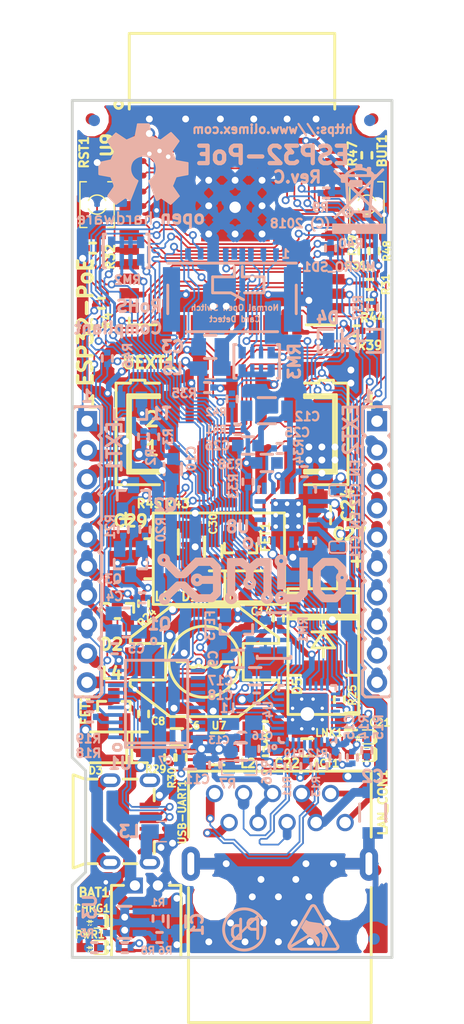
<source format=kicad_pcb>
(kicad_pcb (version 20171130) (host pcbnew 5.1.0-rc1-unknown-9a8afdf~76~ubuntu18.04.1)
  (title_block (title ESP-PoE) (date 2018-09-21) (rev C) (company "OLIMEX Ltd.") (comment 1 https://www.olimex.com))
  (layers (0 F.Cu mixed) (31 B.Cu mixed) (34 B.Paste user hide) (35 F.Paste user hide) (36 B.SilkS user) (37 F.SilkS user) (38 B.Mask user hide) (39 F.Mask user hide) (44 Edge.Cuts user))
  (net 0 "")
  (net 1 +5V)
  (net 2 GND)
  (net 3 "Net-(BAT1-Pad1)")
  (net 4 "Net-(BUT1-Pad2)")
  (net 5 /GPI34/BUT1)
  (net 6 +3V3)
  (net 7 "Net-(C11-Pad1)")
  (net 8 /GPIO3/U0RXD)
  (net 9 /ESP_EN)
  (net 10 "/GPIO25/EMAC_RXD0(RMII)")
  (net 11 "/GPIO19/EMAC_TXD0(RMII)")
  (net 12 "/GPIO26/EMAC_RXD1(RMII)")
  (net 13 /GPIO1/U0TXD)
  (net 14 "Net-(L2-Pad1)")
  (net 15 "Net-(Q2-Pad1)")
  (net 16 "Net-(R19-Pad1)")
  (net 17 "/GPIO22/EMAC_TXD1(RMII)")
  (net 18 "/GPIO21/EMAC_TX_EN(RMII)")
  (net 19 "Net-(MICRO_SD1-Pad5)")
  (net 20 /GPI36/U1RXD)
  (net 21 "/GPIO23/MDC(RMII)")
  (net 22 /GPIO27/EMAC_RX_CRS_DV)
  (net 23 /GPIO4/U1TXD)
  (net 24 /GPIO2/HS2_DATA0)
  (net 25 /GPIO13/I2C-SDA)
  (net 26 /GPIO14/HS2_CLK)
  (net 27 /GPIO15/HS2_CMD)
  (net 28 /GPIO16/I2C-SCL)
  (net 29 "/GPIO18/MDIO(RMII)")
  (net 30 /+5V_USB)
  (net 31 "Net-(MICRO_SD1-Pad1)")
  (net 32 "Net-(MICRO_SD1-Pad2)")
  (net 33 "Net-(MICRO_SD1-Pad8)")
  (net 34 "Net-(U4-Pad4)")
  (net 35 "Net-(U4-Pad14)")
  (net 36 "Net-(U4-Pad18)")
  (net 37 "Net-(U4-Pad20)")
  (net 38 "Net-(U4-Pad26)")
  (net 39 "Net-(USB-UART1-Pad4)")
  (net 40 "Net-(MICRO_SD1-Pad7)")
  (net 41 /D_Com)
  (net 42 Earth)
  (net 43 +5VP)
  (net 44 "Net-(C26-Pad1)")
  (net 45 "Net-(EN_CT1-Pad1)")
  (net 46 Spare1)
  (net 47 Spare2)
  (net 48 "Net-(EN_CT2-Pad1)")
  (net 49 /GPIO33)
  (net 50 /GPIO32)
  (net 51 /GPI39)
  (net 52 "Net-(FID1-PadFid1)")
  (net 53 "Net-(FID2-PadFid1)")
  (net 54 "Net-(FID3-PadFid1)")
  (net 55 "Net-(LAN_CON1-Pad6)")
  (net 56 "Net-(LAN_CON1-Pad3)")
  (net 57 "Net-(LAN_CON1-Pad2)")
  (net 58 "Net-(LAN_CON1-Pad1)")
  (net 59 "Net-(MICRO_SD1-PadCD1)")
  (net 60 "Net-(C2-Pad2)")
  (net 61 "Net-(C4-Pad1)")
  (net 62 "Net-(C5-Pad1)")
  (net 63 "Net-(C21-Pad2)")
  (net 64 "Net-(C25-Pad1)")
  (net 65 "Net-(C29-Pad2)")
  (net 66 "Net-(D4-Pad1)")
  (net 67 "Net-(D5-Pad2)")
  (net 68 "Net-(Q2-Pad2)")
  (net 69 "Net-(Q3-Pad3)")
  (net 70 "Net-(Q3-Pad2)")
  (net 71 "Net-(Q3-Pad1)")
  (net 72 "Net-(R6-Pad1)")
  (net 73 "Net-(R18-Pad1)")
  (net 74 "Net-(R26-Pad1)")
  (net 75 "Net-(R29-Pad1)")
  (net 76 "Net-(R33-Pad2)")
  (net 77 "Net-(R34-Pad2)")
  (net 78 "Net-(R38-Pad1)")
  (net 79 "Net-(R41-Pad2)")
  (net 80 "Net-(U1-Pad17)")
  (net 81 "Net-(U1-Pad14)")
  (net 82 "Net-(U1-Pad13)")
  (net 83 "Net-(U1-Pad12)")
  (net 84 "Net-(U1-Pad11)")
  (net 85 "Net-(U1-Pad7)")
  (net 86 "Net-(U1-Pad6)")
  (net 87 "Net-(U8-Pad17)")
  (net 88 "Net-(U8-Pad16)")
  (net 89 "Net-(U8-Pad15)")
  (net 90 "Net-(U8-Pad5)")
  (net 91 "Net-(U8-Pad4)")
  (net 92 "Net-(U8-Pad2)")
  (net 93 "Net-(U9-Pad32)")
  (net 94 "Net-(C6-Pad1)")
  (net 95 +3.3VLAN)
  (net 96 "Net-(C13-Pad1)")
  (net 97 "Net-(C17-Pad1)")
  (net 98 /GPIO0)
  (net 99 /GPIO5/SPI_CS)
  (net 100 /GPI35)
  (net 101 "Net-(RM1-Pad3.2)")
  (net 102 "Net-(RM1-Pad2.2)")
  (net 103 "Net-(RM1-Pad4.2)")
  (net 104 /GPIO17/EMAC_CLK_OUT_180)
  (net 105 "Net-(U9-Pad22)")
  (net 106 "Net-(U9-Pad21)")
  (net 107 "Net-(U9-Pad20)")
  (net 108 "Net-(U9-Pad19)")
  (net 109 "Net-(U9-Pad18)")
  (net 110 "Net-(U9-Pad17)")
  (net 111 /GPIO12/PHY_PWR)
  (net 112 "Net-(FID4-PadFid1)")
  (net 113 "Net-(FID5-PadFid1)")
  (net 114 "Net-(FID6-PadFid1)")
  (net 115 "Net-(ACT1-Pad2)")
  (net 116 "Net-(ACT1-Pad1)")
  (net 117 "Net-(LNK1-Pad1)")
  (net 118 "Net-(LNK1-Pad2)")
  (net 119 "Net-(C3-Pad1)")
  (net 120 "Net-(RM1-Pad1.2)")
  (net 121 "Net-(CHRG1-Pad1)")
  (net 122 "Net-(PWR1-Pad1)")
  (net 123 "Net-(C10-Pad2)")
  (net 124 "Net-(R3-Pad2)")
  (net 125 "Net-(C12-Pad2)")
  (net 126 "Net-(L3-Pad1)")
  (net 127 "Net-(R8-Pad2)")
  (module OLIMEX_RLC-FP:CPOL-RM2.5mm_6.3x11mm_SMD (layer F.Cu) (at 112.141 135.382 180)
    (fp_text reference C27 (at -2.286 2.286 180) (layer F.SilkS) (effects (font (size 1.016 1.016) (thickness 0.254))))
    (fp_text value "15uF/100V/20%/RM2.5/6.3x11mm(Farnell:1281844)")
    (fp_text user + (at -3 0 180) (layer F.SilkS) (effects (font (size 1.27 1.27) (thickness 0.254))))
    (fp_text user + (at -3 0 180) (layer F.SilkS) (effects (font (size 1.27 1.27) (thickness 0.254))))
    (pad 2 smd rect (at 1.25 0 180) (size 1.5 3) (layers F.Cu F.Paste F.Mask) (net 125 "Net-(C12-Pad2)"))
    (pad 1 smd rect (at -1.25 0 180) (size 1.5 3) (layers F.Cu F.Paste F.Mask) (net 43 +5VP))
  )
  (module OLIMEX_RLC-FP:CPOL-RM3.5mm_8.0x11.5mm_SMD (layer F.Cu) (at 94.742 135.255 270)
    (fp_text reference C29 (at -3.302 -0.508) (layer F.SilkS) (effects (font (size 1.016 1.016) (thickness 0.254))))
    (fp_text value 680uF/10V/20%/105C/RM3.5/8x11.5mm)
    (fp_text user + (at -3.5 0 270) (layer F.SilkS) (effects (font (size 1.27 1.27) (thickness 0.254))))
    (fp_text user + (at -3.5 0 270) (layer F.SilkS) (effects (font (size 1.27 1.27) (thickness 0.254))))
    (pad 2 smd rect (at 1.75 0 270) (size 1.5 3) (layers F.Cu F.Paste F.Mask) (net 65 "Net-(C29-Pad2)"))
    (pad 1 smd rect (at -1.75 0 270) (size 1.5 3) (layers F.Cu F.Paste F.Mask) (net 43 +5VP))
  )
  (module "OLIMEX_Connectors-FP:uSD(TFC-9P-1.xH(ATFFS150A01BR016))" (layer B.Cu) (at 104.14 111.887)
    (fp_text reference MICRO_SD1 (at 9.398 -2.159 180) (layer B.SilkS) (effects (font (size 0.762 0.762) (thickness 0.1905)) (justify mirror)))
    (fp_text value "TFC-9P-1.7H(ATFFS150A01BR016)")
    (fp_text user "Card Detect" (at 0.25 2.4) (layer B.SilkS) (effects (font (size 0.5 0.5) (thickness 0.125)) (justify mirror)))
    (fp_text user "Normal Open Switch" (at 0.25 1.4) (layer B.SilkS) (effects (font (size 0.5 0.5) (thickness 0.125)) (justify mirror)))
    (pad 8 smd rect (at -3.85 -3.3) (size 0.5 1) (layers B.Cu B.Paste B.Mask) (net 33 "Net-(MICRO_SD1-Pad8)") (clearance 0.0508))
    (pad 7 smd rect (at -2.75 -3.3) (size 0.5 1) (layers B.Cu B.Paste B.Mask) (net 40 "Net-(MICRO_SD1-Pad7)") (clearance 0.0508))
    (pad 6 smd rect (at -1.65 -3.3) (size 0.5 1) (layers B.Cu B.Paste B.Mask) (net 2 GND) (clearance 0.0508))
    (pad 5 smd rect (at -0.55 -3.3) (size 0.5 1) (layers B.Cu B.Paste B.Mask) (net 19 "Net-(MICRO_SD1-Pad5)") (clearance 0.0508))
    (pad CD1 smd rect (at 0.2 -3.3) (size 0.5 1) (layers B.Cu B.Paste B.Mask) (net 59 "Net-(MICRO_SD1-PadCD1)") (clearance 0.0508))
    (pad 4 smd rect (at 0.9 -3.3) (size 0.5 1) (layers B.Cu B.Paste B.Mask) (net 119 "Net-(C3-Pad1)") (clearance 0.0508))
    (pad 3 smd rect (at 1.65 -3.3) (size 0.5 1) (layers B.Cu B.Paste B.Mask) (net 27 /GPIO15/HS2_CMD) (clearance 0.0508))
    (pad 2 smd rect (at 2.75 -3.3) (size 0.5 1) (layers B.Cu B.Paste B.Mask) (net 32 "Net-(MICRO_SD1-Pad2)") (clearance 0.0508))
    (pad 1 smd rect (at 3.85 -3.3) (size 0.5 1) (layers B.Cu B.Paste B.Mask) (net 31 "Net-(MICRO_SD1-Pad1)") (clearance 0.0508))
    (pad CH1 smd rect (at 5.3 -1.55) (size 1.5 1.2) (layers B.Cu B.Paste B.Mask) (net 2 GND) (clearance 0.127))
    (pad CH1 smd rect (at -5.3 -1.55) (size 1.5 1.2) (layers B.Cu B.Paste B.Mask) (net 2 GND) (clearance 0.127))
    (pad CH1 smd rect (at 5.3 2.9) (size 1.5 1.2) (layers B.Cu B.Paste B.Mask) (net 2 GND) (clearance 0.127))
    (pad CH1 smd rect (at -5.3 2.9) (size 1.5 1.2) (layers B.Cu B.Paste B.Mask) (net 2 GND) (clearance 0.127))
    (pad CH1 smd rect (at -5.3 0.5) (size 1.5 4.5) (layers B.Cu) (net 2 GND) (clearance 0.0508))
    (pad CH1 smd rect (at 5.3 0.5) (size 1.5 4.5) (layers B.Cu) (net 2 GND) (clearance 0.0508))
  )
  (module OLIMEX_Connectors-FP:LIPO_BAT-CON2DW02R (layer F.Cu) (at 96.647 167.005)
    (fp_text reference BAT1 (at -4.572 -2.54 180) (layer F.SilkS) (effects (font (size 0.762 0.762) (thickness 0.1905))))
    (fp_text value DW02R)
    (pad 1 thru_hole rect (at -1.00838 -3.15214) (size 1.4 1.4) (drill 0.9) (layers *.Cu *.Mask) (net 3 "Net-(BAT1-Pad1)"))
    (pad 2 thru_hole circle (at 1.0033 -3.15468) (size 1.4 1.4) (drill 0.9) (layers *.Cu *.Mask) (net 2 GND))
  )
  (module OLIMEX_Connectors-FP:USB-MICRO_MISB-SWMM-5B_LF (layer F.Cu) (at 93.726 158.242 180)
    (fp_text reference USB-UART1 (at -6.0452 0.8128 90) (layer F.SilkS) (effects (font (size 0.635 0.635) (thickness 0.15875))))
    (fp_text value "MISB-SWMM-5B-LF(USB_MICRO)")
    (pad 1 smd rect (at -3.15 1.3875 270) (size 0.5 1.65) (layers F.Cu F.Paste F.Mask) (net 30 /+5V_USB))
    (pad 2 smd rect (at -3.15 0.65 270) (size 0.325 1.65) (layers F.Cu F.Paste F.Mask) (net 85 "Net-(U1-Pad7)"))
    (pad 3 smd rect (at -3.15 0 270) (size 0.325 1.65) (layers F.Cu F.Paste F.Mask) (net 86 "Net-(U1-Pad6)"))
    (pad 4 smd rect (at -3.15 -0.65 270) (size 0.325 1.65) (layers F.Cu F.Paste F.Mask) (net 39 "Net-(USB-UART1-Pad4)"))
    (pad 5 smd rect (at -3.15 -1.3875 270) (size 0.5 1.65) (layers F.Cu F.Paste F.Mask) (net 2 GND))
    (pad "" np_thru_hole circle (at -1.9 2 270) (size 0.6 0.6) (drill 0.6) (layers *.Cu *.Mask))
    (pad "" np_thru_hole circle (at -1.9 -2 270) (size 0.6 0.6) (drill 0.6) (layers *.Cu *.Mask))
    (pad 0 smd rect (at 1.4 1.5 270) (size 1.1 1) (layers F.Cu F.Paste F.Mask) (net 126 "Net-(L3-Pad1)"))
    (pad 0 smd rect (at 1.4 -1.5 270) (size 1.1 1) (layers F.Cu F.Paste F.Mask) (net 126 "Net-(L3-Pad1)"))
    (pad 0 thru_hole oval (at 0.25 3.6 270) (size 1.2 1.8) (drill oval 0.6 1.2) (layers *.Cu *.Mask) (net 126 "Net-(L3-Pad1)"))
    (pad 0 thru_hole oval (at -3.22 3.6 270) (size 1.2 1.8) (drill oval 0.6 1.2) (layers *.Cu *.Mask) (net 126 "Net-(L3-Pad1)"))
    (pad 0 thru_hole oval (at -3.22 -3.6 270) (size 1.2 1.8) (drill oval 0.6 1.2) (layers *.Cu *.Mask) (net 126 "Net-(L3-Pad1)"))
    (pad 0 thru_hole oval (at 0.25 -3.6 270) (size 1.2 1.8) (drill oval 0.6 1.2) (layers *.Cu *.Mask) (net 126 "Net-(L3-Pad1)"))
  )
  (module OLIMEX_RLC-FP:DBS135 (layer F.Cu) (at 101.727 144.272 180)
    (fp_text reference L4 (at 8.128 -1.016 180) (layer F.SilkS) (effects (font (size 1.016 1.016) (thickness 0.254))))
    (fp_text value "33uH/2.1A/DCR=0.1R/20%/DBS135(PD3316MT330)")
    (pad 2 smd rect (at 5.35 0 180) (size 3.2 2.5) (layers F.Cu F.Paste F.Mask) (net 65 "Net-(C29-Pad2)"))
    (pad 1 smd rect (at -5.35 0 180) (size 3.2 2.5) (layers F.Cu F.Paste F.Mask) (net 67 "Net-(D5-Pad2)"))
  )
  (module "OLIMEX_IC-FP:QFN32_EP(33)_5.00x5.00x0.90mm_Pitch_0.50mm" (layer B.Cu) (at 110.744 148.844 90)
    (fp_text reference U4 (at 0.381 -3.429 270) (layer B.SilkS) (effects (font (size 0.762 0.762) (thickness 0.1905)) (justify mirror)))
    (fp_text value "LAN8710A-EZC(QFN32)")
    (pad 33 smd rect (at 0 0 90) (size 3.6 3.6) (layers B.Cu B.Mask) (net 2 GND))
    (pad 33 thru_hole rect (at -0.5 1.3 90) (size 0.4 0.4) (drill 0.3) (layers *.Cu B.Mask) (net 2 GND))
    (pad 33 thru_hole rect (at 0.5 1.3 90) (size 0.4 0.4) (drill 0.3) (layers *.Cu B.Mask) (net 2 GND))
    (pad 33 thru_hole rect (at 1.3 0.5 90) (size 0.4 0.4) (drill 0.29972) (layers *.Cu B.Mask) (net 2 GND))
    (pad 33 thru_hole rect (at 1.3 -0.5 90) (size 0.4 0.4) (drill 0.3) (layers *.Cu B.Mask) (net 2 GND))
    (pad 33 thru_hole rect (at 0.5 -1.3 90) (size 0.4 0.4) (drill 0.3) (layers *.Cu B.Mask) (net 2 GND))
    (pad 33 thru_hole rect (at -0.5 -1.3 90) (size 0.4 0.4) (drill 0.3) (layers *.Cu B.Mask) (net 2 GND))
    (pad 33 thru_hole rect (at -1.3 -0.5 90) (size 0.4 0.4) (drill 0.3) (layers *.Cu B.Mask) (net 2 GND))
    (pad 33 thru_hole rect (at -1.3 0.5 90) (size 0.4 0.4) (drill 0.3) (layers *.Cu B.Mask) (net 2 GND))
    (pad 33 thru_hole rect (at 0 0 90) (size 1.4224 1.4224) (drill 1.2) (layers *.Cu *.Mask) (net 2 GND))
    (pad 32 smd rect (at -2.45 -1.75 90) (size 0.8 0.25) (layers B.Cu B.Paste B.Mask) (net 74 "Net-(R26-Pad1)"))
    (pad 31 smd rect (at -2.45 -1.25 90) (size 0.8 0.25) (layers B.Cu B.Paste B.Mask) (net 56 "Net-(LAN_CON1-Pad3)"))
    (pad 30 smd rect (at -2.45 -0.75 90) (size 0.8 0.25) (layers B.Cu B.Paste B.Mask) (net 55 "Net-(LAN_CON1-Pad6)"))
    (pad 29 smd rect (at -2.45 -0.25 90) (size 0.8 0.25) (layers B.Cu B.Paste B.Mask) (net 58 "Net-(LAN_CON1-Pad1)"))
    (pad 28 smd rect (at -2.45 0.25 90) (size 0.8 0.25) (layers B.Cu B.Paste B.Mask) (net 57 "Net-(LAN_CON1-Pad2)"))
    (pad 27 smd rect (at -2.45 0.75 90) (size 0.8 0.25) (layers B.Cu B.Paste B.Mask) (net 96 "Net-(C13-Pad1)"))
    (pad 26 smd rect (at -2.45 1.25 90) (size 0.8 0.25) (layers B.Cu B.Paste B.Mask) (net 38 "Net-(U4-Pad26)"))
    (pad 25 smd rect (at -2.45 1.75 90) (size 0.8 0.25) (layers B.Cu B.Paste B.Mask) (net 2 GND))
    (pad 24 smd rect (at -1.75 2.45 180) (size 0.8 0.25) (layers B.Cu B.Paste B.Mask) (net 2 GND))
    (pad 23 smd rect (at -1.25 2.45 180) (size 0.8 0.25) (layers B.Cu B.Paste B.Mask) (net 17 "/GPIO22/EMAC_TXD1(RMII)"))
    (pad 22 smd rect (at -0.75 2.45 180) (size 0.8 0.25) (layers B.Cu B.Paste B.Mask) (net 11 "/GPIO19/EMAC_TXD0(RMII)"))
    (pad 21 smd rect (at -0.25 2.45 180) (size 0.8 0.25) (layers B.Cu B.Paste B.Mask) (net 18 "/GPIO21/EMAC_TX_EN(RMII)"))
    (pad 20 smd rect (at 0.25 2.45 180) (size 0.8 0.25) (layers B.Cu B.Paste B.Mask) (net 37 "Net-(U4-Pad20)"))
    (pad 19 smd rect (at 0.75 2.45 180) (size 0.8 0.25) (layers B.Cu B.Paste B.Mask) (net 63 "Net-(C21-Pad2)"))
    (pad 18 smd rect (at 1.25 2.45 180) (size 0.8 0.25) (layers B.Cu B.Paste B.Mask) (net 36 "Net-(U4-Pad18)"))
    (pad 17 smd rect (at 1.75 2.45 180) (size 0.8 0.25) (layers B.Cu B.Paste B.Mask) (net 21 "/GPIO23/MDC(RMII)"))
    (pad 16 smd rect (at 2.45 1.75 270) (size 0.8 0.25) (layers B.Cu B.Paste B.Mask) (net 29 "/GPIO18/MDIO(RMII)"))
    (pad 15 smd rect (at 2.45 1.25 270) (size 0.8 0.25) (layers B.Cu B.Paste B.Mask) (net 22 /GPIO27/EMAC_RX_CRS_DV))
    (pad 14 smd rect (at 2.45 0.75 270) (size 0.8 0.25) (layers B.Cu B.Paste B.Mask) (net 35 "Net-(U4-Pad14)"))
    (pad 13 smd rect (at 2.45 0.25 270) (size 0.8 0.25) (layers B.Cu B.Paste B.Mask) (net 103 "Net-(RM1-Pad4.2)"))
    (pad 12 smd rect (at 2.45 -0.25 270) (size 0.8 0.25) (layers B.Cu B.Paste B.Mask) (net 95 +3.3VLAN))
    (pad 11 smd rect (at 2.45 -0.75 270) (size 0.8 0.25) (layers B.Cu B.Paste B.Mask) (net 10 "/GPIO25/EMAC_RXD0(RMII)"))
    (pad 10 smd rect (at 2.45 -1.25 270) (size 0.8 0.25) (layers B.Cu B.Paste B.Mask) (net 12 "/GPIO26/EMAC_RXD1(RMII)"))
    (pad 9 smd rect (at 2.45 -1.75 270) (size 0.8 0.25) (layers B.Cu B.Paste B.Mask) (net 101 "Net-(RM1-Pad3.2)"))
    (pad 8 smd rect (at 1.75 -2.45) (size 0.8 0.25) (layers B.Cu B.Paste B.Mask) (net 102 "Net-(RM1-Pad2.2)"))
    (pad 7 smd rect (at 1.25 -2.45) (size 0.8 0.25) (layers B.Cu B.Paste B.Mask) (net 120 "Net-(RM1-Pad1.2)"))
    (pad 6 smd rect (at 0.75 -2.45) (size 0.8 0.25) (layers B.Cu B.Paste B.Mask) (net 97 "Net-(C17-Pad1)"))
    (pad 5 smd rect (at 0.25 -2.45) (size 0.8 0.25) (layers B.Cu B.Paste B.Mask) (net 104 /GPIO17/EMAC_CLK_OUT_180))
    (pad 4 smd rect (at -0.25 -2.45) (size 0.8 0.25) (layers B.Cu B.Paste B.Mask) (net 34 "Net-(U4-Pad4)"))
    (pad 3 smd rect (at -0.75 -2.45) (size 0.8 0.25) (layers B.Cu B.Paste B.Mask) (net 115 "Net-(ACT1-Pad2)"))
    (pad 2 smd rect (at -1.25 -2.45) (size 0.8 0.25) (layers B.Cu B.Paste B.Mask) (net 117 "Net-(LNK1-Pad1)"))
    (pad 1 smd rect (at -1.75 -2.45) (size 0.8 0.25) (layers B.Cu B.Paste B.Mask) (net 96 "Net-(C13-Pad1)"))
  )
  (module OLIMEX_IC-FP:SSOP-20W (layer B.Cu) (at 97.536 147.955 90)
    (fp_text reference U1 (at -5.207 -3.175) (layer B.SilkS) (effects (font (size 1.016 1.016) (thickness 0.254)) (justify mirror)))
    (fp_text value "CH340T(SSOP20W)")
    (fp_text user o (at -3.81 -3.556 90) (layer B.SilkS) (effects (font (size 1.016 1.016) (thickness 0.254)) (justify mirror)))
    (pad 1 smd rect (at -2.925 -3.6195 90) (size 0.325 1.27) (layers B.Cu B.Paste B.Mask))
    (pad 2 smd rect (at -2.275 -3.6195 90) (size 0.325 1.27) (layers B.Cu B.Paste B.Mask))
    (pad 3 smd rect (at -1.625 -3.6195 90) (size 0.325 1.27) (layers B.Cu B.Paste B.Mask) (net 73 "Net-(R18-Pad1)"))
    (pad 4 smd rect (at -0.975 -3.6195 90) (size 0.325 1.27) (layers B.Cu B.Paste B.Mask) (net 16 "Net-(R19-Pad1)"))
    (pad 5 smd rect (at -0.325 -3.6195 90) (size 0.325 1.27) (layers B.Cu B.Paste B.Mask) (net 6 +3V3))
    (pad 6 smd rect (at 0.325 -3.6195 90) (size 0.325 1.27) (layers B.Cu B.Paste B.Mask) (net 86 "Net-(U1-Pad6)"))
    (pad 7 smd rect (at 0.975 -3.6195 90) (size 0.325 1.27) (layers B.Cu B.Paste B.Mask) (net 85 "Net-(U1-Pad7)"))
    (pad 8 smd rect (at 1.625 -3.6195 90) (size 0.325 1.27) (layers B.Cu B.Paste B.Mask) (net 2 GND))
    (pad 9 smd rect (at 2.275 -3.6195 90) (size 0.325 1.27) (layers B.Cu B.Paste B.Mask) (net 61 "Net-(C4-Pad1)"))
    (pad 10 smd rect (at 2.925 -3.6195 90) (size 0.325 1.27) (layers B.Cu B.Paste B.Mask) (net 62 "Net-(C5-Pad1)"))
    (pad 11 smd rect (at 2.925 3.6195 90) (size 0.325 1.27) (layers B.Cu B.Paste B.Mask) (net 84 "Net-(U1-Pad11)"))
    (pad 12 smd rect (at 2.275 3.6195 90) (size 0.325 1.27) (layers B.Cu B.Paste B.Mask) (net 83 "Net-(U1-Pad12)"))
    (pad 13 smd rect (at 1.625 3.6195 90) (size 0.325 1.27) (layers B.Cu B.Paste B.Mask) (net 82 "Net-(U1-Pad13)"))
    (pad 14 smd rect (at 0.975 3.6195 90) (size 0.325 1.27) (layers B.Cu B.Paste B.Mask) (net 81 "Net-(U1-Pad14)"))
    (pad 15 smd rect (at 0.325 3.6195 90) (size 0.325 1.27) (layers B.Cu B.Paste B.Mask) (net 70 "Net-(Q3-Pad2)"))
    (pad 16 smd rect (at -0.325 3.6195 90) (size 0.325 1.27) (layers B.Cu B.Paste B.Mask) (net 68 "Net-(Q2-Pad2)"))
    (pad 17 smd rect (at -0.975 3.6195 90) (size 0.325 1.27) (layers B.Cu B.Paste B.Mask) (net 80 "Net-(U1-Pad17)"))
    (pad 18 smd rect (at -1.625 3.6195 90) (size 0.325 1.27) (layers B.Cu B.Paste B.Mask))
    (pad 19 smd rect (at -2.275 3.6195 90) (size 0.325 1.27) (layers B.Cu B.Paste B.Mask) (net 6 +3V3))
    (pad 20 smd rect (at -2.925 3.6195 90) (size 0.325 1.27) (layers B.Cu B.Paste B.Mask) (net 2 GND))
  )
  (module OLIMEX_IC-FP:SOT-23-5 (layer B.Cu) (at 94.742 167.0685 180)
    (fp_text reference U3 (at 3.048 1.3335 270) (layer B.SilkS) (effects (font (size 1.1 1.1) (thickness 0.254)) (justify mirror)))
    (fp_text value "BL4054B-42TPRN(SOT23-5)")
    (pad 1 smd rect (at 1.3 -0.95 180) (size 1.2 0.55) (layers B.Cu B.Paste B.Mask) (net 127 "Net-(R8-Pad2)") (clearance 0.0508))
    (pad 2 smd rect (at 1.3 0 180) (size 1.2 0.55) (layers B.Cu B.Paste B.Mask) (net 2 GND) (clearance 0.0508))
    (pad 3 smd rect (at 1.3 0.95 180) (size 1.2 0.55) (layers B.Cu B.Paste B.Mask) (net 3 "Net-(BAT1-Pad1)") (clearance 0.0508))
    (pad 5 smd rect (at -1.3 -0.95 180) (size 1.2 0.55) (layers B.Cu B.Paste B.Mask) (net 72 "Net-(R6-Pad1)") (clearance 0.0508))
    (pad 4 smd rect (at -1.3 0.95 180) (size 1.2 0.55) (layers B.Cu B.Paste B.Mask) (net 1 +5V) (clearance 0.0508))
  )
  (module OLIMEX_RLC-FP:R_MATRIX_4 (layer B.Cu) (at 106.299 117.983)
    (fp_text reference RM3 (at 3.302 0 270) (layer B.SilkS) (effects (font (size 1.016 1.016) (thickness 0.254)) (justify mirror)))
    (fp_text value "RA1206_(4X0603)_4B8_2.2k")
    (pad 3.1 smd rect (at 0.381 -0.762) (size 0.381 1.016) (layers B.Cu B.Paste B.Mask) (net 31 "Net-(MICRO_SD1-Pad1)") (clearance 0.0508))
    (pad 2.1 smd rect (at -0.381 -0.762) (size 0.381 1.016) (layers B.Cu B.Paste B.Mask) (net 32 "Net-(MICRO_SD1-Pad2)") (clearance 0.0508))
    (pad 3.2 smd rect (at 0.381 0.762) (size 0.381 1.016) (layers B.Cu B.Paste B.Mask) (net 6 +3V3) (clearance 0.0508))
    (pad 2.2 smd rect (at -0.381 0.762) (size 0.381 1.016) (layers B.Cu B.Paste B.Mask) (net 6 +3V3) (clearance 0.0508))
    (pad 4.1 smd rect (at 1.27 -0.762) (size 0.635 1.016) (layers B.Cu B.Paste B.Mask) (net 24 /GPIO2/HS2_DATA0) (clearance 0.0508))
    (pad 4.2 smd rect (at 1.27 0.762) (size 0.635 1.016) (layers B.Cu B.Paste B.Mask) (net 6 +3V3) (clearance 0.0508))
    (pad 1.1 smd rect (at -1.27 -0.762) (size 0.635 1.016) (layers B.Cu B.Paste B.Mask) (net 33 "Net-(MICRO_SD1-Pad8)") (clearance 0.0508))
    (pad 1.2 smd rect (at -1.27 0.762) (size 0.635 1.016) (layers B.Cu B.Paste B.Mask) (net 6 +3V3) (clearance 0.0508))
  )
  (module OLIMEX_RLC-FP:R_MATRIX_4 (layer B.Cu) (at 94.869 108.331)
    (fp_text reference RM2 (at 0.127 2.54) (layer B.SilkS) (effects (font (size 0.762 0.762) (thickness 0.1905)) (justify mirror)))
    (fp_text value "RA1206_(4X0603)_4B8_2.2k")
    (pad 3.1 smd rect (at 0.381 -0.762) (size 0.381 1.016) (layers B.Cu B.Paste B.Mask) (net 95 +3.3VLAN) (clearance 0.0508))
    (pad 2.1 smd rect (at -0.381 -0.762) (size 0.381 1.016) (layers B.Cu B.Paste B.Mask) (net 95 +3.3VLAN) (clearance 0.0508))
    (pad 3.2 smd rect (at 0.381 0.762) (size 0.381 1.016) (layers B.Cu B.Paste B.Mask) (net 22 /GPIO27/EMAC_RX_CRS_DV) (clearance 0.0508))
    (pad 2.2 smd rect (at -0.381 0.762) (size 0.381 1.016) (layers B.Cu B.Paste B.Mask) (net 10 "/GPIO25/EMAC_RXD0(RMII)") (clearance 0.0508))
    (pad 4.1 smd rect (at 1.27 -0.762) (size 0.635 1.016) (layers B.Cu B.Paste B.Mask) (net 95 +3.3VLAN) (clearance 0.0508))
    (pad 4.2 smd rect (at 1.27 0.762) (size 0.635 1.016) (layers B.Cu B.Paste B.Mask) (net 29 "/GPIO18/MDIO(RMII)") (clearance 0.0508))
    (pad 1.1 smd rect (at -1.27 -0.762) (size 0.635 1.016) (layers B.Cu B.Paste B.Mask) (net 95 +3.3VLAN) (clearance 0.0508))
    (pad 1.2 smd rect (at -1.27 0.762) (size 0.635 1.016) (layers B.Cu B.Paste B.Mask) (net 12 "/GPIO26/EMAC_RXD1(RMII)") (clearance 0.0508))
  )
  (module OLIMEX_RLC-FP:R_MATRIX_4 (layer B.Cu) (at 107.823 141.986 90)
    (fp_text reference RM1 (at 0.508 2.54 270) (layer B.SilkS) (effects (font (size 0.762 0.762) (thickness 0.1905)) (justify mirror)))
    (fp_text value "RA1206_(4X0603)_4B8_2.2k")
    (pad 3.1 smd rect (at 0.381 -0.762 90) (size 0.381 1.016) (layers B.Cu B.Paste B.Mask) (net 95 +3.3VLAN) (clearance 0.0508))
    (pad 2.1 smd rect (at -0.381 -0.762 90) (size 0.381 1.016) (layers B.Cu B.Paste B.Mask) (net 2 GND) (clearance 0.0508))
    (pad 3.2 smd rect (at 0.381 0.762 90) (size 0.381 1.016) (layers B.Cu B.Paste B.Mask) (net 101 "Net-(RM1-Pad3.2)") (clearance 0.0508))
    (pad 2.2 smd rect (at -0.381 0.762 90) (size 0.381 1.016) (layers B.Cu B.Paste B.Mask) (net 102 "Net-(RM1-Pad2.2)") (clearance 0.0508))
    (pad 4.1 smd rect (at 1.27 -0.762 90) (size 0.635 1.016) (layers B.Cu B.Paste B.Mask) (net 2 GND) (clearance 0.0508))
    (pad 4.2 smd rect (at 1.27 0.762 90) (size 0.635 1.016) (layers B.Cu B.Paste B.Mask) (net 103 "Net-(RM1-Pad4.2)") (clearance 0.0508))
    (pad 1.1 smd rect (at -1.27 -0.762 90) (size 0.635 1.016) (layers B.Cu B.Paste B.Mask) (net 2 GND) (clearance 0.0508))
    (pad 1.2 smd rect (at -1.27 0.762 90) (size 0.635 1.016) (layers B.Cu B.Paste B.Mask) (net 120 "Net-(RM1-Pad1.2)") (clearance 0.0508))
  )
  (module "OLIMEX_Connectors-FP:RJP-003TC1(LPJ4112CNL)" (layer F.Cu) (at 108.331 164.846)
    (fp_text reference LAN_CON1 (at 9.017 -8.255 90) (layer F.SilkS) (effects (font (size 0.762 0.762) (thickness 0.1905))))
    (fp_text value "RJP-003TC1(LPJ4112CNL)")
    (pad 1 thru_hole circle (at -5.715 -9.04) (size 1.524 1.524) (drill 1) (layers *.Cu *.Mask) (net 58 "Net-(LAN_CON1-Pad1)"))
    (pad 2 thru_hole circle (at -4.445 -6.5) (size 1.524 1.524) (drill 1) (layers *.Cu *.Mask) (net 57 "Net-(LAN_CON1-Pad2)"))
    (pad 3 thru_hole circle (at -3.175 -9.04) (size 1.524 1.524) (drill 1) (layers *.Cu *.Mask) (net 56 "Net-(LAN_CON1-Pad3)"))
    (pad 4 thru_hole circle (at -1.905 -6.5) (size 1.524 1.524) (drill 1) (layers *.Cu *.Mask) (net 7 "Net-(C11-Pad1)"))
    (pad 5 thru_hole circle (at -0.635 -9.04) (size 1.524 1.524) (drill 1) (layers *.Cu *.Mask) (net 7 "Net-(C11-Pad1)"))
    (pad 6 thru_hole circle (at 0.635 -6.5) (size 1.524 1.524) (drill 1) (layers *.Cu *.Mask) (net 55 "Net-(LAN_CON1-Pad6)"))
    (pad 7 thru_hole circle (at 1.905 -9.04) (size 1.524 1.524) (drill 1) (layers *.Cu *.Mask) (net 42 Earth))
    (pad 8 thru_hole circle (at 3.175 -6.5) (size 1.524 1.524) (drill 1) (layers *.Cu *.Mask) (net 42 Earth))
    (pad 9 thru_hole circle (at 4.445 -9.04) (size 1.524 1.524) (drill 1) (layers *.Cu *.Mask) (net 46 Spare1))
    (pad 10 thru_hole circle (at 5.715 -6.5) (size 1.524 1.524) (drill 1) (layers *.Cu *.Mask) (net 47 Spare2))
    (pad 0 thru_hole oval (at -7.8 -2.9) (size 1.6 2.999999) (drill oval 0.6 2) (layers *.Cu *.Mask) (net 60 "Net-(C2-Pad2)"))
    (pad 0 thru_hole oval (at 7.8 -2.9) (size 1.6 2.999999) (drill oval 0.6 2) (layers *.Cu *.Mask) (net 60 "Net-(C2-Pad2)"))
    (pad "" np_thru_hole circle (at -5.715 0.15) (size 3.300001 3.300001) (drill 3.300001) (layers *.Cu *.Mask))
    (pad "" np_thru_hole circle (at 5.715 0.15) (size 3.300001 3.300001) (drill 3.300001) (layers *.Cu *.Mask))
  )
  (module OLIMEX_RLC-FP:CD32 (layer F.Cu) (at 107.061 151.003)
    (fp_text reference L2 (at -1.524 2.159) (layer F.SilkS) (effects (font (size 0.762 0.762) (thickness 0.1905))))
    (fp_text value 2.2uH/1.5A/DCR<0.1R/CD32)
    (pad 2 smd rect (at 1.2 0 180) (size 1.6 3) (layers F.Cu F.Paste F.Mask) (net 6 +3V3) (clearance 0.0508))
    (pad 1 smd rect (at -1.2 0 180) (size 1.6 3) (layers F.Cu F.Paste F.Mask) (net 14 "Net-(L2-Pad1)") (clearance 0.0508))
  )
  (module OLIMEX_RLC-FP:R_0402_5MIL_DWS (layer F.Cu) (at 91.948 108.077)
    (fp_text reference R32 (at 1.524 0.762 90) (layer F.SilkS) (effects (font (size 0.762 0.762) (thickness 0.1905))))
    (fp_text value 1k/R0402)
    (pad 2 smd rect (at 0.508 0) (size 0.5 0.55) (layers F.Cu F.Paste F.Mask) (net 9 /ESP_EN))
    (pad 1 smd rect (at -0.508 0 180) (size 0.5 0.55) (layers F.Cu F.Paste F.Mask) (net 6 +3V3))
  )
  (module OLIMEX_RLC-FP:C_0603_5MIL_DWS (layer B.Cu) (at 105.537 125.349)
    (fp_text reference C26 (at -2.667 0) (layer B.SilkS) (effects (font (size 0.762 0.762) (thickness 0.1905)) (justify mirror)))
    (fp_text value 1nF/50V/10%/X7R/C0603)
    (pad 2 smd rect (at 0.889 0) (size 1.016 1.016) (layers B.Cu B.Paste B.Mask) (net 125 "Net-(C12-Pad2)") (clearance 0.0508))
    (pad 1 smd rect (at -0.889 0) (size 1.016 1.016) (layers B.Cu B.Paste B.Mask) (net 44 "Net-(C26-Pad1)") (clearance 0.0508))
  )
  (module "OLIMEX_Crystal-FP:TSX-3.2x2.5mm_GND(3)" (layer B.Cu) (at 94.869 140.843 180)
    (fp_text reference Q1 (at -2.921 -0.127 180) (layer B.SilkS) (effects (font (size 1.016 1.016) (thickness 0.254)) (justify mirror)))
    (fp_text value Q12MHz/20pF/10ppm/4P/3.2x2.5mm)
    (fp_text user o (at -2.413 -1.524 180) (layer B.SilkS) (effects (font (size 0.8 0.8) (thickness 0.2)) (justify mirror)))
    (pad 3 smd rect (at -1.1 0.8 180) (size 1.4 1.2) (layers B.Cu B.Paste B.Mask) (net 2 GND))
    (pad 3 smd rect (at 1.1 -0.8 180) (size 1.4 1.2) (layers B.Cu B.Paste B.Mask) (net 2 GND))
    (pad 2 smd rect (at 1.1 0.8 180) (size 1.4 1.2) (layers B.Cu B.Paste B.Mask) (net 62 "Net-(C5-Pad1)"))
    (pad 1 smd rect (at -1.1 -0.8 180) (size 1.4 1.2) (layers B.Cu B.Paste B.Mask) (net 61 "Net-(C4-Pad1)"))
  )
  (module OLIMEX_RLC-FP:C_0402_5MIL_DWS (layer B.Cu) (at 96.266 138.684 180)
    (fp_text reference C4 (at 2.413 0.127 180) (layer B.SilkS) (effects (font (size 0.762 0.762) (thickness 0.1905)) (justify mirror)))
    (fp_text value 27pF/50V/5%/C0G/C0402)
    (pad 2 smd rect (at 0.508 0 180) (size 0.5 0.55) (layers B.Cu B.Paste B.Mask) (net 2 GND))
    (pad 1 smd rect (at -0.508 0) (size 0.5 0.55) (layers B.Cu B.Paste B.Mask) (net 61 "Net-(C4-Pad1)"))
  )
  (module OLIMEX_RLC-FP:C_1206_5MIL_DWS_ISO (layer B.Cu) (at 107.188 122.301)
    (fp_text reference C12 (at 3.556 0.508) (layer B.SilkS) (effects (font (size 0.762 0.762) (thickness 0.1905)) (justify mirror)))
    (fp_text value "2.2uF/100V/20%/X7R/C1206(AVX_12061C225KAT2A_Comet)")
    (pad 2 smd rect (at 1.778 0) (size 1.016 1.778) (layers B.Cu B.Paste B.Mask) (net 125 "Net-(C12-Pad2)"))
    (pad 1 smd rect (at -1.778 0) (size 1.016 1.778) (layers B.Cu B.Paste B.Mask) (net 43 +5VP))
  )
  (module OLIMEX_RLC-FP:0R_0603 (layer B.Cu) (at 104.775 153.543 180)
    (fp_text reference R7 (at 1.016 -1.397 180) (layer B.SilkS) (effects (font (size 0.762 0.762) (thickness 0.1905)) (justify mirror)))
    (fp_text value "0R(board_mounted)")
    (fp_line (start -0.5 0) (end 0.5 0) (layer B.Cu) (width 0.508))
    (pad 1 smd rect (at -0.889 0 180) (size 1.016 1.016) (layers B.Cu B.Paste B.Mask) (net 96 "Net-(C13-Pad1)") (clearance 0.0508))
    (pad 2 smd rect (at 0.889 0 180) (size 1.016 1.016) (layers B.Cu B.Paste B.Mask) (net 7 "Net-(C11-Pad1)") (clearance 0.0508))
  )
  (module OLIMEX_Buttons-FP:IT1185AU2_V2 (layer F.Cu) (at 115.959 104.267 90)
    (fp_text reference BUT1 (at 4.699 1.3255 90) (layer F.SilkS) (effects (font (size 0.762 0.762) (thickness 0.1905))))
    (fp_text value IT1185AU2)
    (pad 1 smd rect (at -2.377 0 90) (size 1.3 1.5) (layers F.Cu F.Mask) (net 5 /GPI34/BUT1))
    (pad 2 smd rect (at 2.377 0 90) (size 1.3 1.5) (layers F.Cu F.Mask) (net 4 "Net-(BUT1-Pad2)"))
    (pad "" np_thru_hole circle (at 0 -0.9 90) (size 0.7 0.7) (drill 0.7) (layers *.Cu *.Mask))
    (pad "" np_thru_hole circle (at 0 0.9 90) (size 0.7 0.7) (drill 0.7) (layers *.Cu *.Mask))
  )
  (module OLIMEX_Buttons-FP:IT1185AU2_V2 (layer F.Cu) (at 92.321 104.267 90)
    (fp_text reference RST1 (at 4.572 -1.135 90) (layer F.SilkS) (effects (font (size 0.762 0.762) (thickness 0.1905))))
    (fp_text value IT1185AU2)
    (pad 1 smd rect (at -2.377 0 90) (size 1.3 1.5) (layers F.Cu F.Mask) (net 9 /ESP_EN))
    (pad 2 smd rect (at 2.377 0 90) (size 1.3 1.5) (layers F.Cu F.Mask) (net 2 GND))
    (pad "" np_thru_hole circle (at 0 -0.9 90) (size 0.7 0.7) (drill 0.7) (layers *.Cu *.Mask))
    (pad "" np_thru_hole circle (at 0 0.9 90) (size 0.7 0.7) (drill 0.7) (layers *.Cu *.Mask))
  )
  (module OLIMEX_Connectors-FP:GBH-254-SMT-10 (layer F.Cu) (at 104.14 124.333)
    (fp_text reference UEXT1 (at -7.239 -6.223) (layer F.SilkS) (effects (font (size 1.016 1.016) (thickness 0.254))))
    (fp_text value "B-V-10-LF(GBH254SMT-10)")
    (fp_text user 2 (at -6.985 -1.27) (layer F.SilkS) (effects (font (size 1.27 1.27) (thickness 0.254))))
    (fp_text user 1 (at -6.985 1.27) (layer F.SilkS) (effects (font (size 1.27 1.27) (thickness 0.254))))
    (pad "" np_thru_hole circle (at -3.81 0) (size 1.2 1.2) (drill 1.2) (layers *.Cu *.Mask))
    (pad 10 smd rect (at 5.08 -3.125 90) (size 4.25 1) (layers F.Cu F.Paste F.Mask) (net 99 /GPIO5/SPI_CS))
    (pad 9 smd rect (at 5.08 3.125 90) (size 4.25 1) (layers F.Cu F.Paste F.Mask) (net 26 /GPIO14/HS2_CLK))
    (pad 8 smd rect (at 2.54 -3.125 90) (size 4.25 1) (layers F.Cu F.Paste F.Mask) (net 24 /GPIO2/HS2_DATA0))
    (pad 7 smd rect (at 2.54 3.125 90) (size 4.25 1) (layers F.Cu F.Paste F.Mask) (net 27 /GPIO15/HS2_CMD))
    (pad 6 smd rect (at 0 -3.125 90) (size 4.25 1) (layers F.Cu F.Paste F.Mask) (net 25 /GPIO13/I2C-SDA))
    (pad 5 smd rect (at 0 3.125 90) (size 4.25 1) (layers F.Cu F.Paste F.Mask) (net 28 /GPIO16/I2C-SCL))
    (pad 4 smd rect (at -2.54 -3.125 90) (size 4.25 1) (layers F.Cu F.Paste F.Mask) (net 66 "Net-(D4-Pad1)"))
    (pad 3 smd rect (at -2.54 3.125 90) (size 4.25 1) (layers F.Cu F.Paste F.Mask) (net 23 /GPIO4/U1TXD))
    (pad 2 smd rect (at -5.08 -3.125 90) (size 4.25 1) (layers F.Cu F.Paste F.Mask) (net 2 GND))
    (pad 1 smd rect (at -5.08 3.125 90) (size 4.25 1) (layers F.Cu F.Paste F.Mask) (net 6 +3V3))
    (pad "" np_thru_hole circle (at 3.81 0) (size 1.2 1.2) (drill 1.2) (layers *.Cu *.Mask))
  )
  (module OLIMEX_LOGOs-FP:LOGO_ANTISTATIC_SMALL_4.5mmX2.8mm (layer B.Cu) (at 111.252 167.513 180)
    (fp_text reference Sign_Antistatic)
    (fp_text value Val**)
  )
  (module OLIMEX_Cases-FP:ESP-WROOM-32_MODULE (layer F.Cu) (at 104.14 102.035)
    (fp_text reference U9 (at -10.922 -2.975 90) (layer F.SilkS) (effects (font (size 1.016 1.016) (thickness 0.254))))
    (fp_text value ESP-WROOM-32)
    (pad 39 thru_hole circle (at 2.6332 2.336) (size 1.3 1.3) (drill 0.6) (layers *.Cu *.Mask) (net 2 GND))
    (pad 39 thru_hole circle (at -2.0404 2.336) (size 1.3 1.3) (drill 0.6) (layers *.Cu *.Mask) (net 2 GND))
    (pad 39 thru_hole circle (at 0.271 4.7998) (size 1.3 1.3) (drill 0.6) (layers *.Cu *.Mask) (net 2 GND))
    (pad 39 thru_hole circle (at 0.271 0.1008) (size 1.3 1.3) (drill 0.6) (layers *.Cu *.Mask) (net 2 GND))
    (pad 39 thru_hole circle (at 2.6332 0.1008) (size 1.3 1.3) (drill 0.6) (layers *.Cu *.Mask) (net 2 GND))
    (pad 39 thru_hole circle (at -2.0404 0.1008) (size 1.3 1.3) (drill 0.6) (layers *.Cu *.Mask) (net 2 GND))
    (pad 39 thru_hole circle (at 2.6332 4.7998) (size 1.3 1.3) (drill 0.6) (layers *.Cu *.Mask) (net 2 GND))
    (pad 1 smd rect (at -9 -5.25) (size 1.7 0.9) (layers F.Cu F.Paste F.Mask) (net 2 GND))
    (pad 2 smd rect (at -9 -3.98) (size 1.7 0.9) (layers F.Cu F.Paste F.Mask) (net 6 +3V3))
    (pad 3 smd rect (at -9 -2.71) (size 1.7 0.9) (layers F.Cu F.Paste F.Mask) (net 9 /ESP_EN))
    (pad 4 smd rect (at -9 -1.44) (size 1.7 0.9) (layers F.Cu F.Paste F.Mask) (net 20 /GPI36/U1RXD))
    (pad 5 smd rect (at -9 -0.17) (size 1.7 0.9) (layers F.Cu F.Paste F.Mask) (net 51 /GPI39))
    (pad 6 smd rect (at -9 1.1) (size 1.7 0.9) (layers F.Cu F.Paste F.Mask) (net 5 /GPI34/BUT1))
    (pad 7 smd rect (at -9 2.37) (size 1.7 0.9) (layers F.Cu F.Paste F.Mask) (net 100 /GPI35))
    (pad 8 smd rect (at -9 3.64) (size 1.7 0.9) (layers F.Cu F.Paste F.Mask) (net 50 /GPIO32))
    (pad 9 smd rect (at -9 4.91) (size 1.7 0.9) (layers F.Cu F.Paste F.Mask) (net 49 /GPIO33))
    (pad 10 smd rect (at -9 6.18) (size 1.7 0.9) (layers F.Cu F.Paste F.Mask) (net 10 "/GPIO25/EMAC_RXD0(RMII)"))
    (pad 11 smd rect (at -9 7.45) (size 1.7 0.9) (layers F.Cu F.Paste F.Mask) (net 12 "/GPIO26/EMAC_RXD1(RMII)"))
    (pad 12 smd rect (at -9 8.72) (size 1.7 0.9) (layers F.Cu F.Paste F.Mask) (net 22 /GPIO27/EMAC_RX_CRS_DV))
    (pad 13 smd rect (at -9 9.99) (size 1.7 0.9) (layers F.Cu F.Paste F.Mask) (net 26 /GPIO14/HS2_CLK))
    (pad 14 smd rect (at -9 11.26) (size 1.7 0.9) (layers F.Cu F.Paste F.Mask) (net 111 /GPIO12/PHY_PWR))
    (pad 15 smd rect (at -5.7 12.75) (size 0.9 1.7) (layers F.Cu F.Paste F.Mask) (net 2 GND))
    (pad 16 smd rect (at -4.43 12.75) (size 0.9 1.7) (layers F.Cu F.Paste F.Mask) (net 25 /GPIO13/I2C-SDA))
    (pad 17 smd rect (at -3.16 12.75) (size 0.9 1.7) (layers F.Cu F.Paste F.Mask) (net 110 "Net-(U9-Pad17)"))
    (pad 18 smd rect (at -1.89 12.75) (size 0.9 1.7) (layers F.Cu F.Paste F.Mask) (net 109 "Net-(U9-Pad18)"))
    (pad 19 smd rect (at -0.62 12.75) (size 0.9 1.7) (layers F.Cu F.Paste F.Mask) (net 108 "Net-(U9-Pad19)"))
    (pad 20 smd rect (at 0.65 12.75) (size 0.9 1.7) (layers F.Cu F.Paste F.Mask) (net 107 "Net-(U9-Pad20)"))
    (pad 21 smd rect (at 1.92 12.75) (size 0.9 1.7) (layers F.Cu F.Paste F.Mask) (net 106 "Net-(U9-Pad21)"))
    (pad 22 smd rect (at 3.19 12.75) (size 0.9 1.7) (layers F.Cu F.Paste F.Mask) (net 105 "Net-(U9-Pad22)"))
    (pad 23 smd rect (at 4.46 12.75) (size 0.9 1.7) (layers F.Cu F.Paste F.Mask) (net 27 /GPIO15/HS2_CMD))
    (pad 24 smd rect (at 5.73 12.75) (size 0.9 1.7) (layers F.Cu F.Paste F.Mask) (net 24 /GPIO2/HS2_DATA0))
    (pad 25 smd rect (at 9 11.3) (size 1.7 0.9) (layers F.Cu F.Paste F.Mask) (net 98 /GPIO0))
    (pad 26 smd rect (at 9 10.03) (size 1.7 0.9) (layers F.Cu F.Paste F.Mask) (net 23 /GPIO4/U1TXD))
    (pad 27 smd rect (at 9 8.76) (size 1.7 0.9) (layers F.Cu F.Paste F.Mask) (net 28 /GPIO16/I2C-SCL))
    (pad 28 smd rect (at 9 7.49) (size 1.7 0.9) (layers F.Cu F.Paste F.Mask) (net 104 /GPIO17/EMAC_CLK_OUT_180))
    (pad 29 smd rect (at 9 6.22) (size 1.7 0.9) (layers F.Cu F.Paste F.Mask) (net 99 /GPIO5/SPI_CS))
    (pad 30 smd rect (at 9 4.95) (size 1.7 0.9) (layers F.Cu F.Paste F.Mask) (net 29 "/GPIO18/MDIO(RMII)"))
    (pad 31 smd rect (at 9 3.68) (size 1.7 0.9) (layers F.Cu F.Paste F.Mask) (net 11 "/GPIO19/EMAC_TXD0(RMII)"))
    (pad 32 smd rect (at 9 2.41) (size 1.7 0.9) (layers F.Cu F.Paste F.Mask) (net 93 "Net-(U9-Pad32)"))
    (pad 33 smd rect (at 9 1.14) (size 1.7 0.9) (layers F.Cu F.Paste F.Mask) (net 18 "/GPIO21/EMAC_TX_EN(RMII)"))
    (pad 34 smd rect (at 9 -0.13) (size 1.7 0.9) (layers F.Cu F.Paste F.Mask) (net 8 /GPIO3/U0RXD))
    (pad 35 smd rect (at 9 -1.4) (size 1.7 0.9) (layers F.Cu F.Paste F.Mask) (net 13 /GPIO1/U0TXD))
    (pad 36 smd rect (at 9 -2.67) (size 1.7 0.9) (layers F.Cu F.Paste F.Mask) (net 17 "/GPIO22/EMAC_TXD1(RMII)"))
    (pad 37 smd rect (at 9 -3.94) (size 1.7 0.9) (layers F.Cu F.Paste F.Mask) (net 21 "/GPIO23/MDC(RMII)"))
    (pad 38 smd rect (at 9 -5.21) (size 1.7 0.9) (layers F.Cu F.Paste F.Mask) (net 2 GND))
    (pad 39 smd rect (at 0.3 2.45) (size 6.000001 6.000001) (layers F.Cu F.Mask) (net 2 GND))
    (pad 39 thru_hole circle (at 0.271 2.463) (size 2 2) (drill 1) (layers *.Cu *.Mask) (net 2 GND))
    (pad 39 thru_hole circle (at -2.0404 4.7998) (size 1.3 1.3) (drill 0.6) (layers *.Cu *.Mask) (net 2 GND))
  )
  (module OLIMEX_Transistors-FP:SOT23 (layer B.Cu) (at 95.25 122.428 90)
    (fp_text reference T1 (at -0.127 2.667 180) (layer B.SilkS) (effects (font (size 1.016 1.016) (thickness 0.254)) (justify mirror)))
    (fp_text value "DTC114YKA(SOT-23)")
    (pad 1 smd rect (at 1.10744 -0.94996 90) (size 1.4 1) (layers B.Cu B.Paste B.Mask) (net 111 /GPIO12/PHY_PWR) (clearance 0.0508))
    (pad 2 smd rect (at 1.10744 0.9525 90) (size 1.4 1) (layers B.Cu B.Paste B.Mask) (net 2 GND) (clearance 0.0508))
    (pad 3 smd rect (at -1.10236 -0.00254 90) (size 1.4 1) (layers B.Cu B.Paste B.Mask) (net 124 "Net-(R3-Pad2)") (clearance 0.0508))
  )
  (module OLIMEX_Diodes-FP:SOT23-3 (layer F.Cu) (at 94.107 139.827 270)
    (fp_text reference D2 (at 2.921 0.508 180) (layer F.SilkS) (effects (font (size 1.016 1.016) (thickness 0.254))))
    (fp_text value "BAT54C(SOT23-3)")
    (pad 3 smd rect (at -1.1 0) (size 1 1.4) (layers F.Cu F.Paste F.Mask) (net 41 /D_Com))
    (pad 2 smd rect (at 1.1 -0.95) (size 1 1.4) (layers F.Cu F.Paste F.Mask) (net 98 /GPIO0))
    (pad 1 smd rect (at 1.1 0.95) (size 1 1.4) (layers F.Cu F.Paste F.Mask) (net 24 /GPIO2/HS2_DATA0))
  )
  (module OLIMEX_RLC-FP:R_0603_5MIL_DWS (layer B.Cu) (at 107.188 126.873 180)
    (fp_text reference R38 (at 3.175 -0.127 180) (layer B.SilkS) (effects (font (size 0.762 0.762) (thickness 0.1905)) (justify mirror)))
    (fp_text value 25.5k/1%/R0603)
    (pad 2 smd rect (at 0.889 0 180) (size 1.016 1.016) (layers B.Cu B.Paste B.Mask) (net 43 +5VP))
    (pad 1 smd rect (at -0.889 0 180) (size 1.016 1.016) (layers B.Cu B.Paste B.Mask) (net 78 "Net-(R38-Pad1)"))
  )
  (module OLIMEX_RLC-FP:R_0402_5MIL_DWS (layer B.Cu) (at 96.52 132.715 90)
    (fp_text reference R20 (at 0 1.397 90) (layer B.SilkS) (effects (font (size 0.762 0.762) (thickness 0.1905)) (justify mirror)))
    (fp_text value 1k/R0402)
    (pad 2 smd rect (at 0.508 0 90) (size 0.5 0.55) (layers B.Cu B.Paste B.Mask) (net 15 "Net-(Q2-Pad1)"))
    (pad 1 smd rect (at -0.508 0 270) (size 0.5 0.55) (layers B.Cu B.Paste B.Mask) (net 70 "Net-(Q3-Pad2)"))
  )
  (module OLIMEX_RLC-FP:R_0402_5MIL_DWS (layer B.Cu) (at 94.615 132.715 270)
    (fp_text reference R21 (at -0.254 1.143 270) (layer B.SilkS) (effects (font (size 0.762 0.762) (thickness 0.1905)) (justify mirror)))
    (fp_text value 1k/R0402)
    (pad 2 smd rect (at 0.508 0 270) (size 0.5 0.55) (layers B.Cu B.Paste B.Mask) (net 71 "Net-(Q3-Pad1)"))
    (pad 1 smd rect (at -0.508 0 90) (size 0.5 0.55) (layers B.Cu B.Paste B.Mask) (net 68 "Net-(Q2-Pad2)"))
  )
  (module "OLIMEX_IC-FP:QFN-20_5x5mm(Si3402-B-GM)" (layer B.Cu) (at 108.966 131.445)
    (fp_text reference U8 (at -4.318 1.016) (layer B.SilkS) (effects (font (size 1.016 1.016) (thickness 0.254)) (justify mirror)))
    (fp_text value "Si3402-B-GM(QFN-20_5x5mm)")
    (fp_text user o (at -3.429 2.3) (layer B.SilkS) (effects (font (size 1.27 1.27) (thickness 0.254)) (justify mirror)))
    (pad 1 smd rect (at -2.35 1.2 270) (size 0.4 1) (layers B.Cu B.Paste B.Mask) (net 76 "Net-(R33-Pad2)"))
    (pad 2 smd rect (at -2.35 0.4 270) (size 0.4 1) (layers B.Cu B.Paste B.Mask) (net 92 "Net-(U8-Pad2)"))
    (pad 3 smd rect (at -2.35 -0.4 270) (size 0.4 1) (layers B.Cu B.Paste B.Mask) (net 64 "Net-(C25-Pad1)"))
    (pad 4 smd rect (at -2.35 -1.2 270) (size 0.4 1) (layers B.Cu B.Paste B.Mask) (net 91 "Net-(U8-Pad4)"))
    (pad 5 smd rect (at -2 -2.35 180) (size 0.4 1) (layers B.Cu B.Paste B.Mask) (net 90 "Net-(U8-Pad5)"))
    (pad 6 smd rect (at -1.2 -2.35 180) (size 0.4 1) (layers B.Cu B.Paste B.Mask) (net 78 "Net-(R38-Pad1)"))
    (pad 7 smd rect (at -0.4 -2.35 180) (size 0.4 1) (layers B.Cu B.Paste B.Mask) (net 125 "Net-(C12-Pad2)"))
    (pad 8 smd rect (at 0.4 -2.35 180) (size 0.4 1) (layers B.Cu B.Paste B.Mask) (net 77 "Net-(R34-Pad2)"))
    (pad 9 smd rect (at 1.2 -2.35 180) (size 0.4 1) (layers B.Cu B.Paste B.Mask) (net 42 Earth))
    (pad 10 smd rect (at 2 -2.35 180) (size 0.4 1) (layers B.Cu B.Paste B.Mask) (net 47 Spare2))
    (pad 11 smd rect (at 2.35 -1.2 270) (size 0.4 1) (layers B.Cu B.Paste B.Mask) (net 46 Spare1))
    (pad 12 smd rect (at 2.35 -0.4 270) (size 0.4 1) (layers B.Cu B.Paste B.Mask) (net 43 +5VP))
    (pad 13 smd rect (at 2.35 0.4 270) (size 0.4 1) (layers B.Cu B.Paste B.Mask) (net 48 "Net-(EN_CT2-Pad1)"))
    (pad 14 smd rect (at 2.35 1.2 270) (size 0.4 1) (layers B.Cu B.Paste B.Mask) (net 45 "Net-(EN_CT1-Pad1)"))
    (pad 15 smd rect (at 2 2.35 180) (size 0.4 1) (layers B.Cu B.Paste B.Mask) (net 89 "Net-(U8-Pad15)"))
    (pad 16 smd rect (at 1.2 2.35 180) (size 0.4 1) (layers B.Cu B.Paste B.Mask) (net 88 "Net-(U8-Pad16)"))
    (pad 17 smd rect (at 0.4 2.35 180) (size 0.4 1) (layers B.Cu B.Paste B.Mask) (net 87 "Net-(U8-Pad17)"))
    (pad 18 smd rect (at -0.4 2.35 180) (size 0.4 1) (layers B.Cu B.Paste B.Mask) (net 67 "Net-(D5-Pad2)"))
    (pad 19 smd rect (at -1.2 2.35 180) (size 0.4 1) (layers B.Cu B.Paste B.Mask) (net 125 "Net-(C12-Pad2)"))
    (pad 20 smd rect (at -2 2.35 180) (size 0.4 1) (layers B.Cu B.Paste B.Mask) (net 79 "Net-(R41-Pad2)"))
    (pad 21 smd rect (at 0 0) (size 2.799999 2.799999) (layers *.Mask B.Cu) (net 42 Earth))
    (pad 21 thru_hole circle (at -1 1) (size 0.8 0.8) (drill 0.4) (layers *.Cu) (net 42 Earth))
    (pad 21 thru_hole circle (at 0 1) (size 0.8 0.8) (drill 0.4) (layers *.Cu) (net 42 Earth))
    (pad 21 thru_hole circle (at 1 1) (size 0.8 0.8) (drill 0.4) (layers *.Cu) (net 42 Earth))
    (pad 21 thru_hole circle (at -1 0) (size 0.8 0.8) (drill 0.4) (layers *.Cu) (net 42 Earth))
    (pad 21 thru_hole circle (at 0 0) (size 0.8 0.8) (drill 0.4) (layers *.Cu) (net 42 Earth))
    (pad 21 thru_hole circle (at 1 0) (size 0.8 0.8) (drill 0.4) (layers *.Cu) (net 42 Earth))
    (pad 21 thru_hole circle (at 0 -1) (size 0.8 0.8) (drill 0.4) (layers *.Cu) (net 42 Earth))
    (pad 21 thru_hole circle (at -1 -1) (size 0.8 0.8) (drill 0.4) (layers *.Cu) (net 42 Earth))
    (pad 21 thru_hole circle (at 1 -1) (size 0.8 0.8) (drill 0.4) (layers *.Cu) (net 42 Earth))
  )
  (module OLIMEX_RLC-FP:R_0402_5MIL_DWS (layer B.Cu) (at 116.459 113.284 270)
    (fp_text reference R37 (at 0 1.27 270) (layer B.SilkS) (effects (font (size 0.762 0.762) (thickness 0.1905)) (justify mirror)))
    (fp_text value 10k/R0402)
    (pad 2 smd rect (at 0.508 0 270) (size 0.5 0.55) (layers B.Cu B.Paste B.Mask) (net 20 /GPI36/U1RXD))
    (pad 1 smd rect (at -0.508 0 90) (size 0.5 0.55) (layers B.Cu B.Paste B.Mask) (net 6 +3V3))
  )
  (module OLIMEX_Diodes-FP:SOD-123_1C-2A_KA (layer B.Cu) (at 114.5 116.195)
    (fp_text reference D4 (at -1.978 -2.022) (layer B.SilkS) (effects (font (size 1.016 1.016) (thickness 0.254)) (justify mirror)))
    (fp_text value "1N5819S4(SOD-123)")
    (pad 2 smd rect (at 1.9 0) (size 1 1.4) (layers B.Cu B.Paste B.Mask) (net 20 /GPI36/U1RXD) (clearance 0.0508))
    (pad 1 smd rect (at -1.9 0) (size 1 1.4) (layers B.Cu B.Paste B.Mask) (net 66 "Net-(D4-Pad1)") (clearance 0.0508))
  )
  (module OLIMEX_RLC-FP:C_0402_5MIL_DWS (layer B.Cu) (at 93.853 143.129 180)
    (fp_text reference C5 (at -1.905 0 180) (layer B.SilkS) (effects (font (size 0.762 0.762) (thickness 0.1905)) (justify mirror)))
    (fp_text value 27pF/50V/5%/C0G/C0402)
    (pad 2 smd rect (at 0.508 0 180) (size 0.5 0.55) (layers B.Cu B.Paste B.Mask) (net 2 GND))
    (pad 1 smd rect (at -0.508 0) (size 0.5 0.55) (layers B.Cu B.Paste B.Mask) (net 62 "Net-(C5-Pad1)"))
  )
  (module OLIMEX_RLC-FP:R_0402_5MIL_DWS (layer F.Cu) (at 116.586 108.331 90)
    (fp_text reference R48 (at 0 1.143 90) (layer F.SilkS) (effects (font (size 0.635 0.635) (thickness 0.15875))))
    (fp_text value 10k/R0402)
    (pad 2 smd rect (at 0.508 0 90) (size 0.5 0.55) (layers F.Cu F.Paste F.Mask) (net 5 /GPI34/BUT1))
    (pad 1 smd rect (at -0.508 0 270) (size 0.5 0.55) (layers F.Cu F.Paste F.Mask) (net 6 +3V3))
  )
  (module OLIMEX_RLC-FP:R_0402_5MIL_DWS (layer F.Cu) (at 115.697 108.331 270)
    (fp_text reference R49 (at -0.508 1.016 270) (layer F.SilkS) (effects (font (size 0.635 0.635) (thickness 0.15875))))
    (fp_text value NA/R0402)
    (pad 2 smd rect (at 0.508 0 270) (size 0.5 0.55) (layers F.Cu F.Paste F.Mask) (net 41 /D_Com))
    (pad 1 smd rect (at -0.508 0 90) (size 0.5 0.55) (layers F.Cu F.Paste F.Mask) (net 5 /GPI34/BUT1))
  )
  (module OLIMEX_RLC-FP:R_0402_5MIL_DWS (layer F.Cu) (at 115.951 99.949 90)
    (fp_text reference R47 (at 0.127 -1.27 90) (layer F.SilkS) (effects (font (size 0.762 0.762) (thickness 0.1905))))
    (fp_text value 220R/R0402)
    (pad 2 smd rect (at 0.508 0 90) (size 0.5 0.55) (layers F.Cu F.Paste F.Mask) (net 2 GND))
    (pad 1 smd rect (at -0.508 0 270) (size 0.5 0.55) (layers F.Cu F.Paste F.Mask) (net 4 "Net-(BUT1-Pad2)"))
  )
  (module OLIMEX_RLC-FP:L_0805_5MIL_DWS (layer B.Cu) (at 105.029 149.606)
    (fp_text reference L1 (at -1.27 -1.27) (layer B.SilkS) (effects (font (size 0.762 0.762) (thickness 0.1905)) (justify mirror)))
    (fp_text value FB0805/600R/2A)
    (pad 1 smd rect (at -1.016 0) (size 1.524 1.27) (layers B.Cu B.Paste B.Mask) (net 95 +3.3VLAN) (clearance 0.0508))
    (pad 2 smd rect (at 1.016 0) (size 1.524 1.27) (layers B.Cu B.Paste B.Mask) (net 96 "Net-(C13-Pad1)") (clearance 0.0508))
  )
  (module OLIMEX_Transistors-FP:SOT23 (layer F.Cu) (at 104.902 134.112 90)
    (fp_text reference FET1 (at 0.762 2.159 270) (layer F.SilkS) (effects (font (size 0.762 0.762) (thickness 0.1905))))
    (fp_text value WPM2015-3/TR)
    (pad 1 smd rect (at 1.10744 0.94996 90) (size 1.4 1) (layers F.Cu F.Paste F.Mask) (net 43 +5VP) (clearance 0.0508))
    (pad 2 smd rect (at 1.10744 -0.9525 90) (size 1.4 1) (layers F.Cu F.Paste F.Mask) (net 1 +5V) (clearance 0.0508))
    (pad 3 smd rect (at -1.10236 0.00254 90) (size 1.4 1) (layers F.Cu F.Paste F.Mask) (net 30 /+5V_USB) (clearance 0.0508))
  )
  (module OLIMEX_Transistors-FP:SOT23 (layer F.Cu) (at 93.7895 148.37156 270)
    (fp_text reference FET2 (at 0.09144 2.4765 270) (layer F.SilkS) (effects (font (size 0.762 0.762) (thickness 0.1905))))
    (fp_text value WPM2015-3/TR)
    (pad 1 smd rect (at 1.10744 0.94996 270) (size 1.4 1) (layers F.Cu F.Paste F.Mask) (net 1 +5V) (clearance 0.0508))
    (pad 2 smd rect (at 1.10744 -0.9525 270) (size 1.4 1) (layers F.Cu F.Paste F.Mask) (net 94 "Net-(C6-Pad1)") (clearance 0.0508))
    (pad 3 smd rect (at -1.10236 0.00254 270) (size 1.4 1) (layers F.Cu F.Paste F.Mask) (net 3 "Net-(BAT1-Pad1)") (clearance 0.0508))
  )
  (module OLIMEX_Transistors-FP:SOT23 (layer B.Cu) (at 95.504 129.921 270)
    (fp_text reference Q2 (at 0.635 -2.794 180) (layer B.SilkS) (effects (font (size 1.016 1.016) (thickness 0.254)) (justify mirror)))
    (fp_text value "BC817-40(SOT23)")
    (pad 1 smd rect (at 1.10744 -0.94996 270) (size 1.4 1) (layers B.Cu B.Paste B.Mask) (net 15 "Net-(Q2-Pad1)") (clearance 0.0508))
    (pad 2 smd rect (at 1.10744 0.9525 270) (size 1.4 1) (layers B.Cu B.Paste B.Mask) (net 68 "Net-(Q2-Pad2)") (clearance 0.0508))
    (pad 3 smd rect (at -1.10236 -0.00254 270) (size 1.4 1) (layers B.Cu B.Paste B.Mask) (net 9 /ESP_EN) (clearance 0.0508))
  )
  (module OLIMEX_RLC-FP:C_0603_5MIL_DWS (layer B.Cu) (at 100.457 152.908)
    (fp_text reference C7 (at -2.159 0) (layer B.SilkS) (effects (font (size 0.635 0.635) (thickness 0.15875)) (justify mirror)))
    (fp_text value 22uF/6.3V/20%/X5R/C0603)
    (pad 2 smd rect (at 0.889 0) (size 1.016 1.016) (layers B.Cu B.Paste B.Mask) (net 2 GND) (clearance 0.0508))
    (pad 1 smd rect (at -0.889 0) (size 1.016 1.016) (layers B.Cu B.Paste B.Mask) (net 6 +3V3) (clearance 0.0508))
  )
  (module OLIMEX_RLC-FP:C_0603_5MIL_DWS (layer B.Cu) (at 104.648 144.018)
    (fp_text reference C9 (at -2.159 0 -90) (layer B.SilkS) (effects (font (size 0.762 0.762) (thickness 0.1905)) (justify mirror)))
    (fp_text value 22uF/6.3V/20%/X5R/C0603)
    (pad 2 smd rect (at 0.889 0) (size 1.016 1.016) (layers B.Cu B.Paste B.Mask) (net 2 GND) (clearance 0.0508))
    (pad 1 smd rect (at -0.889 0) (size 1.016 1.016) (layers B.Cu B.Paste B.Mask) (net 95 +3.3VLAN) (clearance 0.0508))
  )
  (module OLIMEX_RLC-FP:C_0603_5MIL_DWS (layer B.Cu) (at 104.902 152.146 180)
    (fp_text reference C13 (at 1.905 1.016 180) (layer B.SilkS) (effects (font (size 0.635 0.635) (thickness 0.15875)) (justify mirror)))
    (fp_text value 22uF/6.3V/20%/X5R/C0603)
    (pad 2 smd rect (at 0.889 0 180) (size 1.016 1.016) (layers B.Cu B.Paste B.Mask) (net 2 GND) (clearance 0.0508))
    (pad 1 smd rect (at -0.889 0 180) (size 1.016 1.016) (layers B.Cu B.Paste B.Mask) (net 96 "Net-(C13-Pad1)") (clearance 0.0508))
  )
  (module OLIMEX_RLC-FP:C_0603_5MIL_DWS (layer B.Cu) (at 106.172 145.542 180)
    (fp_text reference C17 (at 3.048 -0.381 180) (layer B.SilkS) (effects (font (size 0.762 0.762) (thickness 0.1905)) (justify mirror)))
    (fp_text value 2.2uF/6.3V/10%/X5R/C0603)
    (pad 2 smd rect (at 0.889 0 180) (size 1.016 1.016) (layers B.Cu B.Paste B.Mask) (net 2 GND) (clearance 0.0508))
    (pad 1 smd rect (at -0.889 0 180) (size 1.016 1.016) (layers B.Cu B.Paste B.Mask) (net 97 "Net-(C17-Pad1)") (clearance 0.0508))
  )
  (module OLIMEX_LEDs-FP:LED_0603_KA (layer F.Cu) (at 91.694 167.005 180)
    (fp_text reference CHRG1 (at -0.1778 1.143 180) (layer F.SilkS) (effects (font (size 0.635 0.635) (thickness 0.15875))))
    (fp_text value LED/YELLOW/0603)
    (pad 1 smd rect (at -0.762 0) (size 0.8 0.8) (layers F.Cu F.Paste F.Mask) (net 121 "Net-(CHRG1-Pad1)"))
    (pad 2 smd rect (at 0.762 0) (size 0.8 0.8) (layers F.Cu F.Paste F.Mask) (net 1 +5V))
  )
  (module OLIMEX_RLC-FP:C_0603_5MIL_DWS (layer F.Cu) (at 114.554 149.479 180)
    (fp_text reference C21 (at -2.54 -0.127 180) (layer F.SilkS) (effects (font (size 0.635 0.635) (thickness 0.15875))))
    (fp_text value "NA(10uF/6.3V/20%/X5R/C0603)")
    (pad 2 smd rect (at 0.889 0 180) (size 1.016 1.016) (layers F.Cu F.Paste F.Mask) (net 63 "Net-(C21-Pad2)") (clearance 0.0508))
    (pad 1 smd rect (at -0.889 0 180) (size 1.016 1.016) (layers F.Cu F.Paste F.Mask) (net 2 GND) (clearance 0.0508))
  )
  (module OLIMEX_RLC-FP:C_0603_5MIL_DWS (layer F.Cu) (at 110.744 151.765)
    (fp_text reference C22 (at -1.778 1.397) (layer F.SilkS) (effects (font (size 0.762 0.762) (thickness 0.1905))))
    (fp_text value 22uF/6.3V/20%/X5R/C0603)
    (pad 2 smd rect (at 0.889 0) (size 1.016 1.016) (layers F.Cu F.Paste F.Mask) (net 2 GND) (clearance 0.0508))
    (pad 1 smd rect (at -0.889 0) (size 1.016 1.016) (layers F.Cu F.Paste F.Mask) (net 6 +3V3) (clearance 0.0508))
  )
  (module OLIMEX_LEDs-FP:LED_0603_KA (layer F.Cu) (at 91.694 169.291 180)
    (fp_text reference PWR1 (at 0 1.143 180) (layer F.SilkS) (effects (font (size 0.635 0.635) (thickness 0.15875))))
    (fp_text value LED/RED/0603)
    (pad 1 smd rect (at -0.762 0) (size 0.8 0.8) (layers F.Cu F.Paste F.Mask) (net 122 "Net-(PWR1-Pad1)"))
    (pad 2 smd rect (at 0.762 0) (size 0.8 0.8) (layers F.Cu F.Paste F.Mask) (net 1 +5V))
  )
  (module OLIMEX_Other-FP:Fiducial1x3 (layer F.Cu) (at 91.821 96.774 270)
    (fp_text reference FID1 hide)
    (fp_text value Fiducial hide)
    (pad Fid1 connect circle (at 0 0 270) (size 1 1) (layers F.Cu F.Mask) (net 52 "Net-(FID1-PadFid1)") (clearance 1.016))
  )
  (module OLIMEX_Other-FP:Fiducial1x3 (layer F.Cu) (at 116.459 96.774 270)
    (fp_text reference FID2 hide)
    (fp_text value Fiducial hide)
    (pad Fid1 connect circle (at 0 0 270) (size 1 1) (layers F.Cu F.Mask) (net 53 "Net-(FID2-PadFid1)") (clearance 1.016))
  )
  (module OLIMEX_Other-FP:Fiducial1x3 (layer F.Cu) (at 114.554 168.529 270)
    (fp_text reference FID3 hide)
    (fp_text value Fiducial hide)
    (pad Fid1 connect circle (at 0 0 270) (size 1 1) (layers F.Cu F.Mask) (net 54 "Net-(FID3-PadFid1)") (clearance 1.016))
  )
  (module OLIMEX_RLC-FP:L_0805_5MIL_DWS (layer F.Cu) (at 99.06 137.16)
    (fp_text reference L6 (at -1.016 1.397) (layer F.SilkS) (effects (font (size 0.762 0.762) (thickness 0.1905))))
    (fp_text value FB0805/600R/2A)
    (pad 1 smd rect (at -1.016 0) (size 1.524 1.27) (layers F.Cu F.Paste F.Mask) (net 65 "Net-(C29-Pad2)") (clearance 0.0508))
    (pad 2 smd rect (at 1.016 0) (size 1.524 1.27) (layers F.Cu F.Paste F.Mask) (net 2 GND) (clearance 0.0508))
  )
  (module OLIMEX_RLC-FP:C_1206_5MIL_DWS_ISO (layer B.Cu) (at 116.459 157.48 270)
    (fp_text reference C2 (at -3.175 0) (layer B.SilkS) (effects (font (size 1.016 1.016) (thickness 0.254)) (justify mirror)))
    (fp_text value 1nF/2000V/10%/X7R/C1206)
    (pad 2 smd rect (at 1.778 0 270) (size 1.016 1.778) (layers B.Cu B.Paste B.Mask) (net 60 "Net-(C2-Pad2)"))
    (pad 1 smd rect (at -1.778 0 270) (size 1.016 1.778) (layers B.Cu B.Paste B.Mask) (net 42 Earth))
  )
  (module OLIMEX_RLC-FP:C_1206_5MIL_DWS (layer F.Cu) (at 111.633 131.445 90)
    (fp_text reference C24 (at 0.889 2.667 270) (layer F.SilkS) (effects (font (size 1.016 1.016) (thickness 0.254))))
    (fp_text value 100nF/100V/20%/C1206)
    (pad 2 smd rect (at 1.397 0 90) (size 1.524 1.778) (layers F.Cu F.Paste F.Mask) (net 42 Earth))
    (pad 1 smd rect (at -1.397 0 90) (size 1.524 1.778) (layers F.Cu F.Paste F.Mask) (net 43 +5VP))
  )
  (module OLIMEX_Diodes-FP:SMA-KA (layer F.Cu) (at 104.648 137.668)
    (fp_text reference D1 (at -4.191 0.889) (layer F.SilkS) (effects (font (size 0.762 0.762) (thickness 0.1905))))
    (fp_text value 1N5822/SS34/SMA)
    (pad 1 smd rect (at -2.5 0) (size 2 1.7) (layers F.Cu F.Paste F.Mask) (net 1 +5V))
    (pad 2 smd rect (at 2.5 0) (size 2 1.7) (layers F.Cu F.Paste F.Mask) (net 43 +5VP))
  )
  (module OLIMEX_Diodes-FP:SMA-KA (layer F.Cu) (at 94.234 151.765 180)
    (fp_text reference D3 (at 2.032 -2.032 180) (layer F.SilkS) (effects (font (size 0.635 0.635) (thickness 0.15875))))
    (fp_text value 1N5822/SS34/SMA)
    (pad 1 smd rect (at -2.5 0 180) (size 2 1.7) (layers F.Cu F.Paste F.Mask) (net 94 "Net-(C6-Pad1)"))
    (pad 2 smd rect (at 2.5 0 180) (size 2 1.7) (layers F.Cu F.Paste F.Mask) (net 1 +5V))
  )
  (module "OLIMEX_Diodes-FP:DO214AB(SMC)_1(K)-2(A)" (layer F.Cu) (at 112.141 141.859 270)
    (fp_text reference D5 (at 4.572 2.286 270) (layer F.SilkS) (effects (font (size 0.762 0.762) (thickness 0.1905))))
    (fp_text value "SS510/100V/5A/0.85V/DO214AB(SMC)")
    (pad 1 smd rect (at -3.4 0 270) (size 2.2 3.4) (layers F.Cu F.Paste F.Mask) (net 43 +5VP))
    (pad 2 smd rect (at 3.4 0 270) (size 2.2 3.4) (layers F.Cu F.Paste F.Mask) (net 67 "Net-(D5-Pad2)"))
  )
  (module OLIMEX_RLC-FP:L_0805_5MIL_DWS (layer B.Cu) (at 102.235 118.618)
    (fp_text reference L5 (at -3.302 0) (layer B.SilkS) (effects (font (size 1.016 1.016) (thickness 0.254)) (justify mirror)))
    (fp_text value FB0805/600R/2A)
    (pad 1 smd rect (at -1.016 0) (size 1.524 1.27) (layers B.Cu B.Paste B.Mask) (net 6 +3V3) (clearance 0.0508))
    (pad 2 smd rect (at 1.016 0) (size 1.524 1.27) (layers B.Cu B.Paste B.Mask) (net 119 "Net-(C3-Pad1)") (clearance 0.0508))
  )
  (module OLIMEX_Transistors-FP:SOT23 (layer B.Cu) (at 95.25 135.509 90)
    (fp_text reference Q3 (at -1.524 -1.524 180) (layer B.SilkS) (effects (font (size 0.762 0.762) (thickness 0.1905)) (justify mirror)))
    (fp_text value "BC817-40(SOT23)")
    (pad 1 smd rect (at 1.10744 -0.94996 90) (size 1.4 1) (layers B.Cu B.Paste B.Mask) (net 71 "Net-(Q3-Pad1)") (clearance 0.0508))
    (pad 2 smd rect (at 1.10744 0.9525 90) (size 1.4 1) (layers B.Cu B.Paste B.Mask) (net 70 "Net-(Q3-Pad2)") (clearance 0.0508))
    (pad 3 smd rect (at -1.10236 -0.00254 90) (size 1.4 1) (layers B.Cu B.Paste B.Mask) (net 69 "Net-(Q3-Pad3)") (clearance 0.0508))
  )
  (module OLIMEX_Regulators-FP:SOT-23-5 (layer F.Cu) (at 102.87 151.892)
    (fp_text reference U7 (at 0.127 -2.032) (layer F.SilkS) (effects (font (size 0.635 0.635) (thickness 0.15875))))
    (fp_text value "SY8089AAAC(SOT23-5)")
    (pad 1 smd rect (at 1.3 0.95) (size 1.2 0.55) (layers F.Cu F.Paste F.Mask) (net 94 "Net-(C6-Pad1)") (clearance 0.0508))
    (pad 2 smd rect (at 1.3 0) (size 1.2 0.55) (layers F.Cu F.Paste F.Mask) (net 2 GND) (clearance 0.0508))
    (pad 3 smd rect (at 1.3 -0.95) (size 1.2 0.55) (layers F.Cu F.Paste F.Mask) (net 14 "Net-(L2-Pad1)") (clearance 0.0508))
    (pad 5 smd rect (at -1.3 0.95) (size 1.2 0.55) (layers F.Cu F.Paste F.Mask) (net 75 "Net-(R29-Pad1)") (clearance 0.0508))
    (pad 4 smd rect (at -1.3 -0.95) (size 1.2 0.55) (layers F.Cu F.Paste F.Mask) (net 94 "Net-(C6-Pad1)") (clearance 0.0508))
  )
  (module OLIMEX_RLC-FP:C_0603_5MIL_DWS (layer B.Cu) (at 99.314 167.005 270)
    (fp_text reference C1 (at 0.254 -1.778 270) (layer B.SilkS) (effects (font (size 1.016 1.016) (thickness 0.254)) (justify mirror)))
    (fp_text value 22uF/6.3V/20%/X5R/C0603)
    (pad 2 smd rect (at 0.889 0 270) (size 1.016 1.016) (layers B.Cu B.Paste B.Mask) (net 2 GND) (clearance 0.0508))
    (pad 1 smd rect (at -0.889 0 270) (size 1.016 1.016) (layers B.Cu B.Paste B.Mask) (net 1 +5V) (clearance 0.0508))
  )
  (module OLIMEX_RLC-FP:C_0603_5MIL_DWS (layer F.Cu) (at 99.314 150.876 180)
    (fp_text reference C6 (at -1.397 1.016 180) (layer F.SilkS) (effects (font (size 0.635 0.635) (thickness 0.15875))))
    (fp_text value 22uF/6.3V/20%/X5R/C0603)
    (pad 2 smd rect (at 0.889 0 180) (size 1.016 1.016) (layers F.Cu F.Paste F.Mask) (net 2 GND) (clearance 0.0508))
    (pad 1 smd rect (at -0.889 0 180) (size 1.016 1.016) (layers F.Cu F.Paste F.Mask) (net 94 "Net-(C6-Pad1)") (clearance 0.0508))
  )
  (module OLIMEX_Connectors-FP:HN1x10 (layer B.Cu) (at 91.44 134.65 270)
    (fp_text reference EXT1 (at -9.174 -2.413 270) (layer B.SilkS) (effects (font (size 1.27 1.27) (thickness 0.254)) (justify mirror)))
    (fp_text value "NS(HN1x10)")
    (pad 4 thru_hole circle (at -3.81 0 270) (size 1.778 1.778) (drill 1) (layers *.Cu *.Mask) (net 9 /ESP_EN))
    (pad 3 thru_hole circle (at -6.35 0 270) (size 1.778 1.778) (drill 1) (layers *.Cu *.Mask) (net 2 GND))
    (pad 2 thru_hole circle (at -8.89 0 270) (size 1.778 1.778) (drill 1) (layers *.Cu *.Mask) (net 6 +3V3))
    (pad 1 thru_hole rect (at -11.43 0 270) (size 1.778 1.778) (drill 1) (layers *.Cu *.Mask) (net 1 +5V))
    (pad 5 thru_hole circle (at -1.27 0 270) (size 1.778 1.778) (drill 1) (layers *.Cu *.Mask) (net 98 /GPIO0))
    (pad 6 thru_hole circle (at 1.27 0 270) (size 1.778 1.778) (drill 1) (layers *.Cu *.Mask) (net 13 /GPIO1/U0TXD))
    (pad 8 thru_hole circle (at 6.35 0 270) (size 1.778 1.778) (drill 1) (layers *.Cu *.Mask) (net 8 /GPIO3/U0RXD))
    (pad 7 thru_hole circle (at 3.81 0 270) (size 1.778 1.778) (drill 1) (layers *.Cu *.Mask) (net 24 /GPIO2/HS2_DATA0))
    (pad 9 thru_hole circle (at 8.89 0 270) (size 1.778 1.778) (drill 1) (layers *.Cu *.Mask) (net 23 /GPIO4/U1TXD))
    (pad 10 thru_hole circle (at 11.43 0 270) (size 1.778 1.778) (drill 1) (layers *.Cu *.Mask) (net 99 /GPIO5/SPI_CS))
  )
  (module OLIMEX_Connectors-FP:HN1x10 (layer B.Cu) (at 116.84 134.65 270)
    (fp_text reference EXT2 (at -10.698 2.286 270) (layer B.SilkS) (effects (font (size 1.27 1.27) (thickness 0.254)) (justify mirror)))
    (fp_text value "NS(HN1x10)")
    (pad 4 thru_hole circle (at -3.81 0 270) (size 1.778 1.778) (drill 1) (layers *.Cu *.Mask) (net 5 /GPI34/BUT1))
    (pad 3 thru_hole circle (at -6.35 0 270) (size 1.778 1.778) (drill 1) (layers *.Cu *.Mask) (net 100 /GPI35))
    (pad 2 thru_hole circle (at -8.89 0 270) (size 1.778 1.778) (drill 1) (layers *.Cu *.Mask) (net 20 /GPI36/U1RXD))
    (pad 1 thru_hole rect (at -11.43 0 270) (size 1.778 1.778) (drill 1) (layers *.Cu *.Mask) (net 51 /GPI39))
    (pad 5 thru_hole circle (at -1.27 0 270) (size 1.778 1.778) (drill 1) (layers *.Cu *.Mask) (net 49 /GPIO33))
    (pad 6 thru_hole circle (at 1.27 0 270) (size 1.778 1.778) (drill 1) (layers *.Cu *.Mask) (net 50 /GPIO32))
    (pad 8 thru_hole circle (at 6.35 0 270) (size 1.778 1.778) (drill 1) (layers *.Cu *.Mask) (net 27 /GPIO15/HS2_CMD))
    (pad 7 thru_hole circle (at 3.81 0 270) (size 1.778 1.778) (drill 1) (layers *.Cu *.Mask) (net 28 /GPIO16/I2C-SCL))
    (pad 9 thru_hole circle (at 8.89 0 270) (size 1.778 1.778) (drill 1) (layers *.Cu *.Mask) (net 26 /GPIO14/HS2_CLK))
    (pad 10 thru_hole circle (at 11.43 0 270) (size 1.778 1.778) (drill 1) (layers *.Cu *.Mask) (net 25 /GPIO13/I2C-SDA))
  )
  (module OLIMEX_Transistors-FP:SOT23 (layer B.Cu) (at 104.521 141.224 90)
    (fp_text reference FET3 (at 0.127 -2.286 270) (layer B.SilkS) (effects (font (size 0.762 0.762) (thickness 0.1905)) (justify mirror)))
    (fp_text value WPM2015-3/TR)
    (pad 1 smd rect (at 1.10744 -0.94996 90) (size 1.4 1) (layers B.Cu B.Paste B.Mask) (net 123 "Net-(C10-Pad2)") (clearance 0.0508))
    (pad 2 smd rect (at 1.10744 0.9525 90) (size 1.4 1) (layers B.Cu B.Paste B.Mask) (net 6 +3V3) (clearance 0.0508))
    (pad 3 smd rect (at -1.10236 -0.00254 90) (size 1.4 1) (layers B.Cu B.Paste B.Mask) (net 95 +3.3VLAN) (clearance 0.0508))
  )
  (module OLIMEX_RLC-FP:C_0402_5MIL_DWS (layer F.Cu) (at 96.393 148.844 90)
    (fp_text reference C8 (at -0.635 1.27 180) (layer F.SilkS) (effects (font (size 0.635 0.635) (thickness 0.15875))))
    (fp_text value 100nF/16V/10%/X7R/C0402)
    (pad 2 smd rect (at 0.508 0 90) (size 0.5 0.55) (layers F.Cu F.Paste F.Mask) (net 2 GND))
    (pad 1 smd rect (at -0.508 0 270) (size 0.5 0.55) (layers F.Cu F.Paste F.Mask) (net 6 +3V3))
  )
  (module OLIMEX_RLC-FP:R_0402_5MIL_DWS (layer B.Cu) (at 91.694 149.098 180)
    (fp_text reference R18 (at 0.127 -3.175 180) (layer B.SilkS) (effects (font (size 0.762 0.762) (thickness 0.1905)) (justify mirror)))
    (fp_text value 220R/R0402)
    (pad 2 smd rect (at 0.508 0 180) (size 0.5 0.55) (layers B.Cu B.Paste B.Mask) (net 8 /GPIO3/U0RXD))
    (pad 1 smd rect (at -0.508 0) (size 0.5 0.55) (layers B.Cu B.Paste B.Mask) (net 73 "Net-(R18-Pad1)"))
  )
  (module OLIMEX_RLC-FP:R_0402_5MIL_DWS (layer B.Cu) (at 91.694 148.209 180)
    (fp_text reference R19 (at 0.127 -2.794 180) (layer B.SilkS) (effects (font (size 0.762 0.762) (thickness 0.1905)) (justify mirror)))
    (fp_text value 220R/R0402)
    (pad 2 smd rect (at 0.508 0 180) (size 0.5 0.55) (layers B.Cu B.Paste B.Mask) (net 13 /GPIO1/U0TXD))
    (pad 1 smd rect (at -0.508 0) (size 0.5 0.55) (layers B.Cu B.Paste B.Mask) (net 16 "Net-(R19-Pad1)"))
  )
  (module OLIMEX_RLC-FP:R_0402_5MIL_DWS (layer F.Cu) (at 96.393 139.192 270)
    (fp_text reference R24 (at 1.2192 -0.3048 225) (layer F.SilkS) (effects (font (size 0.635 0.635) (thickness 0.15875))))
    (fp_text value 220R/R0402)
    (pad 2 smd rect (at 0.508 0 270) (size 0.5 0.55) (layers F.Cu F.Paste F.Mask) (net 41 /D_Com))
    (pad 1 smd rect (at -0.508 0 90) (size 0.5 0.55) (layers F.Cu F.Paste F.Mask) (net 69 "Net-(Q3-Pad3)"))
  )
  (module OLIMEX_RLC-FP:R_0402_5MIL_DWS (layer B.Cu) (at 97.663 166.751 270)
    (fp_text reference R1 (at -1.397 0) (layer B.SilkS) (effects (font (size 0.635 0.635) (thickness 0.15875)) (justify mirror)))
    (fp_text value 10k/R0402)
    (pad 2 smd rect (at 0.508 0 270) (size 0.5 0.55) (layers B.Cu B.Paste B.Mask) (net 2 GND))
    (pad 1 smd rect (at -0.508 0 90) (size 0.5 0.55) (layers B.Cu B.Paste B.Mask) (net 1 +5V))
  )
  (module OLIMEX_RLC-FP:R_0402_5MIL_DWS (layer B.Cu) (at 96.393 124.587 90)
    (fp_text reference R2 (at -1.778 0.635 90) (layer B.SilkS) (effects (font (size 0.762 0.762) (thickness 0.1905)) (justify mirror)))
    (fp_text value 10k/R0402)
    (pad 2 smd rect (at 0.508 0 90) (size 0.5 0.55) (layers B.Cu B.Paste B.Mask) (net 123 "Net-(C10-Pad2)"))
    (pad 1 smd rect (at -0.508 0 270) (size 0.5 0.55) (layers B.Cu B.Paste B.Mask) (net 6 +3V3))
  )
  (module OLIMEX_RLC-FP:R_0402_5MIL_DWS (layer B.Cu) (at 94.742 169.291 180)
    (fp_text reference R8 (at -2.032 -0.254) (layer B.SilkS) (effects (font (size 0.635 0.635) (thickness 0.15875)) (justify mirror)))
    (fp_text value 2.2k/R0402)
    (pad 2 smd rect (at 0.508 0 180) (size 0.5 0.55) (layers B.Cu B.Paste B.Mask) (net 127 "Net-(R8-Pad2)"))
    (pad 1 smd rect (at -0.508 0) (size 0.5 0.55) (layers B.Cu B.Paste B.Mask) (net 121 "Net-(CHRG1-Pad1)"))
  )
  (module OLIMEX_RLC-FP:R_0402_5MIL_DWS (layer B.Cu) (at 109.728 153.416 90)
    (fp_text reference R10 (at 1.143 -0.127 180) (layer B.SilkS) (effects (font (size 0.635 0.635) (thickness 0.15875)) (justify mirror)))
    (fp_text value 49.9R/1%/R0402)
    (pad 2 smd rect (at 0.508 0 90) (size 0.5 0.55) (layers B.Cu B.Paste B.Mask) (net 55 "Net-(LAN_CON1-Pad6)"))
    (pad 1 smd rect (at -0.508 0 270) (size 0.5 0.55) (layers B.Cu B.Paste B.Mask) (net 96 "Net-(C13-Pad1)"))
  )
  (module OLIMEX_RLC-FP:R_0402_5MIL_DWS (layer B.Cu) (at 108.331 153.416 90)
    (fp_text reference R11 (at -1.778 0.635 90) (layer B.SilkS) (effects (font (size 0.635 0.635) (thickness 0.15875)) (justify mirror)))
    (fp_text value 49.9R/1%/R0402)
    (pad 2 smd rect (at 0.508 0 90) (size 0.5 0.55) (layers B.Cu B.Paste B.Mask) (net 56 "Net-(LAN_CON1-Pad3)"))
    (pad 1 smd rect (at -0.508 0 270) (size 0.5 0.55) (layers B.Cu B.Paste B.Mask) (net 96 "Net-(C13-Pad1)"))
  )
  (module OLIMEX_RLC-FP:R_0402_5MIL_DWS (layer B.Cu) (at 112.014 153.416 90)
    (fp_text reference R12 (at 1.143 -0.381 180) (layer B.SilkS) (effects (font (size 0.635 0.635) (thickness 0.15875)) (justify mirror)))
    (fp_text value 49.9R/1%/R0402)
    (pad 2 smd rect (at 0.508 0 90) (size 0.5 0.55) (layers B.Cu B.Paste B.Mask) (net 57 "Net-(LAN_CON1-Pad2)"))
    (pad 1 smd rect (at -0.508 0 270) (size 0.5 0.55) (layers B.Cu B.Paste B.Mask) (net 96 "Net-(C13-Pad1)"))
  )
  (module OLIMEX_RLC-FP:R_0402_5MIL_DWS (layer B.Cu) (at 110.617 153.416 90)
    (fp_text reference R13 (at -1.778 0.889 90) (layer B.SilkS) (effects (font (size 0.635 0.635) (thickness 0.15875)) (justify mirror)))
    (fp_text value 49.9R/1%/R0402)
    (pad 2 smd rect (at 0.508 0 90) (size 0.5 0.55) (layers B.Cu B.Paste B.Mask) (net 58 "Net-(LAN_CON1-Pad1)"))
    (pad 1 smd rect (at -0.508 0 270) (size 0.5 0.55) (layers B.Cu B.Paste B.Mask) (net 96 "Net-(C13-Pad1)"))
  )
  (module OLIMEX_RLC-FP:R_0402_5MIL_DWS (layer B.Cu) (at 114.681 152.654 90)
    (fp_text reference R14 (at 2.667 1.016 90) (layer B.SilkS) (effects (font (size 0.762 0.762) (thickness 0.1905)) (justify mirror)))
    (fp_text value 2.2k/R0402)
    (pad 2 smd rect (at 0.508 0 90) (size 0.5 0.55) (layers B.Cu B.Paste B.Mask) (net 118 "Net-(LNK1-Pad2)"))
    (pad 1 smd rect (at -0.508 0 270) (size 0.5 0.55) (layers B.Cu B.Paste B.Mask) (net 96 "Net-(C13-Pad1)"))
  )
  (module OLIMEX_RLC-FP:R_0402_5MIL_DWS (layer B.Cu) (at 115.951 152.019 90)
    (fp_text reference R15 (at 2.032 1.016 90) (layer B.SilkS) (effects (font (size 0.762 0.762) (thickness 0.1905)) (justify mirror)))
    (fp_text value 2.2k/R0402)
    (pad 2 smd rect (at 0.508 0 90) (size 0.5 0.55) (layers B.Cu B.Paste B.Mask) (net 2 GND))
    (pad 1 smd rect (at -0.508 0 270) (size 0.5 0.55) (layers B.Cu B.Paste B.Mask) (net 116 "Net-(ACT1-Pad1)"))
  )
  (module OLIMEX_RLC-FP:R_0402_5MIL_DWS (layer B.Cu) (at 92.075 169.291 180)
    (fp_text reference R5 (at 0.635 1.27) (layer B.SilkS) (effects (font (size 0.635 0.635) (thickness 0.15875)) (justify mirror)))
    (fp_text value 2.2k/R0402)
    (pad 2 smd rect (at 0.508 0 180) (size 0.5 0.55) (layers B.Cu B.Paste B.Mask) (net 2 GND))
    (pad 1 smd rect (at -0.508 0) (size 0.5 0.55) (layers B.Cu B.Paste B.Mask) (net 122 "Net-(PWR1-Pad1)"))
  )
  (module OLIMEX_RLC-FP:R_0402_5MIL_DWS (layer F.Cu) (at 113.538 147.574 90)
    (fp_text reference R25 (at 0.381 1.143 90) (layer F.SilkS) (effects (font (size 0.635 0.635) (thickness 0.15875))))
    (fp_text value 10k/R0402)
    (pad 2 smd rect (at 0.508 0 90) (size 0.5 0.55) (layers F.Cu F.Paste F.Mask) (net 95 +3.3VLAN))
    (pad 1 smd rect (at -0.508 0 270) (size 0.5 0.55) (layers F.Cu F.Paste F.Mask) (net 63 "Net-(C21-Pad2)"))
  )
  (module OLIMEX_RLC-FP:R_0402_5MIL_DWS (layer B.Cu) (at 106.934 151.892 270)
    (fp_text reference R26 (at 2.032 -0.254 270) (layer B.SilkS) (effects (font (size 0.762 0.762) (thickness 0.1905)) (justify mirror)))
    (fp_text value 12.1k/1%/R0402)
    (pad 2 smd rect (at 0.508 0 270) (size 0.5 0.55) (layers B.Cu B.Paste B.Mask) (net 2 GND))
    (pad 1 smd rect (at -0.508 0 90) (size 0.5 0.55) (layers B.Cu B.Paste B.Mask) (net 74 "Net-(R26-Pad1)"))
  )
  (module OLIMEX_RLC-FP:R_0402_5MIL_DWS (layer F.Cu) (at 98.679 152.654 90)
    (fp_text reference R29 (at -1.016 -1.2192 180) (layer F.SilkS) (effects (font (size 0.635 0.635) (thickness 0.15875))))
    (fp_text value 4.99k/1%/R0402)
    (pad 2 smd rect (at 0.508 0 90) (size 0.5 0.55) (layers F.Cu F.Paste F.Mask) (net 6 +3V3))
    (pad 1 smd rect (at -0.508 0 270) (size 0.5 0.55) (layers F.Cu F.Paste F.Mask) (net 75 "Net-(R29-Pad1)"))
  )
  (module OLIMEX_RLC-FP:R_0402_5MIL_DWS (layer F.Cu) (at 99.695 152.654 90)
    (fp_text reference R30 (at -1.778 -0.8128 90) (layer F.SilkS) (effects (font (size 0.635 0.635) (thickness 0.15875))))
    (fp_text value 1.1k/1%/R0402)
    (pad 2 smd rect (at 0.508 0 90) (size 0.5 0.55) (layers F.Cu F.Paste F.Mask) (net 2 GND))
    (pad 1 smd rect (at -0.508 0 270) (size 0.5 0.55) (layers F.Cu F.Paste F.Mask) (net 75 "Net-(R29-Pad1)"))
  )
  (module OLIMEX_RLC-FP:R_0402_5MIL_DWS (layer F.Cu) (at 116.205 111.252 180)
    (fp_text reference R31 (at -1.397 0 270) (layer F.SilkS) (effects (font (size 0.635 0.635) (thickness 0.15875))))
    (fp_text value 2.2k/R0402)
    (pad 2 smd rect (at 0.508 0 180) (size 0.5 0.55) (layers F.Cu F.Paste F.Mask) (net 28 /GPIO16/I2C-SCL))
    (pad 1 smd rect (at -0.508 0) (size 0.5 0.55) (layers F.Cu F.Paste F.Mask) (net 6 +3V3))
  )
  (module OLIMEX_RLC-FP:R_0402_5MIL_DWS (layer B.Cu) (at 105.537 128.524 270)
    (fp_text reference R33 (at 0.381 1.27 270) (layer B.SilkS) (effects (font (size 0.762 0.762) (thickness 0.1905)) (justify mirror)))
    (fp_text value 47k/R0402)
    (pad 2 smd rect (at 0.508 0 270) (size 0.5 0.55) (layers B.Cu B.Paste B.Mask) (net 76 "Net-(R33-Pad2)"))
    (pad 1 smd rect (at -0.508 0 90) (size 0.5 0.55) (layers B.Cu B.Paste B.Mask) (net 44 "Net-(C26-Pad1)"))
  )
  (module OLIMEX_RLC-FP:R_0402_5MIL_DWS (layer B.Cu) (at 110.49 127.635 180)
    (fp_text reference R34 (at 0.508 1.778 90) (layer B.SilkS) (effects (font (size 0.762 0.762) (thickness 0.1905)) (justify mirror)))
    (fp_text value "NA(49.9R/1%/R0402)")
    (pad 2 smd rect (at 0.508 0 180) (size 0.5 0.55) (layers B.Cu B.Paste B.Mask) (net 77 "Net-(R34-Pad2)"))
    (pad 1 smd rect (at -0.508 0) (size 0.5 0.55) (layers B.Cu B.Paste B.Mask) (net 42 Earth))
  )
  (module OLIMEX_RLC-FP:R_0402_5MIL_DWS (layer B.Cu) (at 101.981 120.269)
    (fp_text reference R35 (at -2.032 0.508 180) (layer B.SilkS) (effects (font (size 0.762 0.762) (thickness 0.1905)) (justify mirror)))
    (fp_text value 2.2k/R0402)
    (pad 2 smd rect (at 0.508 0) (size 0.5 0.55) (layers B.Cu B.Paste B.Mask) (net 25 /GPIO13/I2C-SDA))
    (pad 1 smd rect (at -0.508 0 180) (size 0.5 0.55) (layers B.Cu B.Paste B.Mask) (net 6 +3V3))
  )
  (module OLIMEX_RLC-FP:R_0402_5MIL_DWS (layer F.Cu) (at 116.205 110.363 180)
    (fp_text reference R36 (at 1.27 0.762 180) (layer F.SilkS) (effects (font (size 0.635 0.635) (thickness 0.15875))))
    (fp_text value 10k/R0402)
    (pad 2 smd rect (at 0.508 0 180) (size 0.5 0.55) (layers F.Cu F.Paste F.Mask) (net 99 /GPIO5/SPI_CS))
    (pad 1 smd rect (at -0.508 0) (size 0.5 0.55) (layers F.Cu F.Paste F.Mask) (net 6 +3V3))
  )
  (module OLIMEX_RLC-FP:R_0402_5MIL_DWS (layer F.Cu) (at 115.062 115.316 180)
    (fp_text reference R39 (at -1.143 -1.27 180) (layer F.SilkS) (effects (font (size 0.762 0.762) (thickness 0.1905))))
    (fp_text value 10k/R0402)
    (pad 2 smd rect (at 0.508 0 180) (size 0.5 0.55) (layers F.Cu F.Paste F.Mask) (net 27 /GPIO15/HS2_CMD))
    (pad 1 smd rect (at -0.508 0) (size 0.5 0.55) (layers F.Cu F.Paste F.Mask) (net 6 +3V3))
  )
  (module OLIMEX_RLC-FP:R_0402_5MIL_DWS (layer B.Cu) (at 112.776 108.077 90)
    (fp_text reference R40 (at 0.381 1.778 180) (layer B.SilkS) (effects (font (size 0.762 0.762) (thickness 0.1905)) (justify mirror)))
    (fp_text value 10R/R0402)
    (pad 2 smd rect (at 0.508 0 90) (size 0.5 0.55) (layers B.Cu B.Paste B.Mask) (net 19 "Net-(MICRO_SD1-Pad5)"))
    (pad 1 smd rect (at -0.508 0 270) (size 0.5 0.55) (layers B.Cu B.Paste B.Mask) (net 26 /GPIO14/HS2_CLK))
  )
  (module OLIMEX_RLC-FP:R_0402_5MIL_DWS (layer B.Cu) (at 104.648 123.952 180)
    (fp_text reference R41 (at 1.905 0 180) (layer B.SilkS) (effects (font (size 0.635 0.635) (thickness 0.15875)) (justify mirror)))
    (fp_text value 1k/1%/R0402)
    (pad 2 smd rect (at 0.508 0 180) (size 0.5 0.55) (layers B.Cu B.Paste B.Mask) (net 79 "Net-(R41-Pad2)"))
    (pad 1 smd rect (at -0.508 0) (size 0.5 0.55) (layers B.Cu B.Paste B.Mask) (net 43 +5VP))
  )
  (module OLIMEX_RLC-FP:R_0402_5MIL_DWS (layer B.Cu) (at 104.14 121.285 90)
    (fp_text reference R42 (at -1.143 -1.397 180) (layer B.SilkS) (effects (font (size 0.635 0.635) (thickness 0.15875)) (justify mirror)))
    (fp_text value 3.01k/1%/R0402)
    (pad 2 smd rect (at 0.508 0 90) (size 0.5 0.55) (layers B.Cu B.Paste B.Mask) (net 2 GND))
    (pad 1 smd rect (at -0.508 0 270) (size 0.5 0.55) (layers B.Cu B.Paste B.Mask) (net 79 "Net-(R41-Pad2)"))
  )
  (module OLIMEX_RLC-FP:R_0402_5MIL_DWS (layer F.Cu) (at 116.205 113.03)
    (fp_text reference R44 (at 0.254 1.143) (layer F.SilkS) (effects (font (size 0.762 0.762) (thickness 0.1905))))
    (fp_text value NA/R0402)
    (pad 2 smd rect (at 0.508 0) (size 0.5 0.55) (layers F.Cu F.Paste F.Mask) (net 6 +3V3))
    (pad 1 smd rect (at -0.508 0 180) (size 0.5 0.55) (layers F.Cu F.Paste F.Mask) (net 98 /GPIO0))
  )
  (module OLIMEX_RLC-FP:R_0402_5MIL_DWS (layer B.Cu) (at 93.218 117.729 90)
    (fp_text reference R46 (at 0.254 1.778 270) (layer B.SilkS) (effects (font (size 0.762 0.762) (thickness 0.1905)) (justify mirror)))
    (fp_text value 220R/R0402)
    (pad 2 smd rect (at 0.508 0 90) (size 0.5 0.55) (layers B.Cu B.Paste B.Mask) (net 40 "Net-(MICRO_SD1-Pad7)"))
    (pad 1 smd rect (at -0.508 0 270) (size 0.5 0.55) (layers B.Cu B.Paste B.Mask) (net 24 /GPIO2/HS2_DATA0))
  )
  (module OLIMEX_RLC-FP:C_0402_5MIL_DWS (layer B.Cu) (at 102.616 153.289 90)
    (fp_text reference C11 (at -1.27 -1.524 180) (layer B.SilkS) (effects (font (size 0.762 0.762) (thickness 0.1905)) (justify mirror)))
    (fp_text value 100nF/16V/10%/X7R/C0402)
    (pad 2 smd rect (at 0.508 0 90) (size 0.5 0.55) (layers B.Cu B.Paste B.Mask) (net 2 GND))
    (pad 1 smd rect (at -0.508 0 270) (size 0.5 0.55) (layers B.Cu B.Paste B.Mask) (net 7 "Net-(C11-Pad1)"))
  )
  (module OLIMEX_RLC-FP:C_0402_5MIL_DWS (layer B.Cu) (at 113.157 152.654 90)
    (fp_text reference C15 (at 2.667 1.27 90) (layer B.SilkS) (effects (font (size 0.762 0.762) (thickness 0.1905)) (justify mirror)))
    (fp_text value 100nF/16V/10%/X7R/C0402)
    (pad 2 smd rect (at 0.508 0 90) (size 0.5 0.55) (layers B.Cu B.Paste B.Mask) (net 2 GND))
    (pad 1 smd rect (at -0.508 0 270) (size 0.5 0.55) (layers B.Cu B.Paste B.Mask) (net 96 "Net-(C13-Pad1)"))
  )
  (module OLIMEX_RLC-FP:C_0402_5MIL_DWS (layer B.Cu) (at 105.029 150.876 180)
    (fp_text reference C16 (at -1.778 0.127 180) (layer B.SilkS) (effects (font (size 0.635 0.635) (thickness 0.15875)) (justify mirror)))
    (fp_text value 100nF/16V/10%/X7R/C0402)
    (pad 2 smd rect (at 0.508 0 180) (size 0.5 0.55) (layers B.Cu B.Paste B.Mask) (net 2 GND))
    (pad 1 smd rect (at -0.508 0) (size 0.5 0.55) (layers B.Cu B.Paste B.Mask) (net 96 "Net-(C13-Pad1)"))
  )
  (module OLIMEX_RLC-FP:C_0402_5MIL_DWS (layer B.Cu) (at 106.299 147.447 180)
    (fp_text reference C18 (at 3.175 0.254 180) (layer B.SilkS) (effects (font (size 0.762 0.762) (thickness 0.1905)) (justify mirror)))
    (fp_text value 100nF/16V/10%/X7R/C0402)
    (pad 2 smd rect (at 0.508 0 180) (size 0.5 0.55) (layers B.Cu B.Paste B.Mask) (net 2 GND))
    (pad 1 smd rect (at -0.508 0) (size 0.5 0.55) (layers B.Cu B.Paste B.Mask) (net 97 "Net-(C17-Pad1)"))
  )
  (module OLIMEX_RLC-FP:C_0402_5MIL_DWS (layer F.Cu) (at 108.204 140.462 90)
    (fp_text reference C14 (at 0.6096 -1.4986 180) (layer F.SilkS) (effects (font (size 0.635 0.635) (thickness 0.15875))))
    (fp_text value 100nF/16V/10%/X7R/C0402)
    (pad 2 smd rect (at 0.508 0 90) (size 0.5 0.55) (layers F.Cu F.Paste F.Mask) (net 2 GND))
    (pad 1 smd rect (at -0.508 0 270) (size 0.5 0.55) (layers F.Cu F.Paste F.Mask) (net 95 +3.3VLAN))
  )
  (module OLIMEX_RLC-FP:R_1206_5MIL_DWS (layer F.Cu) (at 100.584 134.112 270)
    (fp_text reference R43 (at -3.683 1.27) (layer F.SilkS) (effects (font (size 0.762 0.762) (thickness 0.1905))))
    (fp_text value 220R/5%/0.25W/R1206)
    (pad 2 smd rect (at 1.397 0 270) (size 1.524 1.778) (layers F.Cu F.Paste F.Mask) (net 2 GND))
    (pad 1 smd rect (at -1.397 0 270) (size 1.524 1.778) (layers F.Cu F.Paste F.Mask) (net 43 +5VP))
  )
  (module OLIMEX_RLC-FP:R_1206_5MIL_DWS (layer F.Cu) (at 98.298 133.477 270)
    (fp_text reference R45 (at -3.048 1.397) (layer F.SilkS) (effects (font (size 0.762 0.762) (thickness 0.1905))))
    (fp_text value 220R/5%/0.25W/R1206)
    (pad 2 smd rect (at 1.397 0 270) (size 1.524 1.778) (layers F.Cu F.Paste F.Mask) (net 2 GND))
    (pad 1 smd rect (at -1.397 0 270) (size 1.524 1.778) (layers F.Cu F.Paste F.Mask) (net 43 +5VP))
  )
  (module OLIMEX_RLC-FP:C_0603_5MIL_DWS (layer F.Cu) (at 102.489 134.62 270)
    (fp_text reference C30 (at -2.413 0 270) (layer F.SilkS) (effects (font (size 0.635 0.635) (thickness 0.15875))))
    (fp_text value 22uF/6.3V/20%/X5R/C0603)
    (pad 2 smd rect (at 0.889 0 270) (size 1.016 1.016) (layers F.Cu F.Paste F.Mask) (net 2 GND) (clearance 0.0508))
    (pad 1 smd rect (at -0.889 0 270) (size 1.016 1.016) (layers F.Cu F.Paste F.Mask) (net 43 +5VP) (clearance 0.0508))
  )
  (module OLIMEX_Other-FP:Fiducial1x3 (layer B.Cu) (at 92.075 96.901 270)
    (fp_text reference FID4 hide)
    (fp_text value Fiducial hide)
    (pad Fid1 connect circle (at 0 0 270) (size 1 1) (layers B.Cu B.Mask) (net 112 "Net-(FID4-PadFid1)") (clearance 1.016))
  )
  (module OLIMEX_Other-FP:Fiducial1x3 (layer B.Cu) (at 116.205 96.901 270)
    (fp_text reference FID5 hide)
    (fp_text value Fiducial hide)
    (pad Fid1 connect circle (at 0 0 270) (size 1 1) (layers B.Cu B.Mask) (net 113 "Net-(FID5-PadFid1)") (clearance 1.016))
  )
  (module OLIMEX_Other-FP:Fiducial1x3 (layer B.Cu) (at 116.586 168.529 270)
    (fp_text reference FID6 hide)
    (fp_text value Fiducial hide)
    (pad Fid1 connect circle (at 0 0 270) (size 1 1) (layers B.Cu B.Mask) (net 114 "Net-(FID6-PadFid1)") (clearance 1.016))
  )
  (module OLIMEX_LEDs-FP:LED_0603_KA (layer F.Cu) (at 115.189 152.4 180)
    (fp_text reference ACT1 (at 2.794 -0.762 180) (layer F.SilkS) (effects (font (size 0.635 0.635) (thickness 0.15875))))
    (fp_text value LED/YELLOW/0603)
    (pad 1 smd rect (at -0.762 0) (size 0.8 0.8) (layers F.Cu F.Paste F.Mask) (net 116 "Net-(ACT1-Pad1)"))
    (pad 2 smd rect (at 0.762 0) (size 0.8 0.8) (layers F.Cu F.Paste F.Mask) (net 115 "Net-(ACT1-Pad2)"))
  )
  (module OLIMEX_LEDs-FP:LED_0603_KA (layer F.Cu) (at 115.189 150.876 180)
    (fp_text reference LNK1 (at 2.54 0.381 180) (layer F.SilkS) (effects (font (size 0.635 0.635) (thickness 0.15875))))
    (fp_text value LED/GREEN/0603)
    (pad 1 smd rect (at -0.762 0) (size 0.8 0.8) (layers F.Cu F.Paste F.Mask) (net 117 "Net-(LNK1-Pad1)"))
    (pad 2 smd rect (at 0.762 0) (size 0.8 0.8) (layers F.Cu F.Paste F.Mask) (net 118 "Net-(LNK1-Pad2)"))
  )
  (module OLIMEX_RLC-FP:C_0805_5MIL_DWS (layer B.Cu) (at 102.235 116.713 180)
    (fp_text reference C3 (at 3.302 0 180) (layer B.SilkS) (effects (font (size 1.016 1.016) (thickness 0.254)) (justify mirror)))
    (fp_text value 47uF/6.3V/20%/X5R/C0805)
    (pad 2 smd rect (at 1.016 0 90) (size 1.524 1.27) (layers B.Cu B.Paste B.Mask) (net 2 GND))
    (pad 1 smd rect (at -1.016 0 90) (size 1.524 1.27) (layers B.Cu B.Paste B.Mask) (net 119 "Net-(C3-Pad1)"))
  )
  (module OLIMEX_LOGOs-FP:LOGO_PBFREE (layer B.Cu) (at 105.41 167.386)
    (fp_text reference Sign_PB-Free)
    (fp_text value "")
    (fp_text user Pb (at -0.08636 0.33528) (layer B.SilkS) (effects (font (size 1.7 1.5) (thickness 0.254)) (justify mirror)))
  )
  (module OLIMEX_LOGOs-FP:LOGO_RECYCLEBIN_1 (layer B.Cu) (at 117.602 106.807 180)
    (fp_text reference Sign_RecycleBin hide)
    (fp_text value "" hide)
  )
  (module OLIMEX_LOGOs-FP:OLIMEX_LOGO_TB (layer B.Cu) (at 105.791 137.033 180)
    (fp_text reference Logo_Olimex hide)
    (fp_text value "" hide)
  )
  (module OLIMEX_RLC-FP:C_0402_5MIL_DWS (layer B.Cu) (at 108.331 125.603)
    (fp_text reference C25 (at 1.524 -1.397 180) (layer B.SilkS) (effects (font (size 0.762 0.762) (thickness 0.1905)) (justify mirror)))
    (fp_text value 100nF/16V/10%/X7R/C0402)
    (pad 2 smd rect (at 0.508 0) (size 0.5 0.55) (layers B.Cu B.Paste B.Mask) (net 125 "Net-(C12-Pad2)"))
    (pad 1 smd rect (at -0.508 0 180) (size 0.5 0.55) (layers B.Cu B.Paste B.Mask) (net 64 "Net-(C25-Pad1)"))
  )
  (module OLIMEX_RLC-FP:C_0603_5MIL_DWS (layer B.Cu) (at 98.9584 127.4064 90)
    (fp_text reference C10 (at 0.9144 1.6256 90) (layer B.SilkS) (effects (font (size 0.762 0.762) (thickness 0.1905)) (justify mirror)))
    (fp_text value 22uF/6.3V/20%/X5R/C0603)
    (pad 2 smd rect (at 0.889 0 90) (size 1.016 1.016) (layers B.Cu B.Paste B.Mask) (net 123 "Net-(C10-Pad2)") (clearance 0.0508))
    (pad 1 smd rect (at -0.889 0 90) (size 1.016 1.016) (layers B.Cu B.Paste B.Mask) (net 6 +3V3) (clearance 0.0508))
  )
  (module OLIMEX_RLC-FP:R_0402_5MIL_DWS (layer B.Cu) (at 97.282 124.587 270)
    (fp_text reference R3 (at 0 -1.27 270) (layer B.SilkS) (effects (font (size 0.762 0.762) (thickness 0.1905)) (justify mirror)))
    (fp_text value 1k/R0402)
    (pad 2 smd rect (at 0.508 0 270) (size 0.5 0.55) (layers B.Cu B.Paste B.Mask) (net 124 "Net-(R3-Pad2)"))
    (pad 1 smd rect (at -0.508 0 90) (size 0.5 0.55) (layers B.Cu B.Paste B.Mask) (net 123 "Net-(C10-Pad2)"))
  )
  (module OLIMEX_LOGOs-FP:LOGO_OPENHARDWARE_8x8 (layer B.Cu) (at 96.393 101.219 180)
    (fp_text reference Logo_OSHW hide)
    (fp_text value "" hide)
    (fp_text user open (at -3.40106 -4.17576 180) (layer B.SilkS) (effects (font (size 1.1 1.1) (thickness 0.254)) (justify mirror)))
    (fp_text user hardware (at 2.51206 -4.2672 180) (layer B.SilkS) (effects (font (thickness 0.18)) (justify mirror)))
  )
  (module OLIMEX_RLC-FP:L_0805_5MIL_DWS (layer B.Cu) (at 97.9805 159.131)
    (fp_text reference L3 (at -2.8575 0) (layer B.SilkS) (effects (font (size 1.016 1.016) (thickness 0.254)) (justify mirror)))
    (fp_text value "NA(FB0805/600R/2A)")
    (pad 1 smd rect (at -1.016 0) (size 1.524 1.27) (layers B.Cu B.Paste B.Mask) (net 126 "Net-(L3-Pad1)") (clearance 0.0508))
    (pad 2 smd rect (at 1.016 0) (size 1.524 1.27) (layers B.Cu B.Paste B.Mask) (net 2 GND) (clearance 0.0508))
  )
  (module OLIMEX_RLC-FP:R_0402_5MIL_DWS (layer B.Cu) (at 97.79 168.402)
    (fp_text reference R6 (at 0.508 1.143) (layer B.SilkS) (effects (font (size 0.635 0.635) (thickness 0.15875)) (justify mirror)))
    (fp_text value 2.2k/R0402)
    (pad 2 smd rect (at 0.508 0) (size 0.5 0.55) (layers B.Cu B.Paste B.Mask) (net 2 GND))
    (pad 1 smd rect (at -0.508 0 180) (size 0.5 0.55) (layers B.Cu B.Paste B.Mask) (net 72 "Net-(R6-Pad1)"))
  )
  (module OLIMEX_RLC-FP:R_0402_5MIL_DWS (layer F.Cu) (at 92.71 112.903)
    (fp_text reference R4 (at 0.508 1.524 90) (layer F.SilkS) (effects (font (size 0.762 0.762) (thickness 0.1905))))
    (fp_text value 47k/R0402)
    (pad 2 smd rect (at 0.508 0) (size 0.5 0.55) (layers F.Cu F.Paste F.Mask) (net 51 /GPI39))
    (pad 1 smd rect (at -0.508 0 180) (size 0.5 0.55) (layers F.Cu F.Paste F.Mask) (net 1 +5V))
  )
  (module OLIMEX_RLC-FP:R_0402_5MIL_DWS (layer B.Cu) (at 112.395 103.251)
    (fp_text reference R9 (at -0.508 1.27) (layer B.SilkS) (effects (font (size 0.762 0.762) (thickness 0.1905)) (justify mirror)))
    (fp_text value 100k/R0402)
    (pad 2 smd rect (at 0.508 0) (size 0.5 0.55) (layers B.Cu B.Paste B.Mask) (net 2 GND))
    (pad 1 smd rect (at -0.508 0 180) (size 0.5 0.55) (layers B.Cu B.Paste B.Mask) (net 51 /GPI39))
  )
  (module OLIMEX_Jumpers-FP:SJ_1_SMALLER_TIED (layer B.Cu) (at 113.411 134.239)
    (fp_text reference EN_CT1 (at 1.524 -1.016 90) (layer B.SilkS) (effects (font (size 0.762 0.762) (thickness 0.1905)) (justify mirror)))
    (fp_text value Closed hide)
    (fp_line (start -0.381 0) (end 0.381 0) (layer B.Cu) (width 0.508))
    (pad 2 smd rect (at 0.381 0) (size 0.508 0.762) (layers B.Cu B.Mask) (net 46 Spare1) (clearance 0.0508))
    (pad 1 smd rect (at -0.381 0) (size 0.508 0.762) (layers B.Cu B.Mask) (net 45 "Net-(EN_CT1-Pad1)") (clearance 0.0508))
  )
  (module OLIMEX_Jumpers-FP:SJ_1_SMALLER_TIED (layer B.Cu) (at 113.411 129.286 180)
    (fp_text reference EN_CT2 (at -1.524 0.635 270) (layer B.SilkS) (effects (font (size 0.762 0.762) (thickness 0.1905)) (justify mirror)))
    (fp_text value Closed hide)
    (fp_line (start -0.381 0) (end 0.381 0) (layer B.Cu) (width 0.508))
    (pad 2 smd rect (at 0.381 0 180) (size 0.508 0.762) (layers B.Cu B.Mask) (net 47 Spare2) (clearance 0.0508))
    (pad 1 smd rect (at -0.381 0 180) (size 0.508 0.762) (layers B.Cu B.Mask) (net 48 "Net-(EN_CT2-Pad1)") (clearance 0.0508))
  )
  (gr_text 1 (at 116.332 121.539) (layer F.SilkS) (effects (font (size 1.016 1.016) (thickness 0.254))))
  (gr_text 1 (at 91.948 121.539) (layer F.SilkS) (effects (font (size 1.016 1.016) (thickness 0.254))))
  (gr_text 1 (at 108.839 108.585) (layer B.SilkS) (effects (font (size 0.762 0.762) (thickness 0.1905)) (justify mirror)))
  (gr_text ESP32-PoE (at 91.313 114.554 90) (layer F.SilkS) (effects (font (size 1.27 1.27) (thickness 0.3048))))
  (gr_text Compliant (at 94.1832 115.062) (layer B.SilkS) (effects (font (size 1.016 1.016) (thickness 0.254)) (justify mirror)))
  (gr_text RoHS (at 96.012 113.157) (layer B.SilkS) (effects (font (size 1.016 1.016) (thickness 0.254)) (justify mirror)))
  (gr_text 1 (at 116.078 121.031) (layer B.SilkS) (effects (font (size 1.016 1.016) (thickness 0.254)) (justify mirror)))
  (gr_text 1 (at 91.44 121.031) (layer B.SilkS) (effects (font (size 1.016 1.016) (thickness 0.254)) (justify mirror)))
  (gr_line (start 90.15 163.83) (end 90.15 170.15) (layer Edge.Cuts) (width 0.254))
  (gr_line (start 91.313 162.687) (end 90.15 163.83) (layer Edge.Cuts) (width 0.254))
  (gr_line (start 91.313 153.797) (end 91.313 162.687) (layer Edge.Cuts) (width 0.254))
  (gr_line (start 90.15 152.654) (end 91.313 153.797) (layer Edge.Cuts) (width 0.254))
  (gr_line (start 90.15 152.654) (end 90.15 95.15) (angle 90) (layer Edge.Cuts) (width 0.254))
  (gr_line (start 90.15 170.15) (end 118.15 170.15) (angle 90) (layer Edge.Cuts) (width 0.254))
  (gr_text ESP32-PoE (at 107.696 99.949) (layer B.SilkS) (effects (font (size 1.524 1.524) (thickness 0.381)) (justify mirror)))
  (gr_text Rev.C (at 109.855 101.854) (layer B.SilkS) (effects (font (size 1.016 1.016) (thickness 0.254)) (justify mirror)))
  (gr_text "(C) 2018" (at 110.109 105.918) (layer B.SilkS) (effects (font (size 0.762 0.762) (thickness 0.1905)) (justify mirror)))
  (gr_text https://www.olimex.com (at 107.696 97.663) (layer B.SilkS) (effects (font (size 0.762 0.762) (thickness 0.1905)) (justify mirror)))
  (gr_line (start 90.15 95.15) (end 118.15 95.15) (angle 90) (layer Edge.Cuts) (width 0.254))
  (gr_line (start 118.15 170.15) (end 118.15 95.15) (angle 90) (layer Edge.Cuts) (width 0.254))
  (segment (start 95.123 162.179) (end 94.107 163.195) (width 0.762) (layer F.Cu) (net 1))
  (segment (start 94.107 163.83) (end 94.107 163.195) (width 1.016) (layer F.Cu) (net 1))
  (via (at 99.314 164.973) (size 0.9) (drill 0.6) (layers F.Cu B.Cu) (net 1))
  (segment (start 94.107 164.719) (end 94.107 163.83) (width 1.016) (layer F.Cu) (net 1))
  (segment (start 94.869 165.481) (end 94.107 164.719) (width 1.016) (layer F.Cu) (net 1))
  (segment (start 98.806 165.481) (end 94.869 165.481) (width 1.016) (layer F.Cu) (net 1))
  (segment (start 99.314 164.973) (end 98.806 165.481) (width 1.016) (layer F.Cu) (net 1))
  (segment (start 99.068 165.87) (end 99.314 166.116) (width 0.254) (layer B.Cu) (net 1))
  (segment (start 99.314 165.481) (end 99.314 166.116) (width 1.016) (layer B.Cu) (net 1))
  (segment (start 99.203 165.37) (end 99.314 165.481) (width 0.254) (layer B.Cu) (net 1))
  (segment (start 99.314 164.973) (end 99.314 165.481) (width 1.016) (layer B.Cu) (net 1))
  (segment (start 91.734 151.765) (end 92.83954 150.65946) (width 1.016) (layer F.Cu) (net 1))
  (segment (start 92.83954 150.65946) (end 92.83954 149.479) (width 1.016) (layer F.Cu) (net 1))
  (via (at 98.933 139.7) (size 0.9) (drill 0.6) (layers F.Cu B.Cu) (net 1))
  (via (at 94.8436 124.968) (size 0.9) (drill 0.6) (layers F.Cu B.Cu) (net 1))
  (segment (start 94.8436 124.968) (end 93.188 124.968) (width 1.016) (layer F.Cu) (net 1))
  (segment (start 93.188 124.968) (end 91.44 123.22) (width 1.016) (layer F.Cu) (net 1))
  (segment (start 90.932 169.291) (end 90.932 167.005) (width 0.254) (layer F.Cu) (net 1))
  (via (at 96.139 153.416) (size 0.9) (drill 0.6) (layers F.Cu B.Cu) (net 1))
  (segment (start 95.123 161.29) (end 95.123 162.179) (width 1.016) (layer F.Cu) (net 1))
  (segment (start 94.615 160.782) (end 95.123 161.29) (width 1.016) (layer F.Cu) (net 1))
  (segment (start 96.139 153.416) (end 95.25 153.416) (width 1.016) (layer F.Cu) (net 1))
  (segment (start 95.25 153.416) (end 95.25 155.067) (width 1.016) (layer F.Cu) (net 1))
  (segment (start 95.25 155.067) (end 94.615 155.702) (width 1.016) (layer F.Cu) (net 1))
  (segment (start 94.615 155.702) (end 94.615 160.782) (width 1.016) (layer F.Cu) (net 1))
  (segment (start 94.869 152.908) (end 92.877 152.908) (width 1.016) (layer F.Cu) (net 1))
  (segment (start 95.377 153.416) (end 94.869 152.908) (width 1.016) (layer F.Cu) (net 1))
  (segment (start 92.877 152.908) (end 91.734 151.765) (width 1.016) (layer F.Cu) (net 1))
  (segment (start 96.139 153.416) (end 95.377 153.416) (width 1.016) (layer F.Cu) (net 1))
  (segment (start 96.647 152.908) (end 96.647 143.4592) (width 1.016) (layer B.Cu) (net 1))
  (segment (start 97.4852 142.621) (end 97.4852 141.4018) (width 1.016) (layer B.Cu) (net 1))
  (segment (start 97.4852 141.4018) (end 98.298 140.589) (width 1.016) (layer B.Cu) (net 1))
  (segment (start 96.647 143.4592) (end 97.4852 142.621) (width 1.016) (layer B.Cu) (net 1))
  (segment (start 98.298 140.589) (end 98.298 139.319) (width 1.016) (layer B.Cu) (net 1))
  (segment (start 96.139 153.416) (end 96.647 152.908) (width 1.016) (layer B.Cu) (net 1))
  (segment (start 98.552 139.319) (end 98.298 139.319) (width 0.762) (layer B.Cu) (net 1))
  (segment (start 98.933 139.7) (end 98.552 139.319) (width 0.762) (layer B.Cu) (net 1))
  (segment (start 101.259 138.557) (end 102.148 137.668) (width 1.016) (layer F.Cu) (net 1))
  (segment (start 100.076 138.557) (end 101.259 138.557) (width 1.016) (layer F.Cu) (net 1))
  (segment (start 98.933 139.7) (end 100.076 138.557) (width 1.016) (layer F.Cu) (net 1))
  (segment (start 102.362 137.668) (end 102.148 137.668) (width 1.016) (layer F.Cu) (net 1))
  (segment (start 103.7082 136.3218) (end 102.362 137.668) (width 1.016) (layer F.Cu) (net 1))
  (segment (start 103.7082 133.24586) (end 103.7082 136.3218) (width 1.016) (layer F.Cu) (net 1))
  (segment (start 103.9495 133.00456) (end 103.7082 133.24586) (width 1.016) (layer F.Cu) (net 1))
  (segment (start 97.79 166.116) (end 97.663 166.243) (width 0.508) (layer B.Cu) (net 1))
  (segment (start 99.314 166.116) (end 97.79 166.116) (width 0.508) (layer B.Cu) (net 1))
  (segment (start 97.5385 166.1185) (end 97.663 166.243) (width 0.508) (layer B.Cu) (net 1))
  (segment (start 96.042 166.1185) (end 97.5385 166.1185) (width 0.508) (layer B.Cu) (net 1))
  (segment (start 91.44 123.22) (end 90.932 122.712) (width 0.508) (layer B.Cu) (net 1))
  (segment (start 90.932 122.712) (end 90.932 122.047) (width 0.508) (layer B.Cu) (net 1))
  (segment (start 90.678 114.935) (end 92.075 113.538) (width 0.1524) (layer B.Cu) (net 1))
  (segment (start 90.932 122.047) (end 91.059 121.92) (width 0.1524) (layer B.Cu) (net 1))
  (segment (start 90.678 117.348) (end 90.678 114.935) (width 0.1524) (layer B.Cu) (net 1))
  (segment (start 91.059 121.92) (end 91.059 117.729) (width 0.1524) (layer B.Cu) (net 1))
  (segment (start 91.059 117.729) (end 90.678 117.348) (width 0.1524) (layer B.Cu) (net 1))
  (via (at 92.075 113.538) (size 0.7) (drill 0.4) (layers F.Cu B.Cu) (net 1))
  (segment (start 97.79 138.811) (end 98.298 139.319) (width 1.016) (layer B.Cu) (net 1))
  (segment (start 97.79 137.1854) (end 97.79 138.811) (width 1.016) (layer B.Cu) (net 1))
  (segment (start 97.6376 137.033) (end 97.79 137.1854) (width 1.016) (layer B.Cu) (net 1))
  (segment (start 97.6376 128.8034) (end 97.6376 137.033) (width 1.016) (layer B.Cu) (net 1))
  (segment (start 94.8436 124.968) (end 94.8436 126.7206) (width 1.016) (layer B.Cu) (net 1))
  (segment (start 94.8436 126.7206) (end 95.504 127.381) (width 1.016) (layer B.Cu) (net 1))
  (segment (start 95.504 127.381) (end 96.2152 127.381) (width 1.016) (layer B.Cu) (net 1))
  (segment (start 96.2152 127.381) (end 97.6376 128.8034) (width 1.016) (layer B.Cu) (net 1))
  (segment (start 93.98 163.195) (end 94.107 163.195) (width 0.254) (layer F.Cu) (net 1))
  (segment (start 93.599 162.814) (end 93.98 163.195) (width 0.254) (layer F.Cu) (net 1))
  (segment (start 90.932 167.005) (end 90.932 163.83) (width 0.254) (layer F.Cu) (net 1))
  (segment (start 90.932 163.83) (end 91.948 162.814) (width 0.254) (layer F.Cu) (net 1))
  (segment (start 91.948 162.814) (end 93.599 162.814) (width 0.254) (layer F.Cu) (net 1))
  (segment (start 92.075 113.03) (end 92.202 112.903) (width 0.4064) (layer F.Cu) (net 1))
  (segment (start 92.075 113.538) (end 92.075 113.03) (width 0.4064) (layer F.Cu) (net 1))
  (via (at 113.03 151.511) (size 0.7) (drill 0.4) (layers F.Cu B.Cu) (net 2))
  (segment (start 113.03 151.511) (end 111.887 151.511) (width 0.254) (layer F.Cu) (net 2))
  (segment (start 111.887 151.511) (end 111.633 151.765) (width 0.254) (layer F.Cu) (net 2))
  (via (at 102.997 151.892) (size 0.9) (drill 0.6) (layers F.Cu B.Cu) (net 2))
  (segment (start 104.17 151.892) (end 102.997 151.892) (width 0.508) (layer F.Cu) (net 2))
  (segment (start 103.759 151.892) (end 104.013 152.146) (width 0.508) (layer B.Cu) (net 2))
  (segment (start 102.997 151.892) (end 103.759 151.892) (width 0.508) (layer B.Cu) (net 2))
  (segment (start 99.695 152.146) (end 101.219 152.146) (width 0.4064) (layer F.Cu) (net 2))
  (segment (start 101.219 152.146) (end 101.473 151.892) (width 0.4064) (layer F.Cu) (net 2))
  (via (at 101.473 151.892) (size 0.9) (drill 0.6) (layers F.Cu B.Cu) (net 2))
  (via (at 105.029 147.574) (size 0.9) (drill 0.6) (layers F.Cu B.Cu) (net 2))
  (segment (start 97.6503 163.85032) (end 97.64268 163.85032) (width 0.508) (layer B.Cu) (net 2))
  (via (at 99.314 169.037) (size 0.9) (drill 0.6) (layers F.Cu B.Cu) (net 2))
  (segment (start 99.314 167.894) (end 99.314 169.037) (width 0.508) (layer B.Cu) (net 2))
  (segment (start 99.06 167.64) (end 99.314 167.894) (width 0.508) (layer B.Cu) (net 2))
  (segment (start 99.568 167.894) (end 99.314 167.894) (width 0.508) (layer B.Cu) (net 2))
  (segment (start 100.33 167.132) (end 99.568 167.894) (width 0.508) (layer B.Cu) (net 2))
  (segment (start 97.6503 163.85032) (end 97.75698 163.957) (width 0.508) (layer B.Cu) (net 2))
  (segment (start 99.695 163.957) (end 100.33 164.592) (width 0.508) (layer B.Cu) (net 2))
  (segment (start 97.75698 163.957) (end 99.695 163.957) (width 0.508) (layer B.Cu) (net 2))
  (segment (start 100.33 164.592) (end 100.33 167.132) (width 0.508) (layer B.Cu) (net 2))
  (segment (start 96.393 147.066) (end 96.393 148.336) (width 0.508) (layer F.Cu) (net 2))
  (via (at 102.489 148.59) (size 0.9) (drill 0.6) (layers F.Cu B.Cu) (net 2))
  (segment (start 102.489 150.876) (end 102.489 151.384) (width 1.016) (layer B.Cu) (net 2))
  (segment (start 102.489 151.384) (end 102.997 151.892) (width 1.016) (layer B.Cu) (net 2))
  (via (at 95.631 146.685) (size 0.7) (drill 0.4) (layers F.Cu B.Cu) (net 2))
  (segment (start 95.631 146.685) (end 96.012 147.066) (width 0.508) (layer F.Cu) (net 2))
  (segment (start 96.012 147.066) (end 96.393 147.066) (width 0.508) (layer F.Cu) (net 2))
  (segment (start 95.276 146.33) (end 93.9165 146.33) (width 0.3048) (layer B.Cu) (net 2))
  (segment (start 95.631 146.685) (end 95.276 146.33) (width 0.3048) (layer B.Cu) (net 2))
  (segment (start 101.473 151.892) (end 102.997 151.892) (width 0.762) (layer B.Cu) (net 2))
  (segment (start 101.1555 150.88) (end 102.489 150.88) (width 0.3048) (layer B.Cu) (net 2))
  (segment (start 102.489 150.88) (end 102.485 150.876) (width 0.254) (layer B.Cu) (net 2))
  (segment (start 102.485 150.876) (end 102.108 150.876) (width 0.254) (layer B.Cu) (net 2))
  (segment (start 102.108 150.876) (end 102.489 150.876) (width 0.254) (layer B.Cu) (net 2))
  (via (at 107.442 153.035) (size 0.7) (drill 0.4) (layers F.Cu B.Cu) (net 2))
  (segment (start 106.934 152.4) (end 106.934 152.527) (width 0.4064) (layer B.Cu) (net 2))
  (segment (start 106.934 152.527) (end 107.442 153.035) (width 0.4064) (layer B.Cu) (net 2))
  (segment (start 113.03 151.511) (end 113.157 151.638) (width 0.4064) (layer B.Cu) (net 2))
  (segment (start 113.157 151.638) (end 113.157 152.146) (width 0.4064) (layer B.Cu) (net 2))
  (segment (start 108.674 147.574) (end 105.029 147.574) (width 1.016) (layer F.Cu) (net 2))
  (segment (start 109.444 148.344) (end 108.674 147.574) (width 1.016) (layer F.Cu) (net 2))
  (segment (start 100.965 147.066) (end 96.393 147.066) (width 1.016) (layer F.Cu) (net 2))
  (segment (start 102.489 148.59) (end 100.965 147.066) (width 1.016) (layer F.Cu) (net 2))
  (segment (start 105.029 147.574) (end 104.267 147.574) (width 1.016) (layer F.Cu) (net 2))
  (segment (start 103.251 148.59) (end 102.489 148.59) (width 1.016) (layer F.Cu) (net 2))
  (segment (start 104.267 147.574) (end 103.251 148.59) (width 1.016) (layer F.Cu) (net 2))
  (segment (start 105.283 145.542) (end 105.918 146.177) (width 0.254) (layer B.Cu) (net 2))
  (segment (start 105.918 146.177) (end 105.918 147.32) (width 0.254) (layer B.Cu) (net 2))
  (segment (start 105.918 147.32) (end 105.791 147.447) (width 0.254) (layer B.Cu) (net 2))
  (segment (start 113.194 150.594) (end 113.194 151.347) (width 0.254) (layer B.Cu) (net 2))
  (segment (start 113.194 151.347) (end 113.03 151.511) (width 0.254) (layer B.Cu) (net 2))
  (segment (start 105.029 147.574) (end 105.156 147.447) (width 0.4064) (layer B.Cu) (net 2))
  (segment (start 105.156 147.447) (end 105.791 147.447) (width 0.4064) (layer B.Cu) (net 2))
  (segment (start 91.44 128.3) (end 92.232 127.508) (width 1.016) (layer F.Cu) (net 2))
  (segment (start 92.232 127.508) (end 95.758 127.508) (width 1.016) (layer F.Cu) (net 2))
  (segment (start 98.552 135.128) (end 98.298 134.874) (width 1.016) (layer F.Cu) (net 2))
  (via (at 116.078 148.8186) (size 0.7) (drill 0.4) (layers F.Cu B.Cu) (net 2))
  (segment (start 115.443 149.4536) (end 116.078 148.8186) (width 0.4064) (layer F.Cu) (net 2))
  (segment (start 115.443 149.479) (end 115.443 149.4536) (width 0.4064) (layer F.Cu) (net 2))
  (segment (start 105.283 145.542) (end 105.283 144.272) (width 0.508) (layer B.Cu) (net 2))
  (segment (start 105.283 144.272) (end 105.537 144.018) (width 0.508) (layer B.Cu) (net 2))
  (segment (start 107.061 143.256) (end 107.061 142.367) (width 0.254) (layer B.Cu) (net 2))
  (segment (start 107.061 140.716) (end 106.934 140.589) (width 0.508) (layer B.Cu) (net 2))
  (segment (start 106.934 140.589) (end 106.934 140.081) (width 0.508) (layer B.Cu) (net 2))
  (via (at 106.934 140.081) (size 0.7) (drill 0.4) (layers F.Cu B.Cu) (net 2))
  (segment (start 105.029 141.478) (end 105.537 141.478) (width 1.016) (layer F.Cu) (net 2))
  (segment (start 105.537 141.478) (end 106.934 140.081) (width 1.016) (layer F.Cu) (net 2))
  (segment (start 102.997 143.51) (end 105.029 141.478) (width 1.016) (layer F.Cu) (net 2))
  (segment (start 102.997 145.034) (end 102.997 143.51) (width 1.016) (layer F.Cu) (net 2))
  (segment (start 100.965 147.066) (end 102.997 145.034) (width 1.016) (layer F.Cu) (net 2))
  (segment (start 102.489 148.59) (end 102.489 150.876) (width 1.016) (layer B.Cu) (net 2))
  (segment (start 100.584 135.509) (end 102.489 135.509) (width 1.016) (layer F.Cu) (net 2))
  (segment (start 99.949 134.874) (end 98.298 134.874) (width 1.016) (layer F.Cu) (net 2))
  (segment (start 100.584 135.509) (end 99.949 134.874) (width 1.016) (layer F.Cu) (net 2))
  (via (at 100.9142 131.2672) (size 0.9) (drill 0.6) (layers F.Cu B.Cu) (net 2))
  (segment (start 95.758 127.508) (end 96.2914 127.508) (width 1.016) (layer F.Cu) (net 2))
  (segment (start 96.2914 127.508) (end 97.409 126.3904) (width 1.016) (layer F.Cu) (net 2))
  (segment (start 97.409 126.3904) (end 97.409 124.079) (width 1.016) (layer F.Cu) (net 2))
  (segment (start 97.409 124.079) (end 97.409 124.333) (width 1.016) (layer F.Cu) (net 2))
  (segment (start 99.06 122.682) (end 97.409 124.333) (width 1.016) (layer F.Cu) (net 2))
  (via (at 96.266 122.555) (size 0.7) (drill 0.4) (layers F.Cu B.Cu) (net 2))
  (segment (start 97.409 124.079) (end 96.266 122.936) (width 0.508) (layer F.Cu) (net 2))
  (segment (start 96.266 122.936) (end 96.266 122.555) (width 0.508) (layer F.Cu) (net 2))
  (via (at 100.203 116.967) (size 0.7) (drill 0.4) (layers F.Cu B.Cu) (net 2))
  (segment (start 98.44 113.523) (end 98.806 113.157) (width 1.016) (layer F.Cu) (net 2))
  (segment (start 98.44 114.785) (end 98.44 113.523) (width 1.016) (layer F.Cu) (net 2))
  (via (at 102.489 113.157) (size 0.9) (drill 0.6) (layers F.Cu B.Cu) (net 2))
  (segment (start 102.489 108.588) (end 102.49 108.587) (width 1.016) (layer B.Cu) (net 2))
  (segment (start 102.489 113.157) (end 102.489 108.588) (width 1.016) (layer B.Cu) (net 2))
  (segment (start 102.49 107.2252) (end 102.0996 106.8348) (width 1.016) (layer B.Cu) (net 2))
  (segment (start 102.49 108.587) (end 102.49 107.2252) (width 1.016) (layer B.Cu) (net 2))
  (via (at 110.871 112.649) (size 0.9) (drill 0.6) (layers F.Cu B.Cu) (net 2))
  (segment (start 108.3588 106.8348) (end 106.7732 106.8348) (width 1.016) (layer B.Cu) (net 2))
  (segment (start 110.871 109.347) (end 108.3588 106.8348) (width 1.016) (layer B.Cu) (net 2))
  (segment (start 110.871 112.649) (end 110.871 109.347) (width 1.016) (layer B.Cu) (net 2))
  (segment (start 115.824 99.314) (end 115.951 99.441) (width 0.3048) (layer F.Cu) (net 2))
  (segment (start 115.824 98.933) (end 115.824 99.314) (width 0.3048) (layer F.Cu) (net 2))
  (segment (start 113.716 96.825) (end 115.824 98.933) (width 0.3048) (layer F.Cu) (net 2))
  (segment (start 113.14 96.825) (end 113.716 96.825) (width 0.3048) (layer F.Cu) (net 2))
  (segment (start 95.14 96.785) (end 95.151 96.774) (width 0.762) (layer F.Cu) (net 2))
  (via (at 96.901 96.774) (size 0.9) (drill 0.6) (layers F.Cu B.Cu) (net 2))
  (segment (start 95.151 96.774) (end 96.901 96.774) (width 0.762) (layer F.Cu) (net 2))
  (segment (start 102.0996 97.2736) (end 101.6 96.774) (width 0.762) (layer B.Cu) (net 2))
  (segment (start 102.0996 102.1358) (end 102.0996 97.2736) (width 0.762) (layer B.Cu) (net 2))
  (via (at 111.506 96.774) (size 0.9) (drill 0.6) (layers F.Cu B.Cu) (net 2))
  (segment (start 113.089 96.774) (end 111.506 96.774) (width 0.762) (layer F.Cu) (net 2))
  (segment (start 113.14 96.825) (end 113.089 96.774) (width 0.762) (layer F.Cu) (net 2))
  (segment (start 106.7732 97.6968) (end 106.7732 102.1358) (width 0.762) (layer B.Cu) (net 2))
  (segment (start 107.696 96.774) (end 106.7732 97.6968) (width 0.762) (layer B.Cu) (net 2))
  (segment (start 104.411 104.498) (end 106.293 102.616) (width 0.762) (layer F.Cu) (net 2))
  (segment (start 106.293 102.616) (end 108.077 102.616) (width 0.762) (layer F.Cu) (net 2))
  (segment (start 111.633 151.003) (end 111.633 151.765) (width 0.762) (layer F.Cu) (net 2))
  (segment (start 111.633 150.533) (end 111.633 151.003) (width 0.762) (layer F.Cu) (net 2))
  (segment (start 111.244 150.144) (end 111.633 150.533) (width 0.762) (layer F.Cu) (net 2))
  (segment (start 110.49 153.035) (end 107.442 153.035) (width 0.254) (layer F.Cu) (net 2))
  (segment (start 111.633 151.892) (end 110.49 153.035) (width 0.762) (layer F.Cu) (net 2))
  (segment (start 111.633 151.765) (end 111.633 151.892) (width 0.254) (layer F.Cu) (net 2))
  (segment (start 107.442 153.035) (end 107.207 152.8) (width 0.254) (layer F.Cu) (net 2))
  (segment (start 107.207 152.8) (end 105.9 152.8) (width 0.254) (layer F.Cu) (net 2))
  (segment (start 105.9 152.8) (end 105.2 153.5) (width 0.254) (layer F.Cu) (net 2))
  (segment (start 93.345 143.129) (end 93.345 143.256) (width 0.3048) (layer B.Cu) (net 2))
  (segment (start 93.345 143.256) (end 94.234 144.145) (width 0.3048) (layer B.Cu) (net 2))
  (segment (start 104.013 151.257) (end 104.013 152.146) (width 0.508) (layer B.Cu) (net 2))
  (segment (start 104.394 150.876) (end 104.013 151.257) (width 0.508) (layer B.Cu) (net 2))
  (segment (start 104.521 150.876) (end 104.394 150.876) (width 0.508) (layer B.Cu) (net 2))
  (segment (start 106.934 152.4) (end 107.315 152.019) (width 0.254) (layer B.Cu) (net 2))
  (segment (start 107.315 152.019) (end 107.95 152.019) (width 0.254) (layer B.Cu) (net 2))
  (segment (start 105.537 143.256) (end 107.061 143.256) (width 0.4064) (layer B.Cu) (net 2))
  (segment (start 105.537 144.018) (end 105.537 143.256) (width 0.4064) (layer B.Cu) (net 2))
  (segment (start 113.919 151.511) (end 113.03 151.511) (width 0.508) (layer B.Cu) (net 2))
  (segment (start 114.554 150.876) (end 113.919 151.511) (width 0.508) (layer B.Cu) (net 2))
  (segment (start 115.951 150.876) (end 114.554 150.876) (width 0.254) (layer B.Cu) (net 2))
  (segment (start 115.951 151.511) (end 115.951 150.876) (width 0.4064) (layer B.Cu) (net 2))
  (segment (start 115.951 148.9456) (end 116.078 148.8186) (width 0.4064) (layer B.Cu) (net 2))
  (segment (start 115.951 150.876) (end 115.951 148.9456) (width 0.4064) (layer B.Cu) (net 2))
  (segment (start 112.494 151.294) (end 112.494 151.356) (width 0.254) (layer B.Cu) (net 2))
  (segment (start 112.649 151.511) (end 113.03 151.511) (width 0.254) (layer B.Cu) (net 2))
  (segment (start 112.494 151.356) (end 112.649 151.511) (width 0.254) (layer B.Cu) (net 2))
  (segment (start 106.934 140.081) (end 107.061 139.954) (width 0.254) (layer F.Cu) (net 2))
  (segment (start 107.061 139.954) (end 108.204 139.954) (width 0.254) (layer F.Cu) (net 2))
  (segment (start 115.062 149.098) (end 115.062 148.209) (width 0.4064) (layer F.Cu) (net 2))
  (segment (start 115.443 149.479) (end 115.062 149.098) (width 0.4064) (layer F.Cu) (net 2))
  (segment (start 115.062 148.209) (end 114.554 147.701) (width 0.4064) (layer F.Cu) (net 2))
  (segment (start 100.33 136.906) (end 100.076 137.16) (width 1.016) (layer F.Cu) (net 2))
  (segment (start 100.33 135.763) (end 100.33 136.906) (width 1.016) (layer F.Cu) (net 2))
  (segment (start 100.584 135.509) (end 100.33 135.763) (width 1.016) (layer F.Cu) (net 2))
  (via (at 117.475 105.156) (size 0.7) (drill 0.4) (layers F.Cu B.Cu) (net 2))
  (segment (start 117.475 105.156) (end 117.475 106.426) (width 0.4064) (layer B.Cu) (net 2))
  (segment (start 104.44 104.485) (end 100.62 104.485) (width 1.016) (layer F.Cu) (net 2))
  (via (at 97.536 104.775) (size 0.7) (drill 0.4) (layers F.Cu B.Cu) (net 2))
  (segment (start 100.33 104.775) (end 97.536 104.775) (width 1.016) (layer F.Cu) (net 2))
  (segment (start 100.62 104.485) (end 100.33 104.775) (width 1.016) (layer F.Cu) (net 2))
  (segment (start 97.536 104.775) (end 97.536 103.886) (width 0.4064) (layer B.Cu) (net 2))
  (segment (start 117.475 105.156) (end 117.602 105.283) (width 0.254) (layer F.Cu) (net 2))
  (segment (start 117.602 105.283) (end 117.602 107.823) (width 0.254) (layer F.Cu) (net 2))
  (via (at 100.076 96.774) (size 0.9) (drill 0.6) (layers F.Cu B.Cu) (net 2))
  (segment (start 96.901 96.774) (end 100.076 96.774) (width 0.762) (layer B.Cu) (net 2))
  (segment (start 100.076 96.774) (end 101.6 96.774) (width 0.762) (layer B.Cu) (net 2))
  (via (at 103.124 96.774) (size 0.9) (drill 0.6) (layers F.Cu B.Cu) (net 2))
  (segment (start 100.076 96.774) (end 103.124 96.774) (width 1.016) (layer F.Cu) (net 2))
  (via (at 106.045 96.774) (size 0.9) (drill 0.6) (layers F.Cu B.Cu) (net 2))
  (segment (start 103.124 96.774) (end 106.045 96.774) (width 1.016) (layer B.Cu) (net 2))
  (via (at 108.966 96.774) (size 0.9) (drill 0.6) (layers F.Cu B.Cu) (net 2))
  (segment (start 106.045 96.774) (end 108.966 96.774) (width 1.016) (layer F.Cu) (net 2))
  (segment (start 108.966 96.774) (end 107.696 96.774) (width 0.762) (layer B.Cu) (net 2))
  (segment (start 111.506 96.774) (end 108.966 96.774) (width 0.762) (layer B.Cu) (net 2))
  (segment (start 99.695 152.019) (end 99.695 152.146) (width 0.508) (layer F.Cu) (net 2))
  (segment (start 98.552 150.876) (end 99.695 152.019) (width 0.508) (layer F.Cu) (net 2))
  (segment (start 98.425 150.876) (end 98.552 150.876) (width 0.508) (layer F.Cu) (net 2))
  (segment (start 96.139 122.428) (end 96.266 122.555) (width 0.508) (layer B.Cu) (net 2))
  (segment (start 96.139 121.38406) (end 96.139 122.428) (width 0.508) (layer B.Cu) (net 2))
  (segment (start 96.2025 121.32056) (end 96.139 121.38406) (width 0.508) (layer B.Cu) (net 2))
  (segment (start 99.06 119.507) (end 99.06 121.208) (width 1.016) (layer F.Cu) (net 2))
  (segment (start 99.822 119.507) (end 99.06 119.507) (width 0.762) (layer F.Cu) (net 2))
  (segment (start 99.06 119.507) (end 99.06 121.208) (width 0.508) (layer F.Cu) (net 2))
  (segment (start 100.965 118.364) (end 99.822 119.507) (width 0.508) (layer F.Cu) (net 2))
  (segment (start 100.965 117.602) (end 100.965 118.364) (width 0.508) (layer F.Cu) (net 2))
  (segment (start 100.33 116.967) (end 100.965 117.602) (width 0.508) (layer F.Cu) (net 2))
  (segment (start 100.203 116.967) (end 100.33 116.967) (width 0.508) (layer F.Cu) (net 2))
  (segment (start 100.965 116.967) (end 100.203 116.967) (width 0.508) (layer B.Cu) (net 2))
  (segment (start 101.219 116.713) (end 100.965 116.967) (width 0.508) (layer B.Cu) (net 2))
  (via (at 103.632 113.157) (size 0.9) (drill 0.6) (layers F.Cu B.Cu) (net 2))
  (segment (start 102.489 113.157) (end 103.632 113.157) (width 1.016) (layer F.Cu) (net 2))
  (via (at 94.234 144.145) (size 0.7) (drill 0.4) (layers F.Cu B.Cu) (net 2))
  (via (at 92.32899 100.584) (size 0.9) (drill 0.6) (layers F.Cu B.Cu) (net 2))
  (segment (start 92.778989 100.134001) (end 92.32899 100.584) (width 1.016) (layer B.Cu) (net 2))
  (segment (start 96.901 96.774) (end 96.13899 96.774) (width 1.016) (layer B.Cu) (net 2))
  (segment (start 96.13899 96.774) (end 92.778989 100.134001) (width 1.016) (layer B.Cu) (net 2))
  (segment (start 92.329 100.58401) (end 92.32899 100.584) (width 0.762) (layer F.Cu) (net 2))
  (segment (start 92.329 101.854) (end 92.329 100.58401) (width 0.762) (layer F.Cu) (net 2))
  (segment (start 112.8014 105.537) (end 114.163892 106.899492) (width 0.254) (layer B.Cu) (net 2))
  (segment (start 114.163892 107.102692) (end 114.6048 107.5436) (width 0.254) (layer B.Cu) (net 2))
  (segment (start 107.9392 105.537) (end 112.8014 105.537) (width 0.254) (layer B.Cu) (net 2))
  (segment (start 106.7732 104.371) (end 107.9392 105.537) (width 0.254) (layer B.Cu) (net 2))
  (segment (start 114.163892 106.899492) (end 114.163892 107.102692) (width 0.254) (layer B.Cu) (net 2))
  (segment (start 117.615401 105.015599) (end 117.615401 100.597401) (width 0.508) (layer F.Cu) (net 2))
  (segment (start 117.475 105.156) (end 117.615401 105.015599) (width 0.508) (layer F.Cu) (net 2))
  (segment (start 117.615401 100.597401) (end 116.459 99.441) (width 0.508) (layer F.Cu) (net 2))
  (segment (start 116.459 99.441) (end 116.078 99.441) (width 0.508) (layer F.Cu) (net 2))
  (segment (start 109.44 112.387) (end 109.44 113.123) (width 1.016) (layer B.Cu) (net 2))
  (via (at 107.315 112.141) (size 0.7) (drill 0.4) (layers F.Cu B.Cu) (net 2))
  (segment (start 108.686 112.141) (end 109.44 112.895) (width 0.508) (layer B.Cu) (net 2))
  (segment (start 107.315 112.141) (end 108.686 112.141) (width 0.508) (layer B.Cu) (net 2))
  (segment (start 99.594 112.141) (end 98.84 112.895) (width 0.508) (layer B.Cu) (net 2))
  (segment (start 100.076 112.141) (end 99.594 112.141) (width 0.508) (layer B.Cu) (net 2))
  (via (at 100.076 112.141) (size 0.7) (drill 0.4) (layers F.Cu B.Cu) (net 2))
  (segment (start 98.84 112.387) (end 98.84 114.787) (width 0.1524) (layer B.Cu) (net 2))
  (segment (start 109.44 112.387) (end 109.44 114.787) (width 0.1524) (layer B.Cu) (net 2))
  (segment (start 100.076 112.141) (end 100.076 113.157) (width 0.508) (layer F.Cu) (net 2))
  (segment (start 100.076 113.157) (end 102.489 113.157) (width 1.016) (layer F.Cu) (net 2))
  (segment (start 98.806 113.157) (end 100.076 113.157) (width 1.016) (layer F.Cu) (net 2))
  (segment (start 102.489 113.157) (end 102.489 112.141) (width 0.508) (layer F.Cu) (net 2))
  (segment (start 100.076 112.141) (end 102.489 112.141) (width 0.508) (layer F.Cu) (net 2))
  (segment (start 103.632 112.520604) (end 103.632 112.141) (width 0.508) (layer F.Cu) (net 2))
  (segment (start 103.632 113.157) (end 103.632 112.520604) (width 0.508) (layer F.Cu) (net 2))
  (segment (start 103.632 112.141) (end 107.315 112.141) (width 0.508) (layer F.Cu) (net 2))
  (segment (start 102.489 112.141) (end 103.632 112.141) (width 0.508) (layer F.Cu) (net 2))
  (segment (start 106.934 112.649) (end 110.871 112.649) (width 1.016) (layer F.Cu) (net 2))
  (segment (start 106.426 113.157) (end 106.934 112.649) (width 1.016) (layer F.Cu) (net 2))
  (segment (start 103.632 113.157) (end 106.426 113.157) (width 1.016) (layer F.Cu) (net 2))
  (segment (start 110.363 112.141) (end 110.871 112.649) (width 0.508) (layer F.Cu) (net 2))
  (segment (start 107.315 112.141) (end 110.363 112.141) (width 0.508) (layer F.Cu) (net 2))
  (segment (start 94.2975 167.0685) (end 94.742 166.624) (width 0.508) (layer B.Cu) (net 2))
  (via (at 94.742 166.624) (size 0.9) (drill 0.6) (layers F.Cu B.Cu) (net 2))
  (segment (start 93.442 167.0685) (end 94.2975 167.0685) (width 0.508) (layer B.Cu) (net 2))
  (via (at 93.091 163.576) (size 0.7) (drill 0.4) (layers F.Cu B.Cu) (net 2))
  (segment (start 94.742 166.624) (end 93.218 165.1) (width 0.254) (layer F.Cu) (net 2))
  (segment (start 93.218 163.703) (end 93.091 163.576) (width 0.254) (layer F.Cu) (net 2))
  (segment (start 93.218 165.1) (end 93.218 163.703) (width 0.254) (layer F.Cu) (net 2))
  (segment (start 97.6503 163.85032) (end 97.6503 164.6047) (width 0.762) (layer B.Cu) (net 2))
  (segment (start 97.6503 164.6047) (end 97.028 165.227) (width 0.762) (layer B.Cu) (net 2))
  (segment (start 97.409 167.132) (end 95.885 167.132) (width 0.508) (layer F.Cu) (net 2))
  (segment (start 99.314 169.037) (end 97.409 167.132) (width 0.508) (layer F.Cu) (net 2))
  (via (at 94.742 167.767) (size 0.9) (drill 0.6) (layers F.Cu B.Cu) (net 2))
  (segment (start 95.377 167.132) (end 94.742 167.767) (width 0.762) (layer F.Cu) (net 2))
  (segment (start 95.885 167.132) (end 95.377 167.132) (width 0.762) (layer F.Cu) (net 2))
  (segment (start 93.442 167.0685) (end 92.2655 167.0685) (width 0.508) (layer B.Cu) (net 2))
  (segment (start 91.567 167.767) (end 91.567 169.291) (width 0.4064) (layer B.Cu) (net 2))
  (segment (start 92.2655 167.0685) (end 91.567 167.767) (width 0.4064) (layer B.Cu) (net 2))
  (segment (start 98.298 168.402) (end 98.298 167.894) (width 0.508) (layer B.Cu) (net 2))
  (segment (start 98.298 167.894) (end 99.314 167.894) (width 0.508) (layer B.Cu) (net 2))
  (segment (start 98.298 167.894) (end 97.663 167.259) (width 0.508) (layer B.Cu) (net 2))
  (segment (start 94.742 165.735) (end 94.742 166.624) (width 0.762) (layer B.Cu) (net 2))
  (segment (start 94.742 165.735) (end 95.25 165.227) (width 0.762) (layer B.Cu) (net 2))
  (segment (start 97.028 165.227) (end 95.25 165.227) (width 0.762) (layer B.Cu) (net 2))
  (segment (start 95.377 167.259) (end 94.742 166.624) (width 0.508) (layer B.Cu) (net 2))
  (segment (start 97.663 167.259) (end 95.377 167.259) (width 0.508) (layer B.Cu) (net 2))
  (segment (start 98.425 163.07562) (end 97.6503 163.85032) (width 0.508) (layer F.Cu) (net 2))
  (segment (start 98.425 161.036) (end 98.425 163.07562) (width 0.508) (layer F.Cu) (net 2))
  (via (at 97.917 160.528) (size 0.9) (drill 0.6) (layers F.Cu B.Cu) (net 2))
  (segment (start 97.917 160.528) (end 98.425 161.036) (width 0.508) (layer F.Cu) (net 2))
  (segment (start 97.917 160.528) (end 97.917 159.9205) (width 0.3048) (layer F.Cu) (net 2))
  (segment (start 97.917 159.9205) (end 97.5385 159.542) (width 0.3048) (layer F.Cu) (net 2))
  (segment (start 98.425 161.036) (end 98.425 163.07562) (width 0.508) (layer B.Cu) (net 2))
  (segment (start 98.425 163.07562) (end 97.6503 163.85032) (width 0.508) (layer B.Cu) (net 2))
  (segment (start 97.5385 159.542) (end 96.626 159.542) (width 0.3048) (layer F.Cu) (net 2))
  (segment (start 97.917 160.528) (end 98.425 161.036) (width 0.508) (layer B.Cu) (net 2))
  (via (at 98.933 160.147) (size 0.9) (drill 0.6) (layers F.Cu B.Cu) (net 2))
  (segment (start 98.933 159.1945) (end 98.933 160.147) (width 0.762) (layer B.Cu) (net 2))
  (segment (start 98.9965 159.131) (end 98.933 159.1945) (width 0.762) (layer B.Cu) (net 2))
  (segment (start 98.298 160.147) (end 98.933 160.147) (width 1.016) (layer B.Cu) (net 2))
  (segment (start 97.917 160.528) (end 98.298 160.147) (width 1.016) (layer B.Cu) (net 2))
  (segment (start 101.346 153.924) (end 101.346 152.908) (width 1.016) (layer B.Cu) (net 2))
  (segment (start 98.9965 159.131) (end 99.06 159.131) (width 1.016) (layer B.Cu) (net 2))
  (segment (start 99.06 159.131) (end 99.822 158.369) (width 1.016) (layer B.Cu) (net 2))
  (segment (start 99.822 158.369) (end 99.822 155.448) (width 1.016) (layer B.Cu) (net 2))
  (segment (start 99.822 155.448) (end 101.346 153.924) (width 1.016) (layer B.Cu) (net 2))
  (segment (start 98.933 160.147) (end 99.822 159.258) (width 0.508) (layer F.Cu) (net 2))
  (segment (start 99.822 159.258) (end 99.822 155.194) (width 0.508) (layer F.Cu) (net 2))
  (segment (start 99.822 155.194) (end 101.473 153.543) (width 0.508) (layer F.Cu) (net 2))
  (segment (start 105.157 153.543) (end 105.2 153.5) (width 0.508) (layer F.Cu) (net 2))
  (segment (start 101.473 153.543) (end 105.157 153.543) (width 0.508) (layer F.Cu) (net 2))
  (segment (start 95.885 138.811) (end 95.758 138.684) (width 0.3048) (layer B.Cu) (net 2))
  (segment (start 96.096 139.022) (end 95.885 138.811) (width 0.3048) (layer B.Cu) (net 2))
  (segment (start 98.298 134.874) (end 98.171 134.747) (width 0.508) (layer F.Cu) (net 2))
  (segment (start 98.171 134.747) (end 94.996 134.747) (width 0.508) (layer F.Cu) (net 2))
  (segment (start 94.996 134.747) (end 94.107 135.636) (width 0.508) (layer F.Cu) (net 2))
  (via (at 94.107 135.636) (size 0.7) (drill 0.4) (layers F.Cu B.Cu) (net 2))
  (segment (start 94.107 135.636) (end 94.107 137.16) (width 0.3048) (layer B.Cu) (net 2))
  (segment (start 94.107 137.16) (end 94.5642 137.6172) (width 0.3048) (layer B.Cu) (net 2))
  (segment (start 94.5642 137.6172) (end 95.4532 137.6172) (width 0.3048) (layer B.Cu) (net 2))
  (segment (start 95.758 137.922) (end 95.758 138.684) (width 0.3048) (layer B.Cu) (net 2))
  (segment (start 95.4532 137.6172) (end 95.758 137.922) (width 0.3048) (layer B.Cu) (net 2))
  (segment (start 102.616 152.273) (end 102.997 151.892) (width 0.508) (layer B.Cu) (net 2))
  (segment (start 102.616 152.781) (end 102.616 152.273) (width 0.508) (layer B.Cu) (net 2))
  (segment (start 101.346 152.019) (end 101.473 151.892) (width 0.762) (layer B.Cu) (net 2))
  (segment (start 101.346 152.908) (end 101.346 152.019) (width 0.762) (layer B.Cu) (net 2))
  (segment (start 93.345 142.067) (end 93.769 141.643) (width 0.3048) (layer B.Cu) (net 2))
  (segment (start 93.345 143.129) (end 93.345 142.067) (width 0.3048) (layer B.Cu) (net 2))
  (segment (start 95.504 138.938) (end 95.758 138.684) (width 0.254) (layer B.Cu) (net 2))
  (segment (start 93.1672 138.938) (end 95.504 138.938) (width 0.254) (layer B.Cu) (net 2))
  (segment (start 93.769 141.643) (end 93.51 141.643) (width 0.254) (layer B.Cu) (net 2))
  (segment (start 93.51 141.643) (end 92.71 140.843) (width 0.254) (layer B.Cu) (net 2))
  (segment (start 92.71 140.843) (end 92.71 139.3952) (width 0.254) (layer B.Cu) (net 2))
  (segment (start 92.71 139.3952) (end 93.1672 138.938) (width 0.254) (layer B.Cu) (net 2))
  (segment (start 96.096 139.916) (end 96.096 139.022) (width 0.254) (layer B.Cu) (net 2))
  (segment (start 95.969 140.043) (end 96.096 139.916) (width 0.254) (layer B.Cu) (net 2))
  (segment (start 95.758 143.002) (end 96.139 142.621) (width 0.254) (layer B.Cu) (net 2))
  (segment (start 95.758 146.558) (end 95.758 143.002) (width 0.254) (layer B.Cu) (net 2))
  (segment (start 95.631 146.685) (end 95.758 146.558) (width 0.254) (layer B.Cu) (net 2))
  (segment (start 96.2914 127.508) (end 96.2914 128.5748) (width 1.016) (layer F.Cu) (net 2))
  (segment (start 96.2914 128.5748) (end 94.996 129.8702) (width 1.016) (layer F.Cu) (net 2))
  (segment (start 94.996 129.8702) (end 94.996 130.683) (width 1.016) (layer F.Cu) (net 2))
  (segment (start 100.9142 131.2672) (end 100.1522 131.2418) (width 1.016) (layer F.Cu) (net 2))
  (segment (start 100.1522 131.2418) (end 99.5172 130.6068) (width 1.016) (layer F.Cu) (net 2))
  (segment (start 99.5172 130.6068) (end 97.1296 130.6068) (width 1.016) (layer F.Cu) (net 2))
  (segment (start 97.1296 130.6068) (end 96.5454 131.191) (width 1.016) (layer F.Cu) (net 2))
  (segment (start 95.504 131.191) (end 94.996 130.683) (width 1.016) (layer F.Cu) (net 2))
  (segment (start 96.5454 131.191) (end 95.504 131.191) (width 1.016) (layer F.Cu) (net 2))
  (segment (start 97.409 119.507) (end 99.06 119.507) (width 1.016) (layer F.Cu) (net 2))
  (segment (start 97.028 119.888) (end 97.409 119.507) (width 1.016) (layer F.Cu) (net 2))
  (segment (start 93.091 117.5512) (end 93.091 118.999) (width 1.016) (layer F.Cu) (net 2))
  (segment (start 93.98 119.888) (end 97.028 119.888) (width 1.016) (layer F.Cu) (net 2))
  (segment (start 98.44 114.785) (end 98.44 114.92) (width 1.016) (layer F.Cu) (net 2))
  (segment (start 98.44 114.92) (end 96.52 116.84) (width 1.016) (layer F.Cu) (net 2))
  (segment (start 96.52 116.84) (end 93.8022 116.84) (width 1.016) (layer F.Cu) (net 2))
  (segment (start 93.091 118.999) (end 93.98 119.888) (width 1.016) (layer F.Cu) (net 2))
  (segment (start 93.8022 116.84) (end 93.091 117.5512) (width 1.016) (layer F.Cu) (net 2))
  (segment (start 112.903 103.251) (end 112.903 102.616) (width 0.254) (layer B.Cu) (net 2))
  (segment (start 112.4228 102.1358) (end 112.903 102.616) (width 0.254) (layer B.Cu) (net 2))
  (segment (start 106.7732 102.1358) (end 112.4228 102.1358) (width 0.254) (layer B.Cu) (net 2))
  (segment (start 101.0412 135.0518) (end 100.584 135.509) (width 1.016) (layer F.Cu) (net 2))
  (segment (start 100.9142 134.2136) (end 101.0412 135.0518) (width 1.016) (layer F.Cu) (net 2))
  (via (at 100.9142 134.2136) (size 0.9) (drill 0.6) (layers F.Cu B.Cu) (net 2))
  (segment (start 102.489 143.129) (end 102.489 148.59) (width 1.016) (layer B.Cu) (net 2))
  (segment (start 102.743 142.875) (end 102.489 143.129) (width 1.016) (layer B.Cu) (net 2))
  (segment (start 102.743 141.478) (end 102.743 142.875) (width 1.016) (layer B.Cu) (net 2))
  (segment (start 102.362 141.097) (end 102.743 141.478) (width 1.016) (layer B.Cu) (net 2))
  (segment (start 102.362 138.557) (end 102.362 141.097) (width 1.016) (layer B.Cu) (net 2))
  (segment (start 100.9142 135.211243) (end 101.0412 135.338243) (width 1.016) (layer B.Cu) (net 2))
  (segment (start 101.0412 135.338243) (end 101.0412 137.2362) (width 1.016) (layer B.Cu) (net 2))
  (segment (start 100.9142 134.2136) (end 100.9142 135.211243) (width 1.016) (layer B.Cu) (net 2))
  (segment (start 101.0412 137.2362) (end 102.362 138.557) (width 1.016) (layer B.Cu) (net 2))
  (via (at 100.584 119.888) (size 0.7) (drill 0.4) (layers F.Cu B.Cu) (net 2))
  (segment (start 100.584 120.269) (end 100.584 119.888) (width 0.1524) (layer B.Cu) (net 2))
  (segment (start 103.9622 120.9548) (end 102.2858 120.9548) (width 0.1524) (layer B.Cu) (net 2))
  (segment (start 104.14 120.777) (end 103.9622 120.9548) (width 0.1524) (layer B.Cu) (net 2))
  (segment (start 102.2858 120.9548) (end 102.108 120.777) (width 0.1524) (layer B.Cu) (net 2))
  (segment (start 101.092 120.777) (end 100.584 120.269) (width 0.1524) (layer B.Cu) (net 2))
  (segment (start 102.108 120.777) (end 101.092 120.777) (width 0.1524) (layer B.Cu) (net 2))
  (segment (start 100.203 119.507) (end 100.584 119.888) (width 0.508) (layer F.Cu) (net 2))
  (segment (start 99.822 119.507) (end 100.203 119.507) (width 0.508) (layer F.Cu) (net 2))
  (segment (start 110.871 112.649) (end 111.252 113.03) (width 0.254) (layer F.Cu) (net 2))
  (segment (start 111.252 113.03) (end 111.252 114.046) (width 0.254) (layer F.Cu) (net 2))
  (segment (start 111.252 114.046) (end 111.633 114.427) (width 0.254) (layer F.Cu) (net 2))
  (segment (start 109.44 112.387) (end 109.702 112.649) (width 1.016) (layer B.Cu) (net 2))
  (segment (start 109.702 112.649) (end 110.871 112.649) (width 1.016) (layer B.Cu) (net 2))
  (segment (start 99.314 169.037) (end 98.806 169.545) (width 0.254) (layer F.Cu) (net 2))
  (segment (start 98.806 169.545) (end 94.615 169.545) (width 0.254) (layer F.Cu) (net 2))
  (segment (start 93.218 165.1) (end 92.202 165.1) (width 0.254) (layer F.Cu) (net 2))
  (segment (start 92.202 165.1) (end 91.694 165.608) (width 0.254) (layer F.Cu) (net 2))
  (segment (start 91.694 165.608) (end 91.694 168.021) (width 0.254) (layer F.Cu) (net 2))
  (segment (start 100.9142 131.2672) (end 101.7778 131.2672) (width 0.4064) (layer F.Cu) (net 2))
  (segment (start 101.7778 131.2672) (end 103.124 129.921) (width 0.4064) (layer F.Cu) (net 2))
  (segment (start 103.124 129.921) (end 103.124 125.095) (width 0.4064) (layer F.Cu) (net 2))
  (segment (start 103.124 125.095) (end 103.378 124.841) (width 0.4064) (layer F.Cu) (net 2))
  (segment (start 103.378 124.841) (end 104.775 124.841) (width 0.4064) (layer F.Cu) (net 2))
  (segment (start 92.321 101.89) (end 90.678 103.533) (width 0.254) (layer F.Cu) (net 2))
  (segment (start 90.678 103.533) (end 90.678 105.41) (width 0.254) (layer F.Cu) (net 2))
  (segment (start 90.678 105.41) (end 90.932 105.664) (width 0.254) (layer F.Cu) (net 2))
  (segment (start 93.726 97.5868) (end 93.726 98.171) (width 0.3048) (layer F.Cu) (net 2))
  (segment (start 94.5278 96.785) (end 93.726 97.5868) (width 0.3048) (layer F.Cu) (net 2))
  (segment (start 95.14 96.785) (end 94.5278 96.785) (width 0.3048) (layer F.Cu) (net 2))
  (segment (start 94.615 157.988) (end 94.107 157.48) (width 0.254) (layer B.Cu) (net 2))
  (segment (start 97.663 157.988) (end 94.615 157.988) (width 0.254) (layer B.Cu) (net 2))
  (segment (start 98.806 159.131) (end 97.663 157.988) (width 0.254) (layer B.Cu) (net 2))
  (segment (start 98.9965 159.131) (end 98.806 159.131) (width 0.254) (layer B.Cu) (net 2))
  (segment (start 94.107 135.636) (end 94.234 135.509) (width 0.254) (layer B.Cu) (net 2))
  (segment (start 94.234 135.509) (end 95.123 135.509) (width 0.254) (layer B.Cu) (net 2))
  (segment (start 95.123 135.509) (end 95.25 135.382) (width 0.254) (layer B.Cu) (net 2))
  (segment (start 95.25 135.382) (end 95.25 133.604) (width 0.254) (layer B.Cu) (net 2))
  (segment (start 95.25 133.604) (end 95.504 133.35) (width 0.254) (layer B.Cu) (net 2))
  (segment (start 98.425 124.206) (end 98.425 125.603) (width 0.254) (layer B.Cu) (net 2))
  (segment (start 96.774 122.555) (end 98.425 124.206) (width 0.254) (layer B.Cu) (net 2))
  (segment (start 96.266 122.555) (end 96.774 122.555) (width 0.254) (layer B.Cu) (net 2))
  (segment (start 100.9142 134.2136) (end 100.9142 131.2672) (width 1.016) (layer B.Cu) (net 2))
  (segment (start 117.475 106.426) (end 117.602 106.553) (width 0.254) (layer B.Cu) (net 2))
  (segment (start 117.602 106.553) (end 117.602 110.236) (width 0.254) (layer B.Cu) (net 2))
  (segment (start 92.329 155.702) (end 92.0242 155.3972) (width 0.762) (layer B.Cu) (net 3))
  (segment (start 92.0242 155.3972) (end 92.0242 153.9748) (width 0.762) (layer B.Cu) (net 3))
  (segment (start 92.0242 153.9748) (end 92.202 153.797) (width 0.762) (layer B.Cu) (net 3))
  (segment (start 92.202 153.797) (end 92.202 152.908) (width 1.016) (layer B.Cu) (net 3))
  (segment (start 95.25 161.417) (end 95.25 163.46424) (width 1.016) (layer B.Cu) (net 3))
  (segment (start 95.25 163.46424) (end 95.63862 163.85286) (width 1.016) (layer B.Cu) (net 3))
  (segment (start 92.329 155.702) (end 92.329 158.496) (width 1.016) (layer B.Cu) (net 3))
  (segment (start 95.63862 163.85286) (end 95.63862 163.94938) (width 1.016) (layer B.Cu) (net 3))
  (via (at 91.313 150.241) (size 0.9) (drill 0.6) (layers F.Cu B.Cu) (net 3))
  (segment (start 91.313 150.241) (end 91.313 152.019) (width 1.016) (layer B.Cu) (net 3))
  (segment (start 91.313 152.019) (end 92.202 152.908) (width 1.016) (layer B.Cu) (net 3))
  (segment (start 91.313 148.59) (end 91.313 150.241) (width 1.016) (layer F.Cu) (net 3))
  (segment (start 92.329 147.574) (end 91.313 148.59) (width 1.016) (layer F.Cu) (net 3))
  (segment (start 93.48216 147.574) (end 92.329 147.574) (width 1.016) (layer F.Cu) (net 3))
  (segment (start 93.78696 147.2692) (end 93.48216 147.574) (width 1.016) (layer F.Cu) (net 3))
  (segment (start 93.442 166.1185) (end 93.442 165.892) (width 0.4064) (layer B.Cu) (net 3))
  (segment (start 94.97314 163.85286) (end 95.63862 163.85286) (width 1.016) (layer B.Cu) (net 3))
  (segment (start 93.442 165.384) (end 94.97314 163.85286) (width 1.016) (layer B.Cu) (net 3))
  (segment (start 93.442 165.892) (end 93.442 165.384) (width 1.016) (layer B.Cu) (net 3))
  (segment (start 92.329 158.496) (end 95.25 161.417) (width 1.016) (layer B.Cu) (net 3))
  (segment (start 115.951 101.382) (end 115.951 100.457) (width 0.508) (layer F.Cu) (net 4))
  (segment (start 116.459 101.89) (end 115.951 101.382) (width 0.508) (layer F.Cu) (net 4))
  (segment (start 116.84 130.84) (end 116.84 129.921) (width 1.016) (layer F.Cu) (net 5))
  (segment (start 95.14 103.135) (end 95.151 103.124) (width 0.508) (layer F.Cu) (net 5))
  (segment (start 95.151 103.124) (end 96.393 103.124) (width 0.508) (layer F.Cu) (net 5))
  (via (at 109.855 104.14) (size 0.7) (drill 0.4) (layers F.Cu B.Cu) (net 5))
  (segment (start 97.663 101.854) (end 96.393 103.124) (width 0.1524) (layer F.Cu) (net 5))
  (segment (start 99.314 101.854) (end 97.663 101.854) (width 0.1524) (layer F.Cu) (net 5))
  (segment (start 109.855 104.14) (end 109.855 104.013) (width 0.1524) (layer F.Cu) (net 5))
  (segment (start 100.3808 100.7872) (end 99.314 101.854) (width 0.1524) (layer F.Cu) (net 5))
  (segment (start 108.7882 100.7872) (end 100.3808 100.7872) (width 0.1524) (layer F.Cu) (net 5))
  (segment (start 109.855 104.013) (end 109.601 103.759) (width 0.1524) (layer F.Cu) (net 5))
  (segment (start 109.601 103.759) (end 109.601 101.6) (width 0.1524) (layer F.Cu) (net 5))
  (segment (start 109.601 101.6) (end 108.7882 100.7872) (width 0.1524) (layer F.Cu) (net 5))
  (via (at 114.793294 106.694706) (size 0.7) (drill 0.4) (layers F.Cu B.Cu) (net 5))
  (segment (start 115.697 107.823) (end 115.697 107.065) (width 0.254) (layer F.Cu) (net 5))
  (segment (start 115.697 107.065) (end 115.697 106.807) (width 0.508) (layer F.Cu) (net 5))
  (segment (start 115.697 106.807) (end 115.824 106.68) (width 0.508) (layer F.Cu) (net 5))
  (segment (start 115.824 106.68) (end 115.951 106.68) (width 0.508) (layer F.Cu) (net 5))
  (segment (start 114.793294 106.694706) (end 115.936294 106.694706) (width 0.508) (layer F.Cu) (net 5))
  (segment (start 115.936294 106.694706) (end 115.951 106.68) (width 0.508) (layer F.Cu) (net 5))
  (segment (start 115.951 106.68) (end 116.586 107.315) (width 0.254) (layer F.Cu) (net 5))
  (segment (start 116.586 107.315) (end 116.586 107.696) (width 0.254) (layer F.Cu) (net 5))
  (segment (start 115.697 107.823) (end 116.586 107.823) (width 0.3048) (layer F.Cu) (net 5))
  (segment (start 114.443295 106.344707) (end 114.793294 106.694706) (width 0.1524) (layer B.Cu) (net 5))
  (segment (start 110.617 104.902) (end 113.000588 104.902) (width 0.1524) (layer B.Cu) (net 5))
  (segment (start 113.000588 104.902) (end 114.443295 106.344707) (width 0.1524) (layer B.Cu) (net 5))
  (segment (start 109.855 104.14) (end 110.617 104.902) (width 0.1524) (layer B.Cu) (net 5))
  (segment (start 116.611 107.823) (end 116.586 107.823) (width 0.1524) (layer F.Cu) (net 5))
  (segment (start 117.602 108.814) (end 116.611 107.823) (width 0.1524) (layer F.Cu) (net 5))
  (segment (start 117.602 119.253) (end 117.602 108.814) (width 0.1524) (layer F.Cu) (net 5))
  (segment (start 115.316 121.92) (end 116.332 120.904) (width 0.1524) (layer F.Cu) (net 5))
  (segment (start 115.697 128.778) (end 115.697 126.746) (width 0.1524) (layer F.Cu) (net 5))
  (segment (start 116.332 120.904) (end 116.332 120.523) (width 0.1524) (layer F.Cu) (net 5))
  (segment (start 115.697 126.746) (end 115.316 126.365) (width 0.1524) (layer F.Cu) (net 5))
  (segment (start 116.332 120.523) (end 117.602 119.253) (width 0.1524) (layer F.Cu) (net 5))
  (segment (start 116.84 129.921) (end 115.697 128.778) (width 0.1524) (layer F.Cu) (net 5))
  (segment (start 115.316 126.365) (end 115.316 121.92) (width 0.1524) (layer F.Cu) (net 5))
  (segment (start 108.261 151.003) (end 108.261 151.2508) (width 0.1524) (layer F.Cu) (net 6))
  (via (at 94.996 148.209) (size 0.7) (drill 0.4) (layers F.Cu B.Cu) (net 6))
  (segment (start 96.393 149.352) (end 96.52 149.352) (width 0.4064) (layer F.Cu) (net 6))
  (segment (start 96.52 149.352) (end 97.282 148.59) (width 0.4064) (layer F.Cu) (net 6))
  (via (at 99.06 148.336) (size 0.9) (drill 0.6) (layers F.Cu B.Cu) (net 6))
  (segment (start 98.806 148.59) (end 99.06 148.336) (width 0.508) (layer F.Cu) (net 6))
  (segment (start 97.282 148.59) (end 98.806 148.59) (width 0.508) (layer F.Cu) (net 6))
  (segment (start 94.925 148.28) (end 94.996 148.209) (width 0.3048) (layer B.Cu) (net 6))
  (segment (start 93.9165 148.28) (end 94.925 148.28) (width 0.3048) (layer B.Cu) (net 6))
  (segment (start 100.214 150.23) (end 99.949 150.495) (width 0.3048) (layer B.Cu) (net 6))
  (segment (start 101.1555 150.23) (end 100.214 150.23) (width 0.3048) (layer B.Cu) (net 6))
  (segment (start 100.33 148.336) (end 99.06 148.336) (width 1.016) (layer F.Cu) (net 6))
  (segment (start 101.854 149.86) (end 100.33 148.336) (width 1.016) (layer F.Cu) (net 6))
  (segment (start 103.759 149.86) (end 101.854 149.86) (width 1.016) (layer F.Cu) (net 6))
  (segment (start 108.261 151.003) (end 108.261 149.79) (width 1.016) (layer F.Cu) (net 6))
  (segment (start 108.261 149.79) (end 107.2896 148.8186) (width 1.016) (layer F.Cu) (net 6))
  (segment (start 107.2896 148.8186) (end 104.8004 148.8186) (width 1.016) (layer F.Cu) (net 6))
  (segment (start 104.8004 148.8186) (end 103.759 149.86) (width 1.016) (layer F.Cu) (net 6))
  (segment (start 108.261 151.003) (end 109.023 151.765) (width 1.016) (layer F.Cu) (net 6))
  (segment (start 109.023 151.765) (end 109.855 151.765) (width 1.016) (layer F.Cu) (net 6))
  (segment (start 99.06 144.399) (end 99.06 148.336) (width 1.016) (layer B.Cu) (net 6))
  (segment (start 99.949 143.51) (end 99.06 144.399) (width 1.016) (layer B.Cu) (net 6))
  (via (at 99.949 143.51) (size 0.9) (drill 0.6) (layers F.Cu B.Cu) (net 6))
  (via (at 104.648 139.7) (size 0.7) (drill 0.4) (layers F.Cu B.Cu) (net 6))
  (segment (start 104.648 139.7) (end 104.648 140.462) (width 0.762) (layer F.Cu) (net 6))
  (via (at 104.648 140.462) (size 0.7) (drill 0.4) (layers F.Cu B.Cu) (net 6))
  (segment (start 104.648 140.462) (end 104.648 139.827) (width 0.508) (layer B.Cu) (net 6))
  (segment (start 105.4735 140.11656) (end 105.12806 140.462) (width 0.508) (layer B.Cu) (net 6))
  (segment (start 105.12806 140.462) (end 104.648 140.462) (width 0.508) (layer B.Cu) (net 6))
  (segment (start 105.4735 140.11656) (end 105.05694 139.7) (width 0.508) (layer B.Cu) (net 6))
  (segment (start 105.05694 139.7) (end 104.648 139.7) (width 0.508) (layer B.Cu) (net 6))
  (via (at 96.012 126.111) (size 0.9) (drill 0.6) (layers F.Cu B.Cu) (net 6))
  (via (at 91.059 108.966) (size 0.9) (drill 0.6) (layers F.Cu B.Cu) (net 6))
  (segment (start 116.586 112.141) (end 116.713 112.268) (width 0.254) (layer F.Cu) (net 6))
  (via (at 116.586 112.141) (size 0.7) (drill 0.4) (layers F.Cu B.Cu) (net 6))
  (segment (start 116.713 112.268) (end 116.713 113.03) (width 0.254) (layer F.Cu) (net 6))
  (via (at 116.967 109.601) (size 0.7) (drill 0.4) (layers F.Cu B.Cu) (net 6))
  (segment (start 116.967 110.109) (end 116.713 110.363) (width 0.254) (layer F.Cu) (net 6))
  (segment (start 116.967 109.601) (end 116.967 110.109) (width 0.254) (layer F.Cu) (net 6))
  (segment (start 116.713 110.363) (end 116.713 111.252) (width 0.254) (layer F.Cu) (net 6))
  (segment (start 116.713 112.014) (end 116.586 112.141) (width 0.254) (layer F.Cu) (net 6))
  (segment (start 116.713 111.252) (end 116.713 112.014) (width 0.254) (layer F.Cu) (net 6))
  (segment (start 116.967 109.22) (end 116.967 109.601) (width 0.254) (layer F.Cu) (net 6))
  (segment (start 116.586 108.839) (end 116.967 109.22) (width 0.254) (layer F.Cu) (net 6))
  (segment (start 116.459 112.268) (end 116.586 112.141) (width 0.508) (layer B.Cu) (net 6))
  (segment (start 116.459 112.776) (end 116.459 112.268) (width 0.508) (layer B.Cu) (net 6))
  (via (at 96.901 98.044) (size 0.9) (drill 0.6) (layers F.Cu B.Cu) (net 6))
  (via (at 110.617 98.679) (size 0.7) (drill 0.4) (layers F.Cu B.Cu) (net 6))
  (via (at 99.695 154.051) (size 0.7) (drill 0.4) (layers F.Cu B.Cu) (net 6))
  (segment (start 99.695 153.035) (end 99.695 154.051) (width 0.508) (layer B.Cu) (net 6))
  (segment (start 99.568 152.908) (end 99.695 153.035) (width 0.762) (layer B.Cu) (net 6))
  (segment (start 99.695 154.051) (end 99.441 153.797) (width 0.1524) (layer F.Cu) (net 6))
  (segment (start 99.441 153.797) (end 98.171 153.797) (width 0.1524) (layer F.Cu) (net 6))
  (segment (start 98.171 153.797) (end 98.044 153.67) (width 0.1524) (layer F.Cu) (net 6))
  (segment (start 98.044 153.67) (end 98.044 152.781) (width 0.1524) (layer F.Cu) (net 6))
  (segment (start 96.139 149.352) (end 96.393 149.352) (width 0.4064) (layer F.Cu) (net 6))
  (segment (start 94.996 148.209) (end 95.25 148.209) (width 0.4064) (layer F.Cu) (net 6))
  (segment (start 95.25 148.209) (end 95.631 148.59) (width 0.4064) (layer F.Cu) (net 6))
  (segment (start 95.631 148.844) (end 96.139 149.352) (width 0.4064) (layer F.Cu) (net 6))
  (segment (start 95.631 148.59) (end 95.631 148.844) (width 0.4064) (layer F.Cu) (net 6))
  (segment (start 99.949 152.527) (end 99.949 150.495) (width 0.508) (layer B.Cu) (net 6))
  (segment (start 99.568 152.908) (end 99.949 152.527) (width 0.508) (layer B.Cu) (net 6))
  (segment (start 98.933 152.273) (end 99.568 152.908) (width 0.508) (layer B.Cu) (net 6))
  (segment (start 98.933 148.463) (end 98.933 152.273) (width 0.508) (layer B.Cu) (net 6))
  (segment (start 99.06 148.336) (end 98.933 148.463) (width 0.508) (layer B.Cu) (net 6))
  (segment (start 100.9142 141.097) (end 103.378 141.097) (width 1.016) (layer F.Cu) (net 6))
  (segment (start 99.949 142.0622) (end 100.9142 141.097) (width 1.016) (layer F.Cu) (net 6))
  (segment (start 99.949 143.51) (end 99.949 142.0622) (width 1.016) (layer F.Cu) (net 6))
  (segment (start 103.378 141.097) (end 104.013 140.462) (width 1.016) (layer F.Cu) (net 6))
  (segment (start 104.013 140.462) (end 104.648 140.462) (width 0.762) (layer F.Cu) (net 6))
  (segment (start 104.013 140.335) (end 104.648 139.7) (width 0.762) (layer F.Cu) (net 6))
  (segment (start 104.013 140.462) (end 104.013 140.335) (width 0.762) (layer F.Cu) (net 6))
  (segment (start 91.44 125.76) (end 91.918 126.238) (width 1.016) (layer F.Cu) (net 6))
  (segment (start 95.885 126.238) (end 96.012 126.111) (width 1.016) (layer F.Cu) (net 6))
  (segment (start 91.918 126.238) (end 95.885 126.238) (width 1.016) (layer F.Cu) (net 6))
  (segment (start 98.679 152.146) (end 98.298 152.527) (width 0.254) (layer F.Cu) (net 6))
  (segment (start 98.298 152.527) (end 98.044 152.781) (width 0.1524) (layer F.Cu) (net 6))
  (via (at 98.044 127.5334) (size 0.9) (drill 0.6) (layers F.Cu B.Cu) (net 6))
  (segment (start 98.1194 127.458) (end 99.06 127.458) (width 1.016) (layer F.Cu) (net 6))
  (segment (start 98.044 127.5334) (end 98.1194 127.458) (width 1.016) (layer F.Cu) (net 6))
  (segment (start 98.044 127.5334) (end 98.01998 127.5334) (width 0.762) (layer B.Cu) (net 6))
  (segment (start 96.59758 126.111) (end 96.012 126.111) (width 1.016) (layer B.Cu) (net 6))
  (segment (start 98.01998 127.5334) (end 96.59758 126.111) (width 1.016) (layer B.Cu) (net 6))
  (segment (start 98.9584 128.2954) (end 98.781981 128.2954) (width 1.016) (layer B.Cu) (net 6))
  (segment (start 98.044 127.557419) (end 98.044 127.5334) (width 0.762) (layer B.Cu) (net 6))
  (segment (start 98.781981 128.2954) (end 98.044 127.557419) (width 1.016) (layer B.Cu) (net 6))
  (segment (start 96.393 125.73) (end 96.393 125.095) (width 0.4064) (layer B.Cu) (net 6))
  (segment (start 96.012 126.111) (end 96.393 125.73) (width 0.4064) (layer B.Cu) (net 6))
  (segment (start 100.711 118.618) (end 101.219 118.618) (width 0.508) (layer B.Cu) (net 6))
  (segment (start 100.076 117.983) (end 100.711 118.618) (width 0.508) (layer B.Cu) (net 6))
  (via (at 100.076 117.983) (size 0.8) (drill 0.5) (layers F.Cu B.Cu) (net 6))
  (segment (start 101.219 118.618) (end 101.473 118.872) (width 0.508) (layer B.Cu) (net 6))
  (segment (start 101.473 118.872) (end 101.473 119.634) (width 0.508) (layer B.Cu) (net 6))
  (segment (start 101.473 119.634) (end 101.473 120.269) (width 0.508) (layer B.Cu) (net 6))
  (segment (start 95.151 98.044) (end 95.14 98.055) (width 0.508) (layer F.Cu) (net 6))
  (segment (start 97.536 98.679) (end 96.901 98.044) (width 0.508) (layer F.Cu) (net 6))
  (segment (start 110.617 98.679) (end 97.536 98.679) (width 0.508) (layer F.Cu) (net 6))
  (segment (start 95.758 99.187) (end 96.901 98.044) (width 1.016) (layer B.Cu) (net 6))
  (segment (start 95.758 104.902) (end 95.758 99.187) (width 1.016) (layer B.Cu) (net 6))
  (segment (start 91.059 106.553) (end 92.329 105.283) (width 1.016) (layer B.Cu) (net 6))
  (segment (start 91.059 108.966) (end 91.059 106.553) (width 1.016) (layer B.Cu) (net 6))
  (segment (start 92.329 105.283) (end 95.377 105.283) (width 1.016) (layer B.Cu) (net 6))
  (segment (start 95.377 105.283) (end 95.758 104.902) (width 1.016) (layer B.Cu) (net 6))
  (segment (start 96.89 98.055) (end 96.901 98.044) (width 1.016) (layer F.Cu) (net 6))
  (segment (start 95.14 98.055) (end 96.89 98.055) (width 1.016) (layer F.Cu) (net 6))
  (segment (start 116.713 109.347) (end 116.967 109.601) (width 0.4064) (layer B.Cu) (net 6))
  (segment (start 116.713 106.172) (end 116.713 109.347) (width 0.4064) (layer B.Cu) (net 6))
  (segment (start 110.617 98.679) (end 111.379 98.679) (width 0.4064) (layer B.Cu) (net 6))
  (segment (start 111.379 98.679) (end 115.951 103.251) (width 0.4064) (layer B.Cu) (net 6))
  (segment (start 115.951 103.251) (end 115.951 105.41) (width 0.4064) (layer B.Cu) (net 6))
  (segment (start 115.951 105.41) (end 116.713 106.172) (width 0.4064) (layer B.Cu) (net 6))
  (segment (start 107.569 118.745) (end 107.569 119.126) (width 0.508) (layer B.Cu) (net 6))
  (segment (start 107.569 119.126) (end 106.68 119.126) (width 0.508) (layer B.Cu) (net 6))
  (segment (start 106.68 119.126) (end 106.68 118.745) (width 0.254) (layer B.Cu) (net 6))
  (segment (start 105.918 118.745) (end 105.918 119.126) (width 0.254) (layer B.Cu) (net 6))
  (segment (start 105.918 119.126) (end 106.68 119.126) (width 0.508) (layer B.Cu) (net 6))
  (segment (start 105.029 118.745) (end 105.029 119.126) (width 0.508) (layer B.Cu) (net 6))
  (segment (start 105.029 119.126) (end 105.918 119.126) (width 0.508) (layer B.Cu) (net 6))
  (segment (start 104.521 119.634) (end 101.473 119.634) (width 0.3048) (layer B.Cu) (net 6))
  (segment (start 105.029 119.126) (end 104.521 119.634) (width 0.3048) (layer B.Cu) (net 6))
  (via (at 93.2434 120.777) (size 0.7) (drill 0.4) (layers F.Cu B.Cu) (net 6))
  (segment (start 99.695 118.364) (end 100.076 117.983) (width 0.508) (layer F.Cu) (net 6))
  (segment (start 93.345 120.6754) (end 93.2434 120.777) (width 0.508) (layer B.Cu) (net 6))
  (via (at 94.488 118.872) (size 0.7) (drill 0.4) (layers F.Cu B.Cu) (net 6))
  (segment (start 93.345 120.015) (end 93.345 120.6754) (width 0.508) (layer B.Cu) (net 6))
  (segment (start 94.615 118.872) (end 95.123 118.364) (width 0.508) (layer F.Cu) (net 6))
  (segment (start 94.488 118.872) (end 94.615 118.872) (width 0.508) (layer F.Cu) (net 6))
  (segment (start 94.488 118.872) (end 93.345 120.015) (width 0.508) (layer B.Cu) (net 6))
  (segment (start 95.123 118.364) (end 99.695 118.364) (width 0.508) (layer F.Cu) (net 6))
  (segment (start 98.806 136.4488) (end 98.806 128.4478) (width 1.016) (layer B.Cu) (net 6))
  (segment (start 98.9584 136.6012) (end 98.806 136.4488) (width 1.016) (layer B.Cu) (net 6))
  (segment (start 98.9584 138.1506) (end 98.9584 136.6012) (width 1.016) (layer B.Cu) (net 6))
  (segment (start 99.949 143.51) (end 99.949 140.716) (width 1.016) (layer B.Cu) (net 6))
  (segment (start 99.949 140.716) (end 100.076 140.589) (width 1.016) (layer B.Cu) (net 6))
  (segment (start 98.806 128.4478) (end 98.9584 128.2954) (width 1.016) (layer B.Cu) (net 6))
  (segment (start 100.076 140.589) (end 100.076 139.2682) (width 1.016) (layer B.Cu) (net 6))
  (segment (start 100.076 139.2682) (end 98.9584 138.1506) (width 1.016) (layer B.Cu) (net 6))
  (segment (start 116.713 113.538) (end 116.713 113.03) (width 0.254) (layer F.Cu) (net 6))
  (segment (start 116.205 114.046) (end 116.713 113.538) (width 0.254) (layer F.Cu) (net 6))
  (segment (start 115.57 115.443) (end 115.443 115.316) (width 0.254) (layer F.Cu) (net 6))
  (segment (start 115.443 115.316) (end 115.443 114.3508) (width 0.254) (layer F.Cu) (net 6))
  (segment (start 115.443 114.3508) (end 115.7478 114.046) (width 0.254) (layer F.Cu) (net 6))
  (segment (start 115.7478 114.046) (end 116.205 114.046) (width 0.254) (layer F.Cu) (net 6))
  (segment (start 96.139 125.984) (end 96.012 126.111) (width 1.016) (layer F.Cu) (net 6))
  (segment (start 96.139 124.333) (end 96.139 125.984) (width 1.016) (layer F.Cu) (net 6))
  (segment (start 95.504 123.698) (end 96.139 124.333) (width 1.016) (layer F.Cu) (net 6))
  (segment (start 93.726 123.698) (end 95.504 123.698) (width 1.016) (layer F.Cu) (net 6))
  (segment (start 93.218 123.19) (end 93.726 123.698) (width 1.016) (layer F.Cu) (net 6))
  (segment (start 93.218 121.285) (end 93.218 123.19) (width 1.016) (layer F.Cu) (net 6))
  (segment (start 93.218 120.8024) (end 93.2434 120.777) (width 0.762) (layer F.Cu) (net 6))
  (segment (start 93.218 121.285) (end 93.218 120.8024) (width 0.762) (layer F.Cu) (net 6))
  (segment (start 92.583 120.65) (end 93.218 121.285) (width 1.016) (layer F.Cu) (net 6))
  (segment (start 91.821 120.65) (end 92.583 120.65) (width 1.016) (layer F.Cu) (net 6))
  (segment (start 91.059 119.888) (end 91.821 120.65) (width 1.016) (layer F.Cu) (net 6))
  (segment (start 91.059 108.966) (end 91.059 119.888) (width 1.016) (layer F.Cu) (net 6))
  (segment (start 91.059 108.458) (end 91.44 108.077) (width 0.4064) (layer F.Cu) (net 6))
  (segment (start 91.059 108.966) (end 91.059 108.458) (width 0.4064) (layer F.Cu) (net 6))
  (segment (start 107.696 155.806) (end 107.696 155.702) (width 0.508) (layer B.Cu) (net 7))
  (segment (start 106.426 157.076) (end 107.696 155.806) (width 0.508) (layer B.Cu) (net 7))
  (segment (start 106.426 158.346) (end 106.426 157.076) (width 0.508) (layer B.Cu) (net 7))
  (segment (start 102.87 153.543) (end 102.616 153.797) (width 0.508) (layer B.Cu) (net 7))
  (segment (start 103.886 153.543) (end 102.87 153.543) (width 0.508) (layer B.Cu) (net 7))
  (segment (start 106.449 154.559) (end 107.696 155.806) (width 0.508) (layer B.Cu) (net 7))
  (segment (start 102.87 154.559) (end 106.449 154.559) (width 0.508) (layer B.Cu) (net 7))
  (segment (start 102.616 154.305) (end 102.87 154.559) (width 0.508) (layer B.Cu) (net 7))
  (segment (start 102.616 153.797) (end 102.616 154.305) (width 0.508) (layer B.Cu) (net 7))
  (segment (start 91.44 141) (end 91.44 141.732) (width 1.016) (layer B.Cu) (net 8))
  (segment (start 91.44 141.859) (end 92.583 143.002) (width 0.1524) (layer B.Cu) (net 8))
  (segment (start 91.186 149.098) (end 90.805 149.098) (width 0.3048) (layer B.Cu) (net 8))
  (segment (start 90.805 149.098) (end 90.678 148.971) (width 0.1524) (layer B.Cu) (net 8))
  (segment (start 90.678 148.971) (end 90.678 147.574) (width 0.1524) (layer B.Cu) (net 8))
  (segment (start 90.678 147.574) (end 90.932 147.32) (width 0.1524) (layer B.Cu) (net 8))
  (segment (start 90.932 147.32) (end 92.075 147.32) (width 0.1524) (layer B.Cu) (net 8))
  (segment (start 92.075 147.32) (end 92.583 146.812) (width 0.1524) (layer B.Cu) (net 8))
  (segment (start 92.583 146.812) (end 92.583 143.002) (width 0.1524) (layer B.Cu) (net 8))
  (segment (start 113.14 101.905) (end 113.064 101.981) (width 0.508) (layer F.Cu) (net 8))
  (segment (start 113.064 101.981) (end 112.014 101.981) (width 0.508) (layer F.Cu) (net 8))
  (via (at 97.536 106.934) (size 0.7) (drill 0.4) (layers F.Cu B.Cu) (net 8))
  (segment (start 91.44 140.081) (end 91.44 141) (width 1.016) (layer B.Cu) (net 8))
  (segment (start 99.187 106.426) (end 100.482312 107.721312) (width 0.1524) (layer F.Cu) (net 8))
  (segment (start 107.823 105.156) (end 108.2294 104.7496) (width 0.1524) (layer F.Cu) (net 8))
  (segment (start 107.823 107.569) (end 107.823 105.156) (width 0.1524) (layer F.Cu) (net 8))
  (segment (start 98.044 106.426) (end 99.187 106.426) (width 0.1524) (layer F.Cu) (net 8))
  (segment (start 100.482312 107.721312) (end 107.670688 107.721312) (width 0.1524) (layer F.Cu) (net 8))
  (segment (start 111.379 104.521) (end 111.379 102.616) (width 0.1524) (layer F.Cu) (net 8))
  (segment (start 111.1504 104.7496) (end 111.379 104.521) (width 0.1524) (layer F.Cu) (net 8))
  (segment (start 97.536 106.934) (end 98.044 106.426) (width 0.1524) (layer F.Cu) (net 8))
  (segment (start 108.2294 104.7496) (end 111.1504 104.7496) (width 0.1524) (layer F.Cu) (net 8))
  (segment (start 107.670688 107.721312) (end 107.823 107.569) (width 0.1524) (layer F.Cu) (net 8))
  (segment (start 111.379 102.616) (end 112.014 101.981) (width 0.1524) (layer F.Cu) (net 8))
  (segment (start 92.583 138.938) (end 91.44 140.081) (width 0.1524) (layer B.Cu) (net 8))
  (segment (start 92.583 136.906) (end 92.583 138.938) (width 0.1524) (layer B.Cu) (net 8))
  (segment (start 92.964 134.493) (end 92.964 136.525) (width 0.1524) (layer B.Cu) (net 8))
  (segment (start 93.1926 134.2644) (end 92.964 134.493) (width 0.1524) (layer B.Cu) (net 8))
  (segment (start 93.1926 132.2578) (end 93.1926 134.2644) (width 0.1524) (layer B.Cu) (net 8))
  (segment (start 95.0722 120.269) (end 95.0722 122.1232) (width 0.1524) (layer B.Cu) (net 8))
  (segment (start 93.091 115.443) (end 93.091 116.078) (width 0.1524) (layer B.Cu) (net 8))
  (segment (start 93.8022 122.8598) (end 93.8022 129.3876) (width 0.1524) (layer B.Cu) (net 8))
  (segment (start 92.202 111.76) (end 93.472 113.03) (width 0.1524) (layer B.Cu) (net 8))
  (segment (start 92.583 109.601) (end 92.202 109.982) (width 0.1524) (layer B.Cu) (net 8))
  (segment (start 92.202 109.982) (end 92.202 111.76) (width 0.1524) (layer B.Cu) (net 8))
  (segment (start 93.472 113.03) (end 93.472 115.062) (width 0.1524) (layer B.Cu) (net 8))
  (segment (start 95.504 118.0338) (end 95.504 119.8372) (width 0.1524) (layer B.Cu) (net 8))
  (segment (start 97.536 106.934) (end 97.409 106.807) (width 0.1524) (layer B.Cu) (net 8))
  (segment (start 93.4974 131.953) (end 93.1926 132.2578) (width 0.1524) (layer B.Cu) (net 8))
  (segment (start 93.8022 129.3876) (end 93.4974 129.6924) (width 0.1524) (layer B.Cu) (net 8))
  (segment (start 97.409 106.807) (end 92.964 106.807) (width 0.1524) (layer B.Cu) (net 8))
  (segment (start 92.964 106.807) (end 92.583 107.188) (width 0.1524) (layer B.Cu) (net 8))
  (segment (start 92.964 136.525) (end 92.583 136.906) (width 0.1524) (layer B.Cu) (net 8))
  (segment (start 95.0722 122.1232) (end 94.919802 122.275598) (width 0.1524) (layer B.Cu) (net 8))
  (segment (start 92.583 107.188) (end 92.583 109.601) (width 0.1524) (layer B.Cu) (net 8))
  (segment (start 95.504 119.8372) (end 95.0722 120.269) (width 0.1524) (layer B.Cu) (net 8))
  (segment (start 93.091 116.078) (end 93.345 116.332) (width 0.1524) (layer B.Cu) (net 8))
  (segment (start 93.8022 116.332) (end 95.504 118.0338) (width 0.1524) (layer B.Cu) (net 8))
  (segment (start 93.472 115.062) (end 93.091 115.443) (width 0.1524) (layer B.Cu) (net 8))
  (segment (start 94.919802 122.275598) (end 94.386402 122.275598) (width 0.1524) (layer B.Cu) (net 8))
  (segment (start 93.345 116.332) (end 93.8022 116.332) (width 0.1524) (layer B.Cu) (net 8))
  (segment (start 94.386402 122.275598) (end 93.8022 122.8598) (width 0.1524) (layer B.Cu) (net 8))
  (segment (start 93.4974 129.6924) (end 93.4974 131.953) (width 0.1524) (layer B.Cu) (net 8))
  (segment (start 91.44 129.921) (end 91.44 130.84) (width 1.016) (layer B.Cu) (net 9))
  (segment (start 95.024 99.441) (end 94.107 99.441) (width 0.4064) (layer F.Cu) (net 9))
  (segment (start 95.14 99.325) (end 95.024 99.441) (width 0.4064) (layer F.Cu) (net 9))
  (segment (start 92.456 107.279) (end 92.456 108.077) (width 0.4064) (layer F.Cu) (net 9))
  (via (at 94.742 128.651) (size 0.7) (drill 0.4) (layers F.Cu B.Cu) (net 9))
  (segment (start 92.075 129.921) (end 91.44 130.556) (width 1.016) (layer F.Cu) (net 9))
  (segment (start 91.44 130.556) (end 91.44 130.81) (width 1.016) (layer F.Cu) (net 9))
  (segment (start 92.321 106.644) (end 92.321 105.545) (width 1.016) (layer F.Cu) (net 9))
  (segment (start 92.321 103.894) (end 92.321 105.545) (width 0.1524) (layer F.Cu) (net 9))
  (segment (start 93.472 102.743) (end 92.321 103.894) (width 0.1524) (layer F.Cu) (net 9))
  (segment (start 93.472 100.076) (end 93.472 102.743) (width 0.1524) (layer F.Cu) (net 9))
  (segment (start 94.107 99.441) (end 93.472 100.076) (width 0.1524) (layer F.Cu) (net 9))
  (segment (start 93.345 128.651) (end 92.075 129.921) (width 0.508) (layer F.Cu) (net 9))
  (segment (start 94.742 128.651) (end 93.345 128.651) (width 0.508) (layer F.Cu) (net 9))
  (segment (start 95.3389 128.651) (end 94.742 128.651) (width 0.762) (layer B.Cu) (net 9))
  (segment (start 95.50654 128.81864) (end 95.3389 128.651) (width 0.762) (layer B.Cu) (net 9))
  (segment (start 92.583 128.778) (end 91.44 129.921) (width 0.1524) (layer B.Cu) (net 9))
  (segment (start 92.583 122.2502) (end 92.583 128.778) (width 0.1524) (layer B.Cu) (net 9))
  (segment (start 91.44 121.1072) (end 92.583 122.2502) (width 0.1524) (layer B.Cu) (net 9))
  (segment (start 91.059 115.57) (end 91.059 117.221) (width 0.1524) (layer B.Cu) (net 9))
  (segment (start 91.059 117.221) (end 91.44 117.602) (width 0.1524) (layer B.Cu) (net 9))
  (segment (start 92.075 114.554) (end 91.059 115.57) (width 0.1524) (layer B.Cu) (net 9))
  (via (at 92.075 114.554) (size 0.7) (drill 0.4) (layers F.Cu B.Cu) (net 9))
  (segment (start 91.44 117.602) (end 91.44 121.1072) (width 0.1524) (layer B.Cu) (net 9))
  (segment (start 92.075 114.554) (end 92.71 113.919) (width 0.1524) (layer F.Cu) (net 9))
  (segment (start 92.71 113.919) (end 92.71 111.887) (width 0.1524) (layer F.Cu) (net 9))
  (segment (start 92.71 111.887) (end 91.821 110.998) (width 0.1524) (layer F.Cu) (net 9))
  (segment (start 91.821 110.998) (end 91.821 108.839) (width 0.1524) (layer F.Cu) (net 9))
  (segment (start 92.456 108.204) (end 92.456 108.077) (width 0.254) (layer F.Cu) (net 9))
  (segment (start 92.202 108.458) (end 92.456 108.204) (width 0.254) (layer F.Cu) (net 9))
  (segment (start 91.821 108.839) (end 92.202 108.458) (width 0.1524) (layer F.Cu) (net 9))
  (via (at 93.599 111.252) (size 0.7) (drill 0.4) (layers F.Cu B.Cu) (net 10))
  (segment (start 109.994 146.394) (end 109.994 145.85481) (width 0.254) (layer B.Cu) (net 10))
  (segment (start 93.599 111.252) (end 93.091 111.252) (width 0.1524) (layer F.Cu) (net 10))
  (segment (start 94.096 108.215) (end 95.14 108.215) (width 0.508) (layer F.Cu) (net 10))
  (segment (start 93.091 111.252) (end 92.583 110.744) (width 0.1524) (layer F.Cu) (net 10))
  (segment (start 92.583 110.744) (end 92.583 109.728) (width 0.1524) (layer F.Cu) (net 10))
  (segment (start 92.583 109.728) (end 94.096 108.215) (width 0.1524) (layer F.Cu) (net 10))
  (segment (start 94.488 109.093) (end 94.488 110.363) (width 0.254) (layer B.Cu) (net 10))
  (segment (start 94.488 110.363) (end 93.599 111.252) (width 0.254) (layer B.Cu) (net 10))
  (segment (start 93.726 111.379) (end 93.599 111.252) (width 0.1524) (layer B.Cu) (net 10))
  (segment (start 94.996 111.379) (end 93.726 111.379) (width 0.1524) (layer B.Cu) (net 10))
  (segment (start 95.885 112.268) (end 94.996 111.379) (width 0.1524) (layer B.Cu) (net 10))
  (segment (start 95.885 116.1034) (end 95.885 112.268) (width 0.1524) (layer B.Cu) (net 10))
  (segment (start 104.521 135.9662) (end 104.521 135.5852) (width 0.1524) (layer B.Cu) (net 10))
  (segment (start 104.521 135.5852) (end 102.9716 134.0358) (width 0.1524) (layer B.Cu) (net 10))
  (segment (start 102.9716 134.0358) (end 102.9716 130.3782) (width 0.1524) (layer B.Cu) (net 10))
  (segment (start 109.994 145.85481) (end 109.994 145.276) (width 0.1524) (layer B.Cu) (net 10))
  (segment (start 109.601 139.7) (end 108.2548 139.7) (width 0.1524) (layer B.Cu) (net 10))
  (segment (start 110.363 140.462) (end 109.601 139.7) (width 0.1524) (layer B.Cu) (net 10))
  (segment (start 110.363 144.907) (end 110.363 140.462) (width 0.1524) (layer B.Cu) (net 10))
  (segment (start 109.994 145.276) (end 110.363 144.907) (width 0.1524) (layer B.Cu) (net 10))
  (segment (start 102.616 130.0226) (end 102.616 129.159) (width 0.1524) (layer B.Cu) (net 10))
  (segment (start 102.2858 128.8288) (end 102.2858 127.4572) (width 0.1524) (layer B.Cu) (net 10))
  (segment (start 108.2548 139.7) (end 104.521 135.9662) (width 0.1524) (layer B.Cu) (net 10))
  (segment (start 101.6508 123.6726) (end 100.9904 123.0122) (width 0.1524) (layer B.Cu) (net 10))
  (segment (start 102.616 129.159) (end 102.2858 128.8288) (width 0.1524) (layer B.Cu) (net 10))
  (segment (start 98.1202 119.9642) (end 97.3328 119.1768) (width 0.1524) (layer B.Cu) (net 10))
  (segment (start 102.2858 127.4572) (end 101.6508 126.8222) (width 0.1524) (layer B.Cu) (net 10))
  (segment (start 101.6508 126.8222) (end 101.6508 123.6726) (width 0.1524) (layer B.Cu) (net 10))
  (segment (start 100.9904 123.0122) (end 99.7712 123.0122) (width 0.1524) (layer B.Cu) (net 10))
  (segment (start 97.3328 117.5512) (end 95.885 116.1034) (width 0.1524) (layer B.Cu) (net 10))
  (segment (start 99.7712 123.0122) (end 98.1202 121.3612) (width 0.1524) (layer B.Cu) (net 10))
  (segment (start 98.1202 121.3612) (end 98.1202 119.9642) (width 0.1524) (layer B.Cu) (net 10))
  (segment (start 102.9716 130.3782) (end 102.616 130.0226) (width 0.1524) (layer B.Cu) (net 10))
  (segment (start 97.3328 119.1768) (end 97.3328 117.5512) (width 0.1524) (layer B.Cu) (net 10))
  (segment (start 113.14 105.715) (end 112.962 105.537) (width 0.508) (layer F.Cu) (net 11))
  (segment (start 112.962 105.537) (end 112.014 105.537) (width 0.508) (layer F.Cu) (net 11))
  (via (at 99.06 107.95) (size 0.7) (drill 0.4) (layers F.Cu B.Cu) (net 11))
  (segment (start 113.653 149.594) (end 113.194 149.594) (width 0.254) (layer B.Cu) (net 11))
  (segment (start 99.440934 108.330934) (end 99.06 107.95) (width 0.1524) (layer F.Cu) (net 11))
  (segment (start 108.585 108.204) (end 108.458066 108.330934) (width 0.1524) (layer F.Cu) (net 11))
  (segment (start 108.585 106.299) (end 108.585 108.204) (width 0.1524) (layer F.Cu) (net 11))
  (segment (start 112.014 105.537) (end 111.887 105.41) (width 0.1524) (layer F.Cu) (net 11))
  (segment (start 108.585 105.537) (end 108.585 105.664) (width 0.1524) (layer F.Cu) (net 11))
  (segment (start 108.585 105.664) (end 108.712 105.791) (width 0.1524) (layer F.Cu) (net 11))
  (segment (start 108.712 105.41) (end 108.585 105.537) (width 0.1524) (layer F.Cu) (net 11))
  (segment (start 108.712 105.791) (end 109.982 105.791) (width 0.1524) (layer F.Cu) (net 11))
  (segment (start 108.458066 108.330934) (end 99.440934 108.330934) (width 0.1524) (layer F.Cu) (net 11))
  (segment (start 111.887 105.41) (end 108.712 105.41) (width 0.1524) (layer F.Cu) (net 11))
  (segment (start 109.982 105.791) (end 110.109 105.918) (width 0.1524) (layer F.Cu) (net 11))
  (segment (start 108.712 106.172) (end 108.585 106.299) (width 0.1524) (layer F.Cu) (net 11))
  (segment (start 109.982 106.172) (end 108.712 106.172) (width 0.1524) (layer F.Cu) (net 11))
  (segment (start 110.109 105.918) (end 110.109 106.045) (width 0.1524) (layer F.Cu) (net 11))
  (segment (start 110.109 106.045) (end 109.982 106.172) (width 0.1524) (layer F.Cu) (net 11))
  (segment (start 99.06 108.458) (end 99.06 107.95) (width 0.1524) (layer B.Cu) (net 11))
  (segment (start 98.425 109.22) (end 98.298 109.093) (width 0.1524) (layer B.Cu) (net 11))
  (segment (start 98.933 108.585) (end 99.06 108.458) (width 0.1524) (layer B.Cu) (net 11))
  (segment (start 99.4156 109.22) (end 98.425 109.22) (width 0.1524) (layer B.Cu) (net 11))
  (segment (start 99.949 109.7534) (end 99.4156 109.22) (width 0.1524) (layer B.Cu) (net 11))
  (segment (start 99.949 110.871) (end 99.949 109.7534) (width 0.1524) (layer B.Cu) (net 11))
  (segment (start 100.838 111.76) (end 99.949 110.871) (width 0.1524) (layer B.Cu) (net 11))
  (segment (start 98.298 109.093) (end 98.298 108.712) (width 0.1524) (layer B.Cu) (net 11))
  (segment (start 99.949 113.284) (end 100.838 112.395) (width 0.1524) (layer B.Cu) (net 11))
  (segment (start 99.187 116.586) (end 99.949 115.824) (width 0.1524) (layer B.Cu) (net 11))
  (segment (start 99.6442 118.9482) (end 98.933 118.237) (width 0.1524) (layer B.Cu) (net 11))
  (segment (start 99.6442 120.3452) (end 99.6442 118.9482) (width 0.1524) (layer B.Cu) (net 11))
  (segment (start 115.1382 148.8948) (end 115.1382 148.1074) (width 0.1524) (layer B.Cu) (net 11))
  (segment (start 100.838 112.395) (end 100.838 111.76) (width 0.1524) (layer B.Cu) (net 11))
  (segment (start 110.3122 137.8712) (end 108.585 137.8712) (width 0.1524) (layer B.Cu) (net 11))
  (segment (start 98.425 108.585) (end 98.933 108.585) (width 0.1524) (layer B.Cu) (net 11))
  (segment (start 99.187 116.967) (end 99.187 116.586) (width 0.1524) (layer B.Cu) (net 11))
  (segment (start 104.4956 129.7432) (end 104.14 129.3876) (width 0.1524) (layer B.Cu) (net 11))
  (segment (start 98.298 108.712) (end 98.425 108.585) (width 0.1524) (layer B.Cu) (net 11))
  (segment (start 113.665 142.8496) (end 111.887 141.0716) (width 0.1524) (layer B.Cu) (net 11))
  (segment (start 101.7524 121.4882) (end 100.7872 121.4882) (width 0.1524) (layer B.Cu) (net 11))
  (segment (start 111.887 139.446) (end 110.3122 137.8712) (width 0.1524) (layer B.Cu) (net 11))
  (segment (start 103.1748 122.9106) (end 101.7524 121.4882) (width 0.1524) (layer B.Cu) (net 11))
  (segment (start 114.427 149.606) (end 115.1382 148.8948) (width 0.1524) (layer B.Cu) (net 11))
  (segment (start 100.7872 121.4882) (end 99.6442 120.3452) (width 0.1524) (layer B.Cu) (net 11))
  (segment (start 115.1382 148.1074) (end 114.2238 147.193) (width 0.1524) (layer B.Cu) (net 11))
  (segment (start 113.653 149.594) (end 113.665 149.606) (width 0.1524) (layer B.Cu) (net 11))
  (segment (start 103.8098 127.8128) (end 103.8098 126.8222) (width 0.1524) (layer B.Cu) (net 11))
  (segment (start 111.887 141.0716) (end 111.887 139.446) (width 0.1524) (layer B.Cu) (net 11))
  (segment (start 113.665 149.606) (end 114.427 149.606) (width 0.1524) (layer B.Cu) (net 11))
  (segment (start 106.426 135.255) (end 104.4956 133.3246) (width 0.1524) (layer B.Cu) (net 11))
  (segment (start 108.585 137.8712) (end 106.426 135.7122) (width 0.1524) (layer B.Cu) (net 11))
  (segment (start 114.2238 145.8468) (end 113.665 145.288) (width 0.1524) (layer B.Cu) (net 11))
  (segment (start 114.2238 147.193) (end 114.2238 145.8468) (width 0.1524) (layer B.Cu) (net 11))
  (segment (start 106.426 135.7122) (end 106.426 135.255) (width 0.1524) (layer B.Cu) (net 11))
  (segment (start 98.933 118.237) (end 98.933 117.221) (width 0.1524) (layer B.Cu) (net 11))
  (segment (start 113.665 145.288) (end 113.665 142.8496) (width 0.1524) (layer B.Cu) (net 11))
  (segment (start 104.4956 133.3246) (end 104.4956 129.7432) (width 0.1524) (layer B.Cu) (net 11))
  (segment (start 99.949 115.824) (end 99.949 113.284) (width 0.1524) (layer B.Cu) (net 11))
  (segment (start 98.933 117.221) (end 99.187 116.967) (width 0.1524) (layer B.Cu) (net 11))
  (segment (start 104.14 129.3876) (end 104.14 128.143) (width 0.1524) (layer B.Cu) (net 11))
  (segment (start 104.14 128.143) (end 103.8098 127.8128) (width 0.1524) (layer B.Cu) (net 11))
  (segment (start 103.8098 126.8222) (end 103.1748 126.1872) (width 0.1524) (layer B.Cu) (net 11))
  (segment (start 103.1748 126.1872) (end 103.1748 122.9106) (width 0.1524) (layer B.Cu) (net 11))
  (via (at 93.345 110.363) (size 0.7) (drill 0.4) (layers F.Cu B.Cu) (net 12))
  (segment (start 109.494 146.394) (end 109.494 145.689) (width 0.254) (layer B.Cu) (net 12))
  (segment (start 95.14 109.485) (end 95.129 109.474) (width 0.508) (layer F.Cu) (net 12))
  (segment (start 95.129 109.474) (end 94.107 109.474) (width 0.508) (layer F.Cu) (net 12))
  (segment (start 93.345 110.236) (end 93.345 110.363) (width 0.1524) (layer F.Cu) (net 12))
  (segment (start 94.107 109.474) (end 93.345 110.236) (width 0.1524) (layer F.Cu) (net 12))
  (segment (start 93.599 109.093) (end 93.599 110.109) (width 0.254) (layer B.Cu) (net 12))
  (segment (start 93.599 110.109) (end 93.345 110.363) (width 0.254) (layer B.Cu) (net 12))
  (segment (start 92.964 110.744) (end 93.345 110.363) (width 0.1524) (layer B.Cu) (net 12))
  (segment (start 92.964 111.506) (end 92.964 110.744) (width 0.1524) (layer B.Cu) (net 12))
  (segment (start 93.345 111.887) (end 92.964 111.506) (width 0.1524) (layer B.Cu) (net 12))
  (segment (start 94.488 112.649) (end 94.361 112.522) (width 0.1524) (layer B.Cu) (net 12))
  (segment (start 95.377 112.776) (end 95.25 112.649) (width 0.1524) (layer B.Cu) (net 12))
  (segment (start 95.377 113.03) (end 95.377 112.776) (width 0.1524) (layer B.Cu) (net 12))
  (segment (start 94.488 113.157) (end 95.25 113.157) (width 0.1524) (layer B.Cu) (net 12))
  (segment (start 94.361 113.284) (end 94.488 113.157) (width 0.1524) (layer B.Cu) (net 12))
  (segment (start 94.361 113.538) (end 94.361 113.284) (width 0.1524) (layer B.Cu) (net 12))
  (segment (start 94.488 113.665) (end 94.361 113.538) (width 0.1524) (layer B.Cu) (net 12))
  (segment (start 95.25 113.665) (end 94.488 113.665) (width 0.1524) (layer B.Cu) (net 12))
  (segment (start 95.25 113.157) (end 95.377 113.03) (width 0.1524) (layer B.Cu) (net 12))
  (segment (start 95.377 113.792) (end 95.25 113.665) (width 0.1524) (layer B.Cu) (net 12))
  (segment (start 94.234 111.887) (end 93.345 111.887) (width 0.1524) (layer B.Cu) (net 12))
  (segment (start 95.377 116.0272) (end 95.377 113.792) (width 0.1524) (layer B.Cu) (net 12))
  (segment (start 102.6668 134.1882) (end 102.6668 130.5052) (width 0.1524) (layer B.Cu) (net 12))
  (segment (start 94.361 112.014) (end 94.234 111.887) (width 0.1524) (layer B.Cu) (net 12))
  (segment (start 97.8154 120.142) (end 97.028 119.3546) (width 0.1524) (layer B.Cu) (net 12))
  (segment (start 100.838 123.317) (end 99.568 123.317) (width 0.1524) (layer B.Cu) (net 12))
  (segment (start 102.6668 130.5052) (end 102.3112 130.1496) (width 0.1524) (layer B.Cu) (net 12))
  (segment (start 110.0582 144.7038) (end 110.0582 140.6652) (width 0.1524) (layer B.Cu) (net 12))
  (segment (start 101.346 126.9492) (end 101.346 123.825) (width 0.1524) (layer B.Cu) (net 12))
  (segment (start 109.494 145.268) (end 110.0582 144.7038) (width 0.1524) (layer B.Cu) (net 12))
  (segment (start 104.14 135.6614) (end 102.6668 134.1882) (width 0.1524) (layer B.Cu) (net 12))
  (segment (start 102.3112 130.1496) (end 102.3112 129.3622) (width 0.1524) (layer B.Cu) (net 12))
  (segment (start 99.568 123.317) (end 97.8154 121.5644) (width 0.1524) (layer B.Cu) (net 12))
  (segment (start 109.474 140.081) (end 108.204 140.081) (width 0.1524) (layer B.Cu) (net 12))
  (segment (start 108.204 140.081) (end 104.14 136.017) (width 0.1524) (layer B.Cu) (net 12))
  (segment (start 102.3112 129.3622) (end 101.981 129.032) (width 0.1524) (layer B.Cu) (net 12))
  (segment (start 101.346 123.825) (end 100.838 123.317) (width 0.1524) (layer B.Cu) (net 12))
  (segment (start 101.981 129.032) (end 101.981 127.5842) (width 0.1524) (layer B.Cu) (net 12))
  (segment (start 110.0582 140.6652) (end 109.474 140.081) (width 0.1524) (layer B.Cu) (net 12))
  (segment (start 101.981 127.5842) (end 101.346 126.9492) (width 0.1524) (layer B.Cu) (net 12))
  (segment (start 95.25 112.649) (end 94.488 112.649) (width 0.1524) (layer B.Cu) (net 12))
  (segment (start 97.028 117.6782) (end 95.377 116.0272) (width 0.1524) (layer B.Cu) (net 12))
  (segment (start 104.14 136.017) (end 104.14 135.6614) (width 0.1524) (layer B.Cu) (net 12))
  (segment (start 109.494 145.689) (end 109.494 145.268) (width 0.1524) (layer B.Cu) (net 12))
  (segment (start 97.8154 121.5644) (end 97.8154 120.142) (width 0.1524) (layer B.Cu) (net 12))
  (segment (start 94.361 112.522) (end 94.361 112.014) (width 0.1524) (layer B.Cu) (net 12))
  (segment (start 97.028 119.3546) (end 97.028 117.6782) (width 0.1524) (layer B.Cu) (net 12))
  (via (at 93.218 144.145) (size 0.7) (drill 0.4) (layers F.Cu B.Cu) (net 13))
  (segment (start 113.14 100.635) (end 113.089 100.584) (width 0.508) (layer F.Cu) (net 13))
  (segment (start 113.089 100.584) (end 112.014 100.584) (width 0.508) (layer F.Cu) (net 13))
  (via (at 96.901 99.822) (size 0.7) (drill 0.4) (layers F.Cu B.Cu) (net 13))
  (segment (start 91.44 135.001) (end 91.44 135.92) (width 1.016) (layer B.Cu) (net 13))
  (segment (start 111.3028 99.8728) (end 112.014 100.584) (width 0.1524) (layer F.Cu) (net 13))
  (segment (start 99.7712 99.8728) (end 111.3028 99.8728) (width 0.1524) (layer F.Cu) (net 13))
  (segment (start 96.901 99.822) (end 96.901 100.076) (width 0.1524) (layer F.Cu) (net 13))
  (segment (start 96.901 100.076) (end 97.536 100.711) (width 0.1524) (layer F.Cu) (net 13))
  (segment (start 97.536 100.711) (end 98.933 100.711) (width 0.1524) (layer F.Cu) (net 13))
  (segment (start 98.933 100.711) (end 99.7712 99.8728) (width 0.1524) (layer F.Cu) (net 13))
  (segment (start 91.186 147.955) (end 91.186 148.209) (width 0.4064) (layer B.Cu) (net 13))
  (segment (start 91.4654 147.6756) (end 91.186 147.955) (width 0.1524) (layer B.Cu) (net 13))
  (segment (start 93.218 144.145) (end 92.964 144.399) (width 0.1524) (layer B.Cu) (net 13))
  (segment (start 92.964 144.399) (end 92.964 147.066) (width 0.1524) (layer B.Cu) (net 13))
  (segment (start 92.964 147.066) (end 92.3544 147.6756) (width 0.1524) (layer B.Cu) (net 13))
  (segment (start 92.3544 147.6756) (end 91.4654 147.6756) (width 0.1524) (layer B.Cu) (net 13))
  (segment (start 92.202 136.682) (end 91.44 135.92) (width 1.016) (layer F.Cu) (net 13))
  (segment (start 94.107 141.605) (end 93.218 142.494) (width 0.1524) (layer F.Cu) (net 13))
  (segment (start 94.107 140.208) (end 94.107 141.605) (width 0.1524) (layer F.Cu) (net 13))
  (segment (start 93.8784 139.9794) (end 94.107 140.208) (width 0.1524) (layer F.Cu) (net 13))
  (segment (start 93.2434 139.9794) (end 93.8784 139.9794) (width 0.1524) (layer F.Cu) (net 13))
  (segment (start 93.218 142.494) (end 93.218 144.145) (width 0.1524) (layer F.Cu) (net 13))
  (segment (start 92.202 136.682) (end 92.202 136.779) (width 0.1524) (layer F.Cu) (net 13))
  (segment (start 92.202 136.779) (end 92.583 137.16) (width 0.1524) (layer F.Cu) (net 13))
  (segment (start 92.583 137.16) (end 92.583 139.319) (width 0.1524) (layer F.Cu) (net 13))
  (segment (start 92.583 139.319) (end 93.2434 139.9794) (width 0.1524) (layer F.Cu) (net 13))
  (segment (start 96.52 106.045) (end 96.901 105.664) (width 0.1524) (layer B.Cu) (net 13))
  (segment (start 92.71 119.126) (end 92.71 117.983) (width 0.1524) (layer B.Cu) (net 13))
  (segment (start 91.44 115.824) (end 92.075 115.189) (width 0.1524) (layer B.Cu) (net 13))
  (segment (start 92.2274 119.6086) (end 92.71 119.126) (width 0.1524) (layer B.Cu) (net 13))
  (segment (start 92.2274 121.031) (end 92.2274 119.6086) (width 0.1524) (layer B.Cu) (net 13))
  (segment (start 91.44 112.014) (end 91.44 109.728) (width 0.1524) (layer B.Cu) (net 13))
  (segment (start 91.44 135.001) (end 92.583 133.858) (width 0.1524) (layer B.Cu) (net 13))
  (segment (start 92.329 115.189) (end 92.71 114.808) (width 0.1524) (layer B.Cu) (net 13))
  (segment (start 93.1926 121.9962) (end 92.2274 121.031) (width 0.1524) (layer B.Cu) (net 13))
  (segment (start 92.583 133.858) (end 92.583 131.8768) (width 0.1524) (layer B.Cu) (net 13))
  (segment (start 91.44 109.728) (end 91.821 109.347) (width 0.1524) (layer B.Cu) (net 13))
  (segment (start 92.8878 131.572) (end 92.8878 129.3876) (width 0.1524) (layer B.Cu) (net 13))
  (segment (start 92.8878 129.3876) (end 93.1926 129.0828) (width 0.1524) (layer B.Cu) (net 13))
  (segment (start 92.075 115.189) (end 92.329 115.189) (width 0.1524) (layer B.Cu) (net 13))
  (segment (start 92.71 117.983) (end 91.44 116.713) (width 0.1524) (layer B.Cu) (net 13))
  (segment (start 92.71 106.045) (end 96.52 106.045) (width 0.1524) (layer B.Cu) (net 13))
  (segment (start 91.44 116.713) (end 91.44 115.824) (width 0.1524) (layer B.Cu) (net 13))
  (segment (start 92.71 114.808) (end 92.71 113.284) (width 0.1524) (layer B.Cu) (net 13))
  (segment (start 96.901 105.664) (end 96.901 99.822) (width 0.1524) (layer B.Cu) (net 13))
  (segment (start 92.71 113.284) (end 91.44 112.014) (width 0.1524) (layer B.Cu) (net 13))
  (segment (start 93.1926 129.0828) (end 93.1926 121.9962) (width 0.1524) (layer B.Cu) (net 13))
  (segment (start 91.821 109.347) (end 91.821 106.934) (width 0.1524) (layer B.Cu) (net 13))
  (segment (start 92.583 131.8768) (end 92.8878 131.572) (width 0.1524) (layer B.Cu) (net 13))
  (segment (start 91.821 106.934) (end 92.71 106.045) (width 0.1524) (layer B.Cu) (net 13))
  (segment (start 105.41 151.003) (end 105.861 151.003) (width 0.508) (layer F.Cu) (net 14))
  (segment (start 105.349 150.942) (end 105.41 151.003) (width 0.508) (layer F.Cu) (net 14))
  (segment (start 104.17 150.942) (end 105.349 150.942) (width 0.508) (layer F.Cu) (net 14))
  (segment (start 96.52 131.09448) (end 96.52 132.207) (width 0.4064) (layer B.Cu) (net 15))
  (segment (start 96.45396 131.02844) (end 96.52 131.09448) (width 0.4064) (layer B.Cu) (net 15))
  (segment (start 93.9165 148.93) (end 93.05 148.93) (width 0.254) (layer B.Cu) (net 16))
  (segment (start 92.329 148.209) (end 92.202 148.209) (width 0.254) (layer B.Cu) (net 16))
  (segment (start 93.05 148.93) (end 92.329 148.209) (width 0.254) (layer B.Cu) (net 16))
  (segment (start 113.14 99.365) (end 113.089 99.314) (width 0.508) (layer F.Cu) (net 17))
  (segment (start 113.089 99.314) (end 112.014 99.314) (width 0.508) (layer F.Cu) (net 17))
  (segment (start 113.645 150.094) (end 113.194 150.094) (width 0.254) (layer B.Cu) (net 17))
  (segment (start 111.76 99.568) (end 112.014 99.314) (width 0.1524) (layer F.Cu) (net 17))
  (segment (start 99.06 99.568) (end 111.76 99.568) (width 0.1524) (layer F.Cu) (net 17))
  (segment (start 98.552 100.076) (end 99.06 99.568) (width 0.1524) (layer F.Cu) (net 17))
  (via (at 98.552 100.076) (size 0.7) (drill 0.4) (layers F.Cu B.Cu) (net 17))
  (segment (start 100.33 110.617) (end 100.33 109.7026) (width 0.1524) (layer B.Cu) (net 17))
  (segment (start 101.219 111.506) (end 100.33 110.617) (width 0.1524) (layer B.Cu) (net 17))
  (segment (start 101.219 112.522) (end 101.219 111.506) (width 0.1524) (layer B.Cu) (net 17))
  (segment (start 100.33 113.411) (end 101.219 112.522) (width 0.1524) (layer B.Cu) (net 17))
  (segment (start 100.33 115.951) (end 100.33 113.411) (width 0.1524) (layer B.Cu) (net 17))
  (segment (start 98.552 105.918) (end 98.552 100.076) (width 0.1524) (layer B.Cu) (net 17))
  (segment (start 99.568 117.094) (end 99.568 116.713) (width 0.1524) (layer B.Cu) (net 17))
  (segment (start 99.695 109.0676) (end 99.695 107.061) (width 0.1524) (layer B.Cu) (net 17))
  (segment (start 99.314 118.1354) (end 99.314 117.348) (width 0.1524) (layer B.Cu) (net 17))
  (segment (start 100.33 109.7026) (end 99.695 109.0676) (width 0.1524) (layer B.Cu) (net 17))
  (segment (start 99.949 118.7704) (end 99.314 118.1354) (width 0.1524) (layer B.Cu) (net 17))
  (segment (start 99.949 120.142) (end 99.949 118.7704) (width 0.1524) (layer B.Cu) (net 17))
  (segment (start 100.9904 121.1834) (end 99.949 120.142) (width 0.1524) (layer B.Cu) (net 17))
  (segment (start 101.9048 121.1834) (end 100.9904 121.1834) (width 0.1524) (layer B.Cu) (net 17))
  (segment (start 103.4796 122.7582) (end 101.9048 121.1834) (width 0.1524) (layer B.Cu) (net 17))
  (segment (start 114.046 142.7988) (end 112.1918 140.9446) (width 0.1524) (layer B.Cu) (net 17))
  (segment (start 106.807 135.6614) (end 106.807 135.128) (width 0.1524) (layer B.Cu) (net 17))
  (segment (start 112.1918 140.9446) (end 112.1918 139.2428) (width 0.1524) (layer B.Cu) (net 17))
  (segment (start 103.4796 126.0602) (end 103.4796 122.7582) (width 0.1524) (layer B.Cu) (net 17))
  (segment (start 114.5286 147.066) (end 114.5286 145.6436) (width 0.1524) (layer B.Cu) (net 17))
  (segment (start 114.427 150.114) (end 115.4938 149.0472) (width 0.1524) (layer B.Cu) (net 17))
  (segment (start 104.4448 127.9398) (end 104.1146 127.6096) (width 0.1524) (layer B.Cu) (net 17))
  (segment (start 115.4938 148.0312) (end 114.5286 147.066) (width 0.1524) (layer B.Cu) (net 17))
  (segment (start 112.1918 139.2428) (end 110.5154 137.5664) (width 0.1524) (layer B.Cu) (net 17))
  (segment (start 114.5286 145.6436) (end 114.046 145.161) (width 0.1524) (layer B.Cu) (net 17))
  (segment (start 110.5154 137.5664) (end 108.712 137.5664) (width 0.1524) (layer B.Cu) (net 17))
  (segment (start 115.4938 149.0472) (end 115.4938 148.0312) (width 0.1524) (layer B.Cu) (net 17))
  (segment (start 114.046 145.161) (end 114.046 142.7988) (width 0.1524) (layer B.Cu) (net 17))
  (segment (start 113.665 150.114) (end 114.427 150.114) (width 0.1524) (layer B.Cu) (net 17))
  (segment (start 104.8004 133.1214) (end 104.8004 129.6162) (width 0.1524) (layer B.Cu) (net 17))
  (segment (start 104.1146 127.6096) (end 104.1146 126.6952) (width 0.1524) (layer B.Cu) (net 17))
  (segment (start 99.695 107.061) (end 98.552 105.918) (width 0.1524) (layer B.Cu) (net 17))
  (segment (start 99.314 117.348) (end 99.568 117.094) (width 0.1524) (layer B.Cu) (net 17))
  (segment (start 108.712 137.5664) (end 106.807 135.6614) (width 0.1524) (layer B.Cu) (net 17))
  (segment (start 106.807 135.128) (end 104.8004 133.1214) (width 0.1524) (layer B.Cu) (net 17))
  (segment (start 99.568 116.713) (end 100.33 115.951) (width 0.1524) (layer B.Cu) (net 17))
  (segment (start 113.645 150.094) (end 113.665 150.114) (width 0.1524) (layer B.Cu) (net 17))
  (segment (start 104.8004 129.6162) (end 104.4448 129.2606) (width 0.1524) (layer B.Cu) (net 17))
  (segment (start 104.4448 129.2606) (end 104.4448 127.9398) (width 0.1524) (layer B.Cu) (net 17))
  (segment (start 104.1146 126.6952) (end 103.4796 126.0602) (width 0.1524) (layer B.Cu) (net 17))
  (segment (start 113.14 103.175) (end 113.064 103.251) (width 0.508) (layer F.Cu) (net 18))
  (segment (start 113.064 103.251) (end 112.014 103.251) (width 0.508) (layer F.Cu) (net 18))
  (via (at 98.806 107.061) (size 0.7) (drill 0.4) (layers F.Cu B.Cu) (net 18))
  (segment (start 113.661 149.094) (end 113.194 149.094) (width 0.254) (layer B.Cu) (net 18))
  (segment (start 111.76 103.505) (end 111.76 104.902) (width 0.1524) (layer F.Cu) (net 18))
  (segment (start 112.014 103.251) (end 111.76 103.505) (width 0.1524) (layer F.Cu) (net 18))
  (segment (start 108.204 105.283) (end 108.204 107.696) (width 0.1524) (layer F.Cu) (net 18))
  (segment (start 100.266097 108.026123) (end 99.300974 107.061) (width 0.1524) (layer F.Cu) (net 18))
  (segment (start 99.300974 107.061) (end 98.806 107.061) (width 0.1524) (layer F.Cu) (net 18))
  (segment (start 108.204 107.696) (end 107.873877 108.026123) (width 0.1524) (layer F.Cu) (net 18))
  (segment (start 107.873877 108.026123) (end 100.266097 108.026123) (width 0.1524) (layer F.Cu) (net 18))
  (segment (start 108.4072 105.0798) (end 108.204 105.283) (width 0.1524) (layer F.Cu) (net 18))
  (segment (start 111.76 104.902) (end 111.5822 105.0798) (width 0.1524) (layer F.Cu) (net 18))
  (segment (start 111.5822 105.0798) (end 108.4072 105.0798) (width 0.1524) (layer F.Cu) (net 18))
  (segment (start 98.298 107.696) (end 98.806 107.188) (width 0.1524) (layer B.Cu) (net 18))
  (segment (start 98.298 107.95) (end 98.298 107.696) (width 0.1524) (layer B.Cu) (net 18))
  (segment (start 98.171 108.077) (end 98.298 107.95) (width 0.1524) (layer B.Cu) (net 18))
  (segment (start 97.155 108.204) (end 97.282 108.077) (width 0.1524) (layer B.Cu) (net 18))
  (segment (start 97.155 108.331) (end 97.155 108.204) (width 0.1524) (layer B.Cu) (net 18))
  (segment (start 97.282 108.458) (end 97.155 108.331) (width 0.1524) (layer B.Cu) (net 18))
  (segment (start 97.79 108.712) (end 97.79 108.585) (width 0.1524) (layer B.Cu) (net 18))
  (segment (start 102.87 126.3142) (end 102.87 123.063) (width 0.1524) (layer B.Cu) (net 18))
  (segment (start 97.155 109.093) (end 97.155 108.966) (width 0.1524) (layer B.Cu) (net 18))
  (segment (start 103.505 126.9492) (end 102.87 126.3142) (width 0.1524) (layer B.Cu) (net 18))
  (segment (start 111.5822 139.6492) (end 110.109 138.176) (width 0.1524) (layer B.Cu) (net 18))
  (segment (start 97.663 108.458) (end 97.282 108.458) (width 0.1524) (layer B.Cu) (net 18))
  (segment (start 97.663 108.839) (end 97.79 108.712) (width 0.1524) (layer B.Cu) (net 18))
  (segment (start 113.661 149.094) (end 113.665 149.098) (width 0.1524) (layer B.Cu) (net 18))
  (segment (start 103.505 128.016) (end 103.505 126.9492) (width 0.1524) (layer B.Cu) (net 18))
  (segment (start 103.8352 128.3462) (end 103.505 128.016) (width 0.1524) (layer B.Cu) (net 18))
  (segment (start 104.1908 129.8702) (end 103.8352 129.5146) (width 0.1524) (layer B.Cu) (net 18))
  (segment (start 104.1908 133.4516) (end 104.1908 129.8702) (width 0.1524) (layer B.Cu) (net 18))
  (segment (start 106.045 135.3058) (end 104.1908 133.4516) (width 0.1524) (layer B.Cu) (net 18))
  (segment (start 99.314 115.824) (end 99.187 115.697) (width 0.1524) (layer B.Cu) (net 18))
  (segment (start 110.109 138.176) (end 108.458 138.176) (width 0.1524) (layer B.Cu) (net 18))
  (segment (start 113.284 145.415) (end 113.284 142.9004) (width 0.1524) (layer B.Cu) (net 18))
  (segment (start 114.427 149.098) (end 114.7826 148.7424) (width 0.1524) (layer B.Cu) (net 18))
  (segment (start 98.552 117.094) (end 98.806 116.84) (width 0.1524) (layer B.Cu) (net 18))
  (segment (start 100.584 121.793) (end 99.3394 120.5484) (width 0.1524) (layer B.Cu) (net 18))
  (segment (start 108.458 138.176) (end 106.045 135.763) (width 0.1524) (layer B.Cu) (net 18))
  (segment (start 111.5822 141.1986) (end 111.5822 139.6492) (width 0.1524) (layer B.Cu) (net 18))
  (segment (start 97.282 108.839) (end 97.663 108.839) (width 0.1524) (layer B.Cu) (net 18))
  (segment (start 113.665 149.098) (end 114.427 149.098) (width 0.1524) (layer B.Cu) (net 18))
  (segment (start 97.282 109.22) (end 97.155 109.093) (width 0.1524) (layer B.Cu) (net 18))
  (segment (start 114.7826 148.7424) (end 114.7826 148.1836) (width 0.1524) (layer B.Cu) (net 18))
  (segment (start 114.7826 148.1836) (end 113.919 147.32) (width 0.1524) (layer B.Cu) (net 18))
  (segment (start 98.806 116.84) (end 98.806 116.586) (width 0.1524) (layer B.Cu) (net 18))
  (segment (start 103.8352 129.5146) (end 103.8352 128.3462) (width 0.1524) (layer B.Cu) (net 18))
  (segment (start 101.6 121.793) (end 100.584 121.793) (width 0.1524) (layer B.Cu) (net 18))
  (segment (start 97.917 116.332) (end 97.917 116.205) (width 0.1524) (layer B.Cu) (net 18))
  (segment (start 97.79 109.347) (end 97.663 109.22) (width 0.1524) (layer B.Cu) (net 18))
  (segment (start 113.919 146.05) (end 113.284 145.415) (width 0.1524) (layer B.Cu) (net 18))
  (segment (start 97.282 108.077) (end 98.171 108.077) (width 0.1524) (layer B.Cu) (net 18))
  (segment (start 99.3394 120.5484) (end 99.3394 119.1514) (width 0.1524) (layer B.Cu) (net 18))
  (segment (start 102.87 123.063) (end 101.6 121.793) (width 0.1524) (layer B.Cu) (net 18))
  (segment (start 113.284 142.9004) (end 111.5822 141.1986) (width 0.1524) (layer B.Cu) (net 18))
  (segment (start 97.79 108.585) (end 97.663 108.458) (width 0.1524) (layer B.Cu) (net 18))
  (segment (start 99.3394 119.1514) (end 98.552 118.364) (width 0.1524) (layer B.Cu) (net 18))
  (segment (start 98.044 116.459) (end 97.917 116.332) (width 0.1524) (layer B.Cu) (net 18))
  (segment (start 99.187 116.078) (end 99.314 115.951) (width 0.1524) (layer B.Cu) (net 18))
  (segment (start 98.552 118.364) (end 98.552 117.094) (width 0.1524) (layer B.Cu) (net 18))
  (segment (start 99.314 115.951) (end 99.314 115.824) (width 0.1524) (layer B.Cu) (net 18))
  (segment (start 98.806 116.586) (end 98.679 116.459) (width 0.1524) (layer B.Cu) (net 18))
  (segment (start 97.155 108.966) (end 97.282 108.839) (width 0.1524) (layer B.Cu) (net 18))
  (segment (start 98.679 116.459) (end 98.044 116.459) (width 0.1524) (layer B.Cu) (net 18))
  (segment (start 97.917 116.205) (end 98.044 116.078) (width 0.1524) (layer B.Cu) (net 18))
  (segment (start 98.044 116.078) (end 99.187 116.078) (width 0.1524) (layer B.Cu) (net 18))
  (segment (start 106.045 135.763) (end 106.045 135.3058) (width 0.1524) (layer B.Cu) (net 18))
  (segment (start 99.187 115.697) (end 97.917 115.697) (width 0.1524) (layer B.Cu) (net 18))
  (segment (start 113.919 147.32) (end 113.919 146.05) (width 0.1524) (layer B.Cu) (net 18))
  (segment (start 97.917 115.697) (end 97.79 115.57) (width 0.1524) (layer B.Cu) (net 18))
  (segment (start 97.79 115.57) (end 97.79 109.347) (width 0.1524) (layer B.Cu) (net 18))
  (segment (start 98.806 107.188) (end 98.806 107.061) (width 0.1524) (layer B.Cu) (net 18))
  (segment (start 97.663 109.22) (end 97.282 109.22) (width 0.1524) (layer B.Cu) (net 18))
  (via (at 111.633 107.696) (size 0.7) (drill 0.4) (layers F.Cu B.Cu) (net 19))
  (via (at 103.632 109.855) (size 0.7) (drill 0.4) (layers F.Cu B.Cu) (net 19))
  (segment (start 103.59 109.813) (end 103.59 108.587) (width 0.4064) (layer B.Cu) (net 19))
  (segment (start 103.632 109.855) (end 103.59 109.813) (width 0.4064) (layer B.Cu) (net 19))
  (segment (start 112.649 107.696) (end 111.633 107.696) (width 0.3048) (layer B.Cu) (net 19))
  (segment (start 112.776 107.569) (end 112.649 107.696) (width 0.3048) (layer B.Cu) (net 19))
  (segment (start 103.632 109.855) (end 104.126974 109.855) (width 0.1524) (layer F.Cu) (net 19))
  (segment (start 104.431796 109.550178) (end 109.778822 109.550178) (width 0.1524) (layer F.Cu) (net 19))
  (segment (start 104.126974 109.855) (end 104.431796 109.550178) (width 0.1524) (layer F.Cu) (net 19))
  (segment (start 111.633 107.696) (end 109.778822 109.550178) (width 0.1524) (layer F.Cu) (net 19))
  (segment (start 116.4 116.195) (end 116.713 115.882) (width 0.4064) (layer B.Cu) (net 20))
  (segment (start 116.713 115.882) (end 116.713 115.316) (width 0.4064) (layer B.Cu) (net 20))
  (segment (start 116.713 115.316) (end 116.84 115.189) (width 0.1524) (layer B.Cu) (net 20))
  (segment (start 116.84 115.189) (end 116.84 114.173) (width 0.1524) (layer B.Cu) (net 20))
  (segment (start 116.84 114.173) (end 116.713 114.046) (width 0.1524) (layer B.Cu) (net 20))
  (segment (start 116.713 114.046) (end 116.459 113.792) (width 0.254) (layer B.Cu) (net 20))
  (segment (start 116.459 113.792) (end 116.078 113.411) (width 0.254) (layer B.Cu) (net 20))
  (via (at 110.744 104.14) (size 0.7) (drill 0.4) (layers F.Cu B.Cu) (net 20))
  (segment (start 95.14 100.595) (end 95.278 100.457) (width 0.508) (layer F.Cu) (net 20))
  (segment (start 95.278 100.457) (end 96.393 100.457) (width 0.508) (layer F.Cu) (net 20))
  (segment (start 116.84 125.76) (end 116.84 125.476) (width 1.016) (layer B.Cu) (net 20))
  (segment (start 116.84 125.476) (end 116.332 124.968) (width 1.016) (layer B.Cu) (net 20))
  (segment (start 116.4 116.195) (end 116.332 116.263) (width 0.508) (layer B.Cu) (net 20))
  (segment (start 116.332 116.263) (end 116.332 117.221) (width 0.508) (layer B.Cu) (net 20))
  (segment (start 110.871 101.854) (end 110.871 104.013) (width 0.1524) (layer F.Cu) (net 20))
  (segment (start 109.1946 100.1776) (end 110.871 101.854) (width 0.1524) (layer F.Cu) (net 20))
  (segment (start 96.393 100.457) (end 97.028 101.092) (width 0.1524) (layer F.Cu) (net 20))
  (segment (start 99.9744 100.1776) (end 109.1946 100.1776) (width 0.1524) (layer F.Cu) (net 20))
  (segment (start 110.871 104.013) (end 110.744 104.14) (width 0.1524) (layer F.Cu) (net 20))
  (segment (start 97.028 101.092) (end 99.06 101.092) (width 0.1524) (layer F.Cu) (net 20))
  (segment (start 99.06 101.092) (end 99.9744 100.1776) (width 0.1524) (layer F.Cu) (net 20))
  (segment (start 115.951 113.284) (end 116.078 113.411) (width 0.1524) (layer B.Cu) (net 20))
  (segment (start 115.951 110.2868) (end 115.951 113.284) (width 0.1524) (layer B.Cu) (net 20))
  (segment (start 115.443 109.7788) (end 115.951 110.2868) (width 0.1524) (layer B.Cu) (net 20))
  (segment (start 110.744 104.14) (end 111.125 104.521) (width 0.1524) (layer B.Cu) (net 20))
  (segment (start 111.125 104.521) (end 113.437868 104.521) (width 0.1524) (layer B.Cu) (net 20))
  (segment (start 113.437868 104.521) (end 115.443 106.526132) (width 0.1524) (layer B.Cu) (net 20))
  (segment (start 115.443 106.526132) (end 115.443 109.7788) (width 0.1524) (layer B.Cu) (net 20))
  (segment (start 115.697055 124.333055) (end 116.332 124.968) (width 0.1524) (layer B.Cu) (net 20))
  (segment (start 116.332 117.221) (end 116.84 117.729) (width 0.1524) (layer B.Cu) (net 20))
  (segment (start 116.84 117.729) (end 116.84 120.015) (width 0.1524) (layer B.Cu) (net 20))
  (segment (start 116.84 120.015) (end 115.697055 121.157945) (width 0.1524) (layer B.Cu) (net 20))
  (segment (start 115.697055 121.157945) (end 115.697055 124.333055) (width 0.1524) (layer B.Cu) (net 20))
  (segment (start 113.14 98.095) (end 113.064 98.171) (width 0.508) (layer F.Cu) (net 21))
  (segment (start 113.064 98.171) (end 112.014 98.171) (width 0.508) (layer F.Cu) (net 21))
  (segment (start 113.383 147.094) (end 113.194 147.094) (width 0.254) (layer B.Cu) (net 21))
  (segment (start 113.538 146.939) (end 113.383 147.094) (width 0.254) (layer B.Cu) (net 21))
  (segment (start 110.9218 99.2632) (end 112.014 98.171) (width 0.1524) (layer F.Cu) (net 21))
  (segment (start 97.79 99.568) (end 98.0948 99.2632) (width 0.1524) (layer F.Cu) (net 21))
  (segment (start 98.0948 99.2632) (end 110.9218 99.2632) (width 0.1524) (layer F.Cu) (net 21))
  (via (at 97.79 99.568) (size 0.7) (drill 0.4) (layers F.Cu B.Cu) (net 21))
  (segment (start 98.171 100.584) (end 97.79 100.203) (width 0.1524) (layer B.Cu) (net 21))
  (segment (start 96.774 107.95) (end 97.028 107.696) (width 0.1524) (layer B.Cu) (net 21))
  (segment (start 96.774 109.347) (end 96.774 107.95) (width 0.1524) (layer B.Cu) (net 21))
  (segment (start 97.409 109.982) (end 96.774 109.347) (width 0.1524) (layer B.Cu) (net 21))
  (segment (start 97.409 116.332) (end 97.409 109.982) (width 0.1524) (layer B.Cu) (net 21))
  (segment (start 98.171 107.315) (end 98.171 100.584) (width 0.1524) (layer B.Cu) (net 21))
  (segment (start 98.2472 118.5672) (end 98.2472 117.1702) (width 0.1524) (layer B.Cu) (net 21))
  (segment (start 105.664 135.382) (end 103.886 133.604) (width 0.1524) (layer B.Cu) (net 21))
  (segment (start 103.886 133.604) (end 103.886 129.9972) (width 0.1524) (layer B.Cu) (net 21))
  (segment (start 101.4476 122.0978) (end 100.3808 122.0978) (width 0.1524) (layer B.Cu) (net 21))
  (segment (start 105.664 135.8138) (end 105.664 135.382) (width 0.1524) (layer B.Cu) (net 21))
  (segment (start 103.5304 128.5494) (end 103.2002 128.2192) (width 0.1524) (layer B.Cu) (net 21))
  (segment (start 108.4072 138.557) (end 105.664 135.8138) (width 0.1524) (layer B.Cu) (net 21))
  (segment (start 103.2002 128.2192) (end 103.2002 127.0762) (width 0.1524) (layer B.Cu) (net 21))
  (segment (start 109.982 138.557) (end 108.4072 138.557) (width 0.1524) (layer B.Cu) (net 21))
  (segment (start 113.538 146.939) (end 113.538 146.177) (width 0.1524) (layer B.Cu) (net 21))
  (segment (start 97.79 107.696) (end 98.171 107.315) (width 0.1524) (layer B.Cu) (net 21))
  (segment (start 113.538 146.177) (end 112.903 145.542) (width 0.1524) (layer B.Cu) (net 21))
  (segment (start 99.0346 119.3546) (end 98.2472 118.5672) (width 0.1524) (layer B.Cu) (net 21))
  (segment (start 111.2774 139.8524) (end 109.982 138.557) (width 0.1524) (layer B.Cu) (net 21))
  (segment (start 111.2774 141.3256) (end 111.2774 139.8524) (width 0.1524) (layer B.Cu) (net 21))
  (segment (start 103.2002 127.0762) (end 102.5652 126.4412) (width 0.1524) (layer B.Cu) (net 21))
  (segment (start 112.903 142.9512) (end 111.2774 141.3256) (width 0.1524) (layer B.Cu) (net 21))
  (segment (start 112.903 145.542) (end 112.903 142.9512) (width 0.1524) (layer B.Cu) (net 21))
  (segment (start 103.886 129.9972) (end 103.5304 129.6416) (width 0.1524) (layer B.Cu) (net 21))
  (segment (start 97.028 107.696) (end 97.79 107.696) (width 0.1524) (layer B.Cu) (net 21))
  (segment (start 102.5652 126.4412) (end 102.5652 123.2154) (width 0.1524) (layer B.Cu) (net 21))
  (segment (start 100.3808 122.0978) (end 99.0346 120.7516) (width 0.1524) (layer B.Cu) (net 21))
  (segment (start 97.79 100.203) (end 97.79 99.568) (width 0.1524) (layer B.Cu) (net 21))
  (segment (start 98.2472 117.1702) (end 97.409 116.332) (width 0.1524) (layer B.Cu) (net 21))
  (segment (start 103.5304 129.6416) (end 103.5304 128.5494) (width 0.1524) (layer B.Cu) (net 21))
  (segment (start 102.5652 123.2154) (end 101.4476 122.0978) (width 0.1524) (layer B.Cu) (net 21))
  (segment (start 99.0346 120.7516) (end 99.0346 119.3546) (width 0.1524) (layer B.Cu) (net 21))
  (via (at 96.393 110.998) (size 0.7) (drill 0.4) (layers F.Cu B.Cu) (net 22))
  (segment (start 95.25 109.855) (end 96.393 110.998) (width 0.254) (layer B.Cu) (net 22))
  (segment (start 95.25 109.093) (end 95.25 109.855) (width 0.254) (layer B.Cu) (net 22))
  (segment (start 111.994 145.816) (end 111.994 146.394) (width 0.254) (layer B.Cu) (net 22))
  (segment (start 95.14 110.755) (end 95.256 110.871) (width 0.508) (layer F.Cu) (net 22))
  (segment (start 96.266 110.871) (end 96.393 110.998) (width 0.508) (layer F.Cu) (net 22))
  (segment (start 95.256 110.871) (end 96.266 110.871) (width 0.508) (layer F.Cu) (net 22))
  (segment (start 104.902 135.509) (end 103.2764 133.8834) (width 0.1524) (layer B.Cu) (net 22))
  (segment (start 109.728 139.319) (end 108.3056 139.319) (width 0.1524) (layer B.Cu) (net 22))
  (segment (start 110.6678 140.2588) (end 109.728 139.319) (width 0.1524) (layer B.Cu) (net 22))
  (segment (start 111.994 145.816) (end 112.141 145.669) (width 0.1524) (layer B.Cu) (net 22))
  (segment (start 104.902 135.9154) (end 104.902 135.509) (width 0.1524) (layer B.Cu) (net 22))
  (segment (start 101.1428 122.7074) (end 99.9744 122.7074) (width 0.1524) (layer B.Cu) (net 22))
  (segment (start 99.9744 122.7074) (end 98.425 121.158) (width 0.1524) (layer B.Cu) (net 22))
  (segment (start 112.141 143.0528) (end 110.6678 141.5796) (width 0.1524) (layer B.Cu) (net 22))
  (segment (start 110.6678 141.5796) (end 110.6678 140.2588) (width 0.1524) (layer B.Cu) (net 22))
  (segment (start 103.2764 133.8834) (end 103.2764 130.2512) (width 0.1524) (layer B.Cu) (net 22))
  (segment (start 112.141 145.669) (end 112.141 143.0528) (width 0.1524) (layer B.Cu) (net 22))
  (segment (start 108.3056 139.319) (end 104.902 135.9154) (width 0.1524) (layer B.Cu) (net 22))
  (segment (start 103.2764 130.2512) (end 102.9208 129.8956) (width 0.1524) (layer B.Cu) (net 22))
  (segment (start 97.6376 117.4242) (end 96.393 116.1796) (width 0.1524) (layer B.Cu) (net 22))
  (segment (start 102.9208 129.8956) (end 102.9208 128.9558) (width 0.1524) (layer B.Cu) (net 22))
  (segment (start 98.425 121.158) (end 98.425 119.761) (width 0.1524) (layer B.Cu) (net 22))
  (segment (start 98.425 119.761) (end 97.6376 118.9736) (width 0.1524) (layer B.Cu) (net 22))
  (segment (start 97.6376 118.9736) (end 97.6376 117.4242) (width 0.1524) (layer B.Cu) (net 22))
  (segment (start 102.5906 128.6256) (end 102.5906 127.3302) (width 0.1524) (layer B.Cu) (net 22))
  (segment (start 102.5906 127.3302) (end 101.9556 126.6952) (width 0.1524) (layer B.Cu) (net 22))
  (segment (start 101.9556 123.5202) (end 101.1428 122.7074) (width 0.1524) (layer B.Cu) (net 22))
  (segment (start 96.393 116.1796) (end 96.393 110.998) (width 0.1524) (layer B.Cu) (net 22))
  (segment (start 102.9208 128.9558) (end 102.5906 128.6256) (width 0.1524) (layer B.Cu) (net 22))
  (segment (start 101.9556 126.6952) (end 101.9556 123.5202) (width 0.1524) (layer B.Cu) (net 22))
  (via (at 101.346 142.113) (size 0.7) (drill 0.4) (layers F.Cu B.Cu) (net 23))
  (via (at 114.427 112.141) (size 0.7) (drill 0.4) (layers F.Cu B.Cu) (net 23))
  (segment (start 113.216 112.141) (end 114.427 112.141) (width 0.508) (layer F.Cu) (net 23))
  (segment (start 113.14 112.065) (end 113.216 112.141) (width 0.508) (layer F.Cu) (net 23))
  (segment (start 91.44 143.54) (end 92.202 144.302) (width 1.016) (layer F.Cu) (net 23))
  (segment (start 100.711 142.748) (end 101.346 142.113) (width 0.1524) (layer F.Cu) (net 23))
  (segment (start 98.171 145.77519) (end 99.03919 144.907) (width 0.1524) (layer F.Cu) (net 23))
  (segment (start 99.03919 144.907) (end 101.473 144.907) (width 0.1524) (layer F.Cu) (net 23))
  (segment (start 101.854 144.018) (end 101.473 143.637) (width 0.1524) (layer F.Cu) (net 23))
  (segment (start 93.67519 145.77519) (end 98.171 145.77519) (width 0.1524) (layer F.Cu) (net 23))
  (segment (start 92.202 144.302) (end 93.67519 145.77519) (width 0.1524) (layer F.Cu) (net 23))
  (segment (start 101.473 144.907) (end 101.854 144.526) (width 0.1524) (layer F.Cu) (net 23))
  (segment (start 101.854 144.526) (end 101.854 144.018) (width 0.1524) (layer F.Cu) (net 23))
  (segment (start 100.965 143.637) (end 100.711 143.383) (width 0.1524) (layer F.Cu) (net 23))
  (segment (start 101.473 143.637) (end 100.965 143.637) (width 0.1524) (layer F.Cu) (net 23))
  (segment (start 100.711 143.383) (end 100.711 142.748) (width 0.1524) (layer F.Cu) (net 23))
  (segment (start 100.076 128.016) (end 100.634 127.458) (width 0.508) (layer F.Cu) (net 23))
  (segment (start 100.634 127.458) (end 101.6 127.458) (width 0.508) (layer F.Cu) (net 23))
  (via (at 100.076 128.016) (size 0.7) (drill 0.4) (layers F.Cu B.Cu) (net 23))
  (via (at 114.681 116.205) (size 0.7) (drill 0.4) (layers F.Cu B.Cu) (net 23))
  (segment (start 114.427 113.792) (end 114.427 112.141) (width 0.1524) (layer B.Cu) (net 23))
  (segment (start 114.935 114.3) (end 114.427 113.792) (width 0.1524) (layer B.Cu) (net 23))
  (segment (start 114.935 115.951) (end 114.935 114.3) (width 0.1524) (layer B.Cu) (net 23))
  (segment (start 114.681 116.205) (end 114.935 115.951) (width 0.1524) (layer B.Cu) (net 23))
  (segment (start 101.6 127.458) (end 101.6 125.095) (width 0.762) (layer F.Cu) (net 23))
  (segment (start 102.6668 123.9012) (end 104.9528 123.9012) (width 0.1524) (layer F.Cu) (net 23))
  (segment (start 113.157 116.205) (end 114.681 116.205) (width 0.1524) (layer F.Cu) (net 23))
  (segment (start 104.9528 123.9012) (end 105.41 123.444) (width 0.1524) (layer F.Cu) (net 23))
  (segment (start 101.6 124.968) (end 102.6668 123.9012) (width 0.1524) (layer F.Cu) (net 23))
  (segment (start 101.6 125.095) (end 101.6 124.968) (width 0.1524) (layer F.Cu) (net 23))
  (segment (start 105.41 123.444) (end 105.41 118.618) (width 0.1524) (layer F.Cu) (net 23))
  (segment (start 105.41 118.618) (end 105.791 118.237) (width 0.1524) (layer F.Cu) (net 23))
  (segment (start 105.791 118.237) (end 108.966 118.237) (width 0.1524) (layer F.Cu) (net 23))
  (segment (start 108.966 118.237) (end 109.8042 117.3988) (width 0.1524) (layer F.Cu) (net 23))
  (segment (start 111.9632 117.3988) (end 113.157 116.205) (width 0.1524) (layer F.Cu) (net 23))
  (segment (start 109.8042 117.3988) (end 111.9632 117.3988) (width 0.1524) (layer F.Cu) (net 23))
  (segment (start 101.219 141.986) (end 101.346 142.113) (width 0.1524) (layer B.Cu) (net 23))
  (segment (start 101.219 138.9126) (end 101.219 141.986) (width 0.1524) (layer B.Cu) (net 23))
  (segment (start 99.9998 137.6934) (end 101.219 138.9126) (width 0.1524) (layer B.Cu) (net 23))
  (segment (start 99.9998 136.0678) (end 99.9998 137.6934) (width 0.1524) (layer B.Cu) (net 23))
  (segment (start 99.8474 135.9154) (end 99.9998 136.0678) (width 0.1524) (layer B.Cu) (net 23))
  (segment (start 100.076 128.016) (end 100.6602 128.6002) (width 0.1524) (layer B.Cu) (net 23))
  (segment (start 100.6602 128.6002) (end 100.6602 129.3368) (width 0.1524) (layer B.Cu) (net 23))
  (segment (start 100.6602 129.3368) (end 99.8474 130.1496) (width 0.1524) (layer B.Cu) (net 23))
  (segment (start 99.8474 130.1496) (end 99.8474 135.9154) (width 0.1524) (layer B.Cu) (net 23))
  (segment (start 91.44 137.541) (end 91.44 138.46) (width 1.016) (layer B.Cu) (net 24))
  (segment (start 109.87 114.785) (end 109.87 114.95) (width 0.4064) (layer F.Cu) (net 24))
  (segment (start 109.87 114.95) (end 110.363 115.443) (width 0.4064) (layer F.Cu) (net 24))
  (segment (start 110.363 115.443) (end 110.744 115.443) (width 0.4064) (layer F.Cu) (net 24))
  (segment (start 93.157 140.655) (end 93.157 140.927) (width 0.508) (layer F.Cu) (net 24))
  (segment (start 91.44 138.938) (end 93.157 140.655) (width 0.508) (layer F.Cu) (net 24))
  (segment (start 91.44 138.46) (end 91.44 138.938) (width 0.508) (layer F.Cu) (net 24))
  (segment (start 93.218 118.237) (end 93.218 118.618) (width 0.254) (layer B.Cu) (net 24))
  (via (at 94.107 117.983) (size 0.7) (drill 0.4) (layers F.Cu B.Cu) (net 24))
  (segment (start 93.472 117.983) (end 94.107 117.983) (width 0.4064) (layer B.Cu) (net 24))
  (segment (start 93.218 118.237) (end 93.472 117.983) (width 0.4064) (layer B.Cu) (net 24))
  (via (at 103.124 121.539) (size 0.7) (drill 0.4) (layers F.Cu B.Cu) (net 24))
  (segment (start 93.218 119.253) (end 93.218 118.618) (width 0.1524) (layer B.Cu) (net 24))
  (segment (start 92.583 136.398) (end 92.583 134.366) (width 0.1524) (layer B.Cu) (net 24))
  (segment (start 92.583 134.366) (end 92.8878 134.0612) (width 0.1524) (layer B.Cu) (net 24))
  (segment (start 92.8878 132.0038) (end 93.1926 131.699) (width 0.1524) (layer B.Cu) (net 24))
  (segment (start 93.1926 131.699) (end 93.1926 129.54) (width 0.1524) (layer B.Cu) (net 24))
  (segment (start 92.8878 134.0612) (end 92.8878 132.0038) (width 0.1524) (layer B.Cu) (net 24))
  (segment (start 93.4974 129.2352) (end 93.4974 121.8692) (width 0.1524) (layer B.Cu) (net 24))
  (segment (start 93.1926 129.54) (end 93.4974 129.2352) (width 0.1524) (layer B.Cu) (net 24))
  (segment (start 92.583 119.888) (end 93.218 119.253) (width 0.1524) (layer B.Cu) (net 24))
  (segment (start 93.4974 121.8692) (end 92.583 120.9548) (width 0.1524) (layer B.Cu) (net 24))
  (segment (start 91.44 137.541) (end 92.583 136.398) (width 0.1524) (layer B.Cu) (net 24))
  (segment (start 92.583 120.9548) (end 92.583 119.888) (width 0.1524) (layer B.Cu) (net 24))
  (via (at 107.823 120.015) (size 0.7) (drill 0.4) (layers F.Cu B.Cu) (net 24))
  (segment (start 106.68 120.015) (end 106.68 121.208) (width 0.762) (layer F.Cu) (net 24))
  (segment (start 107.823 120.015) (end 106.68 120.015) (width 0.762) (layer F.Cu) (net 24))
  (via (at 108.585 117.602) (size 0.7) (drill 0.4) (layers F.Cu B.Cu) (net 24))
  (segment (start 105.156 119.634) (end 107.442 119.634) (width 0.1524) (layer B.Cu) (net 24))
  (segment (start 104.648 120.142) (end 105.156 119.634) (width 0.1524) (layer B.Cu) (net 24))
  (segment (start 103.124 121.539) (end 103.378 121.285) (width 0.1524) (layer B.Cu) (net 24))
  (segment (start 107.442 119.634) (end 107.823 120.015) (width 0.1524) (layer B.Cu) (net 24))
  (segment (start 103.378 121.285) (end 104.521 121.285) (width 0.1524) (layer B.Cu) (net 24))
  (segment (start 104.648 121.158) (end 104.648 120.142) (width 0.1524) (layer B.Cu) (net 24))
  (segment (start 104.521 121.285) (end 104.648 121.158) (width 0.1524) (layer B.Cu) (net 24))
  (segment (start 108.458 117.475) (end 107.823 117.475) (width 0.508) (layer B.Cu) (net 24))
  (segment (start 107.823 117.475) (end 107.569 117.221) (width 0.508) (layer B.Cu) (net 24))
  (segment (start 108.585 117.602) (end 108.458 117.475) (width 0.508) (layer B.Cu) (net 24))
  (segment (start 108.204 119.634) (end 107.823 120.015) (width 0.1524) (layer B.Cu) (net 24))
  (segment (start 108.204 118.11) (end 108.204 119.634) (width 0.1524) (layer B.Cu) (net 24))
  (segment (start 108.585 117.729) (end 108.204 118.11) (width 0.1524) (layer B.Cu) (net 24))
  (segment (start 108.585 117.602) (end 108.585 117.729) (width 0.1524) (layer B.Cu) (net 24))
  (segment (start 111.848 115.443) (end 110.744 115.443) (width 0.1524) (layer F.Cu) (net 24))
  (segment (start 112.395 115.99) (end 111.848 115.443) (width 0.1524) (layer F.Cu) (net 24))
  (segment (start 109.093 117.094) (end 111.801 117.094) (width 0.1524) (layer F.Cu) (net 24))
  (segment (start 112.395 116.5) (end 112.395 115.99) (width 0.1524) (layer F.Cu) (net 24))
  (segment (start 108.585 117.602) (end 109.093 117.094) (width 0.1524) (layer F.Cu) (net 24))
  (segment (start 111.801 117.094) (end 112.395 116.5) (width 0.1524) (layer F.Cu) (net 24))
  (segment (start 94.361 117.729) (end 94.107 117.983) (width 0.1524) (layer F.Cu) (net 24))
  (segment (start 103.124 121.539) (end 102.489 120.904) (width 0.1524) (layer F.Cu) (net 24))
  (segment (start 98.425 117.729) (end 94.361 117.729) (width 0.1524) (layer F.Cu) (net 24))
  (segment (start 99.822 116.332) (end 98.425 117.729) (width 0.1524) (layer F.Cu) (net 24))
  (segment (start 102.489 117.652066) (end 101.168934 116.332) (width 0.1524) (layer F.Cu) (net 24))
  (segment (start 102.489 120.904) (end 102.489 117.652066) (width 0.1524) (layer F.Cu) (net 24))
  (segment (start 101.168934 116.332) (end 99.822 116.332) (width 0.1524) (layer F.Cu) (net 24))
  (segment (start 99.71 115.839) (end 99.71 114.785) (width 0.508) (layer F.Cu) (net 25))
  (segment (start 116.84 145.288) (end 116.84 146.08) (width 1.016) (layer B.Cu) (net 25))
  (via (at 103.124 120.3452) (size 0.7) (drill 0.4) (layers F.Cu B.Cu) (net 25))
  (segment (start 104.14 121.208) (end 104.14 118.618) (width 0.508) (layer F.Cu) (net 25))
  (via (at 110.744 116.205) (size 0.7) (drill 0.4) (layers F.Cu B.Cu) (net 25))
  (segment (start 103.0478 120.269) (end 102.489 120.269) (width 0.508) (layer B.Cu) (net 25))
  (segment (start 103.124 120.3452) (end 103.0478 120.269) (width 0.508) (layer B.Cu) (net 25))
  (segment (start 104.14 120.269) (end 104.14 121.208) (width 0.508) (layer F.Cu) (net 25))
  (segment (start 103.2002 120.269) (end 104.14 120.269) (width 0.508) (layer F.Cu) (net 25))
  (segment (start 103.124 120.3452) (end 103.2002 120.269) (width 0.508) (layer F.Cu) (net 25))
  (segment (start 110.998 120.142) (end 110.744 119.888) (width 0.1524) (layer B.Cu) (net 25))
  (segment (start 110.998 120.777) (end 110.998 120.142) (width 0.1524) (layer B.Cu) (net 25))
  (segment (start 111.506 121.285) (end 110.998 120.777) (width 0.1524) (layer B.Cu) (net 25))
  (segment (start 115.57 144.018) (end 115.57 141.859) (width 0.1524) (layer B.Cu) (net 25))
  (segment (start 116.84 145.288) (end 115.57 144.018) (width 0.1524) (layer B.Cu) (net 25))
  (segment (start 114.173 125.984) (end 114.173 121.793) (width 0.1524) (layer B.Cu) (net 25))
  (segment (start 114.935 137.16) (end 114.4778 136.7028) (width 0.1524) (layer B.Cu) (net 25))
  (segment (start 114.4778 136.7028) (end 114.4778 126.2888) (width 0.1524) (layer B.Cu) (net 25))
  (segment (start 114.4778 126.2888) (end 114.173 125.984) (width 0.1524) (layer B.Cu) (net 25))
  (segment (start 114.173 121.793) (end 113.665 121.285) (width 0.1524) (layer B.Cu) (net 25))
  (segment (start 113.665 121.285) (end 111.506 121.285) (width 0.1524) (layer B.Cu) (net 25))
  (segment (start 110.744 116.205) (end 110.744 119.888) (width 0.1524) (layer B.Cu) (net 25))
  (segment (start 108.839 116.205) (end 110.744 116.205) (width 0.1524) (layer F.Cu) (net 25))
  (segment (start 108.458 116.586) (end 108.839 116.205) (width 0.1524) (layer F.Cu) (net 25))
  (segment (start 106.172 116.586) (end 108.458 116.586) (width 0.1524) (layer F.Cu) (net 25))
  (segment (start 104.14 118.618) (end 106.172 116.586) (width 0.1524) (layer F.Cu) (net 25))
  (segment (start 99.760811 115.839) (end 99.71 115.839) (width 0.1524) (layer F.Cu) (net 25))
  (segment (start 99.949 116.027189) (end 99.760811 115.839) (width 0.1524) (layer F.Cu) (net 25))
  (segment (start 101.549189 116.027189) (end 99.949 116.027189) (width 0.1524) (layer F.Cu) (net 25))
  (segment (start 104.14 118.618) (end 101.549189 116.027189) (width 0.1524) (layer F.Cu) (net 25))
  (segment (start 115.57 141.859) (end 114.935 141.224) (width 0.1524) (layer B.Cu) (net 25))
  (segment (start 114.935 141.224) (end 114.935 137.16) (width 0.1524) (layer B.Cu) (net 25))
  (segment (start 95.14 112.025) (end 95.256 112.141) (width 0.508) (layer F.Cu) (net 26))
  (segment (start 95.256 112.141) (end 96.393 112.141) (width 0.508) (layer F.Cu) (net 26))
  (via (at 111.633 108.585) (size 0.7) (drill 0.4) (layers F.Cu B.Cu) (net 26))
  (segment (start 116.84 142.621) (end 116.84 143.54) (width 1.016) (layer B.Cu) (net 26))
  (segment (start 112.776 109.093) (end 112.776 108.585) (width 0.254) (layer B.Cu) (net 26))
  (segment (start 112.776 108.585) (end 111.633 108.585) (width 0.3048) (layer B.Cu) (net 26))
  (via (at 111.633 120.523) (size 0.7) (drill 0.4) (layers F.Cu B.Cu) (net 26))
  (segment (start 110.363 109.855) (end 104.902 109.855) (width 0.1524) (layer F.Cu) (net 26))
  (segment (start 102.819156 110.439156) (end 101.981 109.601) (width 0.1524) (layer F.Cu) (net 26))
  (segment (start 104.317844 110.439156) (end 102.819156 110.439156) (width 0.1524) (layer F.Cu) (net 26))
  (segment (start 104.902 109.855) (end 104.317844 110.439156) (width 0.1524) (layer F.Cu) (net 26))
  (segment (start 101.981 109.601) (end 98.933 109.601) (width 0.1524) (layer F.Cu) (net 26))
  (segment (start 111.633 108.585) (end 110.363 109.855) (width 0.1524) (layer F.Cu) (net 26))
  (segment (start 98.933 109.601) (end 96.393 112.141) (width 0.1524) (layer F.Cu) (net 26))
  (segment (start 114.782611 136.499611) (end 115.316 137.033) (width 0.1524) (layer B.Cu) (net 26))
  (segment (start 114.477811 125.857744) (end 114.782611 126.162544) (width 0.1524) (layer B.Cu) (net 26))
  (segment (start 111.633 120.523) (end 112.014 120.904) (width 0.1524) (layer B.Cu) (net 26))
  (segment (start 114.782611 126.162544) (end 114.782611 136.499611) (width 0.1524) (layer B.Cu) (net 26))
  (segment (start 112.014 120.904) (end 113.715067 120.904) (width 0.1524) (layer B.Cu) (net 26))
  (segment (start 113.715067 120.904) (end 114.477811 121.666744) (width 0.1524) (layer B.Cu) (net 26))
  (segment (start 114.477811 121.666744) (end 114.477811 125.857744) (width 0.1524) (layer B.Cu) (net 26))
  (segment (start 113.328601 117.077881) (end 113.328601 109.645601) (width 0.1524) (layer B.Cu) (net 26))
  (segment (start 113.185482 117.221) (end 113.328601 117.077881) (width 0.1524) (layer B.Cu) (net 26))
  (segment (start 111.709934 117.221) (end 113.185482 117.221) (width 0.1524) (layer B.Cu) (net 26))
  (segment (start 111.121399 117.809535) (end 111.709934 117.221) (width 0.1524) (layer B.Cu) (net 26))
  (segment (start 111.633 120.523) (end 111.506 120.396) (width 0.1524) (layer B.Cu) (net 26))
  (segment (start 111.506 120.396) (end 111.506 120.015) (width 0.1524) (layer B.Cu) (net 26))
  (segment (start 111.506 120.015) (end 111.121399 119.630399) (width 0.1524) (layer B.Cu) (net 26))
  (segment (start 111.121399 119.630399) (end 111.121399 117.809535) (width 0.1524) (layer B.Cu) (net 26))
  (segment (start 109.22 125.603) (end 109.728 125.095) (width 0.508) (layer F.Cu) (net 26))
  (segment (start 109.22 127.458) (end 109.22 125.603) (width 0.508) (layer F.Cu) (net 26))
  (segment (start 110.871 121.285) (end 111.633 120.523) (width 0.1524) (layer F.Cu) (net 26))
  (segment (start 110.871 123.698) (end 110.871 121.285) (width 0.1524) (layer F.Cu) (net 26))
  (segment (start 109.728 125.095) (end 109.982 124.841) (width 0.1524) (layer F.Cu) (net 26))
  (segment (start 109.982 124.841) (end 109.982 124.587) (width 0.1524) (layer F.Cu) (net 26))
  (segment (start 109.982 124.587) (end 110.871 123.698) (width 0.1524) (layer F.Cu) (net 26))
  (segment (start 115.316 141.097) (end 116.84 142.621) (width 0.1524) (layer B.Cu) (net 26))
  (segment (start 115.316 137.033) (end 115.316 141.097) (width 0.1524) (layer B.Cu) (net 26))
  (segment (start 112.776 109.093) (end 113.328601 109.645601) (width 0.1524) (layer B.Cu) (net 26))
  (segment (start 108.6 114.785) (end 108.712 114.673) (width 0.508) (layer F.Cu) (net 27))
  (segment (start 108.712 114.673) (end 108.712 113.665) (width 0.508) (layer F.Cu) (net 27))
  (segment (start 105.791 108.588) (end 105.79 108.587) (width 0.4064) (layer B.Cu) (net 27))
  (segment (start 105.791 109.347) (end 105.791 108.588) (width 0.4064) (layer B.Cu) (net 27))
  (segment (start 116.84 140.081) (end 116.84 141) (width 1.016) (layer B.Cu) (net 27))
  (segment (start 106.553 111.2012) (end 106.553 110.109) (width 0.1524) (layer B.Cu) (net 27))
  (segment (start 105.918 111.8362) (end 106.553 111.2012) (width 0.1524) (layer B.Cu) (net 27))
  (segment (start 105.918 115.697) (end 105.918 111.8362) (width 0.1524) (layer B.Cu) (net 27))
  (segment (start 105.41 116.205) (end 105.918 115.697) (width 0.1524) (layer B.Cu) (net 27))
  (via (at 105.41 116.205) (size 0.7) (drill 0.4) (layers F.Cu B.Cu) (net 27))
  (segment (start 106.553 110.109) (end 105.791 109.347) (width 0.1524) (layer B.Cu) (net 27))
  (segment (start 107.315 125.603) (end 108.077 125.603) (width 0.1524) (layer F.Cu) (net 27))
  (segment (start 106.68 127.458) (end 106.68 126.238) (width 0.762) (layer F.Cu) (net 27))
  (segment (start 106.68 126.238) (end 107.315 125.603) (width 0.762) (layer F.Cu) (net 27))
  (via (at 112.522 120.269) (size 0.7) (drill 0.4) (layers F.Cu B.Cu) (net 27))
  (via (at 113.919 114.681) (size 0.7) (drill 0.4) (layers F.Cu B.Cu) (net 27))
  (segment (start 114.554 115.316) (end 113.919 114.681) (width 0.4064) (layer F.Cu) (net 27))
  (segment (start 109.093 124.968) (end 108.7374 124.968) (width 0.1524) (layer F.Cu) (net 27))
  (segment (start 110.49 123.571) (end 109.093 124.968) (width 0.1524) (layer F.Cu) (net 27))
  (segment (start 112.522 120.269) (end 112.141 119.888) (width 0.1524) (layer F.Cu) (net 27))
  (segment (start 112.141 119.888) (end 111.252 119.888) (width 0.1524) (layer F.Cu) (net 27))
  (segment (start 111.252 119.888) (end 110.49 120.65) (width 0.1524) (layer F.Cu) (net 27))
  (segment (start 108.7374 124.968) (end 108.1024 125.603) (width 0.1524) (layer F.Cu) (net 27))
  (segment (start 110.49 120.65) (end 110.49 123.571) (width 0.1524) (layer F.Cu) (net 27))
  (segment (start 105.41 116.205) (end 108.077 116.205) (width 0.1524) (layer F.Cu) (net 27))
  (segment (start 108.6 114.785) (end 108.458 114.927) (width 0.508) (layer F.Cu) (net 27))
  (segment (start 108.458 114.927) (end 108.458 115.824) (width 0.508) (layer F.Cu) (net 27))
  (segment (start 108.458 115.824) (end 108.077 116.205) (width 0.1524) (layer F.Cu) (net 27))
  (segment (start 111.252 115.062) (end 113.538 115.062) (width 0.1524) (layer F.Cu) (net 27))
  (segment (start 108.712 113.665) (end 108.839 113.538) (width 0.1524) (layer F.Cu) (net 27))
  (segment (start 113.538 115.062) (end 113.919 114.681) (width 0.1524) (layer F.Cu) (net 27))
  (segment (start 108.839 113.538) (end 110.363 113.538) (width 0.1524) (layer F.Cu) (net 27))
  (segment (start 110.363 113.538) (end 110.744 113.919) (width 0.1524) (layer F.Cu) (net 27))
  (segment (start 110.744 114.554) (end 111.252 115.062) (width 0.1524) (layer F.Cu) (net 27))
  (segment (start 110.744 113.919) (end 110.744 114.554) (width 0.1524) (layer F.Cu) (net 27))
  (segment (start 115.697 138.938) (end 116.84 140.081) (width 0.1524) (layer B.Cu) (net 27))
  (segment (start 115.087422 136.296422) (end 115.697 136.906) (width 0.1524) (layer B.Cu) (net 27))
  (segment (start 115.087422 125.882422) (end 115.087422 136.296422) (width 0.1524) (layer B.Cu) (net 27))
  (segment (start 114.782622 125.577622) (end 115.087422 125.882422) (width 0.1524) (layer B.Cu) (net 27))
  (segment (start 112.522 120.269) (end 112.776 120.523) (width 0.1524) (layer B.Cu) (net 27))
  (segment (start 112.776 120.523) (end 113.765134 120.523) (width 0.1524) (layer B.Cu) (net 27))
  (segment (start 115.697 136.906) (end 115.697 138.938) (width 0.1524) (layer B.Cu) (net 27))
  (segment (start 113.765134 120.523) (end 114.782622 121.540488) (width 0.1524) (layer B.Cu) (net 27))
  (segment (start 114.782622 121.540488) (end 114.782622 125.577622) (width 0.1524) (layer B.Cu) (net 27))
  (segment (start 111.42621 119.30021) (end 112.395 120.269) (width 0.1524) (layer B.Cu) (net 27))
  (segment (start 111.42621 117.93579) (end 111.42621 119.30021) (width 0.1524) (layer B.Cu) (net 27))
  (segment (start 111.76 117.602) (end 111.42621 117.93579) (width 0.1524) (layer B.Cu) (net 27))
  (segment (start 113.919 114.681) (end 113.919 115.316) (width 0.1524) (layer B.Cu) (net 27))
  (segment (start 112.395 120.269) (end 112.522 120.269) (width 0.1524) (layer B.Cu) (net 27))
  (segment (start 113.919 115.316) (end 113.665 115.57) (width 0.1524) (layer B.Cu) (net 27))
  (segment (start 113.665 115.57) (end 113.665 117.348) (width 0.1524) (layer B.Cu) (net 27))
  (segment (start 113.411 117.602) (end 111.76 117.602) (width 0.1524) (layer B.Cu) (net 27))
  (segment (start 113.665 117.348) (end 113.411 117.602) (width 0.1524) (layer B.Cu) (net 27))
  (via (at 114.427 110.998) (size 0.7) (drill 0.4) (layers F.Cu B.Cu) (net 28))
  (segment (start 113.343 110.998) (end 114.427 110.998) (width 0.508) (layer F.Cu) (net 28))
  (segment (start 113.14 110.795) (end 113.343 110.998) (width 0.508) (layer F.Cu) (net 28))
  (segment (start 116.84 137.541) (end 116.84 138.46) (width 1.016) (layer B.Cu) (net 28))
  (segment (start 114.554 111.125) (end 114.427 110.998) (width 0.254) (layer F.Cu) (net 28))
  (segment (start 115.57 111.125) (end 114.554 111.125) (width 0.254) (layer F.Cu) (net 28))
  (segment (start 115.697 111.252) (end 115.57 111.125) (width 0.254) (layer F.Cu) (net 28))
  (segment (start 104.14 126.111) (end 104.14 127.458) (width 0.762) (layer F.Cu) (net 28))
  (segment (start 104.521 125.73) (end 104.14 126.111) (width 0.762) (layer F.Cu) (net 28))
  (via (at 112.014 118.999) (size 0.7) (drill 0.4) (layers F.Cu B.Cu) (net 28))
  (segment (start 107.5436 123.317) (end 105.1306 125.73) (width 0.1524) (layer F.Cu) (net 28))
  (segment (start 108.3564 123.317) (end 107.5436 123.317) (width 0.1524) (layer F.Cu) (net 28))
  (segment (start 108.7374 123.698) (end 108.3564 123.317) (width 0.1524) (layer F.Cu) (net 28))
  (segment (start 109.855 123.698) (end 108.7374 123.698) (width 0.1524) (layer F.Cu) (net 28))
  (segment (start 110.109 123.444) (end 109.855 123.698) (width 0.1524) (layer F.Cu) (net 28))
  (segment (start 112.014 118.999) (end 111.506 119.507) (width 0.1524) (layer F.Cu) (net 28))
  (segment (start 111.506 119.507) (end 111.125 119.507) (width 0.1524) (layer F.Cu) (net 28))
  (segment (start 105.1306 125.73) (end 104.521 125.73) (width 0.1524) (layer F.Cu) (net 28))
  (segment (start 111.125 119.507) (end 110.109 120.523) (width 0.1524) (layer F.Cu) (net 28))
  (segment (start 110.109 120.523) (end 110.109 123.444) (width 0.1524) (layer F.Cu) (net 28))
  (segment (start 115.392233 136.093233) (end 116.84 137.541) (width 0.1524) (layer B.Cu) (net 28))
  (segment (start 115.087433 125.374433) (end 115.392233 125.679233) (width 0.1524) (layer B.Cu) (net 28))
  (segment (start 115.392233 125.679233) (end 115.392233 136.093233) (width 0.1524) (layer B.Cu) (net 28))
  (segment (start 112.014 118.999) (end 112.141 118.999) (width 0.1524) (layer B.Cu) (net 28))
  (segment (start 115.087433 121.414232) (end 115.087433 125.374433) (width 0.1524) (layer B.Cu) (net 28))
  (segment (start 112.141 118.999) (end 113.284 120.142) (width 0.1524) (layer B.Cu) (net 28))
  (segment (start 113.815201 120.142) (end 115.087433 121.414232) (width 0.1524) (layer B.Cu) (net 28))
  (segment (start 113.284 120.142) (end 113.815201 120.142) (width 0.1524) (layer B.Cu) (net 28))
  (segment (start 113.792 113.665) (end 113.792 111.633) (width 0.1524) (layer B.Cu) (net 28))
  (segment (start 114.554 115.316) (end 114.554 114.427) (width 0.1524) (layer B.Cu) (net 28))
  (segment (start 114.554 114.427) (end 113.792 113.665) (width 0.1524) (layer B.Cu) (net 28))
  (segment (start 114.046 115.824) (end 114.554 115.316) (width 0.1524) (layer B.Cu) (net 28))
  (segment (start 113.792 111.633) (end 114.427 110.998) (width 0.1524) (layer B.Cu) (net 28))
  (segment (start 114.046 117.475) (end 114.046 115.824) (width 0.1524) (layer B.Cu) (net 28))
  (segment (start 112.014 118.999) (end 112.014 118.237) (width 0.1524) (layer B.Cu) (net 28))
  (segment (start 112.014 118.237) (end 112.268 117.983) (width 0.1524) (layer B.Cu) (net 28))
  (segment (start 112.268 117.983) (end 113.538 117.983) (width 0.1524) (layer B.Cu) (net 28))
  (segment (start 113.538 117.983) (end 114.046 117.475) (width 0.1524) (layer B.Cu) (net 28))
  (via (at 96.647 110.109) (size 0.7) (drill 0.4) (layers F.Cu B.Cu) (net 29))
  (segment (start 112.494 145.824) (end 112.494 146.394) (width 0.254) (layer B.Cu) (net 29))
  (segment (start 96.3422 109.8042) (end 96.647 110.109) (width 0.254) (layer B.Cu) (net 29))
  (segment (start 96.3422 109.2962) (end 96.3422 109.8042) (width 0.254) (layer B.Cu) (net 29))
  (segment (start 96.139 109.093) (end 96.3422 109.2962) (width 0.254) (layer B.Cu) (net 29))
  (segment (start 113.14 106.985) (end 112.141 106.985) (width 0.508) (layer F.Cu) (net 29))
  (segment (start 97.510633 109.245367) (end 96.647 110.109) (width 0.1524) (layer F.Cu) (net 29))
  (segment (start 109.194633 109.245367) (end 97.510633 109.245367) (width 0.1524) (layer F.Cu) (net 29))
  (segment (start 111.455 106.985) (end 109.194633 109.245367) (width 0.1524) (layer F.Cu) (net 29))
  (segment (start 112.141 106.985) (end 111.455 106.985) (width 0.1524) (layer F.Cu) (net 29))
  (segment (start 97.028 110.49) (end 96.647 110.109) (width 0.1524) (layer B.Cu) (net 29))
  (segment (start 97.9424 117.2972) (end 97.028 116.3828) (width 0.1524) (layer B.Cu) (net 29))
  (segment (start 108.3564 138.938) (end 105.283 135.8646) (width 0.1524) (layer B.Cu) (net 29))
  (segment (start 105.283 135.4328) (end 103.5812 133.731) (width 0.1524) (layer B.Cu) (net 29))
  (segment (start 112.494 145.824) (end 112.522 145.796) (width 0.1524) (layer B.Cu) (net 29))
  (segment (start 110.9726 140.0556) (end 109.855 138.938) (width 0.1524) (layer B.Cu) (net 29))
  (segment (start 110.9726 141.4526) (end 110.9726 140.0556) (width 0.1524) (layer B.Cu) (net 29))
  (segment (start 105.283 135.8646) (end 105.283 135.4328) (width 0.1524) (layer B.Cu) (net 29))
  (segment (start 103.5812 130.1242) (end 103.2256 129.7686) (width 0.1524) (layer B.Cu) (net 29))
  (segment (start 102.8954 128.4224) (end 102.8954 127.2032) (width 0.1524) (layer B.Cu) (net 29))
  (segment (start 112.522 145.796) (end 112.522 143.002) (width 0.1524) (layer B.Cu) (net 29))
  (segment (start 103.2256 129.7686) (end 103.2256 128.7526) (width 0.1524) (layer B.Cu) (net 29))
  (segment (start 100.1776 122.4026) (end 98.7298 120.9548) (width 0.1524) (layer B.Cu) (net 29))
  (segment (start 109.855 138.938) (end 108.3564 138.938) (width 0.1524) (layer B.Cu) (net 29))
  (segment (start 112.522 143.002) (end 110.9726 141.4526) (width 0.1524) (layer B.Cu) (net 29))
  (segment (start 103.2256 128.7526) (end 102.8954 128.4224) (width 0.1524) (layer B.Cu) (net 29))
  (segment (start 97.9424 118.7704) (end 97.9424 117.2972) (width 0.1524) (layer B.Cu) (net 29))
  (segment (start 102.8954 127.2032) (end 102.2604 126.5682) (width 0.1524) (layer B.Cu) (net 29))
  (segment (start 103.5812 133.731) (end 103.5812 130.1242) (width 0.1524) (layer B.Cu) (net 29))
  (segment (start 102.2604 126.5682) (end 102.2604 123.3678) (width 0.1524) (layer B.Cu) (net 29))
  (segment (start 102.2604 123.3678) (end 101.2952 122.4026) (width 0.1524) (layer B.Cu) (net 29))
  (segment (start 97.028 116.3828) (end 97.028 110.49) (width 0.1524) (layer B.Cu) (net 29))
  (segment (start 98.7298 120.9548) (end 98.7298 119.5578) (width 0.1524) (layer B.Cu) (net 29))
  (segment (start 101.2952 122.4026) (end 100.1776 122.4026) (width 0.1524) (layer B.Cu) (net 29))
  (segment (start 98.7298 119.5578) (end 97.9424 118.7704) (width 0.1524) (layer B.Cu) (net 29))
  (segment (start 104.90454 135.21436) (end 104.902 135.2169) (width 0.762) (layer F.Cu) (net 30))
  (via (at 98.679 141.986) (size 0.9) (drill 0.6) (layers F.Cu B.Cu) (net 30))
  (via (at 97.79 155.956) (size 0.9) (drill 0.6) (layers F.Cu B.Cu) (net 30))
  (segment (start 98.679 143.1036) (end 98.679 141.986) (width 1.016) (layer B.Cu) (net 30))
  (segment (start 97.8662 143.9164) (end 98.679 143.1036) (width 1.016) (layer B.Cu) (net 30))
  (segment (start 97.79 155.956) (end 98.552 155.194) (width 1.016) (layer B.Cu) (net 30))
  (segment (start 98.552 155.194) (end 98.552 154.051) (width 1.016) (layer B.Cu) (net 30))
  (segment (start 98.552 154.051) (end 97.8662 153.3652) (width 1.016) (layer B.Cu) (net 30))
  (segment (start 97.8662 153.3652) (end 97.8662 143.9164) (width 1.016) (layer B.Cu) (net 30))
  (segment (start 96.626 156.942) (end 97.566 156.942) (width 0.254) (layer F.Cu) (net 30))
  (segment (start 97.79 156.718) (end 97.79 155.956) (width 0.254) (layer F.Cu) (net 30))
  (segment (start 97.566 156.942) (end 97.79 156.718) (width 0.254) (layer F.Cu) (net 30))
  (segment (start 96.626 156.942) (end 97.312 156.942) (width 0.254) (layer F.Cu) (net 30))
  (segment (start 96.626 156.942) (end 96.804 156.942) (width 0.254) (layer F.Cu) (net 30))
  (segment (start 96.804 156.942) (end 97.155 156.591) (width 0.254) (layer F.Cu) (net 30))
  (segment (start 97.155 156.591) (end 97.79 155.956) (width 1.016) (layer F.Cu) (net 30))
  (segment (start 96.626 156.942) (end 96.626 156.612) (width 0.254) (layer F.Cu) (net 30))
  (segment (start 96.626 156.612) (end 97.282 155.956) (width 0.254) (layer F.Cu) (net 30))
  (segment (start 97.282 155.956) (end 97.79 155.956) (width 0.254) (layer F.Cu) (net 30))
  (segment (start 100.5078 139.827) (end 98.679 141.6558) (width 1.016) (layer F.Cu) (net 30))
  (segment (start 102.87 139.827) (end 100.5078 139.827) (width 1.016) (layer F.Cu) (net 30))
  (segment (start 104.902 135.2169) (end 104.902 136.906) (width 1.016) (layer F.Cu) (net 30))
  (segment (start 103.886 138.811) (end 102.87 139.827) (width 1.016) (layer F.Cu) (net 30))
  (segment (start 98.679 141.6558) (end 98.679 141.986) (width 1.016) (layer F.Cu) (net 30))
  (segment (start 104.902 136.906) (end 103.886 137.922) (width 1.016) (layer F.Cu) (net 30))
  (segment (start 103.886 137.922) (end 103.886 138.811) (width 1.016) (layer F.Cu) (net 30))
  (segment (start 107.99 108.587) (end 107.95 108.627) (width 0.254) (layer B.Cu) (net 31))
  (segment (start 107.95 108.627) (end 107.95 109.347) (width 0.254) (layer B.Cu) (net 31))
  (segment (start 107.315 111.3028) (end 106.68 111.9378) (width 0.1524) (layer B.Cu) (net 31))
  (segment (start 107.315 109.982) (end 107.315 111.3028) (width 0.1524) (layer B.Cu) (net 31))
  (segment (start 107.95 109.347) (end 107.315 109.982) (width 0.1524) (layer B.Cu) (net 31))
  (segment (start 106.68 117.221) (end 106.68 116.586) (width 0.254) (layer B.Cu) (net 31))
  (segment (start 106.68 116.586) (end 106.68 111.9378) (width 0.1524) (layer B.Cu) (net 31))
  (segment (start 106.89 108.587) (end 106.934 108.631) (width 0.3048) (layer B.Cu) (net 32))
  (segment (start 106.934 108.631) (end 106.934 109.347) (width 0.3048) (layer B.Cu) (net 32))
  (segment (start 106.934 111.252) (end 106.934 109.347) (width 0.1524) (layer B.Cu) (net 32))
  (segment (start 106.299 111.887) (end 106.934 111.252) (width 0.1524) (layer B.Cu) (net 32))
  (segment (start 105.918 117.221) (end 105.918 116.586) (width 0.254) (layer B.Cu) (net 32))
  (segment (start 106.299 116.205) (end 106.299 111.887) (width 0.1524) (layer B.Cu) (net 32))
  (segment (start 105.918 116.586) (end 106.299 116.205) (width 0.1524) (layer B.Cu) (net 32))
  (segment (start 100.29 108.926) (end 100.711 109.347) (width 0.254) (layer B.Cu) (net 33))
  (segment (start 100.29 108.587) (end 100.29 108.926) (width 0.254) (layer B.Cu) (net 33))
  (via (at 101.473 110.617) (size 0.7) (drill 0.4) (layers F.Cu B.Cu) (net 33))
  (via (at 105.918 110.744) (size 0.7) (drill 0.4) (layers F.Cu B.Cu) (net 33))
  (segment (start 100.711 109.855) (end 100.711 109.347) (width 0.1524) (layer B.Cu) (net 33))
  (segment (start 101.473 110.617) (end 100.711 109.855) (width 0.1524) (layer B.Cu) (net 33))
  (segment (start 105.537 111.125) (end 105.537 115.062) (width 0.1524) (layer B.Cu) (net 33))
  (segment (start 105.537 115.062) (end 104.775 115.824) (width 0.1524) (layer B.Cu) (net 33))
  (segment (start 105.918 110.744) (end 105.537 111.125) (width 0.1524) (layer B.Cu) (net 33))
  (segment (start 105.029 117.221) (end 105.029 116.84) (width 0.3048) (layer B.Cu) (net 33))
  (segment (start 105.029 116.84) (end 104.775 116.586) (width 0.3048) (layer B.Cu) (net 33))
  (segment (start 104.775 116.586) (end 104.775 115.824) (width 0.1524) (layer B.Cu) (net 33))
  (segment (start 101.904778 111.048778) (end 101.822999 110.966999) (width 0.1524) (layer F.Cu) (net 33))
  (segment (start 101.822999 110.966999) (end 101.473 110.617) (width 0.1524) (layer F.Cu) (net 33))
  (segment (start 105.918 110.744) (end 105.423026 110.744) (width 0.1524) (layer F.Cu) (net 33))
  (segment (start 105.423026 110.744) (end 105.118248 111.048778) (width 0.1524) (layer F.Cu) (net 33))
  (segment (start 105.118248 111.048778) (end 101.904778 111.048778) (width 0.1524) (layer F.Cu) (net 33))
  (segment (start 101.39 108.587) (end 101.39 108.248) (width 0.254) (layer B.Cu) (net 40))
  (segment (start 101.39 108.248) (end 101.092 107.95) (width 0.254) (layer B.Cu) (net 40))
  (segment (start 100.711 107.569) (end 100.711 106.934) (width 0.1524) (layer B.Cu) (net 40))
  (segment (start 101.092 107.95) (end 100.711 107.569) (width 0.1524) (layer B.Cu) (net 40))
  (via (at 100.711 106.934) (size 0.7) (drill 0.4) (layers F.Cu B.Cu) (net 40))
  (via (at 97.536 106.045) (size 0.7) (drill 0.4) (layers F.Cu B.Cu) (net 40))
  (segment (start 99.314 106.045) (end 100.203 106.934) (width 0.1524) (layer F.Cu) (net 40))
  (segment (start 100.203 106.934) (end 100.711 106.934) (width 0.1524) (layer F.Cu) (net 40))
  (segment (start 97.536 106.045) (end 99.314 106.045) (width 0.1524) (layer F.Cu) (net 40))
  (segment (start 93.091 117.221) (end 92.837 116.967) (width 0.254) (layer B.Cu) (net 40))
  (segment (start 93.218 117.221) (end 93.091 117.221) (width 0.254) (layer B.Cu) (net 40))
  (segment (start 97.155 106.426) (end 97.536 106.045) (width 0.1524) (layer B.Cu) (net 40))
  (segment (start 92.837 106.426) (end 97.155 106.426) (width 0.1524) (layer B.Cu) (net 40))
  (segment (start 92.202 107.061) (end 92.837 106.426) (width 0.1524) (layer B.Cu) (net 40))
  (segment (start 92.202 109.474) (end 92.202 107.061) (width 0.1524) (layer B.Cu) (net 40))
  (segment (start 91.821 115.951) (end 92.202 115.57) (width 0.1524) (layer B.Cu) (net 40))
  (segment (start 91.821 116.586) (end 91.821 115.951) (width 0.1524) (layer B.Cu) (net 40))
  (segment (start 92.202 116.967) (end 91.821 116.586) (width 0.1524) (layer B.Cu) (net 40))
  (segment (start 92.837 116.967) (end 92.202 116.967) (width 0.1524) (layer B.Cu) (net 40))
  (segment (start 92.202 115.57) (end 92.456 115.57) (width 0.1524) (layer B.Cu) (net 40))
  (segment (start 92.456 115.57) (end 93.091 114.935) (width 0.1524) (layer B.Cu) (net 40))
  (segment (start 93.091 114.935) (end 93.091 113.157) (width 0.1524) (layer B.Cu) (net 40))
  (segment (start 93.091 113.157) (end 91.821 111.887) (width 0.1524) (layer B.Cu) (net 40))
  (segment (start 91.821 111.887) (end 91.821 109.855) (width 0.1524) (layer B.Cu) (net 40))
  (segment (start 91.821 109.855) (end 92.202 109.474) (width 0.1524) (layer B.Cu) (net 40))
  (via (at 94.996 138.303) (size 0.7) (drill 0.4) (layers F.Cu B.Cu) (net 41))
  (via (at 93.726 115.697) (size 0.7) (drill 0.4) (layers F.Cu B.Cu) (net 41))
  (segment (start 115.697 108.839) (end 115.697 109.347) (width 0.254) (layer F.Cu) (net 41))
  (segment (start 94.531 138.303) (end 94.996 138.303) (width 0.508) (layer F.Cu) (net 41))
  (segment (start 94.107 138.727) (end 94.531 138.303) (width 0.508) (layer F.Cu) (net 41))
  (segment (start 96.393 139.7) (end 94.996 138.303) (width 0.3048) (layer F.Cu) (net 41))
  (segment (start 106.934 111.506) (end 110.871 111.506) (width 0.1524) (layer F.Cu) (net 41))
  (segment (start 106.7816 111.6584) (end 106.934 111.506) (width 0.1524) (layer F.Cu) (net 41))
  (segment (start 116.205 109.855) (end 115.697 109.347) (width 0.1524) (layer F.Cu) (net 41))
  (segment (start 100.6094 111.6584) (end 106.7816 111.6584) (width 0.1524) (layer F.Cu) (net 41))
  (segment (start 110.871 111.506) (end 111.683811 112.318811) (width 0.1524) (layer F.Cu) (net 41))
  (segment (start 93.726 115.697) (end 93.98 115.443) (width 0.1524) (layer F.Cu) (net 41))
  (segment (start 98.679 111.379) (end 100.33 111.379) (width 0.1524) (layer F.Cu) (net 41))
  (segment (start 97.663 112.395) (end 98.679 111.379) (width 0.1524) (layer F.Cu) (net 41))
  (segment (start 97.663 113.665) (end 97.663 112.395) (width 0.1524) (layer F.Cu) (net 41))
  (segment (start 95.885 115.443) (end 97.663 113.665) (width 0.1524) (layer F.Cu) (net 41))
  (segment (start 93.98 115.443) (end 95.885 115.443) (width 0.1524) (layer F.Cu) (net 41))
  (segment (start 111.683811 112.318811) (end 111.683811 113.588811) (width 0.1524) (layer F.Cu) (net 41))
  (segment (start 100.33 111.379) (end 100.6094 111.6584) (width 0.1524) (layer F.Cu) (net 41))
  (segment (start 111.683811 113.588811) (end 112.140999 114.045999) (width 0.1524) (layer F.Cu) (net 41))
  (segment (start 112.140999 114.045999) (end 114.554001 114.045999) (width 0.1524) (layer F.Cu) (net 41))
  (segment (start 114.554001 114.045999) (end 114.935 113.665) (width 0.1524) (layer F.Cu) (net 41))
  (segment (start 114.935 113.665) (end 115.951 113.665) (width 0.1524) (layer F.Cu) (net 41))
  (segment (start 116.205 113.411) (end 116.205 112.649) (width 0.1524) (layer F.Cu) (net 41))
  (segment (start 115.951 113.665) (end 116.205 113.411) (width 0.1524) (layer F.Cu) (net 41))
  (segment (start 116.205 112.649) (end 115.951 112.395) (width 0.1524) (layer F.Cu) (net 41))
  (segment (start 115.951 112.395) (end 115.951 111.887) (width 0.1524) (layer F.Cu) (net 41))
  (segment (start 115.951 111.887) (end 116.205 111.633) (width 0.1524) (layer F.Cu) (net 41))
  (segment (start 116.205 111.633) (end 116.205 109.855) (width 0.1524) (layer F.Cu) (net 41))
  (segment (start 94.361 138.303) (end 94.996 138.303) (width 0.1524) (layer B.Cu) (net 41))
  (segment (start 93.345 137.287) (end 94.361 138.303) (width 0.1524) (layer B.Cu) (net 41))
  (segment (start 93.345 134.62) (end 93.345 137.287) (width 0.1524) (layer B.Cu) (net 41))
  (segment (start 93.8022 132.08) (end 93.4974 132.3848) (width 0.1524) (layer B.Cu) (net 41))
  (segment (start 93.8022 129.8448) (end 93.8022 132.08) (width 0.1524) (layer B.Cu) (net 41))
  (segment (start 93.4974 134.4676) (end 93.345 134.62) (width 0.1524) (layer B.Cu) (net 41))
  (segment (start 95.885 119.9388) (end 95.4278 120.396) (width 0.1524) (layer B.Cu) (net 41))
  (segment (start 95.885 117.983) (end 95.885 119.9388) (width 0.1524) (layer B.Cu) (net 41))
  (segment (start 95.4278 120.396) (end 95.4278 122.2502) (width 0.1524) (layer B.Cu) (net 41))
  (segment (start 95.4278 122.2502) (end 95.0976 122.5804) (width 0.1524) (layer B.Cu) (net 41))
  (segment (start 93.726 115.697) (end 93.726 115.824) (width 0.1524) (layer B.Cu) (net 41))
  (segment (start 93.726 115.824) (end 95.885 117.983) (width 0.1524) (layer B.Cu) (net 41))
  (segment (start 95.0976 122.5804) (end 94.5896 122.5804) (width 0.1524) (layer B.Cu) (net 41))
  (segment (start 94.5896 122.5804) (end 94.107 123.063) (width 0.1524) (layer B.Cu) (net 41))
  (segment (start 94.107 123.063) (end 94.107 129.54) (width 0.1524) (layer B.Cu) (net 41))
  (segment (start 93.4974 132.3848) (end 93.4974 134.4676) (width 0.1524) (layer B.Cu) (net 41))
  (segment (start 94.107 129.54) (end 93.8022 129.8448) (width 0.1524) (layer B.Cu) (net 41))
  (via (at 114.3 154.305) (size 0.9) (drill 0.6) (layers F.Cu B.Cu) (net 42))
  (segment (start 114.3 154.305) (end 116.459 154.305) (width 1.016) (layer B.Cu) (net 42))
  (segment (start 111.506 157.607) (end 111.506 158.346) (width 1.016) (layer F.Cu) (net 42))
  (segment (start 110.236 156.337) (end 111.506 157.607) (width 1.016) (layer F.Cu) (net 42))
  (segment (start 110.236 155.806) (end 110.236 156.337) (width 1.016) (layer F.Cu) (net 42))
  (segment (start 116.459 155.702) (end 116.459 154.305) (width 1.016) (layer B.Cu) (net 42))
  (via (at 109.474 135.128) (size 0.9) (drill 0.6) (layers F.Cu B.Cu) (net 42))
  (segment (start 111.236 130.445) (end 111.633 130.048) (width 1.016) (layer F.Cu) (net 42))
  (segment (start 109.966 130.445) (end 111.236 130.445) (width 1.016) (layer F.Cu) (net 42))
  (via (at 110.871 126.619) (size 0.9) (drill 0.6) (layers F.Cu B.Cu) (net 42))
  (segment (start 111.633 130.048) (end 111.633 129.667) (width 1.016) (layer F.Cu) (net 42))
  (segment (start 110.871 128.905) (end 110.871 126.619) (width 1.016) (layer F.Cu) (net 42))
  (segment (start 111.633 129.667) (end 110.871 128.905) (width 1.016) (layer F.Cu) (net 42))
  (segment (start 110.871 126.619) (end 112.014 126.619) (width 1.016) (layer F.Cu) (net 42))
  (via (at 112.014 126.619) (size 0.9) (drill 0.6) (layers F.Cu B.Cu) (net 42))
  (segment (start 112.014 127.762) (end 112.014 126.619) (width 1.016) (layer F.Cu) (net 42))
  (via (at 112.014 127.762) (size 0.9) (drill 0.6) (layers F.Cu B.Cu) (net 42))
  (segment (start 112.014 126.619) (end 112.014 124.968) (width 1.016) (layer B.Cu) (net 42))
  (segment (start 111.125 127.762) (end 112.014 127.762) (width 0.4064) (layer B.Cu) (net 42))
  (segment (start 110.998 127.635) (end 111.125 127.762) (width 0.4064) (layer B.Cu) (net 42))
  (segment (start 107.966 132.445) (end 107.966 131.445) (width 0.762) (layer F.Cu) (net 42))
  (segment (start 107.966 131.445) (end 107.966 130.445) (width 0.762) (layer F.Cu) (net 42))
  (segment (start 109.966 130.445) (end 109.966 131.445) (width 0.762) (layer F.Cu) (net 42))
  (segment (start 109.966 131.445) (end 109.966 132.445) (width 0.762) (layer F.Cu) (net 42))
  (segment (start 107.966 131.445) (end 109.966 131.445) (width 0.762) (layer F.Cu) (net 42))
  (segment (start 108.966 130.445) (end 108.966 132.445) (width 0.762) (layer F.Cu) (net 42))
  (segment (start 108.458 132.445) (end 108.458 130.445) (width 0.762) (layer F.Cu) (net 42))
  (segment (start 108.458 132.445) (end 107.966 132.445) (width 0.762) (layer F.Cu) (net 42))
  (segment (start 108.458 130.445) (end 108.966 130.445) (width 0.762) (layer F.Cu) (net 42))
  (segment (start 108.966 132.445) (end 108.458 132.445) (width 0.762) (layer F.Cu) (net 42))
  (segment (start 107.966 130.445) (end 108.458 130.445) (width 0.762) (layer F.Cu) (net 42))
  (segment (start 109.474 130.445) (end 109.474 132.445) (width 0.762) (layer F.Cu) (net 42))
  (segment (start 108.966 130.445) (end 109.474 130.445) (width 0.762) (layer F.Cu) (net 42))
  (segment (start 109.474 130.445) (end 109.966 130.445) (width 0.762) (layer F.Cu) (net 42))
  (segment (start 109.966 132.445) (end 109.474 132.445) (width 0.762) (layer F.Cu) (net 42))
  (segment (start 109.474 132.445) (end 108.966 132.445) (width 0.762) (layer F.Cu) (net 42))
  (segment (start 110.236 131.445) (end 111.633 130.048) (width 1.016) (layer F.Cu) (net 42))
  (segment (start 109.966 131.445) (end 110.236 131.445) (width 1.016) (layer F.Cu) (net 42))
  (segment (start 109.474 134.366) (end 108.966 133.858) (width 1.016) (layer F.Cu) (net 42))
  (segment (start 109.474 135.128) (end 109.474 134.366) (width 1.016) (layer F.Cu) (net 42))
  (segment (start 109.966 132.858) (end 108.966 133.858) (width 1.016) (layer F.Cu) (net 42))
  (segment (start 109.966 132.445) (end 109.966 132.858) (width 1.016) (layer F.Cu) (net 42))
  (segment (start 109.966 130.445) (end 110.363 130.048) (width 0.762) (layer F.Cu) (net 42))
  (segment (start 110.363 130.048) (end 110.363 128.778) (width 0.762) (layer F.Cu) (net 42))
  (segment (start 107.966 133.096) (end 108.966 133.096) (width 0.762) (layer F.Cu) (net 42))
  (segment (start 107.966 132.445) (end 107.966 133.096) (width 0.762) (layer F.Cu) (net 42))
  (segment (start 108.966 133.858) (end 108.966 133.096) (width 1.016) (layer F.Cu) (net 42))
  (segment (start 107.966 133.096) (end 107.966 133.62) (width 0.762) (layer F.Cu) (net 42))
  (segment (start 108.966 133.096) (end 108.966 132.445) (width 1.016) (layer F.Cu) (net 42))
  (segment (start 112.014 154.305) (end 114.3 154.305) (width 1.016) (layer F.Cu) (net 42))
  (segment (start 110.513 155.806) (end 112.014 154.305) (width 1.016) (layer F.Cu) (net 42))
  (segment (start 110.236 155.806) (end 110.513 155.806) (width 1.016) (layer F.Cu) (net 42))
  (segment (start 114.173 138.303) (end 111.379 135.509) (width 1.016) (layer B.Cu) (net 42))
  (segment (start 114.808 142.367) (end 114.173 141.732) (width 1.016) (layer B.Cu) (net 42))
  (segment (start 109.855 135.509) (end 109.474 135.128) (width 1.016) (layer B.Cu) (net 42))
  (segment (start 114.808 144.5514) (end 114.808 142.367) (width 1.016) (layer B.Cu) (net 42))
  (segment (start 116.459 154.305) (end 117.221 153.543) (width 1.016) (layer B.Cu) (net 42))
  (segment (start 115.2652 145.0086) (end 114.808 144.5514) (width 1.016) (layer B.Cu) (net 42))
  (segment (start 116.713 147.701) (end 116.2304 147.701) (width 1.016) (layer B.Cu) (net 42))
  (segment (start 117.221 148.209) (end 116.713 147.701) (width 1.016) (layer B.Cu) (net 42))
  (segment (start 114.173 141.732) (end 114.173 138.303) (width 1.016) (layer B.Cu) (net 42))
  (segment (start 117.221 153.543) (end 117.221 148.209) (width 1.016) (layer B.Cu) (net 42))
  (segment (start 116.2304 147.701) (end 115.2652 146.7358) (width 1.016) (layer B.Cu) (net 42))
  (segment (start 111.379 135.509) (end 109.855 135.509) (width 1.016) (layer B.Cu) (net 42))
  (segment (start 115.2652 146.7358) (end 115.2652 145.0086) (width 1.016) (layer B.Cu) (net 42))
  (segment (start 110.998 127.7874) (end 110.998 127.635) (width 0.254) (layer B.Cu) (net 42))
  (segment (start 110.166 128.6194) (end 110.998 127.7874) (width 0.254) (layer B.Cu) (net 42))
  (segment (start 110.166 129.095) (end 110.166 128.6194) (width 0.254) (layer B.Cu) (net 42))
  (segment (start 112.014 126.619) (end 113.157 126.619) (width 1.016) (layer F.Cu) (net 42))
  (via (at 113.157 126.619) (size 0.9) (drill 0.6) (layers F.Cu B.Cu) (net 42))
  (via (at 110.871 125.476) (size 0.9) (drill 0.6) (layers F.Cu B.Cu) (net 42))
  (segment (start 110.871 126.619) (end 110.871 125.476) (width 1.016) (layer B.Cu) (net 42))
  (segment (start 110.871 126.619) (end 110.871 125.476) (width 0.508) (layer F.Cu) (net 42))
  (segment (start 110.871 125.476) (end 112.014 125.476) (width 0.508) (layer F.Cu) (net 42))
  (via (at 112.014 125.476) (size 0.9) (drill 0.6) (layers F.Cu B.Cu) (net 42))
  (segment (start 112.014 125.476) (end 113.157 125.476) (width 0.508) (layer B.Cu) (net 42))
  (via (at 113.157 125.476) (size 0.9) (drill 0.6) (layers F.Cu B.Cu) (net 42))
  (segment (start 113.157 125.476) (end 113.157 126.619) (width 0.508) (layer F.Cu) (net 42))
  (segment (start 112.014 126.619) (end 113.157 126.619) (width 0.508) (layer B.Cu) (net 42))
  (segment (start 113.157 126.619) (end 113.157 125.476) (width 0.508) (layer B.Cu) (net 42))
  (segment (start 111.506 158.346) (end 112.164 158.346) (width 0.762) (layer B.Cu) (net 42))
  (segment (start 114.808 155.702) (end 116.459 155.702) (width 0.762) (layer B.Cu) (net 42))
  (segment (start 112.164 158.346) (end 114.808 155.702) (width 0.762) (layer B.Cu) (net 42))
  (segment (start 113.538 126.238) (end 113.157 126.619) (width 1.016) (layer F.Cu) (net 42))
  (segment (start 113.538 120.904) (end 113.538 126.238) (width 1.016) (layer F.Cu) (net 42))
  (segment (start 114.554 119.888) (end 113.538 120.904) (width 1.016) (layer F.Cu) (net 42))
  (via (at 114.554 119.888) (size 0.9) (drill 0.6) (layers F.Cu B.Cu) (net 42))
  (via (at 114.554 118.745) (size 0.9) (drill 0.6) (layers F.Cu B.Cu) (net 42))
  (segment (start 114.554 119.888) (end 114.554 118.745) (width 1.016) (layer F.Cu) (net 42))
  (segment (start 110.871 125.476) (end 110.871 121.793) (width 1.016) (layer B.Cu) (net 42))
  (segment (start 110.871 121.793) (end 109.728 120.65) (width 1.016) (layer B.Cu) (net 42))
  (segment (start 109.728 120.65) (end 109.093 120.65) (width 1.016) (layer B.Cu) (net 42))
  (segment (start 105.85196 133.00456) (end 106.0704 133.223) (width 1.016) (layer F.Cu) (net 43))
  (segment (start 106.0704 133.223) (end 106.0704 136.5758) (width 1.016) (layer F.Cu) (net 43))
  (segment (start 106.0704 136.5758) (end 107.148 137.668) (width 1.016) (layer F.Cu) (net 43))
  (segment (start 102.539798 133.731) (end 102.489 133.731) (width 1.016) (layer F.Cu) (net 43))
  (segment (start 102.489 132.715) (end 102.539798 133.731) (width 1.016) (layer F.Cu) (net 43))
  (segment (start 111.316 131.045) (end 112.249 131.045) (width 0.4064) (layer B.Cu) (net 43))
  (segment (start 112.249 131.045) (end 112.649 131.445) (width 0.4064) (layer B.Cu) (net 43))
  (via (at 112.649 131.445) (size 0.9) (drill 0.6) (layers F.Cu B.Cu) (net 43))
  (segment (start 112.649 131.445) (end 112.649 131.699) (width 0.762) (layer F.Cu) (net 43))
  (segment (start 111.633 132.715) (end 111.633 132.842) (width 1.016) (layer F.Cu) (net 43))
  (segment (start 112.649 131.699) (end 111.633 132.715) (width 1.016) (layer F.Cu) (net 43))
  (segment (start 113.391 135.402) (end 113.391 135.382) (width 1.016) (layer F.Cu) (net 43))
  (segment (start 113.157 135.636) (end 113.391 135.402) (width 1.016) (layer F.Cu) (net 43))
  (segment (start 113.157 137.443) (end 113.157 135.636) (width 1.016) (layer F.Cu) (net 43))
  (segment (start 112.141 138.459) (end 113.157 137.443) (width 1.016) (layer F.Cu) (net 43))
  (segment (start 97.536 132.08) (end 98.298 132.08) (width 1.016) (layer F.Cu) (net 43))
  (segment (start 94.742 133.505) (end 96.111 133.505) (width 1.016) (layer F.Cu) (net 43))
  (segment (start 100.33 132.461) (end 100.584 132.715) (width 1.016) (layer F.Cu) (net 43))
  (segment (start 98.679 132.461) (end 100.33 132.461) (width 1.016) (layer F.Cu) (net 43))
  (segment (start 98.298 132.08) (end 98.679 132.461) (width 1.016) (layer F.Cu) (net 43))
  (segment (start 101.854 132.715) (end 102.489 132.715) (width 1.016) (layer F.Cu) (net 43))
  (segment (start 100.584 132.715) (end 101.854 132.715) (width 1.016) (layer F.Cu) (net 43))
  (segment (start 111.477 137.795) (end 112.141 138.459) (width 1.016) (layer F.Cu) (net 43))
  (segment (start 107.275 137.795) (end 111.477 137.795) (width 1.016) (layer F.Cu) (net 43))
  (segment (start 107.148 137.668) (end 107.275 137.795) (width 1.016) (layer F.Cu) (net 43))
  (segment (start 111.76 132.842) (end 111.633 132.842) (width 1.016) (layer F.Cu) (net 43))
  (segment (start 113.157 134.239) (end 111.76 132.842) (width 1.016) (layer F.Cu) (net 43))
  (segment (start 113.157 135.148) (end 113.157 134.239) (width 1.016) (layer F.Cu) (net 43))
  (segment (start 113.391 135.382) (end 113.157 135.148) (width 1.016) (layer F.Cu) (net 43))
  (via (at 105.41 126.873) (size 0.7) (drill 0.4) (layers F.Cu B.Cu) (net 43))
  (segment (start 96.647 132.969) (end 97.536 132.08) (width 1.016) (layer F.Cu) (net 43))
  (segment (start 96.111 133.505) (end 96.647 132.969) (width 1.016) (layer F.Cu) (net 43))
  (segment (start 98.298 132.08) (end 97.917 132.08) (width 1.016) (layer F.Cu) (net 43))
  (segment (start 105.283 131.572) (end 103.124 131.572) (width 1.016) (layer F.Cu) (net 43))
  (segment (start 105.85196 133.00456) (end 105.85196 132.14096) (width 1.016) (layer F.Cu) (net 43))
  (segment (start 103.124 131.572) (end 102.489 132.207) (width 1.016) (layer F.Cu) (net 43))
  (segment (start 105.85196 132.14096) (end 105.283 131.572) (width 1.016) (layer F.Cu) (net 43))
  (segment (start 102.489 132.207) (end 102.489 132.715) (width 1.016) (layer F.Cu) (net 43))
  (segment (start 105.41 131.445) (end 105.41 126.873) (width 1.016) (layer F.Cu) (net 43))
  (segment (start 105.283 131.572) (end 105.41 131.445) (width 0.762) (layer F.Cu) (net 43))
  (segment (start 106.045 126.873) (end 106.299 126.873) (width 0.508) (layer B.Cu) (net 43))
  (segment (start 105.41 126.873) (end 106.045 126.873) (width 0.508) (layer B.Cu) (net 43))
  (segment (start 105.41 126.873) (end 105.537 126.746) (width 0.508) (layer B.Cu) (net 43))
  (segment (start 105.537 126.746) (end 105.537 126.238) (width 0.508) (layer B.Cu) (net 43))
  (segment (start 105.537 124.333) (end 105.156 123.952) (width 0.4064) (layer B.Cu) (net 43))
  (segment (start 105.537 126.238) (end 105.537 124.333) (width 0.4064) (layer B.Cu) (net 43))
  (segment (start 105.156 122.555) (end 105.156 123.952) (width 0.4064) (layer B.Cu) (net 43))
  (segment (start 105.41 122.301) (end 105.156 122.555) (width 0.4064) (layer B.Cu) (net 43))
  (segment (start 104.775 127.1778) (end 104.775 125.984) (width 0.254) (layer B.Cu) (net 44))
  (segment (start 105.537 127.9398) (end 104.775 127.1778) (width 0.254) (layer B.Cu) (net 44))
  (segment (start 105.537 128.016) (end 105.537 127.9398) (width 0.254) (layer B.Cu) (net 44))
  (segment (start 104.775 125.476) (end 104.648 125.349) (width 0.4064) (layer B.Cu) (net 44))
  (segment (start 104.775 125.984) (end 104.775 125.476) (width 0.4064) (layer B.Cu) (net 44))
  (segment (start 111.316 132.645) (end 111.69 132.645) (width 0.4064) (layer B.Cu) (net 45))
  (segment (start 111.69 132.645) (end 112.014 132.969) (width 0.4064) (layer B.Cu) (net 45))
  (segment (start 112.014 132.969) (end 113.03 133.985) (width 0.508) (layer B.Cu) (net 45))
  (segment (start 113.03 133.985) (end 113.03 134.239) (width 0.508) (layer B.Cu) (net 45))
  (via (at 113.665 133.096) (size 0.9) (drill 0.6) (layers F.Cu B.Cu) (net 46))
  (segment (start 113.665 133.096) (end 113.665 130.9878) (width 0.508) (layer F.Cu) (net 46))
  (segment (start 113.665 130.9878) (end 113.1316 130.4544) (width 0.508) (layer F.Cu) (net 46))
  (via (at 113.1316 130.4544) (size 0.9) (drill 0.6) (layers F.Cu B.Cu) (net 46))
  (segment (start 113.1316 130.4544) (end 112.9222 130.245) (width 0.4064) (layer B.Cu) (net 46))
  (segment (start 112.9222 130.245) (end 111.316 130.245) (width 0.4064) (layer B.Cu) (net 46))
  (segment (start 113.665 133.096) (end 113.792 133.223) (width 0.508) (layer B.Cu) (net 46))
  (segment (start 113.792 133.223) (end 113.792 134.239) (width 0.508) (layer B.Cu) (net 46))
  (segment (start 114.427 133.096) (end 113.665 133.096) (width 0.508) (layer F.Cu) (net 46))
  (segment (start 114.681 133.35) (end 114.427 133.096) (width 0.508) (layer F.Cu) (net 46))
  (segment (start 114.681 146.71507) (end 114.681 133.35) (width 0.508) (layer F.Cu) (net 46))
  (segment (start 116.56061 148.05661) (end 116.02254 148.05661) (width 0.508) (layer F.Cu) (net 46))
  (segment (start 116.02254 148.05661) (end 114.681 146.71507) (width 0.508) (layer F.Cu) (net 46))
  (segment (start 112.776 155.806) (end 115.085 155.806) (width 0.508) (layer F.Cu) (net 46))
  (segment (start 115.085 155.806) (end 116.84 154.051) (width 0.508) (layer F.Cu) (net 46))
  (segment (start 116.84 154.051) (end 116.84 148.336) (width 0.508) (layer F.Cu) (net 46))
  (segment (start 116.84 148.336) (end 116.56061 148.05661) (width 0.508) (layer F.Cu) (net 46))
  (segment (start 113.03 129.286) (end 113.03 128.778) (width 0.508) (layer B.Cu) (net 47))
  (segment (start 113.03 128.778) (end 113.665 128.143) (width 0.508) (layer B.Cu) (net 47))
  (via (at 113.665 128.143) (size 0.9) (drill 0.6) (layers F.Cu B.Cu) (net 47))
  (segment (start 115.189 129.667) (end 113.665 128.143) (width 0.508) (layer F.Cu) (net 47))
  (segment (start 115.189 131.572) (end 115.189 129.667) (width 0.508) (layer F.Cu) (net 47))
  (segment (start 115.443 131.826) (end 115.189 131.572) (width 0.508) (layer F.Cu) (net 47))
  (segment (start 115.443 146.5326) (end 115.443 131.826) (width 0.508) (layer F.Cu) (net 47))
  (segment (start 116.3066 147.3962) (end 115.443 146.5326) (width 0.508) (layer F.Cu) (net 47))
  (segment (start 116.9162 147.3962) (end 116.3066 147.3962) (width 0.508) (layer F.Cu) (net 47))
  (segment (start 117.5004 147.9804) (end 116.9162 147.3962) (width 0.508) (layer F.Cu) (net 47))
  (segment (start 114.046 158.346) (end 114.069 158.346) (width 0.508) (layer F.Cu) (net 47))
  (segment (start 114.069 158.346) (end 117.5004 154.9146) (width 0.508) (layer F.Cu) (net 47))
  (segment (start 117.5004 154.9146) (end 117.5004 147.9804) (width 0.508) (layer F.Cu) (net 47))
  (segment (start 110.966 129.095) (end 111.156 128.905) (width 0.4064) (layer B.Cu) (net 47))
  (segment (start 112.903 128.905) (end 113.03 128.778) (width 0.508) (layer B.Cu) (net 47))
  (segment (start 111.156 128.905) (end 112.903 128.905) (width 0.508) (layer B.Cu) (net 47))
  (segment (start 113.03 132.334) (end 113.995198 131.368802) (width 0.508) (layer B.Cu) (net 48))
  (segment (start 113.995198 131.368802) (end 113.9952 131.3688) (width 0.508) (layer B.Cu) (net 48))
  (segment (start 113.792 129.286) (end 113.995198 129.489198) (width 0.508) (layer B.Cu) (net 48))
  (segment (start 113.995198 129.489198) (end 113.995198 131.368802) (width 0.508) (layer B.Cu) (net 48))
  (segment (start 111.316 131.845) (end 111.8806 131.845) (width 0.4064) (layer B.Cu) (net 48))
  (segment (start 112.3696 132.334) (end 113.03 132.334) (width 0.508) (layer B.Cu) (net 48))
  (segment (start 111.8806 131.845) (end 112.3696 132.334) (width 0.4064) (layer B.Cu) (net 48))
  (segment (start 116.84 133.38) (end 116.84 132.461) (width 1.016) (layer F.Cu) (net 49))
  (via (at 110.871 106.299) (size 0.7) (drill 0.4) (layers F.Cu B.Cu) (net 49))
  (segment (start 95.256 107.061) (end 96.139 107.061) (width 0.508) (layer F.Cu) (net 49))
  (segment (start 95.14 106.945) (end 95.256 107.061) (width 0.508) (layer F.Cu) (net 49))
  (segment (start 109.067644 108.940556) (end 110.871 107.1372) (width 0.1524) (layer F.Cu) (net 49))
  (segment (start 98.018556 108.940556) (end 109.067644 108.940556) (width 0.1524) (layer F.Cu) (net 49))
  (segment (start 96.139 107.061) (end 98.018556 108.940556) (width 0.1524) (layer F.Cu) (net 49))
  (via (at 116.205 119.761) (size 0.7) (drill 0.4) (layers F.Cu B.Cu) (net 49))
  (segment (start 116.205 119.761) (end 115.951 120.015) (width 0.1524) (layer F.Cu) (net 49))
  (segment (start 115.697 129.286) (end 115.697 131.318) (width 0.1524) (layer F.Cu) (net 49))
  (segment (start 115.951 120.015) (end 115.951 120.777) (width 0.1524) (layer F.Cu) (net 49))
  (segment (start 115.697 131.318) (end 116.84 132.461) (width 0.1524) (layer F.Cu) (net 49))
  (segment (start 115.951 120.777) (end 114.935 121.793) (width 0.1524) (layer F.Cu) (net 49))
  (segment (start 115.316 126.873) (end 114.935 126.492) (width 0.1524) (layer F.Cu) (net 49))
  (segment (start 115.316 128.905) (end 115.316 126.873) (width 0.1524) (layer F.Cu) (net 49))
  (segment (start 115.316 128.905) (end 115.697 129.286) (width 0.1524) (layer F.Cu) (net 49))
  (segment (start 114.935 121.793) (end 114.935 126.492) (width 0.1524) (layer F.Cu) (net 49))
  (segment (start 116.205 119.761) (end 116.205 117.856) (width 0.1524) (layer B.Cu) (net 49))
  (segment (start 113.792 108.9914) (end 113.792 107.061) (width 0.1524) (layer B.Cu) (net 49))
  (segment (start 116.205 117.856) (end 115.570016 117.221016) (width 0.1524) (layer B.Cu) (net 49))
  (segment (start 115.570016 113.919016) (end 115.3414 113.6904) (width 0.1524) (layer B.Cu) (net 49))
  (segment (start 113.03 106.299) (end 110.871 106.299) (width 0.1524) (layer B.Cu) (net 49))
  (segment (start 113.792 107.061) (end 113.03 106.299) (width 0.1524) (layer B.Cu) (net 49))
  (segment (start 115.3414 110.5408) (end 113.792 108.9914) (width 0.1524) (layer B.Cu) (net 49))
  (segment (start 115.3414 113.6904) (end 115.3414 110.5408) (width 0.1524) (layer B.Cu) (net 49))
  (segment (start 115.570016 117.221016) (end 115.570016 113.919016) (width 0.1524) (layer B.Cu) (net 49))
  (segment (start 110.871 107.1372) (end 110.871 106.299) (width 0.1524) (layer F.Cu) (net 49))
  (segment (start 95.14 105.675) (end 95.256 105.791) (width 0.508) (layer F.Cu) (net 50))
  (segment (start 95.256 105.791) (end 96.393 105.791) (width 0.508) (layer F.Cu) (net 50))
  (segment (start 116.84 135.92) (end 116.84 135.001) (width 1.016) (layer B.Cu) (net 50))
  (via (at 109.982 106.807) (size 0.7) (drill 0.4) (layers F.Cu B.Cu) (net 50))
  (segment (start 96.901 107.188) (end 98.348745 108.635745) (width 0.1524) (layer F.Cu) (net 50))
  (segment (start 98.348745 108.635745) (end 108.648229 108.635745) (width 0.1524) (layer F.Cu) (net 50))
  (segment (start 108.648229 108.635745) (end 109.982 107.301974) (width 0.1524) (layer F.Cu) (net 50))
  (segment (start 109.982 107.301974) (end 109.982 106.807) (width 0.1524) (layer F.Cu) (net 50))
  (segment (start 96.901 106.299) (end 96.901 107.188) (width 0.1524) (layer F.Cu) (net 50))
  (segment (start 96.393 105.791) (end 96.901 106.299) (width 0.1524) (layer F.Cu) (net 50))
  (segment (start 110.476974 106.807) (end 109.982 106.807) (width 0.1524) (layer B.Cu) (net 50))
  (segment (start 110.603974 106.934) (end 110.476974 106.807) (width 0.1524) (layer B.Cu) (net 50))
  (segment (start 113.157 106.934) (end 110.603974 106.934) (width 0.1524) (layer B.Cu) (net 50))
  (segment (start 113.411 107.188) (end 113.157 106.934) (width 0.1524) (layer B.Cu) (net 50))
  (segment (start 113.411 109.0422) (end 113.411 107.188) (width 0.1524) (layer B.Cu) (net 50))
  (segment (start 115.0366 110.6678) (end 113.411 109.0422) (width 0.1524) (layer B.Cu) (net 50))
  (segment (start 115.392244 125.171244) (end 115.392244 120.947574) (width 0.1524) (layer B.Cu) (net 50))
  (segment (start 115.697044 125.476044) (end 115.392244 125.171244) (width 0.1524) (layer B.Cu) (net 50))
  (segment (start 115.57 117.729) (end 115.2652 117.4242) (width 0.1524) (layer B.Cu) (net 50))
  (segment (start 115.2652 117.4242) (end 115.2652 114.1222) (width 0.1524) (layer B.Cu) (net 50))
  (segment (start 115.2652 114.1222) (end 115.0366 113.8936) (width 0.1524) (layer B.Cu) (net 50))
  (segment (start 115.697044 133.858044) (end 115.697044 125.476044) (width 0.1524) (layer B.Cu) (net 50))
  (segment (start 115.57 120.769818) (end 115.57 117.729) (width 0.1524) (layer B.Cu) (net 50))
  (segment (start 116.84 135.001) (end 115.697044 133.858044) (width 0.1524) (layer B.Cu) (net 50))
  (segment (start 115.392244 120.947574) (end 115.57 120.769818) (width 0.1524) (layer B.Cu) (net 50))
  (segment (start 115.0366 113.8936) (end 115.0366 110.6678) (width 0.1524) (layer B.Cu) (net 50))
  (via (at 110.236 102.87) (size 0.7) (drill 0.4) (layers F.Cu B.Cu) (net 51))
  (segment (start 95.14 101.865) (end 95.278 101.727) (width 0.508) (layer F.Cu) (net 51))
  (segment (start 95.278 101.727) (end 96.393 101.727) (width 0.508) (layer F.Cu) (net 51))
  (segment (start 96.6724 101.4476) (end 96.393 101.727) (width 0.1524) (layer F.Cu) (net 51))
  (segment (start 110.236 102.87) (end 110.236 101.727) (width 0.1524) (layer F.Cu) (net 51))
  (segment (start 110.236 101.727) (end 108.9914 100.4824) (width 0.1524) (layer F.Cu) (net 51))
  (segment (start 99.2124 101.4476) (end 96.6724 101.4476) (width 0.1524) (layer F.Cu) (net 51))
  (segment (start 108.9914 100.4824) (end 100.1776 100.4824) (width 0.1524) (layer F.Cu) (net 51))
  (segment (start 100.1776 100.4824) (end 99.2124 101.4476) (width 0.1524) (layer F.Cu) (net 51))
  (segment (start 116.84 123.22) (end 116.84 121.92) (width 1.016) (layer B.Cu) (net 51))
  (segment (start 94.897 102.108) (end 94.107 102.108) (width 0.3048) (layer F.Cu) (net 51))
  (segment (start 95.14 101.865) (end 94.897 102.108) (width 0.3048) (layer F.Cu) (net 51))
  (segment (start 93.218 111.887) (end 93.218 112.903) (width 0.254) (layer F.Cu) (net 51))
  (segment (start 110.49 103.124) (end 110.236 102.87) (width 0.1524) (layer B.Cu) (net 51))
  (segment (start 111.125 103.124) (end 110.49 103.124) (width 0.1524) (layer B.Cu) (net 51))
  (segment (start 113.538 103.759) (end 112.395 103.759) (width 0.1524) (layer B.Cu) (net 51))
  (segment (start 116.205 106.426) (end 113.538 103.759) (width 0.1524) (layer B.Cu) (net 51))
  (segment (start 116.84 121.92) (end 117.602 121.158) (width 0.1524) (layer B.Cu) (net 51))
  (segment (start 116.205 109.6772) (end 116.205 106.426) (width 0.1524) (layer B.Cu) (net 51))
  (segment (start 112.395 103.759) (end 111.887 103.251) (width 0.254) (layer B.Cu) (net 51))
  (segment (start 111.76 103.124) (end 111.125 103.124) (width 0.254) (layer B.Cu) (net 51))
  (segment (start 111.887 103.251) (end 111.76 103.124) (width 0.254) (layer B.Cu) (net 51))
  (segment (start 92.202 110.871) (end 93.218 111.887) (width 0.1524) (layer F.Cu) (net 51))
  (segment (start 94.107 102.108) (end 93.853 102.362) (width 0.1524) (layer F.Cu) (net 51))
  (segment (start 93.853 102.362) (end 93.853 107.569) (width 0.1524) (layer F.Cu) (net 51))
  (segment (start 93.853 107.569) (end 92.202 109.22) (width 0.1524) (layer F.Cu) (net 51))
  (segment (start 92.202 109.22) (end 92.202 110.871) (width 0.1524) (layer F.Cu) (net 51))
  (segment (start 116.713 110.871) (end 116.713 110.1852) (width 0.1524) (layer B.Cu) (net 51))
  (segment (start 117.602 111.76) (end 116.713 110.871) (width 0.1524) (layer B.Cu) (net 51))
  (segment (start 117.602 121.158) (end 117.602 111.76) (width 0.1524) (layer B.Cu) (net 51))
  (segment (start 116.713 110.1852) (end 116.205 109.6772) (width 0.1524) (layer B.Cu) (net 51))
  (segment (start 109.994 151.294) (end 109.994 151.753) (width 0.254) (layer B.Cu) (net 55))
  (segment (start 109.3724 152.5524) (end 109.728 152.908) (width 0.1524) (layer B.Cu) (net 55))
  (segment (start 109.3724 152.3746) (end 109.3724 152.5524) (width 0.1524) (layer B.Cu) (net 55))
  (segment (start 109.994 151.753) (end 109.3724 152.3746) (width 0.1524) (layer B.Cu) (net 55))
  (segment (start 108.966 159.512) (end 108.966 158.346) (width 0.762) (layer B.Cu) (net 55))
  (segment (start 108.204 160.274) (end 108.966 159.512) (width 0.1524) (layer B.Cu) (net 55))
  (segment (start 109.1438 153.4922) (end 109.1438 156.4132) (width 0.1524) (layer B.Cu) (net 55))
  (segment (start 106.68 159.766) (end 106.553 159.893) (width 0.1524) (layer B.Cu) (net 55))
  (segment (start 109.728 152.908) (end 109.1438 153.4922) (width 0.1524) (layer B.Cu) (net 55))
  (segment (start 109.1438 156.4132) (end 107.823 157.734) (width 0.1524) (layer B.Cu) (net 55))
  (segment (start 107.823 157.734) (end 107.823 159.131) (width 0.1524) (layer B.Cu) (net 55))
  (segment (start 107.823 159.131) (end 107.188 159.766) (width 0.1524) (layer B.Cu) (net 55))
  (segment (start 107.188 159.766) (end 106.68 159.766) (width 0.1524) (layer B.Cu) (net 55))
  (segment (start 106.553 159.893) (end 106.553 160.147) (width 0.1524) (layer B.Cu) (net 55))
  (segment (start 106.68 160.274) (end 108.204 160.274) (width 0.1524) (layer B.Cu) (net 55))
  (segment (start 106.553 160.147) (end 106.68 160.274) (width 0.1524) (layer B.Cu) (net 55))
  (segment (start 109.494 151.294) (end 109.494 151.745) (width 0.254) (layer B.Cu) (net 56))
  (segment (start 105.156 155.806) (end 105.156 156.718) (width 1.016) (layer B.Cu) (net 56))
  (segment (start 109.494 151.745) (end 108.331 152.908) (width 0.1524) (layer B.Cu) (net 56))
  (segment (start 108.839 153.416) (end 108.331 152.908) (width 0.1524) (layer B.Cu) (net 56))
  (segment (start 108.839 156.2862) (end 108.839 153.416) (width 0.1524) (layer B.Cu) (net 56))
  (segment (start 107.5182 157.607) (end 108.839 156.2862) (width 0.1524) (layer B.Cu) (net 56))
  (segment (start 107.5182 159.004) (end 107.5182 157.607) (width 0.1524) (layer B.Cu) (net 56))
  (segment (start 105.156 156.718) (end 105.156 158.877) (width 0.1524) (layer B.Cu) (net 56))
  (segment (start 105.156 158.877) (end 105.7402 159.4612) (width 0.1524) (layer B.Cu) (net 56))
  (segment (start 105.7402 159.4612) (end 107.061 159.4612) (width 0.1524) (layer B.Cu) (net 56))
  (segment (start 107.061 159.4612) (end 107.5182 159.004) (width 0.1524) (layer B.Cu) (net 56))
  (segment (start 103.886 158.346) (end 103.863 158.369) (width 0.762) (layer F.Cu) (net 57))
  (segment (start 110.994 151.294) (end 110.994 151.888) (width 0.254) (layer B.Cu) (net 57))
  (segment (start 110.994 151.888) (end 112.014 152.908) (width 0.1524) (layer B.Cu) (net 57))
  (segment (start 111.506 153.416) (end 112.014 152.908) (width 0.1524) (layer B.Cu) (net 57))
  (segment (start 110.363 160.147) (end 110.363 157.9118) (width 0.1524) (layer B.Cu) (net 57))
  (segment (start 110.363 157.9118) (end 111.6838 156.591) (width 0.1524) (layer B.Cu) (net 57))
  (segment (start 111.506 154.813) (end 111.506 153.416) (width 0.1524) (layer B.Cu) (net 57))
  (via (at 101.981 159.258) (size 0.7) (drill 0.4) (layers F.Cu B.Cu) (net 57))
  (segment (start 102.489 159.258) (end 103.378 160.147) (width 0.1524) (layer B.Cu) (net 57))
  (segment (start 101.981 159.258) (end 102.489 159.258) (width 0.1524) (layer B.Cu) (net 57))
  (segment (start 111.6838 156.591) (end 111.6838 154.9908) (width 0.1524) (layer B.Cu) (net 57))
  (segment (start 109.0422 161.4678) (end 110.363 160.147) (width 0.1524) (layer B.Cu) (net 57))
  (segment (start 103.378 160.147) (end 104.2162 160.147) (width 0.1524) (layer B.Cu) (net 57))
  (segment (start 104.2162 160.147) (end 105.537 161.4678) (width 0.1524) (layer B.Cu) (net 57))
  (segment (start 111.6838 154.9908) (end 111.506 154.813) (width 0.1524) (layer B.Cu) (net 57))
  (segment (start 105.537 161.4678) (end 109.0422 161.4678) (width 0.1524) (layer B.Cu) (net 57))
  (segment (start 102.974 159.258) (end 101.981 159.258) (width 0.762) (layer F.Cu) (net 57))
  (segment (start 103.886 158.346) (end 102.974 159.258) (width 0.762) (layer F.Cu) (net 57))
  (segment (start 110.494 151.294) (end 110.494 151.896) (width 0.254) (layer B.Cu) (net 58))
  (segment (start 110.9726 152.3746) (end 110.9726 152.5524) (width 0.1524) (layer B.Cu) (net 58))
  (segment (start 110.9726 152.5524) (end 110.617 152.908) (width 0.1524) (layer B.Cu) (net 58))
  (segment (start 110.494 151.896) (end 110.9726 152.3746) (width 0.1524) (layer B.Cu) (net 58))
  (segment (start 102.235 156.187) (end 102.616 155.806) (width 0.762) (layer F.Cu) (net 58))
  (via (at 102.235 157.988) (size 0.7) (drill 0.4) (layers F.Cu B.Cu) (net 58))
  (segment (start 102.235 157.988) (end 102.235 156.187) (width 0.762) (layer F.Cu) (net 58))
  (segment (start 111.2012 153.4922) (end 110.617 152.908) (width 0.1524) (layer B.Cu) (net 58))
  (segment (start 111.2012 154.94) (end 111.2012 153.4922) (width 0.1524) (layer B.Cu) (net 58))
  (segment (start 104.3432 159.8422) (end 105.664 161.163) (width 0.1524) (layer B.Cu) (net 58))
  (segment (start 102.235 158.5722) (end 103.505 159.8422) (width 0.1524) (layer B.Cu) (net 58))
  (segment (start 105.664 161.163) (end 108.9152 161.163) (width 0.1524) (layer B.Cu) (net 58))
  (segment (start 103.505 159.8422) (end 104.3432 159.8422) (width 0.1524) (layer B.Cu) (net 58))
  (segment (start 108.9152 161.163) (end 110.0582 160.02) (width 0.1524) (layer B.Cu) (net 58))
  (segment (start 102.235 157.988) (end 102.235 158.5722) (width 0.1524) (layer B.Cu) (net 58))
  (segment (start 110.0582 160.02) (end 110.0582 157.7848) (width 0.1524) (layer B.Cu) (net 58))
  (segment (start 111.379 155.1178) (end 111.2012 154.94) (width 0.1524) (layer B.Cu) (net 58))
  (segment (start 110.0582 157.7848) (end 111.379 156.464) (width 0.1524) (layer B.Cu) (net 58))
  (segment (start 111.379 156.464) (end 111.379 155.1178) (width 0.1524) (layer B.Cu) (net 58))
  (segment (start 100.531 161.946) (end 103.632 161.946) (width 1.016) (layer F.Cu) (net 60))
  (segment (start 103.632 161.946) (end 108.204 161.946) (width 1.016) (layer F.Cu) (net 60))
  (segment (start 108.204 161.946) (end 110.617 161.946) (width 1.016) (layer F.Cu) (net 60))
  (segment (start 110.617 161.946) (end 113.03 161.946) (width 1.016) (layer F.Cu) (net 60))
  (segment (start 113.03 161.946) (end 116.131 161.946) (width 1.016) (layer F.Cu) (net 60))
  (segment (start 116.131 161.946) (end 116.131 159.586) (width 1.016) (layer B.Cu) (net 60))
  (segment (start 116.131 159.586) (end 116.459 159.258) (width 1.016) (layer B.Cu) (net 60))
  (segment (start 108.204 161.946) (end 108.204 163.322) (width 1.016) (layer F.Cu) (net 60))
  (segment (start 108.204 163.322) (end 108.204 164.846) (width 1.016) (layer F.Cu) (net 60))
  (via (at 108.204 164.846) (size 0.9) (drill 0.6) (layers F.Cu B.Cu) (net 60))
  (segment (start 108.204 164.846) (end 109.601 164.846) (width 1.016) (layer B.Cu) (net 60))
  (segment (start 109.601 164.846) (end 110.871 164.846) (width 1.016) (layer B.Cu) (net 60))
  (via (at 110.871 164.846) (size 0.9) (drill 0.6) (layers F.Cu B.Cu) (net 60))
  (segment (start 100.531 161.946) (end 103.018 161.946) (width 1.016) (layer B.Cu) (net 60))
  (segment (start 103.018 161.946) (end 105.918 164.846) (width 1.016) (layer B.Cu) (net 60))
  (segment (start 105.918 164.846) (end 108.204 164.846) (width 1.016) (layer B.Cu) (net 60))
  (segment (start 116.131 161.946) (end 113.771 161.946) (width 1.016) (layer B.Cu) (net 60))
  (segment (start 113.771 161.946) (end 110.871 164.846) (width 1.016) (layer B.Cu) (net 60))
  (via (at 105.918 164.846) (size 0.9) (drill 0.6) (layers F.Cu B.Cu) (net 60))
  (segment (start 105.918 164.846) (end 108.204 164.846) (width 1.016) (layer F.Cu) (net 60))
  (via (at 113.03 161.946) (size 0.9) (drill 0.6) (layers F.Cu B.Cu) (net 60))
  (via (at 110.617 161.946) (size 0.9) (drill 0.6) (layers F.Cu B.Cu) (net 60))
  (via (at 103.632 161.946) (size 0.9) (drill 0.6) (layers F.Cu B.Cu) (net 60))
  (segment (start 103.632 161.946) (end 103.640144 161.937856) (width 1.016) (layer B.Cu) (net 60))
  (segment (start 108.204 163.322) (end 109.728 163.322) (width 1.016) (layer F.Cu) (net 60))
  (via (at 109.728 163.322) (size 0.9) (drill 0.6) (layers F.Cu B.Cu) (net 60))
  (segment (start 108.204 163.322) (end 106.68 163.322) (width 1.016) (layer F.Cu) (net 60))
  (via (at 106.68 163.322) (size 0.9) (drill 0.6) (layers F.Cu B.Cu) (net 60))
  (segment (start 109.601 164.846) (end 109.601 167.132) (width 1.016) (layer B.Cu) (net 60))
  (via (at 109.601 167.132) (size 0.9) (drill 0.6) (layers F.Cu B.Cu) (net 60))
  (segment (start 109.601 167.132) (end 106.934 167.132) (width 1.016) (layer F.Cu) (net 60))
  (via (at 106.934 167.132) (size 0.9) (drill 0.6) (layers F.Cu B.Cu) (net 60))
  (segment (start 106.934 167.132) (end 104.013 167.132) (width 1.016) (layer B.Cu) (net 60))
  (via (at 104.013 167.132) (size 0.9) (drill 0.6) (layers F.Cu B.Cu) (net 60))
  (segment (start 109.601 167.132) (end 110.998 167.132) (width 1.016) (layer F.Cu) (net 60))
  (segment (start 110.998 167.132) (end 112.522 167.132) (width 1.016) (layer F.Cu) (net 60))
  (via (at 112.522 167.132) (size 0.9) (drill 0.6) (layers F.Cu B.Cu) (net 60))
  (segment (start 116.131 161.946) (end 116.713 162.528) (width 1.016) (layer F.Cu) (net 60))
  (segment (start 116.713 162.528) (end 116.713 165.1) (width 0.508) (layer F.Cu) (net 60))
  (segment (start 110.998 167.132) (end 110.998 168.783) (width 1.016) (layer F.Cu) (net 60))
  (via (at 110.998 168.783) (size 0.9) (drill 0.6) (layers F.Cu B.Cu) (net 60))
  (segment (start 110.998 168.783) (end 108.204 168.783) (width 1.016) (layer B.Cu) (net 60))
  (via (at 108.204 168.783) (size 0.9) (drill 0.6) (layers F.Cu B.Cu) (net 60))
  (segment (start 108.204 168.783) (end 105.283 168.783) (width 1.016) (layer F.Cu) (net 60))
  (via (at 105.283 168.783) (size 0.9) (drill 0.6) (layers F.Cu B.Cu) (net 60))
  (segment (start 105.283 168.783) (end 102.108 168.783) (width 1.016) (layer B.Cu) (net 60))
  (via (at 102.108 168.783) (size 0.9) (drill 0.6) (layers F.Cu B.Cu) (net 60))
  (segment (start 102.108 168.783) (end 102.108 167.64) (width 1.016) (layer F.Cu) (net 60))
  (segment (start 116.131 161.946) (end 116.713 162.528) (width 0.508) (layer B.Cu) (net 60))
  (segment (start 116.713 162.528) (end 116.713 164.973) (width 0.508) (layer B.Cu) (net 60))
  (segment (start 93.9165 145.68) (end 94.731 145.68) (width 0.254) (layer B.Cu) (net 61))
  (segment (start 95.969 141.643) (end 95.377 142.235) (width 0.254) (layer B.Cu) (net 61))
  (segment (start 95.377 142.235) (end 95.377 142.494) (width 0.254) (layer B.Cu) (net 61))
  (segment (start 95.377 145.034) (end 94.731 145.68) (width 0.1524) (layer B.Cu) (net 61))
  (segment (start 95.377 142.494) (end 95.377 145.034) (width 0.1524) (layer B.Cu) (net 61))
  (segment (start 96.101 141.643) (end 96.901 140.843) (width 0.254) (layer B.Cu) (net 61))
  (segment (start 95.969 141.643) (end 96.101 141.643) (width 0.254) (layer B.Cu) (net 61))
  (segment (start 96.774 138.684) (end 96.901 138.811) (width 0.254) (layer B.Cu) (net 61))
  (segment (start 96.901 138.811) (end 96.901 139.065) (width 0.254) (layer B.Cu) (net 61))
  (segment (start 97.028 139.192) (end 97.028 140.716) (width 0.1524) (layer B.Cu) (net 61))
  (segment (start 97.028 140.716) (end 96.901 140.843) (width 0.1524) (layer B.Cu) (net 61))
  (segment (start 96.901 139.065) (end 97.028 139.192) (width 0.1524) (layer B.Cu) (net 61))
  (segment (start 94.738 145.03) (end 93.9165 145.03) (width 0.254) (layer B.Cu) (net 62))
  (segment (start 94.869 142.621) (end 94.361 143.129) (width 0.1524) (layer B.Cu) (net 62))
  (segment (start 94.869 140.97) (end 94.869 142.621) (width 0.1524) (layer B.Cu) (net 62))
  (segment (start 94.996 144.772) (end 94.738 145.03) (width 0.1524) (layer B.Cu) (net 62))
  (segment (start 94.996 143.764) (end 94.996 144.772) (width 0.1524) (layer B.Cu) (net 62))
  (segment (start 94.361 143.129) (end 94.996 143.764) (width 0.1524) (layer B.Cu) (net 62))
  (segment (start 93.769 140.043) (end 93.942 140.043) (width 0.254) (layer B.Cu) (net 62))
  (segment (start 93.942 140.043) (end 94.615 140.716) (width 0.254) (layer B.Cu) (net 62))
  (segment (start 94.615 140.716) (end 94.869 140.97) (width 0.1524) (layer B.Cu) (net 62))
  (segment (start 113.194 148.094) (end 113.804 148.094) (width 0.254) (layer B.Cu) (net 63))
  (segment (start 113.804 148.094) (end 114.173 148.463) (width 0.254) (layer B.Cu) (net 63))
  (via (at 114.173 148.463) (size 0.7) (drill 0.4) (layers F.Cu B.Cu) (net 63))
  (segment (start 114.173 148.971) (end 114.173 148.463) (width 0.4064) (layer F.Cu) (net 63))
  (segment (start 113.665 149.479) (end 114.173 148.971) (width 0.4064) (layer F.Cu) (net 63))
  (segment (start 113.792 148.082) (end 114.173 148.463) (width 0.4064) (layer F.Cu) (net 63))
  (segment (start 113.538 148.082) (end 113.792 148.082) (width 0.4064) (layer F.Cu) (net 63))
  (segment (start 106.616 131.045) (end 106.1784 131.045) (width 0.254) (layer B.Cu) (net 64))
  (segment (start 106.1784 131.045) (end 105.8418 130.7084) (width 0.2032) (layer B.Cu) (net 64))
  (segment (start 105.8418 130.7084) (end 105.8418 129.7432) (width 0.2032) (layer B.Cu) (net 64))
  (segment (start 105.8418 129.7432) (end 106.299 129.286) (width 0.2032) (layer B.Cu) (net 64))
  (segment (start 107.188 127.508) (end 107.188 126.111) (width 0.254) (layer B.Cu) (net 64))
  (segment (start 106.299 128.397) (end 107.188 127.508) (width 0.254) (layer B.Cu) (net 64))
  (segment (start 106.299 129.286) (end 106.299 128.397) (width 0.254) (layer B.Cu) (net 64))
  (segment (start 107.696 125.603) (end 107.823 125.603) (width 0.254) (layer B.Cu) (net 64))
  (segment (start 107.188 126.111) (end 107.696 125.603) (width 0.254) (layer B.Cu) (net 64))
  (segment (start 97.028 143.621) (end 96.377 144.272) (width 1.016) (layer F.Cu) (net 65))
  (segment (start 97.028 140.843) (end 97.028 143.621) (width 1.016) (layer F.Cu) (net 65))
  (segment (start 98.044 137.287) (end 98.044 138.303) (width 1.016) (layer F.Cu) (net 65))
  (segment (start 98.044 138.303) (end 97.409 138.938) (width 1.016) (layer F.Cu) (net 65))
  (segment (start 97.409 138.938) (end 97.409 140.462) (width 1.016) (layer F.Cu) (net 65))
  (segment (start 97.409 140.462) (end 97.028 140.843) (width 1.016) (layer F.Cu) (net 65))
  (segment (start 97.536 136.652) (end 98.044 137.16) (width 1.016) (layer F.Cu) (net 65))
  (segment (start 95.095 136.652) (end 97.536 136.652) (width 1.016) (layer F.Cu) (net 65))
  (segment (start 94.742 137.005) (end 95.095 136.652) (width 1.016) (layer F.Cu) (net 65))
  (segment (start 101.6 122.6312) (end 102.1842 123.2154) (width 0.508) (layer F.Cu) (net 66))
  (segment (start 112.201774 116.294998) (end 111.7068 116.294998) (width 0.508) (layer B.Cu) (net 66))
  (segment (start 112.6 116.195) (end 112.500002 116.294998) (width 0.508) (layer B.Cu) (net 66))
  (segment (start 112.500002 116.294998) (end 112.201774 116.294998) (width 0.508) (layer B.Cu) (net 66))
  (via (at 111.7068 116.294998) (size 0.7) (drill 0.4) (layers F.Cu B.Cu) (net 66))
  (segment (start 111.356801 116.644997) (end 111.7068 116.294998) (width 0.1524) (layer F.Cu) (net 66))
  (segment (start 111.212609 116.789189) (end 111.356801 116.644997) (width 0.1524) (layer F.Cu) (net 66))
  (segment (start 108.889811 116.789189) (end 111.212609 116.789189) (width 0.1524) (layer F.Cu) (net 66))
  (segment (start 102.1842 123.2154) (end 102.565178 123.596378) (width 0.1524) (layer F.Cu) (net 66))
  (segment (start 105.029 118.237) (end 106.299 116.967) (width 0.1524) (layer F.Cu) (net 66))
  (segment (start 102.565178 123.596378) (end 104.749622 123.596378) (width 0.1524) (layer F.Cu) (net 66))
  (segment (start 106.299 116.967) (end 108.712 116.967) (width 0.1524) (layer F.Cu) (net 66))
  (segment (start 104.749622 123.596378) (end 105.029 123.317) (width 0.1524) (layer F.Cu) (net 66))
  (segment (start 108.712 116.967) (end 108.889811 116.789189) (width 0.1524) (layer F.Cu) (net 66))
  (segment (start 105.029 123.317) (end 105.029 118.237) (width 0.1524) (layer F.Cu) (net 66))
  (via (at 112.9284 140.589) (size 0.9) (drill 0.6) (layers F.Cu B.Cu) (net 67))
  (segment (start 112.9284 140.589) (end 112.9284 138.8364) (width 1.016) (layer B.Cu) (net 67))
  (segment (start 112.9284 138.8364) (end 110.8964 136.8044) (width 1.016) (layer B.Cu) (net 67))
  (segment (start 108.585 136.271) (end 109.1184 136.8044) (width 1.016) (layer B.Cu) (net 67))
  (segment (start 109.1184 136.8044) (end 110.8964 136.8044) (width 1.016) (layer B.Cu) (net 67))
  (segment (start 108.458 135.509) (end 108.458 136.144) (width 0.762) (layer B.Cu) (net 67))
  (segment (start 108.458 136.144) (end 108.585 136.271) (width 0.762) (layer B.Cu) (net 67))
  (segment (start 107.077 144.272) (end 107.839 145.034) (width 1.016) (layer F.Cu) (net 67))
  (segment (start 111.916 145.034) (end 112.141 145.259) (width 1.016) (layer F.Cu) (net 67))
  (segment (start 107.839 145.034) (end 111.916 145.034) (width 1.016) (layer F.Cu) (net 67))
  (segment (start 108.566 135.401) (end 108.458 135.509) (width 0.4064) (layer B.Cu) (net 67))
  (segment (start 108.566 133.795) (end 108.566 135.401) (width 0.4064) (layer B.Cu) (net 67))
  (segment (start 112.903 140.6144) (end 112.9284 140.589) (width 1.016) (layer F.Cu) (net 67))
  (segment (start 112.903 144.497) (end 112.903 140.6144) (width 1.016) (layer F.Cu) (net 67))
  (segment (start 112.141 145.259) (end 112.903 144.497) (width 1.016) (layer F.Cu) (net 67))
  (segment (start 101.1555 148.28) (end 100.274 148.28) (width 0.3048) (layer B.Cu) (net 68))
  (segment (start 94.615 131.09194) (end 94.615 132.207) (width 0.4064) (layer B.Cu) (net 68))
  (segment (start 94.5515 131.02844) (end 94.615 131.09194) (width 0.4064) (layer B.Cu) (net 68))
  (segment (start 94.5515 131.02844) (end 94.5515 131.0005) (width 0.4064) (layer B.Cu) (net 68))
  (segment (start 94.5515 131.02844) (end 94.615 130.96494) (width 0.254) (layer B.Cu) (net 68))
  (via (at 96.5962 129.7178) (size 0.7) (drill 0.4) (layers F.Cu B.Cu) (net 68))
  (segment (start 96.393 129.921) (end 96.5962 129.7178) (width 0.254) (layer B.Cu) (net 68))
  (segment (start 95.504 129.921) (end 96.393 129.921) (width 0.254) (layer B.Cu) (net 68))
  (segment (start 94.615 130.81) (end 95.504 129.921) (width 0.254) (layer B.Cu) (net 68))
  (segment (start 94.615 130.96494) (end 94.615 130.81) (width 0.4064) (layer B.Cu) (net 68))
  (via (at 100.076 129.032) (size 0.7) (drill 0.4) (layers F.Cu B.Cu) (net 68))
  (segment (start 96.6978 129.8194) (end 96.5962 129.7178) (width 0.1524) (layer F.Cu) (net 68))
  (segment (start 99.7966 129.8194) (end 96.6978 129.8194) (width 0.1524) (layer F.Cu) (net 68))
  (segment (start 100.076 129.54) (end 99.7966 129.8194) (width 0.1524) (layer F.Cu) (net 68))
  (segment (start 100.076 129.032) (end 100.076 129.54) (width 0.1524) (layer F.Cu) (net 68))
  (segment (start 99.822 147.828) (end 100.274 148.28) (width 0.1524) (layer B.Cu) (net 68))
  (segment (start 99.5426 136.0932) (end 99.695 136.2456) (width 0.1524) (layer B.Cu) (net 68))
  (segment (start 99.695 136.2456) (end 99.695 137.8204) (width 0.1524) (layer B.Cu) (net 68))
  (segment (start 100.838 141.478) (end 100.711 141.605) (width 0.1524) (layer B.Cu) (net 68))
  (segment (start 99.5426 129.5654) (end 99.5426 136.0932) (width 0.1524) (layer B.Cu) (net 68))
  (segment (start 100.076 129.032) (end 99.5426 129.5654) (width 0.1524) (layer B.Cu) (net 68))
  (segment (start 100.838 138.9634) (end 100.838 141.478) (width 0.1524) (layer B.Cu) (net 68))
  (segment (start 100.711 141.605) (end 100.711 143.8148) (width 0.1524) (layer B.Cu) (net 68))
  (segment (start 100.711 143.8148) (end 99.822 144.7038) (width 0.1524) (layer B.Cu) (net 68))
  (segment (start 99.695 137.8204) (end 100.838 138.9634) (width 0.1524) (layer B.Cu) (net 68))
  (segment (start 99.822 144.7038) (end 99.822 147.828) (width 0.1524) (layer B.Cu) (net 68))
  (via (at 96.774 137.795) (size 0.7) (drill 0.4) (layers F.Cu B.Cu) (net 69))
  (segment (start 96.393 138.176) (end 96.774 137.795) (width 0.3048) (layer F.Cu) (net 69))
  (segment (start 96.393 138.684) (end 96.393 138.176) (width 0.3048) (layer F.Cu) (net 69))
  (segment (start 96.4946 137.795) (end 96.774 137.795) (width 0.4064) (layer B.Cu) (net 69))
  (segment (start 95.31096 136.61136) (end 96.4946 137.795) (width 0.4064) (layer B.Cu) (net 69))
  (segment (start 95.24746 136.61136) (end 95.31096 136.61136) (width 0.4064) (layer B.Cu) (net 69))
  (segment (start 96.4565 135.5725) (end 96.52 135.636) (width 0.1524) (layer B.Cu) (net 70))
  (via (at 96.52 135.636) (size 0.7) (drill 0.4) (layers F.Cu B.Cu) (net 70))
  (segment (start 96.2025 134.40156) (end 96.139 134.33806) (width 0.1524) (layer B.Cu) (net 70))
  (via (at 101.219 144.272) (size 0.7) (drill 0.4) (layers F.Cu B.Cu) (net 70))
  (segment (start 100.513 147.63) (end 101.1555 147.63) (width 0.3048) (layer B.Cu) (net 70))
  (segment (start 101.219 144.272) (end 100.711 144.272) (width 0.1524) (layer B.Cu) (net 70))
  (segment (start 100.711 144.272) (end 100.203 144.78) (width 0.1524) (layer B.Cu) (net 70))
  (segment (start 100.203 144.78) (end 100.203 147.32) (width 0.1524) (layer B.Cu) (net 70))
  (segment (start 100.203 147.32) (end 100.513 147.63) (width 0.1524) (layer B.Cu) (net 70))
  (segment (start 96.774 135.89) (end 96.52 135.636) (width 0.1524) (layer F.Cu) (net 70))
  (segment (start 98.679 135.89) (end 96.774 135.89) (width 0.1524) (layer F.Cu) (net 70))
  (segment (start 99.06 136.271) (end 98.679 135.89) (width 0.1524) (layer F.Cu) (net 70))
  (segment (start 99.06 138.43) (end 99.06 136.271) (width 0.1524) (layer F.Cu) (net 70))
  (segment (start 98.171 139.319) (end 99.06 138.43) (width 0.1524) (layer F.Cu) (net 70))
  (segment (start 98.171 140.97) (end 98.171 139.319) (width 0.1524) (layer F.Cu) (net 70))
  (segment (start 101.219 144.272) (end 99.6442 144.272) (width 0.1524) (layer F.Cu) (net 70))
  (segment (start 97.79 141.351) (end 98.171 140.97) (width 0.1524) (layer F.Cu) (net 70))
  (segment (start 99.6442 144.272) (end 97.79 142.4178) (width 0.1524) (layer F.Cu) (net 70))
  (segment (start 97.79 142.4178) (end 97.79 141.351) (width 0.1524) (layer F.Cu) (net 70))
  (segment (start 96.52 134.08406) (end 96.52 133.223) (width 0.4064) (layer B.Cu) (net 70))
  (segment (start 96.2025 134.40156) (end 96.52 134.08406) (width 0.4064) (layer B.Cu) (net 70))
  (segment (start 96.52 134.71906) (end 96.52 135.636) (width 0.508) (layer B.Cu) (net 70))
  (segment (start 96.2025 134.40156) (end 96.52 134.71906) (width 0.508) (layer B.Cu) (net 70))
  (segment (start 94.615 134.0866) (end 94.30004 134.40156) (width 0.4064) (layer B.Cu) (net 71))
  (segment (start 94.615 133.223) (end 94.615 134.0866) (width 0.4064) (layer B.Cu) (net 71))
  (segment (start 96.8985 168.0185) (end 97.282 168.402) (width 0.4064) (layer B.Cu) (net 72))
  (segment (start 96.042 168.0185) (end 96.8985 168.0185) (width 0.4064) (layer B.Cu) (net 72))
  (segment (start 92.684 149.58) (end 92.202 149.098) (width 0.254) (layer B.Cu) (net 73))
  (segment (start 93.9165 149.58) (end 92.684 149.58) (width 0.254) (layer B.Cu) (net 73))
  (segment (start 108.994 151.294) (end 108.904 151.384) (width 0.254) (layer B.Cu) (net 74))
  (segment (start 108.904 151.384) (end 106.934 151.384) (width 0.254) (layer B.Cu) (net 74))
  (segment (start 98.679 153.162) (end 99.695 153.162) (width 0.254) (layer F.Cu) (net 75))
  (segment (start 99.738 153.162) (end 99.695 153.162) (width 0.254) (layer F.Cu) (net 75))
  (segment (start 100.058 152.842) (end 99.738 153.162) (width 0.254) (layer F.Cu) (net 75))
  (segment (start 101.57 152.842) (end 100.058 152.842) (width 0.254) (layer F.Cu) (net 75))
  (segment (start 106.616 132.645) (end 106.1528 132.645) (width 0.254) (layer B.Cu) (net 76))
  (segment (start 106.1528 132.645) (end 105.4608 131.953) (width 0.254) (layer B.Cu) (net 76))
  (segment (start 105.537 129.159) (end 105.537 129.032) (width 0.254) (layer B.Cu) (net 76))
  (segment (start 105.4608 131.953) (end 105.4608 129.2352) (width 0.254) (layer B.Cu) (net 76))
  (segment (start 105.4608 129.2352) (end 105.537 129.159) (width 0.254) (layer B.Cu) (net 76))
  (segment (start 109.366 128.251) (end 109.982 127.635) (width 0.254) (layer B.Cu) (net 77))
  (segment (start 109.366 129.095) (end 109.366 128.251) (width 0.254) (layer B.Cu) (net 77))
  (segment (start 107.766 129.095) (end 107.766 128.6194) (width 0.254) (layer B.Cu) (net 78))
  (segment (start 107.696 127.254) (end 108.077 126.873) (width 0.254) (layer B.Cu) (net 78))
  (segment (start 107.696 127.635) (end 107.696 127.254) (width 0.254) (layer B.Cu) (net 78))
  (segment (start 107.766 128.6194) (end 107.442 128.2954) (width 0.254) (layer B.Cu) (net 78))
  (segment (start 107.442 128.2954) (end 107.442 127.889) (width 0.254) (layer B.Cu) (net 78))
  (segment (start 107.442 127.889) (end 107.696 127.635) (width 0.254) (layer B.Cu) (net 78))
  (segment (start 104.013 124.079) (end 104.14 123.952) (width 0.254) (layer B.Cu) (net 79))
  (segment (start 104.013 124.333) (end 104.013 124.079) (width 0.254) (layer B.Cu) (net 79))
  (segment (start 106.966 133.953) (end 106.807 134.112) (width 0.254) (layer B.Cu) (net 79))
  (segment (start 106.807 134.112) (end 106.299 134.112) (width 0.254) (layer B.Cu) (net 79))
  (segment (start 106.966 133.795) (end 106.966 133.953) (width 0.254) (layer B.Cu) (net 79))
  (segment (start 104.14 123.952) (end 104.14 121.793) (width 0.254) (layer B.Cu) (net 79))
  (segment (start 103.7844 124.5616) (end 104.013 124.333) (width 0.1524) (layer B.Cu) (net 79))
  (segment (start 103.7844 125.9332) (end 103.7844 124.5616) (width 0.1524) (layer B.Cu) (net 79))
  (segment (start 104.4194 126.5682) (end 103.7844 125.9332) (width 0.1524) (layer B.Cu) (net 79))
  (segment (start 104.4194 127.4064) (end 104.4194 126.5682) (width 0.1524) (layer B.Cu) (net 79))
  (segment (start 104.7496 127.7366) (end 104.4194 127.4064) (width 0.1524) (layer B.Cu) (net 79))
  (segment (start 106.299 134.112) (end 105.1052 132.9182) (width 0.1524) (layer B.Cu) (net 79))
  (segment (start 105.1052 132.9182) (end 105.1052 129.4892) (width 0.1524) (layer B.Cu) (net 79))
  (segment (start 104.7496 129.1336) (end 104.7496 127.7366) (width 0.1524) (layer B.Cu) (net 79))
  (segment (start 105.1052 129.4892) (end 104.7496 129.1336) (width 0.1524) (layer B.Cu) (net 79))
  (segment (start 93.9165 146.98) (end 94.529 146.98) (width 0.3048) (layer B.Cu) (net 85))
  (via (at 98.679 156.972) (size 0.7) (drill 0.4) (layers F.Cu B.Cu) (net 85))
  (segment (start 98.519284 156.972) (end 98.679 156.972) (width 0.254) (layer F.Cu) (net 85))
  (segment (start 97.899284 157.592) (end 98.519284 156.972) (width 0.254) (layer F.Cu) (net 85))
  (segment (start 96.626 157.592) (end 97.899284 157.592) (width 0.254) (layer F.Cu) (net 85))
  (segment (start 94.869 147.32) (end 94.529 146.98) (width 0.1524) (layer B.Cu) (net 85))
  (segment (start 95.504 147.32) (end 94.869 147.32) (width 0.1524) (layer B.Cu) (net 85))
  (segment (start 95.885 147.701) (end 95.504 147.32) (width 0.1524) (layer B.Cu) (net 85))
  (segment (start 95.885 151.257) (end 95.885 147.701) (width 0.1524) (layer B.Cu) (net 85))
  (segment (start 95.25 151.892) (end 95.885 151.257) (width 0.1524) (layer B.Cu) (net 85))
  (segment (start 95.25 155.321) (end 95.25 151.892) (width 0.1524) (layer B.Cu) (net 85))
  (segment (start 98.679 156.972) (end 95.377 156.972) (width 0.1524) (layer B.Cu) (net 85))
  (segment (start 95.377 156.972) (end 94.869 156.464) (width 0.1524) (layer B.Cu) (net 85))
  (segment (start 94.869 156.464) (end 94.869 155.702) (width 0.1524) (layer B.Cu) (net 85))
  (segment (start 94.869 155.702) (end 95.25 155.321) (width 0.1524) (layer B.Cu) (net 85))
  (segment (start 93.9165 147.63) (end 94.615 147.63) (width 0.3048) (layer B.Cu) (net 86))
  (via (at 98.679 157.861) (size 0.7) (drill 0.4) (layers F.Cu B.Cu) (net 86))
  (segment (start 98.552 157.861) (end 98.679 157.861) (width 0.254) (layer F.Cu) (net 86))
  (segment (start 98.171 158.242) (end 98.552 157.861) (width 0.254) (layer F.Cu) (net 86))
  (segment (start 96.626 158.242) (end 98.171 158.242) (width 0.254) (layer F.Cu) (net 86))
  (segment (start 95.3822 147.63) (end 94.615 147.63) (width 0.1524) (layer B.Cu) (net 86))
  (segment (start 95.5802 147.828) (end 95.3822 147.63) (width 0.1524) (layer B.Cu) (net 86))
  (segment (start 95.5802 151.13) (end 95.5802 147.828) (width 0.1524) (layer B.Cu) (net 86))
  (segment (start 94.9452 151.765) (end 95.5802 151.13) (width 0.1524) (layer B.Cu) (net 86))
  (segment (start 94.9452 155.194) (end 94.9452 151.765) (width 0.1524) (layer B.Cu) (net 86))
  (segment (start 98.679 157.861) (end 98.0948 157.2768) (width 0.1524) (layer B.Cu) (net 86))
  (segment (start 98.0948 157.2768) (end 95.2373 157.2768) (width 0.1524) (layer B.Cu) (net 86))
  (segment (start 94.5642 155.575) (end 94.9452 155.194) (width 0.1524) (layer B.Cu) (net 86))
  (segment (start 95.2373 157.2768) (end 94.5642 156.6037) (width 0.1524) (layer B.Cu) (net 86))
  (segment (start 94.5642 156.6037) (end 94.5642 155.575) (width 0.1524) (layer B.Cu) (net 86))
  (segment (start 100.203 150.876) (end 100.203 150.114) (width 1.016) (layer F.Cu) (net 94))
  (segment (start 100.203 150.114) (end 99.695 149.606) (width 1.016) (layer F.Cu) (net 94))
  (segment (start 104.17 152.842) (end 102.931 152.842) (width 0.254) (layer F.Cu) (net 94))
  (segment (start 99.695 149.606) (end 97.663 149.606) (width 1.016) (layer F.Cu) (net 94))
  (segment (start 97.663 149.606) (end 97.155 150.114) (width 1.016) (layer F.Cu) (net 94))
  (segment (start 97.155 150.114) (end 97.155 151.344) (width 1.016) (layer F.Cu) (net 94))
  (segment (start 97.155 151.344) (end 96.734 151.765) (width 1.016) (layer F.Cu) (net 94))
  (segment (start 96.734 151.765) (end 95.885 151.765) (width 1.016) (layer F.Cu) (net 94))
  (segment (start 95.885 151.765) (end 94.742 150.622) (width 1.016) (layer F.Cu) (net 94))
  (segment (start 94.742 150.622) (end 94.742 149.479) (width 1.016) (layer F.Cu) (net 94))
  (segment (start 101.57 150.942) (end 100.269 150.942) (width 0.508) (layer F.Cu) (net 94))
  (segment (start 100.269 150.942) (end 100.203 150.876) (width 0.508) (layer F.Cu) (net 94))
  (segment (start 102.235 152.146) (end 102.931 152.842) (width 0.1524) (layer F.Cu) (net 94))
  (segment (start 102.235 151.384) (end 102.235 152.146) (width 0.1524) (layer F.Cu) (net 94))
  (segment (start 101.793 150.942) (end 102.235 151.384) (width 0.254) (layer F.Cu) (net 94))
  (segment (start 101.57 150.942) (end 101.793 150.942) (width 0.1524) (layer F.Cu) (net 94))
  (segment (start 113.538 147.066) (end 113.919 146.685) (width 0.254) (layer F.Cu) (net 95))
  (segment (start 103.759 144.018) (end 104.14 144.399) (width 0.508) (layer B.Cu) (net 95))
  (segment (start 104.14 144.399) (end 104.14 145.288) (width 0.508) (layer B.Cu) (net 95))
  (via (at 104.14 145.288) (size 0.9) (drill 0.6) (layers F.Cu B.Cu) (net 95))
  (segment (start 104.013 149.606) (end 103.505 149.098) (width 0.508) (layer B.Cu) (net 95))
  (segment (start 103.505 149.098) (end 103.505 145.923) (width 0.508) (layer B.Cu) (net 95))
  (segment (start 103.505 145.923) (end 104.14 145.288) (width 0.508) (layer B.Cu) (net 95))
  (segment (start 107.061 141.605) (end 106.172 141.605) (width 0.254) (layer B.Cu) (net 95))
  (segment (start 110.494 146.394) (end 110.494 145.665) (width 0.254) (layer B.Cu) (net 95))
  (via (at 111.125 143.637) (size 0.7) (drill 0.4) (layers F.Cu B.Cu) (net 95))
  (segment (start 93.599 107.569) (end 94.488 107.569) (width 0.254) (layer B.Cu) (net 95))
  (segment (start 95.25 107.569) (end 94.488 107.569) (width 0.254) (layer B.Cu) (net 95))
  (segment (start 95.25 107.569) (end 96.139 107.569) (width 0.254) (layer B.Cu) (net 95))
  (segment (start 104.394 143.383) (end 103.759 144.018) (width 0.762) (layer B.Cu) (net 95))
  (segment (start 104.394 142.45082) (end 104.394 143.383) (width 0.762) (layer B.Cu) (net 95))
  (segment (start 104.51846 142.32636) (end 104.394 142.45082) (width 0.762) (layer B.Cu) (net 95))
  (segment (start 105.156 141.605) (end 106.172 141.605) (width 0.254) (layer B.Cu) (net 95))
  (segment (start 104.51846 142.24254) (end 105.156 141.605) (width 0.254) (layer B.Cu) (net 95))
  (segment (start 104.51846 142.32636) (end 104.51846 142.24254) (width 0.254) (layer B.Cu) (net 95))
  (segment (start 111.125 144.907) (end 111.125 143.637) (width 0.508) (layer B.Cu) (net 95))
  (segment (start 110.494 145.538) (end 111.125 144.907) (width 0.508) (layer B.Cu) (net 95))
  (segment (start 110.494 145.665) (end 110.494 145.538) (width 0.254) (layer B.Cu) (net 95))
  (segment (start 111.379 143.637) (end 111.125 143.637) (width 0.1524) (layer F.Cu) (net 95))
  (segment (start 112.141 142.875) (end 111.379 143.637) (width 0.1524) (layer F.Cu) (net 95))
  (segment (start 112.141 140.208) (end 112.141 142.875) (width 0.1524) (layer F.Cu) (net 95))
  (segment (start 112.522 139.827) (end 112.141 140.208) (width 0.1524) (layer F.Cu) (net 95))
  (segment (start 113.919 146.685) (end 114.173 146.431) (width 0.1524) (layer F.Cu) (net 95))
  (segment (start 114.173 146.431) (end 114.173 140.589) (width 0.1524) (layer F.Cu) (net 95))
  (segment (start 114.173 140.589) (end 113.411 139.827) (width 0.1524) (layer F.Cu) (net 95))
  (segment (start 113.411 139.827) (end 112.522 139.827) (width 0.1524) (layer F.Cu) (net 95))
  (segment (start 110.744 143.637) (end 111.125 143.637) (width 0.508) (layer F.Cu) (net 95))
  (segment (start 108.204 141.097) (end 110.744 143.637) (width 0.508) (layer F.Cu) (net 95))
  (segment (start 108.204 140.97) (end 108.204 141.097) (width 0.508) (layer F.Cu) (net 95))
  (segment (start 107.696 140.97) (end 108.204 140.97) (width 0.508) (layer F.Cu) (net 95))
  (segment (start 105.41 142.494) (end 106.172 142.494) (width 0.508) (layer F.Cu) (net 95))
  (segment (start 106.172 142.494) (end 107.696 140.97) (width 0.508) (layer F.Cu) (net 95))
  (segment (start 104.14 145.288) (end 104.902 144.526) (width 0.508) (layer F.Cu) (net 95))
  (segment (start 104.902 144.526) (end 104.902 143.002) (width 0.508) (layer F.Cu) (net 95))
  (segment (start 104.902 143.002) (end 105.41 142.494) (width 0.508) (layer F.Cu) (net 95))
  (segment (start 93.599 107.696) (end 93.599 107.569) (width 0.254) (layer B.Cu) (net 95))
  (segment (start 92.964 108.331) (end 93.599 107.696) (width 0.254) (layer B.Cu) (net 95))
  (segment (start 93.853 112.903) (end 92.583 111.633) (width 0.254) (layer B.Cu) (net 95))
  (segment (start 101.3206 129.3876) (end 101.3206 127.8636) (width 0.254) (layer B.Cu) (net 95))
  (segment (start 106.172 141.605) (end 106.2609 141.5161) (width 0.254) (layer B.Cu) (net 95))
  (segment (start 97.155 122.047) (end 97.155 120.65) (width 0.254) (layer B.Cu) (net 95))
  (segment (start 94.488 116.078) (end 94.488 115.443) (width 0.254) (layer B.Cu) (net 95))
  (segment (start 101.6508 130.429) (end 101.6508 129.7178) (width 0.254) (layer B.Cu) (net 95))
  (segment (start 102.0064 130.7846) (end 101.6508 130.429) (width 0.254) (layer B.Cu) (net 95))
  (segment (start 102.0064 134.5946) (end 102.0064 130.7846) (width 0.254) (layer B.Cu) (net 95))
  (segment (start 101.6508 129.7178) (end 101.3206 129.3876) (width 0.254) (layer B.Cu) (net 95))
  (segment (start 106.2609 139.2809) (end 103.378 136.398) (width 0.254) (layer B.Cu) (net 95))
  (segment (start 106.2609 141.5161) (end 106.2609 139.2809) (width 0.254) (layer B.Cu) (net 95))
  (segment (start 98.933 125.0696) (end 98.933 123.825) (width 0.254) (layer B.Cu) (net 95))
  (segment (start 97.155 120.65) (end 96.266 119.761) (width 0.254) (layer B.Cu) (net 95))
  (segment (start 92.583 110.109) (end 92.964 109.728) (width 0.254) (layer B.Cu) (net 95))
  (segment (start 92.583 111.633) (end 92.583 110.109) (width 0.254) (layer B.Cu) (net 95))
  (segment (start 103.378 136.398) (end 103.378 135.9662) (width 0.254) (layer B.Cu) (net 95))
  (segment (start 101.3206 127.8636) (end 100.457 127) (width 0.254) (layer B.Cu) (net 95))
  (segment (start 96.266 119.761) (end 96.266 117.856) (width 0.254) (layer B.Cu) (net 95))
  (segment (start 100.457 127) (end 100.457 126.5936) (width 0.254) (layer B.Cu) (net 95))
  (segment (start 100.457 126.5936) (end 98.933 125.0696) (width 0.254) (layer B.Cu) (net 95))
  (segment (start 98.933 123.825) (end 97.155 122.047) (width 0.254) (layer B.Cu) (net 95))
  (segment (start 92.964 109.728) (end 92.964 108.331) (width 0.254) (layer B.Cu) (net 95))
  (segment (start 96.266 117.856) (end 94.488 116.078) (width 0.254) (layer B.Cu) (net 95))
  (segment (start 103.378 135.9662) (end 102.0064 134.5946) (width 0.254) (layer B.Cu) (net 95))
  (segment (start 94.488 115.443) (end 93.853 114.808) (width 0.254) (layer B.Cu) (net 95))
  (segment (start 93.853 114.808) (end 93.853 112.903) (width 0.254) (layer B.Cu) (net 95))
  (via (at 113.792 153.289) (size 0.7) (drill 0.4) (layers F.Cu B.Cu) (net 96))
  (segment (start 113.792 153.289) (end 113.665 153.162) (width 0.254) (layer B.Cu) (net 96))
  (segment (start 113.665 153.162) (end 113.157 153.162) (width 0.508) (layer B.Cu) (net 96))
  (segment (start 110.617 153.924) (end 110.109 154.432) (width 0.254) (layer B.Cu) (net 96))
  (via (at 110.109 154.432) (size 0.7) (drill 0.4) (layers F.Cu B.Cu) (net 96))
  (segment (start 106.045 149.606) (end 105.537 150.114) (width 0.508) (layer B.Cu) (net 96))
  (segment (start 105.537 150.114) (end 105.537 150.876) (width 0.508) (layer B.Cu) (net 96))
  (segment (start 105.791 152.146) (end 105.537 151.892) (width 0.508) (layer B.Cu) (net 96))
  (segment (start 105.537 151.892) (end 105.537 150.876) (width 0.508) (layer B.Cu) (net 96))
  (segment (start 105.791 152.146) (end 105.791 153.416) (width 0.508) (layer B.Cu) (net 96))
  (segment (start 105.791 153.416) (end 105.664 153.543) (width 0.508) (layer B.Cu) (net 96))
  (segment (start 108.294 150.594) (end 107.597 150.594) (width 0.254) (layer B.Cu) (net 96))
  (segment (start 107.597 150.594) (end 107.442 150.749) (width 0.254) (layer B.Cu) (net 96))
  (segment (start 107.442 150.749) (end 105.664 150.749) (width 0.4064) (layer B.Cu) (net 96))
  (segment (start 105.664 150.749) (end 105.537 150.876) (width 0.4064) (layer B.Cu) (net 96))
  (segment (start 109.728 153.924) (end 110.109 154.305) (width 0.254) (layer B.Cu) (net 96))
  (segment (start 110.109 154.305) (end 110.109 154.432) (width 0.254) (layer B.Cu) (net 96))
  (segment (start 111.633 153.289) (end 113.792 153.289) (width 0.4064) (layer F.Cu) (net 96))
  (segment (start 110.49 154.432) (end 111.633 153.289) (width 0.4064) (layer F.Cu) (net 96))
  (segment (start 110.109 154.432) (end 110.49 154.432) (width 0.4064) (layer F.Cu) (net 96))
  (via (at 106.553 153.543) (size 0.7) (drill 0.4) (layers F.Cu B.Cu) (net 96))
  (segment (start 109.601 154.432) (end 110.109 154.432) (width 0.4064) (layer F.Cu) (net 96))
  (segment (start 108.9152 153.7462) (end 109.601 154.432) (width 0.4064) (layer F.Cu) (net 96))
  (segment (start 106.7562 153.7462) (end 108.9152 153.7462) (width 0.4064) (layer F.Cu) (net 96))
  (segment (start 106.553 153.543) (end 106.7562 153.7462) (width 0.4064) (layer F.Cu) (net 96))
  (segment (start 106.553 153.543) (end 105.664 153.543) (width 0.508) (layer B.Cu) (net 96))
  (segment (start 107.061 153.924) (end 108.331 153.924) (width 0.4064) (layer B.Cu) (net 96))
  (segment (start 106.934 153.924) (end 107.061 153.924) (width 0.4064) (layer B.Cu) (net 96))
  (segment (start 106.553 153.543) (end 106.934 153.924) (width 0.4064) (layer B.Cu) (net 96))
  (segment (start 111.494 151.753) (end 111.494 151.294) (width 0.254) (layer B.Cu) (net 96))
  (segment (start 113.157 153.162) (end 113.157 153.1112) (width 0.254) (layer B.Cu) (net 96))
  (segment (start 112.1918 152.146) (end 111.887 152.146) (width 0.254) (layer B.Cu) (net 96))
  (segment (start 113.157 153.1112) (end 112.1918 152.146) (width 0.254) (layer B.Cu) (net 96))
  (segment (start 111.887 152.146) (end 111.494 151.753) (width 0.254) (layer B.Cu) (net 96))
  (segment (start 112.522 153.797) (end 113.157 153.162) (width 0.254) (layer B.Cu) (net 96))
  (segment (start 112.141 153.797) (end 112.522 153.797) (width 0.254) (layer B.Cu) (net 96))
  (segment (start 112.014 153.924) (end 112.141 153.797) (width 0.254) (layer B.Cu) (net 96))
  (segment (start 114.554 153.289) (end 114.681 153.162) (width 0.4064) (layer B.Cu) (net 96))
  (segment (start 113.792 153.289) (end 114.554 153.289) (width 0.4064) (layer B.Cu) (net 96))
  (segment (start 108.294 148.094) (end 107.835 148.094) (width 0.254) (layer B.Cu) (net 97))
  (segment (start 107.835 148.094) (end 107.188 147.447) (width 0.1524) (layer B.Cu) (net 97))
  (segment (start 107.061 145.542) (end 106.807 145.796) (width 0.254) (layer B.Cu) (net 97))
  (segment (start 106.807 145.796) (end 106.807 147.447) (width 0.254) (layer B.Cu) (net 97))
  (segment (start 106.807 147.447) (end 107.188 147.447) (width 0.254) (layer B.Cu) (net 97))
  (segment (start 91.44 132.588) (end 91.44 133.38) (width 1.016) (layer B.Cu) (net 98))
  (segment (start 112.1666 113.335) (end 113.14 113.335) (width 0.508) (layer F.Cu) (net 98))
  (segment (start 113.445 113.03) (end 115.697 113.03) (width 0.254) (layer F.Cu) (net 98))
  (segment (start 113.14 113.335) (end 113.445 113.03) (width 0.254) (layer F.Cu) (net 98))
  (segment (start 95.057 140.927) (end 95.057 140.523) (width 0.508) (layer F.Cu) (net 98))
  (segment (start 95.057 140.523) (end 94.615 140.081) (width 0.508) (layer F.Cu) (net 98))
  (segment (start 91.44 133.38) (end 91.47 133.38) (width 1.016) (layer F.Cu) (net 98))
  (segment (start 91.47 133.38) (end 92.202 134.112) (width 1.016) (layer F.Cu) (net 98))
  (segment (start 94.2086 139.6746) (end 94.615 140.081) (width 0.1524) (layer F.Cu) (net 98))
  (segment (start 92.202 134.112) (end 92.964 134.874) (width 0.1524) (layer F.Cu) (net 98))
  (segment (start 92.964 139.1158) (end 93.5228 139.6746) (width 0.1524) (layer F.Cu) (net 98))
  (segment (start 93.5228 139.6746) (end 94.2086 139.6746) (width 0.1524) (layer F.Cu) (net 98))
  (segment (start 92.964 134.874) (end 92.964 139.1158) (width 0.1524) (layer F.Cu) (net 98))
  (via (at 92.075 118.237) (size 0.7) (drill 0.4) (layers F.Cu B.Cu) (net 98))
  (segment (start 92.075 119.126) (end 92.075 118.237) (width 0.1524) (layer B.Cu) (net 98))
  (segment (start 91.821 119.38) (end 92.075 119.126) (width 0.1524) (layer B.Cu) (net 98))
  (segment (start 91.821 121.0564) (end 91.821 119.38) (width 0.1524) (layer B.Cu) (net 98))
  (segment (start 92.8878 122.1232) (end 91.821 121.0564) (width 0.1524) (layer B.Cu) (net 98))
  (segment (start 91.44 132.588) (end 92.583 131.445) (width 0.1524) (layer B.Cu) (net 98))
  (segment (start 92.583 131.445) (end 92.583 129.2352) (width 0.1524) (layer B.Cu) (net 98))
  (segment (start 92.583 129.2352) (end 92.8878 128.9304) (width 0.1524) (layer B.Cu) (net 98))
  (segment (start 92.8878 128.9304) (end 92.8878 122.1232) (width 0.1524) (layer B.Cu) (net 98))
  (segment (start 111.988622 113.157021) (end 112.1666 113.335) (width 0.1524) (layer F.Cu) (net 98))
  (segment (start 106.807 111.125) (end 110.998 111.125) (width 0.1524) (layer F.Cu) (net 98))
  (segment (start 110.998 111.125) (end 111.988622 112.115622) (width 0.1524) (layer F.Cu) (net 98))
  (segment (start 106.578411 111.353589) (end 106.807 111.125) (width 0.1524) (layer F.Cu) (net 98))
  (segment (start 100.939589 111.353589) (end 106.578411 111.353589) (width 0.1524) (layer F.Cu) (net 98))
  (segment (start 93.091 115.443) (end 93.472 115.062) (width 0.1524) (layer F.Cu) (net 98))
  (segment (start 93.091 116.459) (end 93.091 115.443) (width 0.1524) (layer F.Cu) (net 98))
  (segment (start 111.988622 112.115622) (end 111.988622 113.157021) (width 0.1524) (layer F.Cu) (net 98))
  (segment (start 92.075 117.475) (end 93.091 116.459) (width 0.1524) (layer F.Cu) (net 98))
  (segment (start 100.584 110.998) (end 100.939589 111.353589) (width 0.1524) (layer F.Cu) (net 98))
  (segment (start 93.472 115.062) (end 95.758 115.062) (width 0.1524) (layer F.Cu) (net 98))
  (segment (start 95.758 115.062) (end 97.282 113.538) (width 0.1524) (layer F.Cu) (net 98))
  (segment (start 97.282 113.538) (end 97.282 112.268) (width 0.1524) (layer F.Cu) (net 98))
  (segment (start 92.075 118.237) (end 92.075 117.475) (width 0.1524) (layer F.Cu) (net 98))
  (segment (start 97.282 112.268) (end 98.552 110.998) (width 0.1524) (layer F.Cu) (net 98))
  (segment (start 98.552 110.998) (end 100.584 110.998) (width 0.1524) (layer F.Cu) (net 98))
  (via (at 101.346 143.002) (size 0.7) (drill 0.4) (layers F.Cu B.Cu) (net 99))
  (via (at 116.205 114.681) (size 0.7) (drill 0.4) (layers F.Cu B.Cu) (net 99))
  (via (at 114.554 108.331) (size 0.7) (drill 0.4) (layers F.Cu B.Cu) (net 99))
  (segment (start 114.478 108.255) (end 113.14 108.255) (width 0.4064) (layer F.Cu) (net 99))
  (segment (start 114.554 108.331) (end 114.478 108.255) (width 0.4064) (layer F.Cu) (net 99))
  (segment (start 114.554 109.22) (end 114.554 108.331) (width 0.254) (layer F.Cu) (net 99))
  (segment (start 115.697 110.363) (end 114.554 109.22) (width 0.254) (layer F.Cu) (net 99))
  (segment (start 91.44 146.08) (end 92.486 146.08) (width 1.016) (layer F.Cu) (net 99))
  (segment (start 102.235 143.891) (end 101.346 143.002) (width 0.1524) (layer F.Cu) (net 99))
  (segment (start 102.235 144.653) (end 102.235 143.891) (width 0.1524) (layer F.Cu) (net 99))
  (segment (start 92.486 146.08) (end 98.425 146.08) (width 0.1524) (layer F.Cu) (net 99))
  (segment (start 98.425 146.08) (end 99.217 145.288) (width 0.1524) (layer F.Cu) (net 99))
  (segment (start 99.217 145.288) (end 101.6 145.288) (width 0.1524) (layer F.Cu) (net 99))
  (segment (start 101.6 145.288) (end 102.235 144.653) (width 0.1524) (layer F.Cu) (net 99))
  (segment (start 114.554 109.3216) (end 114.554 108.331) (width 0.1524) (layer B.Cu) (net 99))
  (segment (start 116.205 114.681) (end 116.205 114.427) (width 0.1524) (layer B.Cu) (net 99))
  (segment (start 115.6462 110.4138) (end 114.554 109.3216) (width 0.1524) (layer B.Cu) (net 99))
  (segment (start 109.22 121.208) (end 109.22 118.999) (width 0.762) (layer F.Cu) (net 99))
  (via (at 100.711 130.175) (size 0.7) (drill 0.4) (layers F.Cu B.Cu) (net 99))
  (segment (start 101.6 141.478) (end 101.981 141.859) (width 0.1524) (layer B.Cu) (net 99))
  (segment (start 101.6 138.8618) (end 101.6 141.478) (width 0.1524) (layer B.Cu) (net 99))
  (segment (start 100.3046 137.5664) (end 101.6 138.8618) (width 0.1524) (layer B.Cu) (net 99))
  (segment (start 101.981 141.859) (end 101.981 142.367) (width 0.1524) (layer B.Cu) (net 99))
  (segment (start 100.711 130.175) (end 100.15221 130.73379) (width 0.1524) (layer B.Cu) (net 99))
  (segment (start 100.15221 130.73379) (end 100.15221 135.66141) (width 0.1524) (layer B.Cu) (net 99))
  (segment (start 101.981 142.367) (end 101.346 143.002) (width 0.1524) (layer B.Cu) (net 99))
  (segment (start 100.15221 135.66141) (end 100.3046 135.8138) (width 0.1524) (layer B.Cu) (net 99))
  (segment (start 100.3046 135.8138) (end 100.3046 137.5664) (width 0.1524) (layer B.Cu) (net 99))
  (segment (start 115.951 113.8428) (end 115.6462 113.538) (width 0.1524) (layer B.Cu) (net 99))
  (segment (start 116.205 114.427) (end 115.951 114.173) (width 0.1524) (layer B.Cu) (net 99))
  (segment (start 115.951 114.173) (end 115.951 113.8428) (width 0.1524) (layer B.Cu) (net 99))
  (segment (start 115.6462 113.538) (end 115.6462 110.4138) (width 0.1524) (layer B.Cu) (net 99))
  (segment (start 116.205 115.57) (end 116.205 114.681) (width 0.1524) (layer F.Cu) (net 99))
  (segment (start 114.935 116.84) (end 116.205 115.57) (width 0.1524) (layer F.Cu) (net 99))
  (segment (start 113.03 116.84) (end 114.935 116.84) (width 0.1524) (layer F.Cu) (net 99))
  (segment (start 112.1664 117.7036) (end 113.03 116.84) (width 0.1524) (layer F.Cu) (net 99))
  (segment (start 109.22 118.999) (end 109.347 118.872) (width 0.1524) (layer F.Cu) (net 99))
  (segment (start 110.0074 117.7036) (end 112.1664 117.7036) (width 0.1524) (layer F.Cu) (net 99))
  (segment (start 109.347 118.872) (end 109.347 118.364) (width 0.1524) (layer F.Cu) (net 99))
  (segment (start 109.347 118.364) (end 110.0074 117.7036) (width 0.1524) (layer F.Cu) (net 99))
  (segment (start 108.839 118.618) (end 109.22 118.999) (width 0.1524) (layer F.Cu) (net 99))
  (segment (start 106.045 118.618) (end 108.839 118.618) (width 0.1524) (layer F.Cu) (net 99))
  (segment (start 105.791 118.872) (end 106.045 118.618) (width 0.1524) (layer F.Cu) (net 99))
  (segment (start 105.791 123.571) (end 105.791 118.872) (width 0.1524) (layer F.Cu) (net 99))
  (segment (start 105.1306 124.2314) (end 105.791 123.571) (width 0.1524) (layer F.Cu) (net 99))
  (segment (start 100.711 130.175) (end 101.981 130.175) (width 0.1524) (layer F.Cu) (net 99))
  (segment (start 101.981 130.175) (end 102.489 129.667) (width 0.1524) (layer F.Cu) (net 99))
  (segment (start 102.489 129.667) (end 102.489 124.587) (width 0.1524) (layer F.Cu) (net 99))
  (segment (start 102.8446 124.2314) (end 105.1306 124.2314) (width 0.1524) (layer F.Cu) (net 99))
  (segment (start 102.489 124.587) (end 102.8446 124.2314) (width 0.1524) (layer F.Cu) (net 99))
  (segment (start 116.84 127.381) (end 116.84 128.3) (width 1.016) (layer F.Cu) (net 100))
  (segment (start 95.14 104.405) (end 95.151 104.394) (width 0.508) (layer F.Cu) (net 100))
  (segment (start 95.151 104.394) (end 96.393 104.394) (width 0.508) (layer F.Cu) (net 100))
  (via (at 108.839 103.886) (size 0.7) (drill 0.4) (layers F.Cu B.Cu) (net 100))
  (segment (start 98.552 102.235) (end 96.393 104.394) (width 0.1524) (layer F.Cu) (net 100))
  (segment (start 100.584 101.092) (end 99.441 102.235) (width 0.1524) (layer F.Cu) (net 100))
  (segment (start 108.839 103.886) (end 108.966 103.759) (width 0.1524) (layer F.Cu) (net 100))
  (segment (start 99.441 102.235) (end 98.552 102.235) (width 0.1524) (layer F.Cu) (net 100))
  (segment (start 108.585 101.092) (end 100.584 101.092) (width 0.1524) (layer F.Cu) (net 100))
  (segment (start 108.966 103.759) (end 108.966 101.473) (width 0.1524) (layer F.Cu) (net 100))
  (segment (start 108.966 101.473) (end 108.585 101.092) (width 0.1524) (layer F.Cu) (net 100))
  (via (at 116.967 120.777) (size 0.7) (drill 0.4) (layers F.Cu B.Cu) (net 100))
  (segment (start 115.6208 126.1618) (end 116.84 127.381) (width 0.1524) (layer F.Cu) (net 100))
  (segment (start 115.6208 122.1232) (end 115.6208 126.1618) (width 0.1524) (layer F.Cu) (net 100))
  (segment (start 116.967 120.777) (end 115.6208 122.1232) (width 0.1524) (layer F.Cu) (net 100))
  (segment (start 111.633 104.14) (end 111.029001 103.536001) (width 0.1524) (layer B.Cu) (net 100))
  (segment (start 113.487934 104.14) (end 111.633 104.14) (width 0.1524) (layer B.Cu) (net 100))
  (segment (start 111.029001 103.536001) (end 109.188999 103.536001) (width 0.1524) (layer B.Cu) (net 100))
  (segment (start 115.824 106.476066) (end 113.487934 104.14) (width 0.1524) (layer B.Cu) (net 100))
  (segment (start 109.188999 103.536001) (end 108.839 103.886) (width 0.1524) (layer B.Cu) (net 100))
  (segment (start 116.967 120.777) (end 116.967 120.523) (width 0.1524) (layer B.Cu) (net 100))
  (segment (start 115.824 109.728) (end 115.824 106.476066) (width 0.1524) (layer B.Cu) (net 100))
  (segment (start 116.967 120.523) (end 117.189999 120.300001) (width 0.1524) (layer B.Cu) (net 100))
  (segment (start 116.332 111.029001) (end 116.332 110.236) (width 0.1524) (layer B.Cu) (net 100))
  (segment (start 117.189999 111.887) (end 116.332 111.029001) (width 0.1524) (layer B.Cu) (net 100))
  (segment (start 117.189999 120.300001) (end 117.189999 111.887) (width 0.1524) (layer B.Cu) (net 100))
  (segment (start 116.332 110.236) (end 115.824 109.728) (width 0.1524) (layer B.Cu) (net 100))
  (segment (start 109.093 141.605) (end 108.585 141.605) (width 0.3048) (layer B.Cu) (net 101))
  (segment (start 109.728 142.24) (end 109.093 141.605) (width 0.1524) (layer B.Cu) (net 101))
  (segment (start 109.728 144.526) (end 109.728 142.24) (width 0.1524) (layer B.Cu) (net 101))
  (segment (start 108.994 145.26) (end 109.728 144.526) (width 0.1524) (layer B.Cu) (net 101))
  (segment (start 108.994 146.394) (end 108.994 145.697) (width 0.254) (layer B.Cu) (net 101))
  (segment (start 108.994 145.697) (end 108.994 145.26) (width 0.1524) (layer B.Cu) (net 101))
  (segment (start 109.22 142.367) (end 108.585 142.367) (width 0.3048) (layer B.Cu) (net 102))
  (segment (start 109.347 144.399) (end 109.347 142.494) (width 0.1524) (layer B.Cu) (net 102))
  (segment (start 109.347 142.494) (end 109.22 142.367) (width 0.1524) (layer B.Cu) (net 102))
  (segment (start 108.458 145.288) (end 109.347 144.399) (width 0.1524) (layer B.Cu) (net 102))
  (segment (start 108.458 146.177) (end 108.458 145.288) (width 0.1524) (layer B.Cu) (net 102))
  (segment (start 108.294 147.094) (end 108.105 147.094) (width 0.254) (layer B.Cu) (net 102))
  (segment (start 107.95 146.939) (end 107.95 146.685) (width 0.1524) (layer B.Cu) (net 102))
  (segment (start 108.105 147.094) (end 107.95 146.939) (width 0.254) (layer B.Cu) (net 102))
  (segment (start 107.95 146.685) (end 108.458 146.177) (width 0.1524) (layer B.Cu) (net 102))
  (via (at 109.474 140.97) (size 0.7) (drill 0.4) (layers F.Cu B.Cu) (net 103))
  (via (at 110.998 142.748) (size 0.7) (drill 0.4) (layers F.Cu B.Cu) (net 103))
  (segment (start 109.474 140.97) (end 109.474 141.224) (width 0.1524) (layer F.Cu) (net 103))
  (segment (start 109.474 141.224) (end 110.998 142.748) (width 0.1524) (layer F.Cu) (net 103))
  (segment (start 109.347 140.843) (end 109.474 140.97) (width 0.1524) (layer B.Cu) (net 103))
  (segment (start 108.712 140.843) (end 109.347 140.843) (width 0.4064) (layer B.Cu) (net 103))
  (segment (start 108.585 140.716) (end 108.712 140.843) (width 0.1524) (layer B.Cu) (net 103))
  (segment (start 110.994 146.394) (end 110.994 145.8) (width 0.254) (layer B.Cu) (net 103))
  (segment (start 111.76 145.034) (end 111.76 143.256) (width 0.1524) (layer B.Cu) (net 103))
  (segment (start 111.252 142.748) (end 110.998 142.748) (width 0.1524) (layer B.Cu) (net 103))
  (segment (start 111.76 143.256) (end 111.252 142.748) (width 0.1524) (layer B.Cu) (net 103))
  (segment (start 110.994 145.8) (end 111.76 145.034) (width 0.1524) (layer B.Cu) (net 103))
  (via (at 94.488 114.427) (size 0.7) (drill 0.4) (layers F.Cu B.Cu) (net 104))
  (segment (start 107.827 148.594) (end 108.294 148.594) (width 0.254) (layer B.Cu) (net 104))
  (segment (start 111.963 109.525) (end 113.14 109.525) (width 0.508) (layer F.Cu) (net 104))
  (segment (start 96.901 113.411) (end 96.901 112.141) (width 0.1524) (layer F.Cu) (net 104))
  (segment (start 101.854 109.982) (end 102.615967 110.743967) (width 0.1524) (layer F.Cu) (net 104))
  (segment (start 102.615967 110.743967) (end 104.648033 110.743967) (width 0.1524) (layer F.Cu) (net 104))
  (segment (start 105.2322 110.1598) (end 111.3282 110.1598) (width 0.1524) (layer F.Cu) (net 104))
  (segment (start 104.648033 110.743967) (end 105.2322 110.1598) (width 0.1524) (layer F.Cu) (net 104))
  (segment (start 95.885 114.427) (end 96.901 113.411) (width 0.1524) (layer F.Cu) (net 104))
  (segment (start 94.488 114.427) (end 95.885 114.427) (width 0.1524) (layer F.Cu) (net 104))
  (segment (start 111.3282 110.1598) (end 111.963 109.525) (width 0.1524) (layer F.Cu) (net 104))
  (segment (start 96.901 112.141) (end 99.06 109.982) (width 0.1524) (layer F.Cu) (net 104))
  (segment (start 99.06 109.982) (end 101.854 109.982) (width 0.1524) (layer F.Cu) (net 104))
  (segment (start 94.869 114.808) (end 94.488 114.427) (width 0.1524) (layer B.Cu) (net 104))
  (segment (start 103.759 136.0678) (end 103.759 135.763) (width 0.1524) (layer B.Cu) (net 104))
  (segment (start 107.442 144.526) (end 107.823 144.145) (width 0.1524) (layer B.Cu) (net 104))
  (segment (start 96.7232 117.8052) (end 94.869 115.951) (width 0.1524) (layer B.Cu) (net 104))
  (segment (start 106.553 144.526) (end 107.442 144.526) (width 0.1524) (layer B.Cu) (net 104))
  (segment (start 107.823 140.1318) (end 103.759 136.0678) (width 0.1524) (layer B.Cu) (net 104))
  (segment (start 106.299 144.78) (end 106.553 144.526) (width 0.1524) (layer B.Cu) (net 104))
  (segment (start 107.827 148.594) (end 107.188 147.955) (width 0.1524) (layer B.Cu) (net 104))
  (segment (start 107.188 147.955) (end 106.426 147.955) (width 0.1524) (layer B.Cu) (net 104))
  (segment (start 107.823 144.145) (end 107.823 140.1318) (width 0.1524) (layer B.Cu) (net 104))
  (segment (start 102.0064 129.54) (end 101.6762 129.2098) (width 0.1524) (layer B.Cu) (net 104))
  (segment (start 106.299 147.828) (end 106.299 144.78) (width 0.1524) (layer B.Cu) (net 104))
  (segment (start 94.869 115.951) (end 94.869 114.808) (width 0.1524) (layer B.Cu) (net 104))
  (segment (start 97.5106 120.3706) (end 96.7232 119.5832) (width 0.1524) (layer B.Cu) (net 104))
  (segment (start 106.426 147.955) (end 106.299 147.828) (width 0.1524) (layer B.Cu) (net 104))
  (segment (start 102.362 134.366) (end 102.362 130.6322) (width 0.1524) (layer B.Cu) (net 104))
  (segment (start 102.362 130.6322) (end 102.0064 130.2766) (width 0.1524) (layer B.Cu) (net 104))
  (segment (start 99.314 124.9426) (end 99.314 123.571) (width 0.1524) (layer B.Cu) (net 104))
  (segment (start 102.0064 130.2766) (end 102.0064 129.54) (width 0.1524) (layer B.Cu) (net 104))
  (segment (start 103.759 135.763) (end 102.362 134.366) (width 0.1524) (layer B.Cu) (net 104))
  (segment (start 101.6762 129.2098) (end 101.6762 127.7112) (width 0.1524) (layer B.Cu) (net 104))
  (segment (start 101.6762 127.7112) (end 100.965 127) (width 0.1524) (layer B.Cu) (net 104))
  (segment (start 100.965 126.5936) (end 99.314 124.9426) (width 0.1524) (layer B.Cu) (net 104))
  (segment (start 96.7232 119.5832) (end 96.7232 117.8052) (width 0.1524) (layer B.Cu) (net 104))
  (segment (start 100.965 127) (end 100.965 126.5936) (width 0.1524) (layer B.Cu) (net 104))
  (segment (start 99.314 123.571) (end 97.5106 121.7676) (width 0.1524) (layer B.Cu) (net 104))
  (segment (start 97.5106 121.7676) (end 97.5106 120.3706) (width 0.1524) (layer B.Cu) (net 104))
  (segment (start 94.35 113.295) (end 95.14 113.295) (width 0.762) (layer F.Cu) (net 111))
  (segment (start 94.30004 121.32056) (end 94.361 121.2596) (width 0.4064) (layer B.Cu) (net 111))
  (segment (start 94.361 121.2596) (end 94.361 120.269) (width 0.4064) (layer B.Cu) (net 111))
  (via (at 92.456 116.205) (size 0.7) (drill 0.4) (layers F.Cu B.Cu) (net 111))
  (segment (start 92.456 116.205) (end 92.456 115.189) (width 0.1524) (layer F.Cu) (net 111))
  (segment (start 92.456 115.189) (end 94.35 113.295) (width 0.1524) (layer F.Cu) (net 111))
  (segment (start 95.123 119.507) (end 94.361 120.269) (width 0.1524) (layer B.Cu) (net 111))
  (segment (start 95.123 118.11) (end 95.123 119.507) (width 0.1524) (layer B.Cu) (net 111))
  (segment (start 92.456 116.205) (end 92.71 116.205) (width 0.1524) (layer B.Cu) (net 111))
  (segment (start 93.726 116.713) (end 95.123 118.11) (width 0.1524) (layer B.Cu) (net 111))
  (segment (start 92.71 116.205) (end 93.218 116.713) (width 0.1524) (layer B.Cu) (net 111))
  (segment (start 93.218 116.713) (end 93.726 116.713) (width 0.1524) (layer B.Cu) (net 111))
  (segment (start 108.294 149.594) (end 107.811 149.594) (width 0.254) (layer B.Cu) (net 115))
  (segment (start 107.811 149.594) (end 107.569 149.352) (width 0.1524) (layer B.Cu) (net 115))
  (segment (start 107.569 149.352) (end 107.569 148.844) (width 0.1524) (layer B.Cu) (net 115))
  (segment (start 107.569 148.844) (end 107.061 148.336) (width 0.1524) (layer B.Cu) (net 115))
  (segment (start 107.061 148.336) (end 104.521 148.336) (width 0.1524) (layer B.Cu) (net 115))
  (segment (start 104.521 148.336) (end 104.3178 148.1328) (width 0.1524) (layer B.Cu) (net 115))
  (via (at 105.283 146.558) (size 0.7) (drill 0.4) (layers F.Cu B.Cu) (net 115))
  (segment (start 105.0798 146.558) (end 105.283 146.558) (width 0.1524) (layer B.Cu) (net 115))
  (segment (start 104.3178 147.32) (end 105.0798 146.558) (width 0.1524) (layer B.Cu) (net 115))
  (segment (start 104.3178 148.1328) (end 104.3178 147.32) (width 0.1524) (layer B.Cu) (net 115))
  (segment (start 113.919 151.892) (end 114.427 152.4) (width 0.254) (layer F.Cu) (net 115))
  (segment (start 113.792 151.765) (end 113.919 151.892) (width 0.1524) (layer F.Cu) (net 115))
  (segment (start 109.347 146.304) (end 110.109 147.066) (width 0.1524) (layer F.Cu) (net 115))
  (segment (start 110.109 147.066) (end 112.395 147.066) (width 0.1524) (layer F.Cu) (net 115))
  (segment (start 112.903 150.622) (end 113.538 150.622) (width 0.1524) (layer F.Cu) (net 115))
  (segment (start 113.792 150.876) (end 113.792 151.765) (width 0.1524) (layer F.Cu) (net 115))
  (segment (start 105.537 146.304) (end 109.347 146.304) (width 0.1524) (layer F.Cu) (net 115))
  (segment (start 112.395 147.066) (end 112.522 147.193) (width 0.1524) (layer F.Cu) (net 115))
  (segment (start 113.538 150.622) (end 113.792 150.876) (width 0.1524) (layer F.Cu) (net 115))
  (segment (start 105.283 146.558) (end 105.537 146.304) (width 0.1524) (layer F.Cu) (net 115))
  (segment (start 112.522 147.193) (end 112.522 150.241) (width 0.1524) (layer F.Cu) (net 115))
  (segment (start 112.522 150.241) (end 112.903 150.622) (width 0.1524) (layer F.Cu) (net 115))
  (segment (start 115.951 152.527) (end 115.951 153.162) (width 0.254) (layer B.Cu) (net 116))
  (via (at 115.951 153.162) (size 0.7) (drill 0.4) (layers F.Cu B.Cu) (net 116))
  (segment (start 115.951 153.162) (end 115.951 152.4) (width 0.508) (layer F.Cu) (net 116))
  (segment (start 108.294 150.094) (end 107.676 150.094) (width 0.254) (layer B.Cu) (net 117))
  (segment (start 107.676 150.094) (end 107.188 149.606) (width 0.1524) (layer B.Cu) (net 117))
  (segment (start 107.188 149.606) (end 107.188 148.971) (width 0.1524) (layer B.Cu) (net 117))
  (segment (start 107.188 148.971) (end 106.934 148.717) (width 0.1524) (layer B.Cu) (net 117))
  (segment (start 106.934 148.717) (end 104.394 148.717) (width 0.1524) (layer B.Cu) (net 117))
  (segment (start 104.394 148.717) (end 104.013 148.336) (width 0.1524) (layer B.Cu) (net 117))
  (segment (start 104.013 148.336) (end 104.013 146.685) (width 0.1524) (layer B.Cu) (net 117))
  (segment (start 104.013 146.685) (end 104.267 146.431) (width 0.1524) (layer B.Cu) (net 117))
  (via (at 104.267 146.431) (size 0.7) (drill 0.4) (layers F.Cu B.Cu) (net 117))
  (segment (start 115.443 150.368) (end 115.951 150.876) (width 0.4064) (layer F.Cu) (net 117))
  (segment (start 115.316 150.241) (end 115.443 150.368) (width 0.1524) (layer F.Cu) (net 117))
  (segment (start 113.03 150.241) (end 115.316 150.241) (width 0.1524) (layer F.Cu) (net 117))
  (segment (start 112.903 150.114) (end 113.03 150.241) (width 0.1524) (layer F.Cu) (net 117))
  (segment (start 112.522 146.685) (end 112.903 147.066) (width 0.1524) (layer F.Cu) (net 117))
  (segment (start 104.267 146.431) (end 104.775 145.923) (width 0.1524) (layer F.Cu) (net 117))
  (segment (start 104.775 145.923) (end 109.474 145.923) (width 0.1524) (layer F.Cu) (net 117))
  (segment (start 109.474 145.923) (end 110.236 146.685) (width 0.1524) (layer F.Cu) (net 117))
  (segment (start 112.903 147.066) (end 112.903 150.114) (width 0.1524) (layer F.Cu) (net 117))
  (segment (start 110.236 146.685) (end 112.522 146.685) (width 0.1524) (layer F.Cu) (net 117))
  (via (at 115.062 151.511) (size 0.7) (drill 0.4) (layers F.Cu B.Cu) (net 118))
  (segment (start 115.062 151.765) (end 115.062 151.511) (width 0.4064) (layer B.Cu) (net 118))
  (segment (start 114.681 152.146) (end 115.062 151.765) (width 0.4064) (layer B.Cu) (net 118))
  (segment (start 114.427 150.876) (end 115.062 151.511) (width 0.508) (layer F.Cu) (net 118))
  (segment (start 105.04 114.797) (end 105.04 108.587) (width 0.508) (layer B.Cu) (net 119))
  (segment (start 103.251 116.586) (end 103.251 116.713) (width 0.508) (layer B.Cu) (net 119))
  (segment (start 105.04 114.797) (end 103.251 116.586) (width 0.508) (layer B.Cu) (net 119))
  (segment (start 103.251 116.713) (end 103.251 118.491) (width 1.27) (layer B.Cu) (net 119))
  (segment (start 107.843 147.594) (end 108.294 147.594) (width 0.254) (layer B.Cu) (net 120))
  (segment (start 107.569 147.32) (end 107.843 147.594) (width 0.1524) (layer B.Cu) (net 120))
  (segment (start 107.569 146.558) (end 107.569 147.32) (width 0.1524) (layer B.Cu) (net 120))
  (segment (start 108.077 146.05) (end 107.569 146.558) (width 0.1524) (layer B.Cu) (net 120))
  (segment (start 108.585 143.256) (end 108.839 143.51) (width 0.508) (layer B.Cu) (net 120))
  (segment (start 108.839 143.51) (end 108.839 143.764) (width 0.508) (layer B.Cu) (net 120))
  (segment (start 108.839 143.764) (end 108.839 144.399) (width 0.1524) (layer B.Cu) (net 120))
  (segment (start 108.077 145.161) (end 108.077 146.05) (width 0.1524) (layer B.Cu) (net 120))
  (segment (start 108.839 144.399) (end 108.077 145.161) (width 0.1524) (layer B.Cu) (net 120))
  (segment (start 92.456 167.005) (end 92.456 166.878) (width 0.254) (layer F.Cu) (net 121))
  (via (at 96.012 168.91) (size 0.7) (drill 0.4) (layers F.Cu B.Cu) (net 121))
  (segment (start 95.631 168.91) (end 96.012 168.91) (width 0.3048) (layer B.Cu) (net 121))
  (segment (start 95.25 169.291) (end 95.631 168.91) (width 0.3048) (layer B.Cu) (net 121))
  (segment (start 92.456 167.132) (end 92.456 167.005) (width 0.254) (layer F.Cu) (net 121))
  (segment (start 94.234 168.91) (end 92.456 167.132) (width 0.254) (layer F.Cu) (net 121))
  (segment (start 96.012 168.91) (end 94.234 168.91) (width 0.254) (layer F.Cu) (net 121))
  (via (at 93.345 169.291) (size 0.7) (drill 0.4) (layers F.Cu B.Cu) (net 122))
  (segment (start 92.456 169.291) (end 93.345 169.291) (width 0.4064) (layer F.Cu) (net 122))
  (segment (start 93.345 169.291) (end 92.583 169.291) (width 0.4064) (layer B.Cu) (net 122))
  (segment (start 103.57104 140.11656) (end 103.632 140.0556) (width 0.4064) (layer B.Cu) (net 123))
  (segment (start 103.632 140.0556) (end 103.632 139.192) (width 0.4064) (layer B.Cu) (net 123))
  (segment (start 98.9584 126.5174) (end 99.314 126.873) (width 0.4064) (layer B.Cu) (net 123))
  (segment (start 99.314 126.873) (end 99.695 126.873) (width 0.4064) (layer B.Cu) (net 123))
  (segment (start 97.282 124.079) (end 96.393 124.079) (width 0.254) (layer B.Cu) (net 123))
  (segment (start 97.917 124.714) (end 97.282 124.079) (width 0.2032) (layer B.Cu) (net 123))
  (segment (start 98.679 126.238) (end 98.298 126.238) (width 0.4064) (layer B.Cu) (net 123))
  (segment (start 98.9584 126.5174) (end 98.679 126.238) (width 0.4064) (layer B.Cu) (net 123))
  (segment (start 98.298 126.238) (end 97.917 125.857) (width 0.1524) (layer B.Cu) (net 123))
  (segment (start 97.917 124.714) (end 97.917 125.857) (width 0.1524) (layer B.Cu) (net 123))
  (segment (start 99.822 126.873) (end 99.695 126.873) (width 0.1524) (layer B.Cu) (net 123))
  (segment (start 102.997 136.1694) (end 101.6508 134.8232) (width 0.1524) (layer B.Cu) (net 123))
  (segment (start 102.997 136.525) (end 102.997 136.1694) (width 0.1524) (layer B.Cu) (net 123))
  (segment (start 100.965 129.5654) (end 100.965 128.016) (width 0.1524) (layer B.Cu) (net 123))
  (segment (start 103.632 137.16) (end 102.997 136.525) (width 0.1524) (layer B.Cu) (net 123))
  (segment (start 103.632 139.192) (end 103.632 137.16) (width 0.1524) (layer B.Cu) (net 123))
  (segment (start 101.2952 130.5814) (end 101.2952 129.8956) (width 0.1524) (layer B.Cu) (net 123))
  (segment (start 101.6508 134.8232) (end 101.6508 130.937) (width 0.1524) (layer B.Cu) (net 123))
  (segment (start 101.6508 130.937) (end 101.2952 130.5814) (width 0.1524) (layer B.Cu) (net 123))
  (segment (start 101.2952 129.8956) (end 100.965 129.5654) (width 0.1524) (layer B.Cu) (net 123))
  (segment (start 100.965 128.016) (end 99.822 126.873) (width 0.1524) (layer B.Cu) (net 123))
  (segment (start 97.282 125.095) (end 96.774 124.587) (width 0.1524) (layer B.Cu) (net 124))
  (segment (start 96.774 124.587) (end 96.012 124.587) (width 0.1524) (layer B.Cu) (net 124))
  (segment (start 96.012 124.587) (end 95.758 124.333) (width 0.1524) (layer B.Cu) (net 124))
  (segment (start 95.24746 123.82246) (end 95.24746 123.53036) (width 0.4064) (layer B.Cu) (net 124))
  (segment (start 95.758 124.333) (end 95.24746 123.82246) (width 0.4064) (layer B.Cu) (net 124))
  (via (at 107.696 134.8486) (size 0.9) (drill 0.6) (layers F.Cu B.Cu) (net 125))
  (segment (start 107.696 134.8486) (end 108.2294 135.382) (width 0.762) (layer F.Cu) (net 125))
  (via (at 108.204 128.016) (size 0.7) (drill 0.4) (layers F.Cu B.Cu) (net 125))
  (segment (start 107.766 134.7786) (end 107.696 134.8486) (width 0.4064) (layer B.Cu) (net 125))
  (segment (start 107.766 133.795) (end 107.766 134.7786) (width 0.4064) (layer B.Cu) (net 125))
  (segment (start 110.891 135.743) (end 110.891 135.382) (width 1.016) (layer F.Cu) (net 125))
  (segment (start 108.2294 135.382) (end 108.2294 135.6614) (width 1.016) (layer F.Cu) (net 125))
  (segment (start 108.2294 135.6614) (end 109.093 136.525) (width 1.016) (layer F.Cu) (net 125))
  (segment (start 109.093 136.525) (end 110.109 136.525) (width 1.016) (layer F.Cu) (net 125))
  (segment (start 110.109 136.525) (end 110.891 135.743) (width 1.016) (layer F.Cu) (net 125))
  (segment (start 108.331 123.063) (end 108.966 122.428) (width 0.508) (layer B.Cu) (net 125))
  (segment (start 106.426 125.349) (end 106.68 125.095) (width 0.508) (layer B.Cu) (net 125))
  (segment (start 108.966 122.428) (end 108.966 122.301) (width 0.508) (layer B.Cu) (net 125))
  (segment (start 106.68 125.095) (end 106.68 123.825) (width 0.508) (layer B.Cu) (net 125))
  (segment (start 106.68 123.825) (end 107.442 123.063) (width 0.508) (layer B.Cu) (net 125))
  (segment (start 107.442 123.063) (end 108.331 123.063) (width 0.508) (layer B.Cu) (net 125))
  (segment (start 108.566 128.378) (end 108.204 128.016) (width 0.4064) (layer B.Cu) (net 125))
  (segment (start 108.566 129.095) (end 108.566 128.378) (width 0.4064) (layer B.Cu) (net 125))
  (segment (start 109.22 122.555) (end 108.966 122.301) (width 0.508) (layer B.Cu) (net 125))
  (segment (start 108.585 128.016) (end 109.22 127.381) (width 0.508) (layer B.Cu) (net 125))
  (segment (start 108.204 128.016) (end 108.585 128.016) (width 0.508) (layer B.Cu) (net 125))
  (segment (start 108.839 125.603) (end 109.22 125.603) (width 0.508) (layer B.Cu) (net 125))
  (segment (start 109.22 125.603) (end 109.22 122.555) (width 0.508) (layer B.Cu) (net 125))
  (segment (start 109.22 127.381) (end 109.22 125.603) (width 0.508) (layer B.Cu) (net 125))
  (segment (start 108.204 129.032) (end 108.204 128.016) (width 0.254) (layer F.Cu) (net 125))
  (segment (start 107.696 134.747) (end 106.934 133.985) (width 0.254) (layer F.Cu) (net 125))
  (segment (start 107.696 134.8486) (end 107.696 134.747) (width 0.254) (layer F.Cu) (net 125))
  (segment (start 106.934 133.985) (end 106.934 130.302) (width 0.254) (layer F.Cu) (net 125))
  (segment (start 106.934 130.302) (end 108.204 129.032) (width 0.254) (layer F.Cu) (net 125))
  (segment (start 92.326 159.742) (end 92.326 156.742) (width 1.016) (layer F.Cu) (net 126))
  (segment (start 92.326 159.742) (end 92.326 161.16) (width 1.016) (layer F.Cu) (net 126))
  (segment (start 93.008 161.842) (end 93.476 161.842) (width 1.016) (layer F.Cu) (net 126))
  (segment (start 92.326 161.16) (end 93.008 161.842) (width 1.016) (layer F.Cu) (net 126))
  (segment (start 93.008 154.642) (end 93.476 154.642) (width 1.016) (layer F.Cu) (net 126))
  (segment (start 92.326 155.324) (end 93.008 154.642) (width 1.016) (layer F.Cu) (net 126))
  (segment (start 92.326 156.742) (end 92.326 155.324) (width 1.016) (layer F.Cu) (net 126))
  (segment (start 96.946 161.842) (end 96.647 161.543) (width 1.016) (layer B.Cu) (net 126))
  (segment (start 96.647 159.4485) (end 96.9645 159.131) (width 1.016) (layer B.Cu) (net 126))
  (segment (start 96.647 161.543) (end 96.647 159.4485) (width 1.016) (layer B.Cu) (net 126))
  (segment (start 93.442 168.0185) (end 93.5965 168.0185) (width 0.3048) (layer B.Cu) (net 127))
  (segment (start 93.5965 168.0185) (end 94.107 168.529) (width 0.3048) (layer B.Cu) (net 127))
  (segment (start 94.107 169.164) (end 94.234 169.291) (width 0.3048) (layer B.Cu) (net 127))
  (segment (start 94.107 168.529) (end 94.107 169.164) (width 0.3048) (layer B.Cu) (net 127))
  (zone (net 2) (net_name GND) (layer B.Cu) (priority 1) (connect_pads (clearance 0.3048)) (min_thickness 0.254) (fill yes (arc_segments 16) (thermal_gap 0.508) (thermal_bridge_width 1.27))
    (polygon (pts (xy 124.46 175.26) (xy 83.82 175.26) (xy 83.82 86.36) (xy 124.46 86.36)))
  )
  (zone (net 2) (net_name GND) (layer F.Cu) (priority 1) (connect_pads (clearance 0.3048)) (min_thickness 0.254) (fill yes (arc_segments 16) (thermal_gap 0.508) (thermal_bridge_width 1.27))
    (polygon (pts (xy 121.92 172.72) (xy 86.36 172.72) (xy 86.36 88.9) (xy 121.92 88.9)))
  )
  (zone (net 60) (net_name "Net-(C2-Pad2)") (layer B.Cu) (priority 2) (connect_pads (clearance 0.254)) (min_thickness 0.254) (fill yes (arc_segments 16) (thermal_gap 0.508) (thermal_bridge_width 1.27))
    (polygon (pts (xy 117.983 169.926) (xy 100.457 169.926) (xy 100.457 168.148) (xy 101.092 167.513) (xy 101.092 163.703) (xy 99.822 162.433) (xy 99.822 161.036) (xy 103.505 161.036) (xy 104.648 162.179) (xy 109.347 162.179) (xy 110.49 161.036) (xy 117.983 161.036)))
  )
  (zone (net 60) (net_name "Net-(C2-Pad2)") (layer F.Cu) (priority 2) (connect_pads (clearance 0.254)) (min_thickness 0.254) (fill yes (arc_segments 16) (thermal_gap 0.508) (thermal_bridge_width 1.27))
    (polygon (pts (xy 117.983 169.926) (xy 100.457 169.926) (xy 100.457 168.148) (xy 100.457 161.036) (xy 117.983 161.036)))
  )
  (zone (net 0) (net_name "") (layer B.Cu) (connect_pads (clearance 0.254)) (min_thickness 0.254)
    (keepout (tracks allowed) (vias allowed) (copperpour not_allowed))
    (fill (arc_segments 16) (thermal_gap 0.508) (thermal_bridge_width 1.27))
    (polygon (pts (xy 100.33 160.02) (xy 100.33 155.067) (xy 101.092 154.305) (xy 102.235 154.305) (xy 102.235 155.067) (xy 116.332 155.067) (xy 116.332 160.02) (xy 115.062 160.02)))
  )
  (zone (net 0) (net_name "") (layer F.Cu) (connect_pads (clearance 0.254)) (min_thickness 0.254)
    (keepout (tracks allowed) (vias allowed) (copperpour not_allowed))
    (fill (arc_segments 16) (thermal_gap 0.508) (thermal_bridge_width 1.27))
    (polygon (pts (xy 100.33 160.02) (xy 116.332 160.02) (xy 116.332 155.067) (xy 107.188 155.067) (xy 106.045 153.924) (xy 101.473 153.924) (xy 100.33 155.067)))
  )
  (zone (net 42) (net_name Earth) (layer F.Cu) (priority 3) (connect_pads (clearance 0.254)) (min_thickness 0.254) (fill yes (arc_segments 16) (thermal_gap 0.508) (thermal_bridge_width 1.27))
    (polygon (pts (xy 107.061 136.652) (xy 107.061 128.27) (xy 105.41 128.27) (xy 105.41 116.078) (xy 115.062 116.078) (xy 115.062 113.411) (xy 117.729 113.411) (xy 117.729 136.652)))
  )
  (zone (net 0) (net_name "") (layer B.Cu) (connect_pads (clearance 0.254)) (min_thickness 0.254)
    (keepout (tracks allowed) (vias allowed) (copperpour not_allowed))
    (fill (arc_segments 16) (thermal_gap 0.508) (thermal_bridge_width 1.27))
    (polygon (pts (xy 106.68 142.113) (xy 106.68 143.51) (xy 107.569 143.51) (xy 107.569 142.113)))
  )
  (zone (net 0) (net_name "") (layer B.Cu) (connect_pads (clearance 0.254)) (min_thickness 0.254)
    (keepout (tracks allowed) (vias allowed) (copperpour not_allowed))
    (fill (arc_segments 16) (thermal_gap 0.508) (thermal_bridge_width 1.27))
    (polygon (pts (xy 106.553 140.589) (xy 107.569 140.589) (xy 107.569 141.097) (xy 106.553 141.097)))
  )
  (zone (net 0) (net_name "") (layer B.Cu) (connect_pads (clearance 0.254)) (min_thickness 0.254)
    (keepout (tracks allowed) (vias allowed) (copperpour not_allowed))
    (fill (arc_segments 16) (thermal_gap 0.508) (thermal_bridge_width 1.27))
    (polygon (pts (xy 112.776 150.622) (xy 112.776 151.003) (xy 113.411 151.003) (xy 113.411 150.622)))
  )
  (zone (net 0) (net_name "") (layer B.Cu) (connect_pads (clearance 0.254)) (min_thickness 0.254)
    (keepout (tracks allowed) (vias allowed) (copperpour not_allowed))
    (fill (arc_segments 16) (thermal_gap 0.508) (thermal_bridge_width 1.27))
    (polygon (pts (xy 110.617 128.651) (xy 109.728 128.651) (xy 109.728 129.667) (xy 110.617 129.667)))
  )
  (zone (net 42) (net_name Earth) (layer B.Cu) (priority 3) (connect_pads (clearance 0.254)) (min_thickness 0.254) (fill yes (arc_segments 16) (thermal_gap 0.508) (thermal_bridge_width 1.27))
    (polygon (pts (xy 117.983 138.557) (xy 113.03 138.557) (xy 110.871 136.398) (xy 106.807 136.398) (xy 106.807 129.159) (xy 103.251 125.603) (xy 103.251 118.491) (xy 106.553 118.491) (xy 106.553 111.506) (xy 110.236 111.506) (xy 110.236 115.062) (xy 117.983 115.062)))
  )
)
</source>
